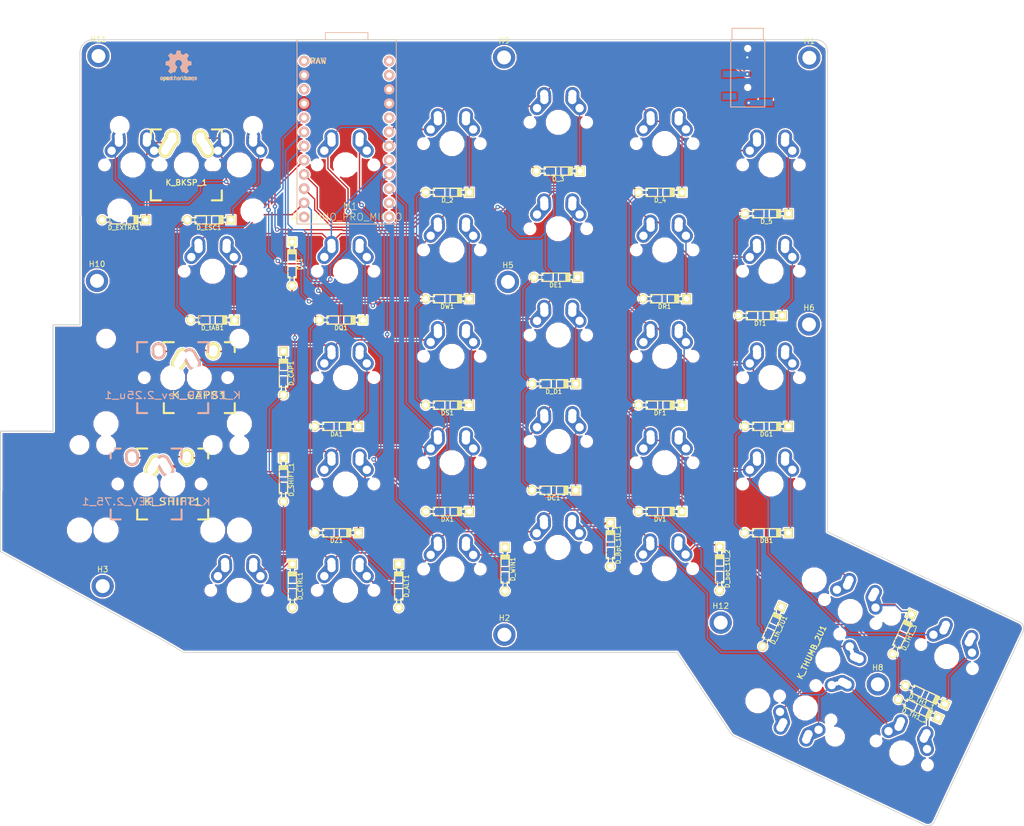
<source format=kicad_pcb>
(kicad_pcb (version 20171130) (host pcbnew "(5.0.2)-1")
  (layers (0 F.Cu signal) (31 B.Cu signal) (34 B.Paste user) (35 F.Paste user) (36 B.SilkS user) (37 F.SilkS user) (38 B.Mask user) (39 F.Mask user) (44 Edge.Cuts user))
  (net 0 "")
  (net 1 GND)
  (net 2 VCC)
  (net 3 "Net-(D_1-Pad1)")
  (net 4 /COL2)
  (net 5 "Net-(D_2-Pad1)")
  (net 6 /COL3)
  (net 7 /COL4)
  (net 8 "Net-(D_3-Pad1)")
  (net 9 "Net-(D_4-Pad1)")
  (net 10 /COL5)
  (net 11 /COL6)
  (net 12 "Net-(D_5-Pad1)")
  (net 13 "Net-(D_ALT1-Pad1)")
  (net 14 "Net-(D_bot_1U_2-Pad1)")
  (net 15 "Net-(D_Bpt_1U_1-Pad1)")
  (net 16 "Net-(D_CAP1-Pad1)")
  (net 17 "Net-(D_CTRL1-Pad1)")
  (net 18 "Net-(D_D1-Pad1)")
  (net 19 "Net-(D_ESC1-Pad1)")
  (net 20 "Net-(D_SHIFT_1-Pad1)")
  (net 21 "Net-(D_tAB1-Pad1)")
  (net 22 "Net-(D_TH1_1-Pad1)")
  (net 23 /COL7)
  (net 24 "Net-(D_TH1_2-Pad1)")
  (net 25 "Net-(D_th_2U1-Pad1)")
  (net 26 "Net-(D_WIN1-Pad1)")
  (net 27 "Net-(DA1-Pad1)")
  (net 28 "Net-(DB1-Pad1)")
  (net 29 "Net-(DC1-Pad1)")
  (net 30 "Net-(DE1-Pad1)")
  (net 31 "Net-(DF1-Pad1)")
  (net 32 "Net-(DG1-Pad1)")
  (net 33 "Net-(DQ1-Pad1)")
  (net 34 "Net-(DR1-Pad1)")
  (net 35 "Net-(DS1-Pad1)")
  (net 36 "Net-(DT1-Pad1)")
  (net 37 "Net-(DV1-Pad1)")
  (net 38 "Net-(DW1-Pad1)")
  (net 39 "Net-(DX1-Pad1)")
  (net 40 "Net-(DZ1-Pad1)")
  (net 41 /ROW1)
  (net 42 /ROW3)
  (net 43 /ROW5)
  (net 44 /ROW4)
  (net 45 /ROW2)
  (net 46 /SERIAL)
  (net 47 /COL1)
  (net 48 "Net-(D_TH1_3-Pad1)")
  (net 49 "Net-(D_EXTRA1-Pad1)")
  (module logo_lib:OSHW-Logo2_7.3x6mm_SilkScreen (layer B.Cu) (at 54.229 21.971 180)
    (fp_text reference REF** hide)
    (fp_text value OSHW-Logo2_7.3x6mm_SilkScreen hide)
  )
  (module acheron_MountingHoles:MountingHole_2.5x4.0mm (layer F.Cu) (at 39.624 60.452)
    (fp_text reference H10 (at 0 -3) (layer F.SilkS))
    (fp_text value MountingHole)
    (pad 1 thru_hole circle (at 0 0) (size 4 4) (drill 2.5) (layers *.Cu *.Mask))
  )
  (module SparkFun-Boards:ARDUINO_PRO_MICRO (layer B.Cu) (at 84.328 33.782 180)
    (fp_text reference M1 (at -0.635 -13.335 180) (layer F.SilkS) (effects (font (size 1.27 1.27) (thickness 0.1016))))
    (fp_text value ARDUINO_PRO_MICRO (at 0 -15.24 180) (layer F.SilkS) (effects (font (size 1.27 1.27) (thickness 0.1016))))
    (fp_text user RAW (at 5.08 12.7 180) (layer B.SilkS) (effects (justify mirror)))
    (fp_text user RAW (at 5.08 12.7 180) (layer F.SilkS))
    (pad 24 thru_hole circle (at 7.62 12.7 180) (size 1.8796 1.8796) (drill 1.016) (layers F&B.Cu B.Paste B.SilkS B.Mask))
    (pad 23 thru_hole circle (at 7.62 10.16 180) (size 1.8796 1.8796) (drill 1.016) (layers F&B.Cu B.Paste B.SilkS B.Mask) (net 1 GND))
    (pad 22 thru_hole circle (at 7.62 7.62 180) (size 1.8796 1.8796) (drill 1.016) (layers F&B.Cu B.Paste B.SilkS B.Mask))
    (pad 21 thru_hole circle (at 7.62 5.08 180) (size 1.8796 1.8796) (drill 1.016) (layers F&B.Cu B.Paste B.SilkS B.Mask) (net 2 VCC))
    (pad 20 thru_hole circle (at 7.62 2.54 180) (size 1.8796 1.8796) (drill 1.016) (layers F&B.Cu B.Paste B.SilkS B.Mask) (net 47 /COL1))
    (pad 19 thru_hole circle (at 7.62 0 180) (size 1.8796 1.8796) (drill 1.016) (layers F&B.Cu B.Paste B.SilkS B.Mask) (net 4 /COL2))
    (pad 18 thru_hole circle (at 7.62 -2.54 180) (size 1.8796 1.8796) (drill 1.016) (layers F&B.Cu B.Paste B.SilkS B.Mask) (net 6 /COL3))
    (pad 17 thru_hole circle (at 7.62 -5.08 180) (size 1.8796 1.8796) (drill 1.016) (layers F&B.Cu B.Paste B.SilkS B.Mask) (net 7 /COL4))
    (pad 16 thru_hole circle (at 7.62 -7.62 180) (size 1.8796 1.8796) (drill 1.016) (layers F&B.Cu B.Paste B.SilkS B.Mask) (net 10 /COL5))
    (pad 15 thru_hole circle (at 7.62 -10.16 180) (size 1.8796 1.8796) (drill 1.016) (layers F&B.Cu B.Paste B.SilkS B.Mask) (net 11 /COL6))
    (pad 14 thru_hole circle (at 7.62 -12.7 180) (size 1.8796 1.8796) (drill 1.016) (layers F&B.Cu B.Paste B.SilkS B.Mask) (net 23 /COL7))
    (pad 13 thru_hole circle (at 7.62 -15.24 180) (size 1.8796 1.8796) (drill 1.016) (layers F&B.Cu B.Paste B.SilkS B.Mask))
    (pad 12 thru_hole circle (at -7.62 -15.24 180) (size 1.8796 1.8796) (drill 1.016) (layers F&B.Cu B.Paste B.SilkS B.Mask))
    (pad 11 thru_hole circle (at -7.62 -12.7 180) (size 1.8796 1.8796) (drill 1.016) (layers F&B.Cu B.Paste B.SilkS B.Mask) (net 43 /ROW5))
    (pad 10 thru_hole circle (at -7.62 -10.16 180) (size 1.8796 1.8796) (drill 1.016) (layers F&B.Cu B.Paste B.SilkS B.Mask) (net 44 /ROW4))
    (pad 9 thru_hole circle (at -7.62 -7.62 180) (size 1.8796 1.8796) (drill 1.016) (layers F&B.Cu B.Paste B.SilkS B.Mask) (net 42 /ROW3))
    (pad 8 thru_hole circle (at -7.62 -5.08 180) (size 1.8796 1.8796) (drill 1.016) (layers F&B.Cu B.Paste B.SilkS B.Mask) (net 45 /ROW2))
    (pad 7 thru_hole circle (at -7.62 -2.54 180) (size 1.8796 1.8796) (drill 1.016) (layers F&B.Cu B.Paste B.SilkS B.Mask) (net 41 /ROW1))
    (pad 6 thru_hole circle (at -7.62 0 180) (size 1.8796 1.8796) (drill 1.016) (layers F&B.Cu B.Paste B.SilkS B.Mask) (net 46 /SERIAL))
    (pad 5 thru_hole circle (at -7.62 2.54 180) (size 1.8796 1.8796) (drill 1.016) (layers F&B.Cu B.Paste B.SilkS B.Mask))
    (pad 4 thru_hole circle (at -7.62 5.08 180) (size 1.8796 1.8796) (drill 1.016) (layers F&B.Cu B.Paste B.SilkS B.Mask) (net 1 GND))
    (pad 3 thru_hole circle (at -7.62 7.62 180) (size 1.8796 1.8796) (drill 1.016) (layers F&B.Cu B.Paste B.SilkS B.Mask) (net 1 GND))
    (pad 2 thru_hole circle (at -7.62 10.16 180) (size 1.8796 1.8796) (drill 1.016) (layers F&B.Cu B.Paste B.SilkS B.Mask))
    (pad 1 thru_hole circle (at -7.62 12.7 180) (size 1.8796 1.8796) (drill 1.016) (layers F&B.Cu B.Paste B.SilkS B.Mask))
  )
  (module Keebio-Parts:Hybrid_PCB_100H_Dual_hole (layer F.Cu) (at 84.1375 39.6875)
    (fp_text reference K_1 hide)
    (fp_text value KEYSW hide)
    (pad 1 smd oval (at 2.52 -4.79 356.055) (size 2.5 3.081378) (layers F.Cu F.Paste F.Mask) (net 3 "Net-(D_1-Pad1)"))
    (pad 1 thru_hole circle (at 2.5 -4.5 330.95) (size 2 2) (drill 1.5) (layers *.Cu *.Mask) (net 3 "Net-(D_1-Pad1)"))
    (pad 1 thru_hole circle (at 2.54 -5.08 330.95) (size 2 2) (drill 1.5) (layers *.Cu *.Mask) (net 3 "Net-(D_1-Pad1)"))
    (pad 2 thru_hole circle (at -2.5 -4 330.95) (size 2 2) (drill 1.5) (layers *.Cu *.Mask) (net 41 /ROW1))
    (pad HOLE np_thru_hole circle (at 0 0) (size 3.9878 3.9878) (drill 3.9878) (layers *.Cu))
    (pad HOLE np_thru_hole circle (at -5.08 0) (size 1.8 1.8) (drill 1.8) (layers *.Cu))
    (pad HOLE np_thru_hole circle (at 5.08 0) (size 1.8 1.8) (drill 1.8) (layers *.Cu))
    (pad 2 thru_hole circle (at -3.81 -2.54 330.95) (size 2 2) (drill 1.5) (layers *.Cu *.Mask) (net 41 /ROW1))
    (pad 1 smd oval (at 3.155 -3.27 221.9) (size 2.5 4.461556) (layers B.Cu B.Paste B.Mask) (net 3 "Net-(D_1-Pad1)"))
    (pad 2 smd oval (at -3.155 -3.27 138.1) (size 2.5 4.461556) (layers B.Cu B.Paste B.Mask) (net 41 /ROW1))
    (pad 1 thru_hole circle (at 2.5 -4) (size 2 2) (drill 1.5) (layers *.Cu *.Mask) (net 3 "Net-(D_1-Pad1)"))
    (pad 1 thru_hole circle (at 3.81 -2.54 330.95) (size 2 2) (drill 1.5) (layers *.Cu *.Mask) (net 3 "Net-(D_1-Pad1)"))
    (pad 2 smd oval (at -2.52 -4.79 3.945) (size 2.5 3.081378) (layers B.Cu B.Paste B.Mask) (net 41 /ROW1))
    (pad 2 thru_hole circle (at -2.5 -4.5 330.95) (size 2 2) (drill 1.5) (layers *.Cu *.Mask) (net 41 /ROW1))
    (pad 2 thru_hole circle (at -2.54 -5.08 330.95) (size 2 2) (drill 1.5) (layers *.Cu *.Mask) (net 41 /ROW1))
    (pad 2 smd oval (at -3.155 -3.27 138.1) (size 2.5 4.461556) (layers F.Cu F.Paste F.Mask) (net 41 /ROW1))
    (pad 2 smd oval (at -2.52 -4.79 3.945) (size 2.5 3.081378) (layers F.Cu F.Paste F.Mask) (net 41 /ROW1))
    (pad 1 smd oval (at 3.155 -3.27 221.9) (size 2.5 4.461556) (layers F.Cu F.Paste F.Mask) (net 3 "Net-(D_1-Pad1)"))
    (pad 1 smd oval (at 2.52 -4.79 356.055) (size 2.5 3.081378) (layers B.Cu B.Paste B.Mask) (net 3 "Net-(D_1-Pad1)"))
  )
  (module usbc_footprint:Hybrid_PCB_150H_Dual_hole (layer B.Cu) (at 60.325 58.7375 180)
    (fp_text reference K_TAB1 hide)
    (fp_text value KEYSW hide)
    (pad 2 smd oval (at 2.52 4.79 183.945) (size 2.5 3.081378) (layers B.Cu B.Paste B.Mask) (net 45 /ROW2))
    (pad 2 thru_hole circle (at 2.5 4.5 209.05) (size 2 2) (drill 1.5) (layers *.Cu *.Mask) (net 45 /ROW2))
    (pad 2 thru_hole circle (at 2.54 5.08 209.05) (size 2 2) (drill 1.5) (layers *.Cu *.Mask) (net 45 /ROW2))
    (pad 1 thru_hole circle (at -2.5 4 209.05) (size 2 2) (drill 1.5) (layers *.Cu *.Mask) (net 21 "Net-(D_tAB1-Pad1)"))
    (pad HOLE np_thru_hole circle (at 0 0 180) (size 3.9878 3.9878) (drill 3.9878) (layers *.Cu))
    (pad HOLE np_thru_hole circle (at -5.08 0 180) (size 1.8 1.8) (drill 1.8) (layers *.Cu))
    (pad HOLE np_thru_hole circle (at 5.08 0 180) (size 1.8 1.8) (drill 1.8) (layers *.Cu))
    (pad 1 thru_hole circle (at -3.81 2.54 209.05) (size 2 2) (drill 1.5) (layers *.Cu *.Mask) (net 21 "Net-(D_tAB1-Pad1)"))
    (pad 2 smd oval (at 3.155 3.27 318.1) (size 2.5 4.461556) (layers F.Cu F.Paste F.Mask) (net 45 /ROW2))
    (pad 1 smd oval (at -3.155 3.27 41.9) (size 2.5 4.461556) (layers F.Cu F.Paste F.Mask) (net 21 "Net-(D_tAB1-Pad1)"))
    (pad 2 thru_hole circle (at 2.5 4 180) (size 2 2) (drill 1.5) (layers *.Cu *.Mask) (net 45 /ROW2))
    (pad 2 thru_hole circle (at 3.81 2.54 209.05) (size 2 2) (drill 1.5) (layers *.Cu *.Mask) (net 45 /ROW2))
    (pad 1 smd oval (at -2.52 4.79 176.055) (size 2.5 3.081378) (layers F.Cu F.Paste F.Mask) (net 21 "Net-(D_tAB1-Pad1)"))
    (pad 1 thru_hole circle (at -2.5 4.5 209.05) (size 2 2) (drill 1.5) (layers *.Cu *.Mask) (net 21 "Net-(D_tAB1-Pad1)"))
    (pad 1 thru_hole circle (at -2.54 5.08 209.05) (size 2 2) (drill 1.5) (layers *.Cu *.Mask) (net 21 "Net-(D_tAB1-Pad1)"))
    (pad 1 smd oval (at -3.155 3.27 41.9) (size 2.5 4.461556) (layers B.Cu B.Paste B.Mask) (net 21 "Net-(D_tAB1-Pad1)"))
    (pad 1 smd oval (at -2.52 4.79 176.055) (size 2.5 3.081378) (layers B.Cu B.Paste B.Mask) (net 21 "Net-(D_tAB1-Pad1)"))
    (pad 2 smd oval (at 3.155 3.27 318.1) (size 2.5 4.461556) (layers B.Cu B.Paste B.Mask) (net 45 /ROW2))
    (pad 2 smd oval (at 2.52 4.79 183.945) (size 2.5 3.081378) (layers F.Cu F.Paste F.Mask) (net 45 /ROW2))
  )
  (module Keebio-Parts:Hybrid_PCB_100H_Dual_hole (layer F.Cu) (at 183.749 145.008 335)
    (fp_text reference K_TH_1U_2 hide)
    (fp_text value KEYSW hide)
    (pad 1 smd oval (at 2.52 -4.79 331.055) (size 2.5 3.081378) (layers F.Cu F.Paste F.Mask) (net 24 "Net-(D_TH1_2-Pad1)"))
    (pad 1 thru_hole circle (at 2.5 -4.5 305.95) (size 2 2) (drill 1.5) (layers *.Cu *.Mask) (net 24 "Net-(D_TH1_2-Pad1)"))
    (pad 1 thru_hole circle (at 2.54 -5.08 305.95) (size 2 2) (drill 1.5) (layers *.Cu *.Mask) (net 24 "Net-(D_TH1_2-Pad1)"))
    (pad 2 thru_hole circle (at -2.5 -4 305.95) (size 2 2) (drill 1.5) (layers *.Cu *.Mask) (net 43 /ROW5))
    (pad HOLE np_thru_hole circle (at 0 0 335) (size 3.9878 3.9878) (drill 3.9878) (layers *.Cu))
    (pad HOLE np_thru_hole circle (at -5.08 0 335) (size 1.8 1.8) (drill 1.8) (layers *.Cu))
    (pad HOLE np_thru_hole circle (at 5.08 0 335) (size 1.8 1.8) (drill 1.8) (layers *.Cu))
    (pad 2 thru_hole circle (at -3.81 -2.54 305.95) (size 2 2) (drill 1.5) (layers *.Cu *.Mask) (net 43 /ROW5))
    (pad 1 smd oval (at 3.155 -3.27 196.9) (size 2.5 4.461556) (layers B.Cu B.Paste B.Mask) (net 24 "Net-(D_TH1_2-Pad1)"))
    (pad 2 smd oval (at -3.155 -3.27 113.1) (size 2.5 4.461556) (layers B.Cu B.Paste B.Mask) (net 43 /ROW5))
    (pad 1 thru_hole circle (at 2.500001 -4 335) (size 2 2) (drill 1.5) (layers *.Cu *.Mask) (net 24 "Net-(D_TH1_2-Pad1)"))
    (pad 1 thru_hole circle (at 3.81 -2.54 305.95) (size 2 2) (drill 1.5) (layers *.Cu *.Mask) (net 24 "Net-(D_TH1_2-Pad1)"))
    (pad 2 smd oval (at -2.52 -4.79 338.945) (size 2.5 3.081378) (layers B.Cu B.Paste B.Mask) (net 43 /ROW5))
    (pad 2 thru_hole circle (at -2.5 -4.5 305.95) (size 2 2) (drill 1.5) (layers *.Cu *.Mask) (net 43 /ROW5))
    (pad 2 thru_hole circle (at -2.54 -5.08 305.95) (size 2 2) (drill 1.5) (layers *.Cu *.Mask) (net 43 /ROW5))
    (pad 2 smd oval (at -3.155 -3.27 113.1) (size 2.5 4.461556) (layers F.Cu F.Paste F.Mask) (net 43 /ROW5))
    (pad 2 smd oval (at -2.52 -4.79 338.945) (size 2.5 3.081378) (layers F.Cu F.Paste F.Mask) (net 43 /ROW5))
    (pad 1 smd oval (at 3.155 -3.27 196.9) (size 2.5 4.461556) (layers F.Cu F.Paste F.Mask) (net 24 "Net-(D_TH1_2-Pad1)"))
    (pad 1 smd oval (at 2.52 -4.79 331.055) (size 2.5 3.081378) (layers B.Cu B.Paste B.Mask) (net 24 "Net-(D_TH1_2-Pad1)"))
  )
  (module Keebio-Parts:Diode-dual (layer F.Cu) (at 74.549 57.404 90)
    (fp_text reference D_1 (at -0.0254 1.4 90) (layer F.SilkS) (effects (font (size 0.8 0.8))))
    (fp_text value D hide)
    (pad 1 smd rect (at 2.5 0 90) (size 2.9 0.5) (layers F.Cu) (net 3 "Net-(D_1-Pad1)"))
    (pad 2 smd rect (at -2.5 0 90) (size 2.9 0.5) (layers F.Cu) (net 4 /COL2))
    (pad 1 thru_hole rect (at 3.9 0 90) (size 1.6 1.6) (drill 1) (layers *.Cu *.Mask F.SilkS) (net 3 "Net-(D_1-Pad1)"))
    (pad 2 thru_hole circle (at -3.9 0 90) (size 1.6 1.6) (drill 1) (layers *.Cu *.Mask F.SilkS) (net 4 /COL2))
    (pad 2 smd rect (at -1.4 0 90) (size 1.6 1.2) (layers F.Cu F.Paste F.Mask) (net 4 /COL2))
    (pad 1 smd rect (at 1.4 0 90) (size 1.6 1.2) (layers F.Cu F.Paste F.Mask) (net 3 "Net-(D_1-Pad1)"))
    (pad 1 smd rect (at 2.5 0 90) (size 2.9 0.5) (layers B.Cu) (net 3 "Net-(D_1-Pad1)"))
    (pad 1 smd rect (at 1.4 0 90) (size 1.6 1.2) (layers B.Cu B.Paste B.Mask) (net 3 "Net-(D_1-Pad1)"))
    (pad 2 smd rect (at -1.4 0 90) (size 1.6 1.2) (layers B.Cu B.Paste B.Mask) (net 4 /COL2))
    (pad 2 smd rect (at -2.5 0 90) (size 2.9 0.5) (layers B.Cu) (net 4 /COL2))
  )
  (module Keebio-Parts:Diode-dual (layer F.Cu) (at 102.394 44.6088)
    (fp_text reference D_2 (at -0.0254 1.4) (layer F.SilkS) (effects (font (size 0.8 0.8))))
    (fp_text value D hide)
    (pad 1 smd rect (at 2.5 0) (size 2.9 0.5) (layers F.Cu) (net 5 "Net-(D_2-Pad1)"))
    (pad 2 smd rect (at -2.5 0) (size 2.9 0.5) (layers F.Cu) (net 6 /COL3))
    (pad 1 thru_hole rect (at 3.9 0) (size 1.6 1.6) (drill 1) (layers *.Cu *.Mask F.SilkS) (net 5 "Net-(D_2-Pad1)"))
    (pad 2 thru_hole circle (at -3.9 0) (size 1.6 1.6) (drill 1) (layers *.Cu *.Mask F.SilkS) (net 6 /COL3))
    (pad 2 smd rect (at -1.4 0) (size 1.6 1.2) (layers F.Cu F.Paste F.Mask) (net 6 /COL3))
    (pad 1 smd rect (at 1.4 0) (size 1.6 1.2) (layers F.Cu F.Paste F.Mask) (net 5 "Net-(D_2-Pad1)"))
    (pad 1 smd rect (at 2.5 0) (size 2.9 0.5) (layers B.Cu) (net 5 "Net-(D_2-Pad1)"))
    (pad 1 smd rect (at 1.4 0) (size 1.6 1.2) (layers B.Cu B.Paste B.Mask) (net 5 "Net-(D_2-Pad1)"))
    (pad 2 smd rect (at -1.4 0) (size 1.6 1.2) (layers B.Cu B.Paste B.Mask) (net 6 /COL3))
    (pad 2 smd rect (at -2.5 0) (size 2.9 0.5) (layers B.Cu) (net 6 /COL3))
  )
  (module Keebio-Parts:Diode-dual (layer F.Cu) (at 122.238 40.7988)
    (fp_text reference D_3 (at -0.0254 1.4) (layer F.SilkS) (effects (font (size 0.8 0.8))))
    (fp_text value D hide)
    (pad 2 smd rect (at -2.5 0) (size 2.9 0.5) (layers B.Cu) (net 7 /COL4))
    (pad 2 smd rect (at -1.4 0) (size 1.6 1.2) (layers B.Cu B.Paste B.Mask) (net 7 /COL4))
    (pad 1 smd rect (at 1.4 0) (size 1.6 1.2) (layers B.Cu B.Paste B.Mask) (net 8 "Net-(D_3-Pad1)"))
    (pad 1 smd rect (at 2.5 0) (size 2.9 0.5) (layers B.Cu) (net 8 "Net-(D_3-Pad1)"))
    (pad 1 smd rect (at 1.4 0) (size 1.6 1.2) (layers F.Cu F.Paste F.Mask) (net 8 "Net-(D_3-Pad1)"))
    (pad 2 smd rect (at -1.4 0) (size 1.6 1.2) (layers F.Cu F.Paste F.Mask) (net 7 /COL4))
    (pad 2 thru_hole circle (at -3.9 0) (size 1.6 1.6) (drill 1) (layers *.Cu *.Mask F.SilkS) (net 7 /COL4))
    (pad 1 thru_hole rect (at 3.9 0) (size 1.6 1.6) (drill 1) (layers *.Cu *.Mask F.SilkS) (net 8 "Net-(D_3-Pad1)"))
    (pad 2 smd rect (at -2.5 0) (size 2.9 0.5) (layers F.Cu) (net 7 /COL4))
    (pad 1 smd rect (at 2.5 0) (size 2.9 0.5) (layers F.Cu) (net 8 "Net-(D_3-Pad1)"))
  )
  (module Keebio-Parts:Diode-dual (layer F.Cu) (at 140.494 44.6088)
    (fp_text reference D_4 (at -0.0254 1.4) (layer F.SilkS) (effects (font (size 0.8 0.8))))
    (fp_text value D hide)
    (pad 1 smd rect (at 2.5 0) (size 2.9 0.5) (layers F.Cu) (net 9 "Net-(D_4-Pad1)"))
    (pad 2 smd rect (at -2.5 0) (size 2.9 0.5) (layers F.Cu) (net 10 /COL5))
    (pad 1 thru_hole rect (at 3.9 0) (size 1.6 1.6) (drill 1) (layers *.Cu *.Mask F.SilkS) (net 9 "Net-(D_4-Pad1)"))
    (pad 2 thru_hole circle (at -3.9 0) (size 1.6 1.6) (drill 1) (layers *.Cu *.Mask F.SilkS) (net 10 /COL5))
    (pad 2 smd rect (at -1.4 0) (size 1.6 1.2) (layers F.Cu F.Paste F.Mask) (net 10 /COL5))
    (pad 1 smd rect (at 1.4 0) (size 1.6 1.2) (layers F.Cu F.Paste F.Mask) (net 9 "Net-(D_4-Pad1)"))
    (pad 1 smd rect (at 2.5 0) (size 2.9 0.5) (layers B.Cu) (net 9 "Net-(D_4-Pad1)"))
    (pad 1 smd rect (at 1.4 0) (size 1.6 1.2) (layers B.Cu B.Paste B.Mask) (net 9 "Net-(D_4-Pad1)"))
    (pad 2 smd rect (at -1.4 0) (size 1.6 1.2) (layers B.Cu B.Paste B.Mask) (net 10 /COL5))
    (pad 2 smd rect (at -2.5 0) (size 2.9 0.5) (layers B.Cu) (net 10 /COL5))
  )
  (module Keebio-Parts:Diode-dual (layer F.Cu) (at 159.544 48.4188)
    (fp_text reference D_5 (at -0.0254 1.4) (layer F.SilkS) (effects (font (size 0.8 0.8))))
    (fp_text value D hide)
    (pad 2 smd rect (at -2.5 0) (size 2.9 0.5) (layers B.Cu) (net 11 /COL6))
    (pad 2 smd rect (at -1.4 0) (size 1.6 1.2) (layers B.Cu B.Paste B.Mask) (net 11 /COL6))
    (pad 1 smd rect (at 1.4 0) (size 1.6 1.2) (layers B.Cu B.Paste B.Mask) (net 12 "Net-(D_5-Pad1)"))
    (pad 1 smd rect (at 2.5 0) (size 2.9 0.5) (layers B.Cu) (net 12 "Net-(D_5-Pad1)"))
    (pad 1 smd rect (at 1.4 0) (size 1.6 1.2) (layers F.Cu F.Paste F.Mask) (net 12 "Net-(D_5-Pad1)"))
    (pad 2 smd rect (at -1.4 0) (size 1.6 1.2) (layers F.Cu F.Paste F.Mask) (net 11 /COL6))
    (pad 2 thru_hole circle (at -3.9 0) (size 1.6 1.6) (drill 1) (layers *.Cu *.Mask F.SilkS) (net 11 /COL6))
    (pad 1 thru_hole rect (at 3.9 0) (size 1.6 1.6) (drill 1) (layers *.Cu *.Mask F.SilkS) (net 12 "Net-(D_5-Pad1)"))
    (pad 2 smd rect (at -2.5 0) (size 2.9 0.5) (layers F.Cu) (net 11 /COL6))
    (pad 1 smd rect (at 2.5 0) (size 2.9 0.5) (layers F.Cu) (net 12 "Net-(D_5-Pad1)"))
  )
  (module Keebio-Parts:Diode-dual (layer F.Cu) (at 93.6625 115.094 90)
    (fp_text reference D_ALT1 (at -0.0254 1.4 90) (layer F.SilkS) (effects (font (size 0.8 0.8))))
    (fp_text value D hide)
    (pad 2 smd rect (at -2.5 0 90) (size 2.9 0.5) (layers B.Cu) (net 4 /COL2))
    (pad 2 smd rect (at -1.4 0 90) (size 1.6 1.2) (layers B.Cu B.Paste B.Mask) (net 4 /COL2))
    (pad 1 smd rect (at 1.4 0 90) (size 1.6 1.2) (layers B.Cu B.Paste B.Mask) (net 13 "Net-(D_ALT1-Pad1)"))
    (pad 1 smd rect (at 2.5 0 90) (size 2.9 0.5) (layers B.Cu) (net 13 "Net-(D_ALT1-Pad1)"))
    (pad 1 smd rect (at 1.4 0 90) (size 1.6 1.2) (layers F.Cu F.Paste F.Mask) (net 13 "Net-(D_ALT1-Pad1)"))
    (pad 2 smd rect (at -1.4 0 90) (size 1.6 1.2) (layers F.Cu F.Paste F.Mask) (net 4 /COL2))
    (pad 2 thru_hole circle (at -3.9 0 90) (size 1.6 1.6) (drill 1) (layers *.Cu *.Mask F.SilkS) (net 4 /COL2))
    (pad 1 thru_hole rect (at 3.9 0 90) (size 1.6 1.6) (drill 1) (layers *.Cu *.Mask F.SilkS) (net 13 "Net-(D_ALT1-Pad1)"))
    (pad 2 smd rect (at -2.5 0 90) (size 2.9 0.5) (layers F.Cu) (net 4 /COL2))
    (pad 1 smd rect (at 2.5 0 90) (size 2.9 0.5) (layers F.Cu) (net 13 "Net-(D_ALT1-Pad1)"))
  )
  (module Keebio-Parts:Diode-dual (layer F.Cu) (at 151.13 112.014 90)
    (fp_text reference D_bot_1U_2 (at -0.0254 1.4 90) (layer F.SilkS) (effects (font (size 0.8 0.8))))
    (fp_text value D hide)
    (pad 1 smd rect (at 2.5 0 90) (size 2.9 0.5) (layers F.Cu) (net 14 "Net-(D_bot_1U_2-Pad1)"))
    (pad 2 smd rect (at -2.5 0 90) (size 2.9 0.5) (layers F.Cu) (net 10 /COL5))
    (pad 1 thru_hole rect (at 3.9 0 90) (size 1.6 1.6) (drill 1) (layers *.Cu *.Mask F.SilkS) (net 14 "Net-(D_bot_1U_2-Pad1)"))
    (pad 2 thru_hole circle (at -3.9 0 90) (size 1.6 1.6) (drill 1) (layers *.Cu *.Mask F.SilkS) (net 10 /COL5))
    (pad 2 smd rect (at -1.4 0 90) (size 1.6 1.2) (layers F.Cu F.Paste F.Mask) (net 10 /COL5))
    (pad 1 smd rect (at 1.4 0 90) (size 1.6 1.2) (layers F.Cu F.Paste F.Mask) (net 14 "Net-(D_bot_1U_2-Pad1)"))
    (pad 1 smd rect (at 2.5 0 90) (size 2.9 0.5) (layers B.Cu) (net 14 "Net-(D_bot_1U_2-Pad1)"))
    (pad 1 smd rect (at 1.4 0 90) (size 1.6 1.2) (layers B.Cu B.Paste B.Mask) (net 14 "Net-(D_bot_1U_2-Pad1)"))
    (pad 2 smd rect (at -1.4 0 90) (size 1.6 1.2) (layers B.Cu B.Paste B.Mask) (net 10 /COL5))
    (pad 2 smd rect (at -2.5 0 90) (size 2.9 0.5) (layers B.Cu) (net 10 /COL5))
  )
  (module Keebio-Parts:Diode-dual (layer F.Cu) (at 131.572 107.696 90)
    (fp_text reference D_Bpt_1U_1 (at -0.0254 1.4 90) (layer F.SilkS) (effects (font (size 0.8 0.8))))
    (fp_text value D hide)
    (pad 1 smd rect (at 2.5 0 90) (size 2.9 0.5) (layers F.Cu) (net 15 "Net-(D_Bpt_1U_1-Pad1)"))
    (pad 2 smd rect (at -2.5 0 90) (size 2.9 0.5) (layers F.Cu) (net 7 /COL4))
    (pad 1 thru_hole rect (at 3.9 0 90) (size 1.6 1.6) (drill 1) (layers *.Cu *.Mask F.SilkS) (net 15 "Net-(D_Bpt_1U_1-Pad1)"))
    (pad 2 thru_hole circle (at -3.9 0 90) (size 1.6 1.6) (drill 1) (layers *.Cu *.Mask F.SilkS) (net 7 /COL4))
    (pad 2 smd rect (at -1.4 0 90) (size 1.6 1.2) (layers F.Cu F.Paste F.Mask) (net 7 /COL4))
    (pad 1 smd rect (at 1.4 0 90) (size 1.6 1.2) (layers F.Cu F.Paste F.Mask) (net 15 "Net-(D_Bpt_1U_1-Pad1)"))
    (pad 1 smd rect (at 2.5 0 90) (size 2.9 0.5) (layers B.Cu) (net 15 "Net-(D_Bpt_1U_1-Pad1)"))
    (pad 1 smd rect (at 1.4 0 90) (size 1.6 1.2) (layers B.Cu B.Paste B.Mask) (net 15 "Net-(D_Bpt_1U_1-Pad1)"))
    (pad 2 smd rect (at -1.4 0 90) (size 1.6 1.2) (layers B.Cu B.Paste B.Mask) (net 7 /COL4))
    (pad 2 smd rect (at -2.5 0 90) (size 2.9 0.5) (layers B.Cu) (net 7 /COL4))
  )
  (module Keebio-Parts:Diode-dual (layer F.Cu) (at 73.025 76.9938 90)
    (fp_text reference D_CAP1 (at -0.0254 1.4 90) (layer F.SilkS) (effects (font (size 0.8 0.8))))
    (fp_text value D hide)
    (pad 1 smd rect (at 2.5 0 90) (size 2.9 0.5) (layers F.Cu) (net 16 "Net-(D_CAP1-Pad1)"))
    (pad 2 smd rect (at -2.5 0 90) (size 2.9 0.5) (layers F.Cu) (net 47 /COL1))
    (pad 1 thru_hole rect (at 3.9 0 90) (size 1.6 1.6) (drill 1) (layers *.Cu *.Mask F.SilkS) (net 16 "Net-(D_CAP1-Pad1)"))
    (pad 2 thru_hole circle (at -3.9 0 90) (size 1.6 1.6) (drill 1) (layers *.Cu *.Mask F.SilkS) (net 47 /COL1))
    (pad 2 smd rect (at -1.4 0 90) (size 1.6 1.2) (layers F.Cu F.Paste F.Mask) (net 47 /COL1))
    (pad 1 smd rect (at 1.4 0 90) (size 1.6 1.2) (layers F.Cu F.Paste F.Mask) (net 16 "Net-(D_CAP1-Pad1)"))
    (pad 1 smd rect (at 2.5 0 90) (size 2.9 0.5) (layers B.Cu) (net 16 "Net-(D_CAP1-Pad1)"))
    (pad 1 smd rect (at 1.4 0 90) (size 1.6 1.2) (layers B.Cu B.Paste B.Mask) (net 16 "Net-(D_CAP1-Pad1)"))
    (pad 2 smd rect (at -1.4 0 90) (size 1.6 1.2) (layers B.Cu B.Paste B.Mask) (net 47 /COL1))
    (pad 2 smd rect (at -2.5 0 90) (size 2.9 0.5) (layers B.Cu) (net 47 /COL1))
  )
  (module Keebio-Parts:Diode-dual (layer F.Cu) (at 74.6125 115.094 90)
    (fp_text reference D_CTRL1 (at -0.0254 1.4 90) (layer F.SilkS) (effects (font (size 0.8 0.8))))
    (fp_text value D hide)
    (pad 2 smd rect (at -2.5 0 90) (size 2.9 0.5) (layers B.Cu) (net 47 /COL1))
    (pad 2 smd rect (at -1.4 0 90) (size 1.6 1.2) (layers B.Cu B.Paste B.Mask) (net 47 /COL1))
    (pad 1 smd rect (at 1.4 0 90) (size 1.6 1.2) (layers B.Cu B.Paste B.Mask) (net 17 "Net-(D_CTRL1-Pad1)"))
    (pad 1 smd rect (at 2.5 0 90) (size 2.9 0.5) (layers B.Cu) (net 17 "Net-(D_CTRL1-Pad1)"))
    (pad 1 smd rect (at 1.4 0 90) (size 1.6 1.2) (layers F.Cu F.Paste F.Mask) (net 17 "Net-(D_CTRL1-Pad1)"))
    (pad 2 smd rect (at -1.4 0 90) (size 1.6 1.2) (layers F.Cu F.Paste F.Mask) (net 47 /COL1))
    (pad 2 thru_hole circle (at -3.9 0 90) (size 1.6 1.6) (drill 1) (layers *.Cu *.Mask F.SilkS) (net 47 /COL1))
    (pad 1 thru_hole rect (at 3.9 0 90) (size 1.6 1.6) (drill 1) (layers *.Cu *.Mask F.SilkS) (net 17 "Net-(D_CTRL1-Pad1)"))
    (pad 2 smd rect (at -2.5 0 90) (size 2.9 0.5) (layers F.Cu) (net 47 /COL1))
    (pad 1 smd rect (at 2.5 0 90) (size 2.9 0.5) (layers F.Cu) (net 17 "Net-(D_CTRL1-Pad1)"))
  )
  (module Keebio-Parts:Diode-dual (layer F.Cu) (at 121.444 78.8988)
    (fp_text reference D_D1 (at -0.0254 1.4) (layer F.SilkS) (effects (font (size 0.8 0.8))))
    (fp_text value D hide)
    (pad 1 smd rect (at 2.5 0) (size 2.9 0.5) (layers F.Cu) (net 18 "Net-(D_D1-Pad1)"))
    (pad 2 smd rect (at -2.5 0) (size 2.9 0.5) (layers F.Cu) (net 7 /COL4))
    (pad 1 thru_hole rect (at 3.9 0) (size 1.6 1.6) (drill 1) (layers *.Cu *.Mask F.SilkS) (net 18 "Net-(D_D1-Pad1)"))
    (pad 2 thru_hole circle (at -3.9 0) (size 1.6 1.6) (drill 1) (layers *.Cu *.Mask F.SilkS) (net 7 /COL4))
    (pad 2 smd rect (at -1.4 0) (size 1.6 1.2) (layers F.Cu F.Paste F.Mask) (net 7 /COL4))
    (pad 1 smd rect (at 1.4 0) (size 1.6 1.2) (layers F.Cu F.Paste F.Mask) (net 18 "Net-(D_D1-Pad1)"))
    (pad 1 smd rect (at 2.5 0) (size 2.9 0.5) (layers B.Cu) (net 18 "Net-(D_D1-Pad1)"))
    (pad 1 smd rect (at 1.4 0) (size 1.6 1.2) (layers B.Cu B.Paste B.Mask) (net 18 "Net-(D_D1-Pad1)"))
    (pad 2 smd rect (at -1.4 0) (size 1.6 1.2) (layers B.Cu B.Paste B.Mask) (net 7 /COL4))
    (pad 2 smd rect (at -2.5 0) (size 2.9 0.5) (layers B.Cu) (net 7 /COL4))
  )
  (module Keebio-Parts:Diode-dual (layer F.Cu) (at 59.69 49.53)
    (fp_text reference D_ESC1 (at -0.0254 1.4) (layer F.SilkS) (effects (font (size 0.8 0.8))))
    (fp_text value D hide)
    (pad 2 smd rect (at -2.5 0) (size 2.9 0.5) (layers B.Cu) (net 47 /COL1))
    (pad 2 smd rect (at -1.4 0) (size 1.6 1.2) (layers B.Cu B.Paste B.Mask) (net 47 /COL1))
    (pad 1 smd rect (at 1.4 0) (size 1.6 1.2) (layers B.Cu B.Paste B.Mask) (net 19 "Net-(D_ESC1-Pad1)"))
    (pad 1 smd rect (at 2.5 0) (size 2.9 0.5) (layers B.Cu) (net 19 "Net-(D_ESC1-Pad1)"))
    (pad 1 smd rect (at 1.4 0) (size 1.6 1.2) (layers F.Cu F.Paste F.Mask) (net 19 "Net-(D_ESC1-Pad1)"))
    (pad 2 smd rect (at -1.4 0) (size 1.6 1.2) (layers F.Cu F.Paste F.Mask) (net 47 /COL1))
    (pad 2 thru_hole circle (at -3.9 0) (size 1.6 1.6) (drill 1) (layers *.Cu *.Mask F.SilkS) (net 47 /COL1))
    (pad 1 thru_hole rect (at 3.9 0) (size 1.6 1.6) (drill 1) (layers *.Cu *.Mask F.SilkS) (net 19 "Net-(D_ESC1-Pad1)"))
    (pad 2 smd rect (at -2.5 0) (size 2.9 0.5) (layers F.Cu) (net 47 /COL1))
    (pad 1 smd rect (at 2.5 0) (size 2.9 0.5) (layers F.Cu) (net 19 "Net-(D_ESC1-Pad1)"))
  )
  (module Keebio-Parts:Diode-dual (layer F.Cu) (at 73.025 96.0438 90)
    (fp_text reference D_SHIFT_1 (at -0.0254 1.4 90) (layer F.SilkS) (effects (font (size 0.8 0.8))))
    (fp_text value D hide)
    (pad 2 smd rect (at -2.5 0 90) (size 2.9 0.5) (layers B.Cu) (net 47 /COL1))
    (pad 2 smd rect (at -1.4 0 90) (size 1.6 1.2) (layers B.Cu B.Paste B.Mask) (net 47 /COL1))
    (pad 1 smd rect (at 1.4 0 90) (size 1.6 1.2) (layers B.Cu B.Paste B.Mask) (net 20 "Net-(D_SHIFT_1-Pad1)"))
    (pad 1 smd rect (at 2.5 0 90) (size 2.9 0.5) (layers B.Cu) (net 20 "Net-(D_SHIFT_1-Pad1)"))
    (pad 1 smd rect (at 1.4 0 90) (size 1.6 1.2) (layers F.Cu F.Paste F.Mask) (net 20 "Net-(D_SHIFT_1-Pad1)"))
    (pad 2 smd rect (at -1.4 0 90) (size 1.6 1.2) (layers F.Cu F.Paste F.Mask) (net 47 /COL1))
    (pad 2 thru_hole circle (at -3.9 0 90) (size 1.6 1.6) (drill 1) (layers *.Cu *.Mask F.SilkS) (net 47 /COL1))
    (pad 1 thru_hole rect (at 3.9 0 90) (size 1.6 1.6) (drill 1) (layers *.Cu *.Mask F.SilkS) (net 20 "Net-(D_SHIFT_1-Pad1)"))
    (pad 2 smd rect (at -2.5 0 90) (size 2.9 0.5) (layers F.Cu) (net 47 /COL1))
    (pad 1 smd rect (at 2.5 0 90) (size 2.9 0.5) (layers F.Cu) (net 20 "Net-(D_SHIFT_1-Pad1)"))
  )
  (module Keebio-Parts:Diode-dual (layer F.Cu) (at 60.325 67.4688)
    (fp_text reference D_tAB1 (at -0.0254 1.4) (layer F.SilkS) (effects (font (size 0.8 0.8))))
    (fp_text value D hide)
    (pad 2 smd rect (at -2.5 0) (size 2.9 0.5) (layers B.Cu) (net 47 /COL1))
    (pad 2 smd rect (at -1.4 0) (size 1.6 1.2) (layers B.Cu B.Paste B.Mask) (net 47 /COL1))
    (pad 1 smd rect (at 1.4 0) (size 1.6 1.2) (layers B.Cu B.Paste B.Mask) (net 21 "Net-(D_tAB1-Pad1)"))
    (pad 1 smd rect (at 2.5 0) (size 2.9 0.5) (layers B.Cu) (net 21 "Net-(D_tAB1-Pad1)"))
    (pad 1 smd rect (at 1.4 0) (size 1.6 1.2) (layers F.Cu F.Paste F.Mask) (net 21 "Net-(D_tAB1-Pad1)"))
    (pad 2 smd rect (at -1.4 0) (size 1.6 1.2) (layers F.Cu F.Paste F.Mask) (net 47 /COL1))
    (pad 2 thru_hole circle (at -3.9 0) (size 1.6 1.6) (drill 1) (layers *.Cu *.Mask F.SilkS) (net 47 /COL1))
    (pad 1 thru_hole rect (at 3.9 0) (size 1.6 1.6) (drill 1) (layers *.Cu *.Mask F.SilkS) (net 21 "Net-(D_tAB1-Pad1)"))
    (pad 2 smd rect (at -2.5 0) (size 2.9 0.5) (layers F.Cu) (net 47 /COL1))
    (pad 1 smd rect (at 2.5 0) (size 2.9 0.5) (layers F.Cu) (net 21 "Net-(D_tAB1-Pad1)"))
  )
  (module Keebio-Parts:Diode-dual (layer F.Cu) (at 187.935 134.576 335)
    (fp_text reference D_TH1_1 (at -0.0254 1.4 335) (layer F.SilkS) (effects (font (size 0.8 0.8))))
    (fp_text value D hide)
    (pad 1 smd rect (at 2.5 0.000001 335) (size 2.9 0.5) (layers F.Cu) (net 22 "Net-(D_TH1_1-Pad1)"))
    (pad 2 smd rect (at -2.5 -0.000001 335) (size 2.9 0.5) (layers F.Cu) (net 23 /COL7))
    (pad 1 thru_hole rect (at 3.9 0 335) (size 1.6 1.6) (drill 1) (layers *.Cu *.Mask F.SilkS) (net 22 "Net-(D_TH1_1-Pad1)"))
    (pad 2 thru_hole circle (at -3.9 0 335) (size 1.6 1.6) (drill 1) (layers *.Cu *.Mask F.SilkS) (net 23 /COL7))
    (pad 2 smd rect (at -1.4 0 335) (size 1.6 1.2) (layers F.Cu F.Paste F.Mask) (net 23 /COL7))
    (pad 1 smd rect (at 1.4 0 335) (size 1.6 1.2) (layers F.Cu F.Paste F.Mask) (net 22 "Net-(D_TH1_1-Pad1)"))
    (pad 1 smd rect (at 2.5 0.000001 335) (size 2.9 0.5) (layers B.Cu) (net 22 "Net-(D_TH1_1-Pad1)"))
    (pad 1 smd rect (at 1.4 0 335) (size 1.6 1.2) (layers B.Cu B.Paste B.Mask) (net 22 "Net-(D_TH1_1-Pad1)"))
    (pad 2 smd rect (at -1.4 0 335) (size 1.6 1.2) (layers B.Cu B.Paste B.Mask) (net 23 /COL7))
    (pad 2 smd rect (at -2.5 -0.000001 335) (size 2.9 0.5) (layers B.Cu) (net 23 /COL7))
  )
  (module Keebio-Parts:Diode-dual (layer F.Cu) (at 186.685 137.075 335)
    (fp_text reference D_TH1_2 (at -0.0254 1.4 335) (layer F.SilkS) (effects (font (size 0.8 0.8))))
    (fp_text value D hide)
    (pad 2 smd rect (at -2.5 -0.000001 335) (size 2.9 0.5) (layers B.Cu) (net 23 /COL7))
    (pad 2 smd rect (at -1.4 0 335) (size 1.6 1.2) (layers B.Cu B.Paste B.Mask) (net 23 /COL7))
    (pad 1 smd rect (at 1.4 0 335) (size 1.6 1.2) (layers B.Cu B.Paste B.Mask) (net 24 "Net-(D_TH1_2-Pad1)"))
    (pad 1 smd rect (at 2.5 0.000001 335) (size 2.9 0.5) (layers B.Cu) (net 24 "Net-(D_TH1_2-Pad1)"))
    (pad 1 smd rect (at 1.4 0 335) (size 1.6 1.2) (layers F.Cu F.Paste F.Mask) (net 24 "Net-(D_TH1_2-Pad1)"))
    (pad 2 smd rect (at -1.4 0 335) (size 1.6 1.2) (layers F.Cu F.Paste F.Mask) (net 23 /COL7))
    (pad 2 thru_hole circle (at -3.9 0 335) (size 1.6 1.6) (drill 1) (layers *.Cu *.Mask F.SilkS) (net 23 /COL7))
    (pad 1 thru_hole rect (at 3.9 0 335) (size 1.6 1.6) (drill 1) (layers *.Cu *.Mask F.SilkS) (net 24 "Net-(D_TH1_2-Pad1)"))
    (pad 2 smd rect (at -2.5 -0.000001 335) (size 2.9 0.5) (layers F.Cu) (net 23 /COL7))
    (pad 1 smd rect (at 2.5 0.000001 335) (size 2.9 0.5) (layers F.Cu) (net 24 "Net-(D_TH1_2-Pad1)"))
  )
  (module Keebio-Parts:Diode-dual (layer F.Cu) (at 160.503 122.384 65)
    (fp_text reference D_th_2U1 (at -0.0254 1.4 65) (layer F.SilkS) (effects (font (size 0.8 0.8))))
    (fp_text value D hide)
    (pad 1 smd rect (at 2.5 0.000001 65) (size 2.9 0.5) (layers F.Cu) (net 25 "Net-(D_th_2U1-Pad1)"))
    (pad 2 smd rect (at -2.5 -0.000001 65) (size 2.9 0.5) (layers F.Cu) (net 11 /COL6))
    (pad 1 thru_hole rect (at 3.9 0 65) (size 1.6 1.6) (drill 1) (layers *.Cu *.Mask F.SilkS) (net 25 "Net-(D_th_2U1-Pad1)"))
    (pad 2 thru_hole circle (at -3.9 0 65) (size 1.6 1.6) (drill 1) (layers *.Cu *.Mask F.SilkS) (net 11 /COL6))
    (pad 2 smd rect (at -1.4 0 65) (size 1.6 1.2) (layers F.Cu F.Paste F.Mask) (net 11 /COL6))
    (pad 1 smd rect (at 1.4 0 65) (size 1.6 1.2) (layers F.Cu F.Paste F.Mask) (net 25 "Net-(D_th_2U1-Pad1)"))
    (pad 1 smd rect (at 2.5 0.000001 65) (size 2.9 0.5) (layers B.Cu) (net 25 "Net-(D_th_2U1-Pad1)"))
    (pad 1 smd rect (at 1.4 0 65) (size 1.6 1.2) (layers B.Cu B.Paste B.Mask) (net 25 "Net-(D_th_2U1-Pad1)"))
    (pad 2 smd rect (at -1.4 0 65) (size 1.6 1.2) (layers B.Cu B.Paste B.Mask) (net 11 /COL6))
    (pad 2 smd rect (at -2.5 -0.000001 65) (size 2.9 0.5) (layers B.Cu) (net 11 /COL6))
  )
  (module Keebio-Parts:Diode-dual (layer F.Cu) (at 112.712 112.078 90)
    (fp_text reference D_WIN1 (at -0.0254 1.4 90) (layer F.SilkS) (effects (font (size 0.8 0.8))))
    (fp_text value D hide)
    (pad 1 smd rect (at 2.5 0 90) (size 2.9 0.5) (layers F.Cu) (net 26 "Net-(D_WIN1-Pad1)"))
    (pad 2 smd rect (at -2.5 0 90) (size 2.9 0.5) (layers F.Cu) (net 6 /COL3))
    (pad 1 thru_hole rect (at 3.9 0 90) (size 1.6 1.6) (drill 1) (layers *.Cu *.Mask F.SilkS) (net 26 "Net-(D_WIN1-Pad1)"))
    (pad 2 thru_hole circle (at -3.9 0 90) (size 1.6 1.6) (drill 1) (layers *.Cu *.Mask F.SilkS) (net 6 /COL3))
    (pad 2 smd rect (at -1.4 0 90) (size 1.6 1.2) (layers F.Cu F.Paste F.Mask) (net 6 /COL3))
    (pad 1 smd rect (at 1.4 0 90) (size 1.6 1.2) (layers F.Cu F.Paste F.Mask) (net 26 "Net-(D_WIN1-Pad1)"))
    (pad 1 smd rect (at 2.5 0 90) (size 2.9 0.5) (layers B.Cu) (net 26 "Net-(D_WIN1-Pad1)"))
    (pad 1 smd rect (at 1.4 0 90) (size 1.6 1.2) (layers B.Cu B.Paste B.Mask) (net 26 "Net-(D_WIN1-Pad1)"))
    (pad 2 smd rect (at -1.4 0 90) (size 1.6 1.2) (layers B.Cu B.Paste B.Mask) (net 6 /COL3))
    (pad 2 smd rect (at -2.5 0 90) (size 2.9 0.5) (layers B.Cu) (net 6 /COL3))
  )
  (module Keebio-Parts:Diode-dual (layer F.Cu) (at 82.55 86.5188)
    (fp_text reference DA1 (at -0.0254 1.4) (layer F.SilkS) (effects (font (size 0.8 0.8))))
    (fp_text value D hide)
    (pad 1 smd rect (at 2.5 0) (size 2.9 0.5) (layers F.Cu) (net 27 "Net-(DA1-Pad1)"))
    (pad 2 smd rect (at -2.5 0) (size 2.9 0.5) (layers F.Cu) (net 4 /COL2))
    (pad 1 thru_hole rect (at 3.9 0) (size 1.6 1.6) (drill 1) (layers *.Cu *.Mask F.SilkS) (net 27 "Net-(DA1-Pad1)"))
    (pad 2 thru_hole circle (at -3.9 0) (size 1.6 1.6) (drill 1) (layers *.Cu *.Mask F.SilkS) (net 4 /COL2))
    (pad 2 smd rect (at -1.4 0) (size 1.6 1.2) (layers F.Cu F.Paste F.Mask) (net 4 /COL2))
    (pad 1 smd rect (at 1.4 0) (size 1.6 1.2) (layers F.Cu F.Paste F.Mask) (net 27 "Net-(DA1-Pad1)"))
    (pad 1 smd rect (at 2.5 0) (size 2.9 0.5) (layers B.Cu) (net 27 "Net-(DA1-Pad1)"))
    (pad 1 smd rect (at 1.4 0) (size 1.6 1.2) (layers B.Cu B.Paste B.Mask) (net 27 "Net-(DA1-Pad1)"))
    (pad 2 smd rect (at -1.4 0) (size 1.6 1.2) (layers B.Cu B.Paste B.Mask) (net 4 /COL2))
    (pad 2 smd rect (at -2.5 0) (size 2.9 0.5) (layers B.Cu) (net 4 /COL2))
  )
  (module Keebio-Parts:Diode-dual (layer F.Cu) (at 159.544 105.569)
    (fp_text reference DB1 (at -0.0254 1.4) (layer F.SilkS) (effects (font (size 0.8 0.8))))
    (fp_text value D hide)
    (pad 1 smd rect (at 2.5 0) (size 2.9 0.5) (layers F.Cu) (net 28 "Net-(DB1-Pad1)"))
    (pad 2 smd rect (at -2.5 0) (size 2.9 0.5) (layers F.Cu) (net 11 /COL6))
    (pad 1 thru_hole rect (at 3.9 0) (size 1.6 1.6) (drill 1) (layers *.Cu *.Mask F.SilkS) (net 28 "Net-(DB1-Pad1)"))
    (pad 2 thru_hole circle (at -3.9 0) (size 1.6 1.6) (drill 1) (layers *.Cu *.Mask F.SilkS) (net 11 /COL6))
    (pad 2 smd rect (at -1.4 0) (size 1.6 1.2) (layers F.Cu F.Paste F.Mask) (net 11 /COL6))
    (pad 1 smd rect (at 1.4 0) (size 1.6 1.2) (layers F.Cu F.Paste F.Mask) (net 28 "Net-(DB1-Pad1)"))
    (pad 1 smd rect (at 2.5 0) (size 2.9 0.5) (layers B.Cu) (net 28 "Net-(DB1-Pad1)"))
    (pad 1 smd rect (at 1.4 0) (size 1.6 1.2) (layers B.Cu B.Paste B.Mask) (net 28 "Net-(DB1-Pad1)"))
    (pad 2 smd rect (at -1.4 0) (size 1.6 1.2) (layers B.Cu B.Paste B.Mask) (net 11 /COL6))
    (pad 2 smd rect (at -2.5 0) (size 2.9 0.5) (layers B.Cu) (net 11 /COL6))
  )
  (module Keebio-Parts:Diode-dual (layer F.Cu) (at 121.444 97.9488)
    (fp_text reference DC1 (at -0.0254 1.4) (layer F.SilkS) (effects (font (size 0.8 0.8))))
    (fp_text value D hide)
    (pad 2 smd rect (at -2.5 0) (size 2.9 0.5) (layers B.Cu) (net 7 /COL4))
    (pad 2 smd rect (at -1.4 0) (size 1.6 1.2) (layers B.Cu B.Paste B.Mask) (net 7 /COL4))
    (pad 1 smd rect (at 1.4 0) (size 1.6 1.2) (layers B.Cu B.Paste B.Mask) (net 29 "Net-(DC1-Pad1)"))
    (pad 1 smd rect (at 2.5 0) (size 2.9 0.5) (layers B.Cu) (net 29 "Net-(DC1-Pad1)"))
    (pad 1 smd rect (at 1.4 0) (size 1.6 1.2) (layers F.Cu F.Paste F.Mask) (net 29 "Net-(DC1-Pad1)"))
    (pad 2 smd rect (at -1.4 0) (size 1.6 1.2) (layers F.Cu F.Paste F.Mask) (net 7 /COL4))
    (pad 2 thru_hole circle (at -3.9 0) (size 1.6 1.6) (drill 1) (layers *.Cu *.Mask F.SilkS) (net 7 /COL4))
    (pad 1 thru_hole rect (at 3.9 0) (size 1.6 1.6) (drill 1) (layers *.Cu *.Mask F.SilkS) (net 29 "Net-(DC1-Pad1)"))
    (pad 2 smd rect (at -2.5 0) (size 2.9 0.5) (layers F.Cu) (net 7 /COL4))
    (pad 1 smd rect (at 2.5 0) (size 2.9 0.5) (layers F.Cu) (net 29 "Net-(DC1-Pad1)"))
  )
  (module Keebio-Parts:Diode-dual (layer F.Cu) (at 121.793 59.817)
    (fp_text reference DE1 (at -0.0254 1.4) (layer F.SilkS) (effects (font (size 0.8 0.8))))
    (fp_text value D hide)
    (pad 2 smd rect (at -2.5 0) (size 2.9 0.5) (layers B.Cu) (net 7 /COL4))
    (pad 2 smd rect (at -1.4 0) (size 1.6 1.2) (layers B.Cu B.Paste B.Mask) (net 7 /COL4))
    (pad 1 smd rect (at 1.4 0) (size 1.6 1.2) (layers B.Cu B.Paste B.Mask) (net 30 "Net-(DE1-Pad1)"))
    (pad 1 smd rect (at 2.5 0) (size 2.9 0.5) (layers B.Cu) (net 30 "Net-(DE1-Pad1)"))
    (pad 1 smd rect (at 1.4 0) (size 1.6 1.2) (layers F.Cu F.Paste F.Mask) (net 30 "Net-(DE1-Pad1)"))
    (pad 2 smd rect (at -1.4 0) (size 1.6 1.2) (layers F.Cu F.Paste F.Mask) (net 7 /COL4))
    (pad 2 thru_hole circle (at -3.9 0) (size 1.6 1.6) (drill 1) (layers *.Cu *.Mask F.SilkS) (net 7 /COL4))
    (pad 1 thru_hole rect (at 3.9 0) (size 1.6 1.6) (drill 1) (layers *.Cu *.Mask F.SilkS) (net 30 "Net-(DE1-Pad1)"))
    (pad 2 smd rect (at -2.5 0) (size 2.9 0.5) (layers F.Cu) (net 7 /COL4))
    (pad 1 smd rect (at 2.5 0) (size 2.9 0.5) (layers F.Cu) (net 30 "Net-(DE1-Pad1)"))
  )
  (module Keebio-Parts:Diode-dual (layer F.Cu) (at 140.494 82.7088)
    (fp_text reference DF1 (at -0.0254 1.4) (layer F.SilkS) (effects (font (size 0.8 0.8))))
    (fp_text value D hide)
    (pad 2 smd rect (at -2.5 0) (size 2.9 0.5) (layers B.Cu) (net 10 /COL5))
    (pad 2 smd rect (at -1.4 0) (size 1.6 1.2) (layers B.Cu B.Paste B.Mask) (net 10 /COL5))
    (pad 1 smd rect (at 1.4 0) (size 1.6 1.2) (layers B.Cu B.Paste B.Mask) (net 31 "Net-(DF1-Pad1)"))
    (pad 1 smd rect (at 2.5 0) (size 2.9 0.5) (layers B.Cu) (net 31 "Net-(DF1-Pad1)"))
    (pad 1 smd rect (at 1.4 0) (size 1.6 1.2) (layers F.Cu F.Paste F.Mask) (net 31 "Net-(DF1-Pad1)"))
    (pad 2 smd rect (at -1.4 0) (size 1.6 1.2) (layers F.Cu F.Paste F.Mask) (net 10 /COL5))
    (pad 2 thru_hole circle (at -3.9 0) (size 1.6 1.6) (drill 1) (layers *.Cu *.Mask F.SilkS) (net 10 /COL5))
    (pad 1 thru_hole rect (at 3.9 0) (size 1.6 1.6) (drill 1) (layers *.Cu *.Mask F.SilkS) (net 31 "Net-(DF1-Pad1)"))
    (pad 2 smd rect (at -2.5 0) (size 2.9 0.5) (layers F.Cu) (net 10 /COL5))
    (pad 1 smd rect (at 2.5 0) (size 2.9 0.5) (layers F.Cu) (net 31 "Net-(DF1-Pad1)"))
  )
  (module Keebio-Parts:Diode-dual (layer F.Cu) (at 159.544 86.5188)
    (fp_text reference DG1 (at -0.0254 1.4) (layer F.SilkS) (effects (font (size 0.8 0.8))))
    (fp_text value D hide)
    (pad 2 smd rect (at -2.5 0) (size 2.9 0.5) (layers B.Cu) (net 11 /COL6))
    (pad 2 smd rect (at -1.4 0) (size 1.6 1.2) (layers B.Cu B.Paste B.Mask) (net 11 /COL6))
    (pad 1 smd rect (at 1.4 0) (size 1.6 1.2) (layers B.Cu B.Paste B.Mask) (net 32 "Net-(DG1-Pad1)"))
    (pad 1 smd rect (at 2.5 0) (size 2.9 0.5) (layers B.Cu) (net 32 "Net-(DG1-Pad1)"))
    (pad 1 smd rect (at 1.4 0) (size 1.6 1.2) (layers F.Cu F.Paste F.Mask) (net 32 "Net-(DG1-Pad1)"))
    (pad 2 smd rect (at -1.4 0) (size 1.6 1.2) (layers F.Cu F.Paste F.Mask) (net 11 /COL6))
    (pad 2 thru_hole circle (at -3.9 0) (size 1.6 1.6) (drill 1) (layers *.Cu *.Mask F.SilkS) (net 11 /COL6))
    (pad 1 thru_hole rect (at 3.9 0) (size 1.6 1.6) (drill 1) (layers *.Cu *.Mask F.SilkS) (net 32 "Net-(DG1-Pad1)"))
    (pad 2 smd rect (at -2.5 0) (size 2.9 0.5) (layers F.Cu) (net 11 /COL6))
    (pad 1 smd rect (at 2.5 0) (size 2.9 0.5) (layers F.Cu) (net 32 "Net-(DG1-Pad1)"))
  )
  (module Keebio-Parts:Diode-dual (layer F.Cu) (at 83.3438 67.4688)
    (fp_text reference DQ1 (at -0.0254 1.4) (layer F.SilkS) (effects (font (size 0.8 0.8))))
    (fp_text value D hide)
    (pad 1 smd rect (at 2.5 0) (size 2.9 0.5) (layers F.Cu) (net 33 "Net-(DQ1-Pad1)"))
    (pad 2 smd rect (at -2.5 0) (size 2.9 0.5) (layers F.Cu) (net 4 /COL2))
    (pad 1 thru_hole rect (at 3.9 0) (size 1.6 1.6) (drill 1) (layers *.Cu *.Mask F.SilkS) (net 33 "Net-(DQ1-Pad1)"))
    (pad 2 thru_hole circle (at -3.9 0) (size 1.6 1.6) (drill 1) (layers *.Cu *.Mask F.SilkS) (net 4 /COL2))
    (pad 2 smd rect (at -1.4 0) (size 1.6 1.2) (layers F.Cu F.Paste F.Mask) (net 4 /COL2))
    (pad 1 smd rect (at 1.4 0) (size 1.6 1.2) (layers F.Cu F.Paste F.Mask) (net 33 "Net-(DQ1-Pad1)"))
    (pad 1 smd rect (at 2.5 0) (size 2.9 0.5) (layers B.Cu) (net 33 "Net-(DQ1-Pad1)"))
    (pad 1 smd rect (at 1.4 0) (size 1.6 1.2) (layers B.Cu B.Paste B.Mask) (net 33 "Net-(DQ1-Pad1)"))
    (pad 2 smd rect (at -1.4 0) (size 1.6 1.2) (layers B.Cu B.Paste B.Mask) (net 4 /COL2))
    (pad 2 smd rect (at -2.5 0) (size 2.9 0.5) (layers B.Cu) (net 4 /COL2))
  )
  (module Keebio-Parts:Diode-dual (layer F.Cu) (at 141.288 63.6588)
    (fp_text reference DR1 (at -0.0254 1.4) (layer F.SilkS) (effects (font (size 0.8 0.8))))
    (fp_text value D hide)
    (pad 1 smd rect (at 2.5 0) (size 2.9 0.5) (layers F.Cu) (net 34 "Net-(DR1-Pad1)"))
    (pad 2 smd rect (at -2.5 0) (size 2.9 0.5) (layers F.Cu) (net 10 /COL5))
    (pad 1 thru_hole rect (at 3.9 0) (size 1.6 1.6) (drill 1) (layers *.Cu *.Mask F.SilkS) (net 34 "Net-(DR1-Pad1)"))
    (pad 2 thru_hole circle (at -3.9 0) (size 1.6 1.6) (drill 1) (layers *.Cu *.Mask F.SilkS) (net 10 /COL5))
    (pad 2 smd rect (at -1.4 0) (size 1.6 1.2) (layers F.Cu F.Paste F.Mask) (net 10 /COL5))
    (pad 1 smd rect (at 1.4 0) (size 1.6 1.2) (layers F.Cu F.Paste F.Mask) (net 34 "Net-(DR1-Pad1)"))
    (pad 1 smd rect (at 2.5 0) (size 2.9 0.5) (layers B.Cu) (net 34 "Net-(DR1-Pad1)"))
    (pad 1 smd rect (at 1.4 0) (size 1.6 1.2) (layers B.Cu B.Paste B.Mask) (net 34 "Net-(DR1-Pad1)"))
    (pad 2 smd rect (at -1.4 0) (size 1.6 1.2) (layers B.Cu B.Paste B.Mask) (net 10 /COL5))
    (pad 2 smd rect (at -2.5 0) (size 2.9 0.5) (layers B.Cu) (net 10 /COL5))
  )
  (module Keebio-Parts:Diode-dual (layer F.Cu) (at 102.394 82.7088)
    (fp_text reference DS1 (at -0.0254 1.4) (layer F.SilkS) (effects (font (size 0.8 0.8))))
    (fp_text value D hide)
    (pad 2 smd rect (at -2.5 0) (size 2.9 0.5) (layers B.Cu) (net 6 /COL3))
    (pad 2 smd rect (at -1.4 0) (size 1.6 1.2) (layers B.Cu B.Paste B.Mask) (net 6 /COL3))
    (pad 1 smd rect (at 1.4 0) (size 1.6 1.2) (layers B.Cu B.Paste B.Mask) (net 35 "Net-(DS1-Pad1)"))
    (pad 1 smd rect (at 2.5 0) (size 2.9 0.5) (layers B.Cu) (net 35 "Net-(DS1-Pad1)"))
    (pad 1 smd rect (at 1.4 0) (size 1.6 1.2) (layers F.Cu F.Paste F.Mask) (net 35 "Net-(DS1-Pad1)"))
    (pad 2 smd rect (at -1.4 0) (size 1.6 1.2) (layers F.Cu F.Paste F.Mask) (net 6 /COL3))
    (pad 2 thru_hole circle (at -3.9 0) (size 1.6 1.6) (drill 1) (layers *.Cu *.Mask F.SilkS) (net 6 /COL3))
    (pad 1 thru_hole rect (at 3.9 0) (size 1.6 1.6) (drill 1) (layers *.Cu *.Mask F.SilkS) (net 35 "Net-(DS1-Pad1)"))
    (pad 2 smd rect (at -2.5 0) (size 2.9 0.5) (layers F.Cu) (net 6 /COL3))
    (pad 1 smd rect (at 2.5 0) (size 2.9 0.5) (layers F.Cu) (net 35 "Net-(DS1-Pad1)"))
  )
  (module Keebio-Parts:Diode-dual (layer F.Cu) (at 158.432 66.675)
    (fp_text reference DT1 (at -0.0254 1.4) (layer F.SilkS) (effects (font (size 0.8 0.8))))
    (fp_text value D hide)
    (pad 2 smd rect (at -2.5 0) (size 2.9 0.5) (layers B.Cu) (net 11 /COL6))
    (pad 2 smd rect (at -1.4 0) (size 1.6 1.2) (layers B.Cu B.Paste B.Mask) (net 11 /COL6))
    (pad 1 smd rect (at 1.4 0) (size 1.6 1.2) (layers B.Cu B.Paste B.Mask) (net 36 "Net-(DT1-Pad1)"))
    (pad 1 smd rect (at 2.5 0) (size 2.9 0.5) (layers B.Cu) (net 36 "Net-(DT1-Pad1)"))
    (pad 1 smd rect (at 1.4 0) (size 1.6 1.2) (layers F.Cu F.Paste F.Mask) (net 36 "Net-(DT1-Pad1)"))
    (pad 2 smd rect (at -1.4 0) (size 1.6 1.2) (layers F.Cu F.Paste F.Mask) (net 11 /COL6))
    (pad 2 thru_hole circle (at -3.9 0) (size 1.6 1.6) (drill 1) (layers *.Cu *.Mask F.SilkS) (net 11 /COL6))
    (pad 1 thru_hole rect (at 3.9 0) (size 1.6 1.6) (drill 1) (layers *.Cu *.Mask F.SilkS) (net 36 "Net-(DT1-Pad1)"))
    (pad 2 smd rect (at -2.5 0) (size 2.9 0.5) (layers F.Cu) (net 11 /COL6))
    (pad 1 smd rect (at 2.5 0) (size 2.9 0.5) (layers F.Cu) (net 36 "Net-(DT1-Pad1)"))
  )
  (module Keebio-Parts:Diode-dual (layer F.Cu) (at 140.494 101.759)
    (fp_text reference DV1 (at -0.0254 1.4) (layer F.SilkS) (effects (font (size 0.8 0.8))))
    (fp_text value D hide)
    (pad 2 smd rect (at -2.5 0) (size 2.9 0.5) (layers B.Cu) (net 10 /COL5))
    (pad 2 smd rect (at -1.4 0) (size 1.6 1.2) (layers B.Cu B.Paste B.Mask) (net 10 /COL5))
    (pad 1 smd rect (at 1.4 0) (size 1.6 1.2) (layers B.Cu B.Paste B.Mask) (net 37 "Net-(DV1-Pad1)"))
    (pad 1 smd rect (at 2.5 0) (size 2.9 0.5) (layers B.Cu) (net 37 "Net-(DV1-Pad1)"))
    (pad 1 smd rect (at 1.4 0) (size 1.6 1.2) (layers F.Cu F.Paste F.Mask) (net 37 "Net-(DV1-Pad1)"))
    (pad 2 smd rect (at -1.4 0) (size 1.6 1.2) (layers F.Cu F.Paste F.Mask) (net 10 /COL5))
    (pad 2 thru_hole circle (at -3.9 0) (size 1.6 1.6) (drill 1) (layers *.Cu *.Mask F.SilkS) (net 10 /COL5))
    (pad 1 thru_hole rect (at 3.9 0) (size 1.6 1.6) (drill 1) (layers *.Cu *.Mask F.SilkS) (net 37 "Net-(DV1-Pad1)"))
    (pad 2 smd rect (at -2.5 0) (size 2.9 0.5) (layers F.Cu) (net 10 /COL5))
    (pad 1 smd rect (at 2.5 0) (size 2.9 0.5) (layers F.Cu) (net 37 "Net-(DV1-Pad1)"))
  )
  (module Keebio-Parts:Diode-dual (layer F.Cu) (at 102.394 63.6588)
    (fp_text reference DW1 (at -0.0254 1.4) (layer F.SilkS) (effects (font (size 0.8 0.8))))
    (fp_text value D hide)
    (pad 1 smd rect (at 2.5 0) (size 2.9 0.5) (layers F.Cu) (net 38 "Net-(DW1-Pad1)"))
    (pad 2 smd rect (at -2.5 0) (size 2.9 0.5) (layers F.Cu) (net 6 /COL3))
    (pad 1 thru_hole rect (at 3.9 0) (size 1.6 1.6) (drill 1) (layers *.Cu *.Mask F.SilkS) (net 38 "Net-(DW1-Pad1)"))
    (pad 2 thru_hole circle (at -3.9 0) (size 1.6 1.6) (drill 1) (layers *.Cu *.Mask F.SilkS) (net 6 /COL3))
    (pad 2 smd rect (at -1.4 0) (size 1.6 1.2) (layers F.Cu F.Paste F.Mask) (net 6 /COL3))
    (pad 1 smd rect (at 1.4 0) (size 1.6 1.2) (layers F.Cu F.Paste F.Mask) (net 38 "Net-(DW1-Pad1)"))
    (pad 1 smd rect (at 2.5 0) (size 2.9 0.5) (layers B.Cu) (net 38 "Net-(DW1-Pad1)"))
    (pad 1 smd rect (at 1.4 0) (size 1.6 1.2) (layers B.Cu B.Paste B.Mask) (net 38 "Net-(DW1-Pad1)"))
    (pad 2 smd rect (at -1.4 0) (size 1.6 1.2) (layers B.Cu B.Paste B.Mask) (net 6 /COL3))
    (pad 2 smd rect (at -2.5 0) (size 2.9 0.5) (layers B.Cu) (net 6 /COL3))
  )
  (module Keebio-Parts:Diode-dual (layer F.Cu) (at 102.394 101.759)
    (fp_text reference DX1 (at -0.0254 1.4) (layer F.SilkS) (effects (font (size 0.8 0.8))))
    (fp_text value D hide)
    (pad 2 smd rect (at -2.5 0) (size 2.9 0.5) (layers B.Cu) (net 6 /COL3))
    (pad 2 smd rect (at -1.4 0) (size 1.6 1.2) (layers B.Cu B.Paste B.Mask) (net 6 /COL3))
    (pad 1 smd rect (at 1.4 0) (size 1.6 1.2) (layers B.Cu B.Paste B.Mask) (net 39 "Net-(DX1-Pad1)"))
    (pad 1 smd rect (at 2.5 0) (size 2.9 0.5) (layers B.Cu) (net 39 "Net-(DX1-Pad1)"))
    (pad 1 smd rect (at 1.4 0) (size 1.6 1.2) (layers F.Cu F.Paste F.Mask) (net 39 "Net-(DX1-Pad1)"))
    (pad 2 smd rect (at -1.4 0) (size 1.6 1.2) (layers F.Cu F.Paste F.Mask) (net 6 /COL3))
    (pad 2 thru_hole circle (at -3.9 0) (size 1.6 1.6) (drill 1) (layers *.Cu *.Mask F.SilkS) (net 6 /COL3))
    (pad 1 thru_hole rect (at 3.9 0) (size 1.6 1.6) (drill 1) (layers *.Cu *.Mask F.SilkS) (net 39 "Net-(DX1-Pad1)"))
    (pad 2 smd rect (at -2.5 0) (size 2.9 0.5) (layers F.Cu) (net 6 /COL3))
    (pad 1 smd rect (at 2.5 0) (size 2.9 0.5) (layers F.Cu) (net 39 "Net-(DX1-Pad1)"))
  )
  (module Keebio-Parts:Diode-dual (layer F.Cu) (at 82.55 105.569)
    (fp_text reference DZ1 (at -0.0254 1.4) (layer F.SilkS) (effects (font (size 0.8 0.8))))
    (fp_text value D hide)
    (pad 1 smd rect (at 2.5 0) (size 2.9 0.5) (layers F.Cu) (net 40 "Net-(DZ1-Pad1)"))
    (pad 2 smd rect (at -2.5 0) (size 2.9 0.5) (layers F.Cu) (net 4 /COL2))
    (pad 1 thru_hole rect (at 3.9 0) (size 1.6 1.6) (drill 1) (layers *.Cu *.Mask F.SilkS) (net 40 "Net-(DZ1-Pad1)"))
    (pad 2 thru_hole circle (at -3.9 0) (size 1.6 1.6) (drill 1) (layers *.Cu *.Mask F.SilkS) (net 4 /COL2))
    (pad 2 smd rect (at -1.4 0) (size 1.6 1.2) (layers F.Cu F.Paste F.Mask) (net 4 /COL2))
    (pad 1 smd rect (at 1.4 0) (size 1.6 1.2) (layers F.Cu F.Paste F.Mask) (net 40 "Net-(DZ1-Pad1)"))
    (pad 1 smd rect (at 2.5 0) (size 2.9 0.5) (layers B.Cu) (net 40 "Net-(DZ1-Pad1)"))
    (pad 1 smd rect (at 1.4 0) (size 1.6 1.2) (layers B.Cu B.Paste B.Mask) (net 40 "Net-(DZ1-Pad1)"))
    (pad 2 smd rect (at -1.4 0) (size 1.6 1.2) (layers B.Cu B.Paste B.Mask) (net 4 /COL2))
    (pad 2 smd rect (at -2.5 0) (size 2.9 0.5) (layers B.Cu) (net 4 /COL2))
  )
  (module Keebio-Parts:Hybrid_PCB_100H_Dual_hole (layer F.Cu) (at 103.188 35.8775)
    (fp_text reference K_2 hide)
    (fp_text value KEYSW hide)
    (pad 1 smd oval (at 2.52 -4.79 356.055) (size 2.5 3.081378) (layers F.Cu F.Paste F.Mask) (net 5 "Net-(D_2-Pad1)"))
    (pad 1 thru_hole circle (at 2.5 -4.5 330.95) (size 2 2) (drill 1.5) (layers *.Cu *.Mask) (net 5 "Net-(D_2-Pad1)"))
    (pad 1 thru_hole circle (at 2.54 -5.08 330.95) (size 2 2) (drill 1.5) (layers *.Cu *.Mask) (net 5 "Net-(D_2-Pad1)"))
    (pad 2 thru_hole circle (at -2.5 -4 330.95) (size 2 2) (drill 1.5) (layers *.Cu *.Mask) (net 41 /ROW1))
    (pad HOLE np_thru_hole circle (at 0 0) (size 3.9878 3.9878) (drill 3.9878) (layers *.Cu))
    (pad HOLE np_thru_hole circle (at -5.08 0) (size 1.8 1.8) (drill 1.8) (layers *.Cu))
    (pad HOLE np_thru_hole circle (at 5.08 0) (size 1.8 1.8) (drill 1.8) (layers *.Cu))
    (pad 2 thru_hole circle (at -3.81 -2.54 330.95) (size 2 2) (drill 1.5) (layers *.Cu *.Mask) (net 41 /ROW1))
    (pad 1 smd oval (at 3.155 -3.27 221.9) (size 2.5 4.461556) (layers B.Cu B.Paste B.Mask) (net 5 "Net-(D_2-Pad1)"))
    (pad 2 smd oval (at -3.155 -3.27 138.1) (size 2.5 4.461556) (layers B.Cu B.Paste B.Mask) (net 41 /ROW1))
    (pad 1 thru_hole circle (at 2.5 -4) (size 2 2) (drill 1.5) (layers *.Cu *.Mask) (net 5 "Net-(D_2-Pad1)"))
    (pad 1 thru_hole circle (at 3.81 -2.54 330.95) (size 2 2) (drill 1.5) (layers *.Cu *.Mask) (net 5 "Net-(D_2-Pad1)"))
    (pad 2 smd oval (at -2.52 -4.79 3.945) (size 2.5 3.081378) (layers B.Cu B.Paste B.Mask) (net 41 /ROW1))
    (pad 2 thru_hole circle (at -2.5 -4.5 330.95) (size 2 2) (drill 1.5) (layers *.Cu *.Mask) (net 41 /ROW1))
    (pad 2 thru_hole circle (at -2.54 -5.08 330.95) (size 2 2) (drill 1.5) (layers *.Cu *.Mask) (net 41 /ROW1))
    (pad 2 smd oval (at -3.155 -3.27 138.1) (size 2.5 4.461556) (layers F.Cu F.Paste F.Mask) (net 41 /ROW1))
    (pad 2 smd oval (at -2.52 -4.79 3.945) (size 2.5 3.081378) (layers F.Cu F.Paste F.Mask) (net 41 /ROW1))
    (pad 1 smd oval (at 3.155 -3.27 221.9) (size 2.5 4.461556) (layers F.Cu F.Paste F.Mask) (net 5 "Net-(D_2-Pad1)"))
    (pad 1 smd oval (at 2.52 -4.79 356.055) (size 2.5 3.081378) (layers B.Cu B.Paste B.Mask) (net 5 "Net-(D_2-Pad1)"))
  )
  (module Keebio-Parts:Hybrid_PCB_100H_Dual_hole (layer F.Cu) (at 122.238 32.0675)
    (fp_text reference K_3 hide)
    (fp_text value KEYSW hide)
    (pad 1 smd oval (at 2.52 -4.79 356.055) (size 2.5 3.081378) (layers B.Cu B.Paste B.Mask) (net 8 "Net-(D_3-Pad1)"))
    (pad 1 smd oval (at 3.155 -3.27 221.9) (size 2.5 4.461556) (layers F.Cu F.Paste F.Mask) (net 8 "Net-(D_3-Pad1)"))
    (pad 2 smd oval (at -2.52 -4.79 3.945) (size 2.5 3.081378) (layers F.Cu F.Paste F.Mask) (net 41 /ROW1))
    (pad 2 smd oval (at -3.155 -3.27 138.1) (size 2.5 4.461556) (layers F.Cu F.Paste F.Mask) (net 41 /ROW1))
    (pad 2 thru_hole circle (at -2.54 -5.08 330.95) (size 2 2) (drill 1.5) (layers *.Cu *.Mask) (net 41 /ROW1))
    (pad 2 thru_hole circle (at -2.5 -4.5 330.95) (size 2 2) (drill 1.5) (layers *.Cu *.Mask) (net 41 /ROW1))
    (pad 2 smd oval (at -2.52 -4.79 3.945) (size 2.5 3.081378) (layers B.Cu B.Paste B.Mask) (net 41 /ROW1))
    (pad 1 thru_hole circle (at 3.81 -2.54 330.95) (size 2 2) (drill 1.5) (layers *.Cu *.Mask) (net 8 "Net-(D_3-Pad1)"))
    (pad 1 thru_hole circle (at 2.5 -4) (size 2 2) (drill 1.5) (layers *.Cu *.Mask) (net 8 "Net-(D_3-Pad1)"))
    (pad 2 smd oval (at -3.155 -3.27 138.1) (size 2.5 4.461556) (layers B.Cu B.Paste B.Mask) (net 41 /ROW1))
    (pad 1 smd oval (at 3.155 -3.27 221.9) (size 2.5 4.461556) (layers B.Cu B.Paste B.Mask) (net 8 "Net-(D_3-Pad1)"))
    (pad 2 thru_hole circle (at -3.81 -2.54 330.95) (size 2 2) (drill 1.5) (layers *.Cu *.Mask) (net 41 /ROW1))
    (pad HOLE np_thru_hole circle (at 5.08 0) (size 1.8 1.8) (drill 1.8) (layers *.Cu))
    (pad HOLE np_thru_hole circle (at -5.08 0) (size 1.8 1.8) (drill 1.8) (layers *.Cu))
    (pad HOLE np_thru_hole circle (at 0 0) (size 3.9878 3.9878) (drill 3.9878) (layers *.Cu))
    (pad 2 thru_hole circle (at -2.5 -4 330.95) (size 2 2) (drill 1.5) (layers *.Cu *.Mask) (net 41 /ROW1))
    (pad 1 thru_hole circle (at 2.54 -5.08 330.95) (size 2 2) (drill 1.5) (layers *.Cu *.Mask) (net 8 "Net-(D_3-Pad1)"))
    (pad 1 thru_hole circle (at 2.5 -4.5 330.95) (size 2 2) (drill 1.5) (layers *.Cu *.Mask) (net 8 "Net-(D_3-Pad1)"))
    (pad 1 smd oval (at 2.52 -4.79 356.055) (size 2.5 3.081378) (layers F.Cu F.Paste F.Mask) (net 8 "Net-(D_3-Pad1)"))
  )
  (module Keebio-Parts:Hybrid_PCB_100H_Dual_hole (layer F.Cu) (at 141.288 35.8775)
    (fp_text reference K_4 hide)
    (fp_text value KEYSW hide)
    (pad 1 smd oval (at 2.52 -4.79 356.055) (size 2.5 3.081378) (layers F.Cu F.Paste F.Mask) (net 9 "Net-(D_4-Pad1)"))
    (pad 1 thru_hole circle (at 2.5 -4.5 330.95) (size 2 2) (drill 1.5) (layers *.Cu *.Mask) (net 9 "Net-(D_4-Pad1)"))
    (pad 1 thru_hole circle (at 2.54 -5.08 330.95) (size 2 2) (drill 1.5) (layers *.Cu *.Mask) (net 9 "Net-(D_4-Pad1)"))
    (pad 2 thru_hole circle (at -2.5 -4 330.95) (size 2 2) (drill 1.5) (layers *.Cu *.Mask) (net 41 /ROW1))
    (pad HOLE np_thru_hole circle (at 0 0) (size 3.9878 3.9878) (drill 3.9878) (layers *.Cu))
    (pad HOLE np_thru_hole circle (at -5.08 0) (size 1.8 1.8) (drill 1.8) (layers *.Cu))
    (pad HOLE np_thru_hole circle (at 5.08 0) (size 1.8 1.8) (drill 1.8) (layers *.Cu))
    (pad 2 thru_hole circle (at -3.81 -2.54 330.95) (size 2 2) (drill 1.5) (layers *.Cu *.Mask) (net 41 /ROW1))
    (pad 1 smd oval (at 3.155 -3.27 221.9) (size 2.5 4.461556) (layers B.Cu B.Paste B.Mask) (net 9 "Net-(D_4-Pad1)"))
    (pad 2 smd oval (at -3.155 -3.27 138.1) (size 2.5 4.461556) (layers B.Cu B.Paste B.Mask) (net 41 /ROW1))
    (pad 1 thru_hole circle (at 2.5 -4) (size 2 2) (drill 1.5) (layers *.Cu *.Mask) (net 9 "Net-(D_4-Pad1)"))
    (pad 1 thru_hole circle (at 3.81 -2.54 330.95) (size 2 2) (drill 1.5) (layers *.Cu *.Mask) (net 9 "Net-(D_4-Pad1)"))
    (pad 2 smd oval (at -2.52 -4.79 3.945) (size 2.5 3.081378) (layers B.Cu B.Paste B.Mask) (net 41 /ROW1))
    (pad 2 thru_hole circle (at -2.5 -4.5 330.95) (size 2 2) (drill 1.5) (layers *.Cu *.Mask) (net 41 /ROW1))
    (pad 2 thru_hole circle (at -2.54 -5.08 330.95) (size 2 2) (drill 1.5) (layers *.Cu *.Mask) (net 41 /ROW1))
    (pad 2 smd oval (at -3.155 -3.27 138.1) (size 2.5 4.461556) (layers F.Cu F.Paste F.Mask) (net 41 /ROW1))
    (pad 2 smd oval (at -2.52 -4.79 3.945) (size 2.5 3.081378) (layers F.Cu F.Paste F.Mask) (net 41 /ROW1))
    (pad 1 smd oval (at 3.155 -3.27 221.9) (size 2.5 4.461556) (layers F.Cu F.Paste F.Mask) (net 9 "Net-(D_4-Pad1)"))
    (pad 1 smd oval (at 2.52 -4.79 356.055) (size 2.5 3.081378) (layers B.Cu B.Paste B.Mask) (net 9 "Net-(D_4-Pad1)"))
  )
  (module Keebio-Parts:Hybrid_PCB_100H_Dual_hole (layer F.Cu) (at 160.338 39.6875)
    (fp_text reference K_5 hide)
    (fp_text value KEYSW hide)
    (pad 1 smd oval (at 2.52 -4.79 356.055) (size 2.5 3.081378) (layers F.Cu F.Paste F.Mask) (net 12 "Net-(D_5-Pad1)"))
    (pad 1 thru_hole circle (at 2.5 -4.5 330.95) (size 2 2) (drill 1.5) (layers *.Cu *.Mask) (net 12 "Net-(D_5-Pad1)"))
    (pad 1 thru_hole circle (at 2.54 -5.08 330.95) (size 2 2) (drill 1.5) (layers *.Cu *.Mask) (net 12 "Net-(D_5-Pad1)"))
    (pad 2 thru_hole circle (at -2.5 -4 330.95) (size 2 2) (drill 1.5) (layers *.Cu *.Mask) (net 41 /ROW1))
    (pad HOLE np_thru_hole circle (at 0 0) (size 3.9878 3.9878) (drill 3.9878) (layers *.Cu))
    (pad HOLE np_thru_hole circle (at -5.08 0) (size 1.8 1.8) (drill 1.8) (layers *.Cu))
    (pad HOLE np_thru_hole circle (at 5.08 0) (size 1.8 1.8) (drill 1.8) (layers *.Cu))
    (pad 2 thru_hole circle (at -3.81 -2.54 330.95) (size 2 2) (drill 1.5) (layers *.Cu *.Mask) (net 41 /ROW1))
    (pad 1 smd oval (at 3.155 -3.27 221.9) (size 2.5 4.461556) (layers B.Cu B.Paste B.Mask) (net 12 "Net-(D_5-Pad1)"))
    (pad 2 smd oval (at -3.155 -3.27 138.1) (size 2.5 4.461556) (layers B.Cu B.Paste B.Mask) (net 41 /ROW1))
    (pad 1 thru_hole circle (at 2.5 -4) (size 2 2) (drill 1.5) (layers *.Cu *.Mask) (net 12 "Net-(D_5-Pad1)"))
    (pad 1 thru_hole circle (at 3.81 -2.54 330.95) (size 2 2) (drill 1.5) (layers *.Cu *.Mask) (net 12 "Net-(D_5-Pad1)"))
    (pad 2 smd oval (at -2.52 -4.79 3.945) (size 2.5 3.081378) (layers B.Cu B.Paste B.Mask) (net 41 /ROW1))
    (pad 2 thru_hole circle (at -2.5 -4.5 330.95) (size 2 2) (drill 1.5) (layers *.Cu *.Mask) (net 41 /ROW1))
    (pad 2 thru_hole circle (at -2.54 -5.08 330.95) (size 2 2) (drill 1.5) (layers *.Cu *.Mask) (net 41 /ROW1))
    (pad 2 smd oval (at -3.155 -3.27 138.1) (size 2.5 4.461556) (layers F.Cu F.Paste F.Mask) (net 41 /ROW1))
    (pad 2 smd oval (at -2.52 -4.79 3.945) (size 2.5 3.081378) (layers F.Cu F.Paste F.Mask) (net 41 /ROW1))
    (pad 1 smd oval (at 3.155 -3.27 221.9) (size 2.5 4.461556) (layers F.Cu F.Paste F.Mask) (net 12 "Net-(D_5-Pad1)"))
    (pad 1 smd oval (at 2.52 -4.79 356.055) (size 2.5 3.081378) (layers B.Cu B.Paste B.Mask) (net 12 "Net-(D_5-Pad1)"))
  )
  (module Keebio-Parts:Hybrid_PCB_100H_Dual_hole (layer F.Cu) (at 84.1375 77.7875)
    (fp_text reference K_A1 hide)
    (fp_text value KEYSW hide)
    (pad 1 smd oval (at 2.52 -4.79 356.055) (size 2.5 3.081378) (layers F.Cu F.Paste F.Mask) (net 27 "Net-(DA1-Pad1)"))
    (pad 1 thru_hole circle (at 2.5 -4.5 330.95) (size 2 2) (drill 1.5) (layers *.Cu *.Mask) (net 27 "Net-(DA1-Pad1)"))
    (pad 1 thru_hole circle (at 2.54 -5.08 330.95) (size 2 2) (drill 1.5) (layers *.Cu *.Mask) (net 27 "Net-(DA1-Pad1)"))
    (pad 2 thru_hole circle (at -2.5 -4 330.95) (size 2 2) (drill 1.5) (layers *.Cu *.Mask) (net 42 /ROW3))
    (pad HOLE np_thru_hole circle (at 0 0) (size 3.9878 3.9878) (drill 3.9878) (layers *.Cu))
    (pad HOLE np_thru_hole circle (at -5.08 0) (size 1.8 1.8) (drill 1.8) (layers *.Cu))
    (pad HOLE np_thru_hole circle (at 5.08 0) (size 1.8 1.8) (drill 1.8) (layers *.Cu))
    (pad 2 thru_hole circle (at -3.81 -2.54 330.95) (size 2 2) (drill 1.5) (layers *.Cu *.Mask) (net 42 /ROW3))
    (pad 1 smd oval (at 3.155 -3.27 221.9) (size 2.5 4.461556) (layers B.Cu B.Paste B.Mask) (net 27 "Net-(DA1-Pad1)"))
    (pad 2 smd oval (at -3.155 -3.27 138.1) (size 2.5 4.461556) (layers B.Cu B.Paste B.Mask) (net 42 /ROW3))
    (pad 1 thru_hole circle (at 2.5 -4) (size 2 2) (drill 1.5) (layers *.Cu *.Mask) (net 27 "Net-(DA1-Pad1)"))
    (pad 1 thru_hole circle (at 3.81 -2.54 330.95) (size 2 2) (drill 1.5) (layers *.Cu *.Mask) (net 27 "Net-(DA1-Pad1)"))
    (pad 2 smd oval (at -2.52 -4.79 3.945) (size 2.5 3.081378) (layers B.Cu B.Paste B.Mask) (net 42 /ROW3))
    (pad 2 thru_hole circle (at -2.5 -4.5 330.95) (size 2 2) (drill 1.5) (layers *.Cu *.Mask) (net 42 /ROW3))
    (pad 2 thru_hole circle (at -2.54 -5.08 330.95) (size 2 2) (drill 1.5) (layers *.Cu *.Mask) (net 42 /ROW3))
    (pad 2 smd oval (at -3.155 -3.27 138.1) (size 2.5 4.461556) (layers F.Cu F.Paste F.Mask) (net 42 /ROW3))
    (pad 2 smd oval (at -2.52 -4.79 3.945) (size 2.5 3.081378) (layers F.Cu F.Paste F.Mask) (net 42 /ROW3))
    (pad 1 smd oval (at 3.155 -3.27 221.9) (size 2.5 4.461556) (layers F.Cu F.Paste F.Mask) (net 27 "Net-(DA1-Pad1)"))
    (pad 1 smd oval (at 2.52 -4.79 356.055) (size 2.5 3.081378) (layers B.Cu B.Paste B.Mask) (net 27 "Net-(DA1-Pad1)"))
  )
  (module Keebio-Parts:Hybrid_PCB_100H_Dual_hole (layer F.Cu) (at 84.1375 115.888)
    (fp_text reference K_ALT1 hide)
    (fp_text value KEYSW hide)
    (pad 1 smd oval (at 2.52 -4.79 356.055) (size 2.5 3.081378) (layers B.Cu B.Paste B.Mask) (net 13 "Net-(D_ALT1-Pad1)"))
    (pad 1 smd oval (at 3.155 -3.27 221.9) (size 2.5 4.461556) (layers F.Cu F.Paste F.Mask) (net 13 "Net-(D_ALT1-Pad1)"))
    (pad 2 smd oval (at -2.52 -4.79 3.945) (size 2.5 3.081378) (layers F.Cu F.Paste F.Mask) (net 43 /ROW5))
    (pad 2 smd oval (at -3.155 -3.27 138.1) (size 2.5 4.461556) (layers F.Cu F.Paste F.Mask) (net 43 /ROW5))
    (pad 2 thru_hole circle (at -2.54 -5.08 330.95) (size 2 2) (drill 1.5) (layers *.Cu *.Mask) (net 43 /ROW5))
    (pad 2 thru_hole circle (at -2.5 -4.5 330.95) (size 2 2) (drill 1.5) (layers *.Cu *.Mask) (net 43 /ROW5))
    (pad 2 smd oval (at -2.52 -4.79 3.945) (size 2.5 3.081378) (layers B.Cu B.Paste B.Mask) (net 43 /ROW5))
    (pad 1 thru_hole circle (at 3.81 -2.54 330.95) (size 2 2) (drill 1.5) (layers *.Cu *.Mask) (net 13 "Net-(D_ALT1-Pad1)"))
    (pad 1 thru_hole circle (at 2.5 -4) (size 2 2) (drill 1.5) (layers *.Cu *.Mask) (net 13 "Net-(D_ALT1-Pad1)"))
    (pad 2 smd oval (at -3.155 -3.27 138.1) (size 2.5 4.461556) (layers B.Cu B.Paste B.Mask) (net 43 /ROW5))
    (pad 1 smd oval (at 3.155 -3.27 221.9) (size 2.5 4.461556) (layers B.Cu B.Paste B.Mask) (net 13 "Net-(D_ALT1-Pad1)"))
    (pad 2 thru_hole circle (at -3.81 -2.54 330.95) (size 2 2) (drill 1.5) (layers *.Cu *.Mask) (net 43 /ROW5))
    (pad HOLE np_thru_hole circle (at 5.08 0) (size 1.8 1.8) (drill 1.8) (layers *.Cu))
    (pad HOLE np_thru_hole circle (at -5.08 0) (size 1.8 1.8) (drill 1.8) (layers *.Cu))
    (pad HOLE np_thru_hole circle (at 0 0) (size 3.9878 3.9878) (drill 3.9878) (layers *.Cu))
    (pad 2 thru_hole circle (at -2.5 -4 330.95) (size 2 2) (drill 1.5) (layers *.Cu *.Mask) (net 43 /ROW5))
    (pad 1 thru_hole circle (at 2.54 -5.08 330.95) (size 2 2) (drill 1.5) (layers *.Cu *.Mask) (net 13 "Net-(D_ALT1-Pad1)"))
    (pad 1 thru_hole circle (at 2.5 -4.5 330.95) (size 2 2) (drill 1.5) (layers *.Cu *.Mask) (net 13 "Net-(D_ALT1-Pad1)"))
    (pad 1 smd oval (at 2.52 -4.79 356.055) (size 2.5 3.081378) (layers F.Cu F.Paste F.Mask) (net 13 "Net-(D_ALT1-Pad1)"))
  )
  (module Keebio-Parts:Hybrid_PCB_100H_Dual_hole (layer F.Cu) (at 160.338 96.8375)
    (fp_text reference K_B1 hide)
    (fp_text value KEYSW hide)
    (pad 1 smd oval (at 2.52 -4.79 356.055) (size 2.5 3.081378) (layers B.Cu B.Paste B.Mask) (net 28 "Net-(DB1-Pad1)"))
    (pad 1 smd oval (at 3.155 -3.27 221.9) (size 2.5 4.461556) (layers F.Cu F.Paste F.Mask) (net 28 "Net-(DB1-Pad1)"))
    (pad 2 smd oval (at -2.52 -4.79 3.945) (size 2.5 3.081378) (layers F.Cu F.Paste F.Mask) (net 44 /ROW4))
    (pad 2 smd oval (at -3.155 -3.27 138.1) (size 2.5 4.461556) (layers F.Cu F.Paste F.Mask) (net 44 /ROW4))
    (pad 2 thru_hole circle (at -2.54 -5.08 330.95) (size 2 2) (drill 1.5) (layers *.Cu *.Mask) (net 44 /ROW4))
    (pad 2 thru_hole circle (at -2.5 -4.5 330.95) (size 2 2) (drill 1.5) (layers *.Cu *.Mask) (net 44 /ROW4))
    (pad 2 smd oval (at -2.52 -4.79 3.945) (size 2.5 3.081378) (layers B.Cu B.Paste B.Mask) (net 44 /ROW4))
    (pad 1 thru_hole circle (at 3.81 -2.54 330.95) (size 2 2) (drill 1.5) (layers *.Cu *.Mask) (net 28 "Net-(DB1-Pad1)"))
    (pad 1 thru_hole circle (at 2.5 -4) (size 2 2) (drill 1.5) (layers *.Cu *.Mask) (net 28 "Net-(DB1-Pad1)"))
    (pad 2 smd oval (at -3.155 -3.27 138.1) (size 2.5 4.461556) (layers B.Cu B.Paste B.Mask) (net 44 /ROW4))
    (pad 1 smd oval (at 3.155 -3.27 221.9) (size 2.5 4.461556) (layers B.Cu B.Paste B.Mask) (net 28 "Net-(DB1-Pad1)"))
    (pad 2 thru_hole circle (at -3.81 -2.54 330.95) (size 2 2) (drill 1.5) (layers *.Cu *.Mask) (net 44 /ROW4))
    (pad HOLE np_thru_hole circle (at 5.08 0) (size 1.8 1.8) (drill 1.8) (layers *.Cu))
    (pad HOLE np_thru_hole circle (at -5.08 0) (size 1.8 1.8) (drill 1.8) (layers *.Cu))
    (pad HOLE np_thru_hole circle (at 0 0) (size 3.9878 3.9878) (drill 3.9878) (layers *.Cu))
    (pad 2 thru_hole circle (at -2.5 -4 330.95) (size 2 2) (drill 1.5) (layers *.Cu *.Mask) (net 44 /ROW4))
    (pad 1 thru_hole circle (at 2.54 -5.08 330.95) (size 2 2) (drill 1.5) (layers *.Cu *.Mask) (net 28 "Net-(DB1-Pad1)"))
    (pad 1 thru_hole circle (at 2.5 -4.5 330.95) (size 2 2) (drill 1.5) (layers *.Cu *.Mask) (net 28 "Net-(DB1-Pad1)"))
    (pad 1 smd oval (at 2.52 -4.79 356.055) (size 2.5 3.081378) (layers F.Cu F.Paste F.Mask) (net 28 "Net-(DB1-Pad1)"))
  )
  (module Keebio-Parts:Hybrid_PCB_100H_Dual_hole (layer F.Cu) (at 122.174 108.204)
    (fp_text reference K_BOT_1U_1 hide)
    (fp_text value KEYSW hide)
    (pad 1 smd oval (at 2.52 -4.79 356.055) (size 2.5 3.081378) (layers B.Cu B.Paste B.Mask) (net 15 "Net-(D_Bpt_1U_1-Pad1)"))
    (pad 1 smd oval (at 3.155 -3.27 221.9) (size 2.5 4.461556) (layers F.Cu F.Paste F.Mask) (net 15 "Net-(D_Bpt_1U_1-Pad1)"))
    (pad 2 smd oval (at -2.52 -4.79 3.945) (size 2.5 3.081378) (layers F.Cu F.Paste F.Mask) (net 43 /ROW5))
    (pad 2 smd oval (at -3.155 -3.27 138.1) (size 2.5 4.461556) (layers F.Cu F.Paste F.Mask) (net 43 /ROW5))
    (pad 2 thru_hole circle (at -2.54 -5.08 330.95) (size 2 2) (drill 1.5) (layers *.Cu *.Mask) (net 43 /ROW5))
    (pad 2 thru_hole circle (at -2.5 -4.5 330.95) (size 2 2) (drill 1.5) (layers *.Cu *.Mask) (net 43 /ROW5))
    (pad 2 smd oval (at -2.52 -4.79 3.945) (size 2.5 3.081378) (layers B.Cu B.Paste B.Mask) (net 43 /ROW5))
    (pad 1 thru_hole circle (at 3.81 -2.54 330.95) (size 2 2) (drill 1.5) (layers *.Cu *.Mask) (net 15 "Net-(D_Bpt_1U_1-Pad1)"))
    (pad 1 thru_hole circle (at 2.5 -4) (size 2 2) (drill 1.5) (layers *.Cu *.Mask) (net 15 "Net-(D_Bpt_1U_1-Pad1)"))
    (pad 2 smd oval (at -3.155 -3.27 138.1) (size 2.5 4.461556) (layers B.Cu B.Paste B.Mask) (net 43 /ROW5))
    (pad 1 smd oval (at 3.155 -3.27 221.9) (size 2.5 4.461556) (layers B.Cu B.Paste B.Mask) (net 15 "Net-(D_Bpt_1U_1-Pad1)"))
    (pad 2 thru_hole circle (at -3.81 -2.54 330.95) (size 2 2) (drill 1.5) (layers *.Cu *.Mask) (net 43 /ROW5))
    (pad HOLE np_thru_hole circle (at 5.08 0) (size 1.8 1.8) (drill 1.8) (layers *.Cu))
    (pad HOLE np_thru_hole circle (at -5.08 0) (size 1.8 1.8) (drill 1.8) (layers *.Cu))
    (pad HOLE np_thru_hole circle (at 0 0) (size 3.9878 3.9878) (drill 3.9878) (layers *.Cu))
    (pad 2 thru_hole circle (at -2.5 -4 330.95) (size 2 2) (drill 1.5) (layers *.Cu *.Mask) (net 43 /ROW5))
    (pad 1 thru_hole circle (at 2.54 -5.08 330.95) (size 2 2) (drill 1.5) (layers *.Cu *.Mask) (net 15 "Net-(D_Bpt_1U_1-Pad1)"))
    (pad 1 thru_hole circle (at 2.5 -4.5 330.95) (size 2 2) (drill 1.5) (layers *.Cu *.Mask) (net 15 "Net-(D_Bpt_1U_1-Pad1)"))
    (pad 1 smd oval (at 2.52 -4.79 356.055) (size 2.5 3.081378) (layers F.Cu F.Paste F.Mask) (net 15 "Net-(D_Bpt_1U_1-Pad1)"))
  )
  (module Keebio-Parts:Hybrid_PCB_100H_Dual_hole (layer F.Cu) (at 141.224 112.014)
    (fp_text reference K_BOT_1U_2 hide)
    (fp_text value KEYSW hide)
    (pad 1 smd oval (at 2.52 -4.79 356.055) (size 2.5 3.081378) (layers B.Cu B.Paste B.Mask) (net 14 "Net-(D_bot_1U_2-Pad1)"))
    (pad 1 smd oval (at 3.155 -3.27 221.9) (size 2.5 4.461556) (layers F.Cu F.Paste F.Mask) (net 14 "Net-(D_bot_1U_2-Pad1)"))
    (pad 2 smd oval (at -2.52 -4.79 3.945) (size 2.5 3.081378) (layers F.Cu F.Paste F.Mask) (net 43 /ROW5))
    (pad 2 smd oval (at -3.155 -3.27 138.1) (size 2.5 4.461556) (layers F.Cu F.Paste F.Mask) (net 43 /ROW5))
    (pad 2 thru_hole circle (at -2.54 -5.08 330.95) (size 2 2) (drill 1.5) (layers *.Cu *.Mask) (net 43 /ROW5))
    (pad 2 thru_hole circle (at -2.5 -4.5 330.95) (size 2 2) (drill 1.5) (layers *.Cu *.Mask) (net 43 /ROW5))
    (pad 2 smd oval (at -2.52 -4.79 3.945) (size 2.5 3.081378) (layers B.Cu B.Paste B.Mask) (net 43 /ROW5))
    (pad 1 thru_hole circle (at 3.81 -2.54 330.95) (size 2 2) (drill 1.5) (layers *.Cu *.Mask) (net 14 "Net-(D_bot_1U_2-Pad1)"))
    (pad 1 thru_hole circle (at 2.5 -4) (size 2 2) (drill 1.5) (layers *.Cu *.Mask) (net 14 "Net-(D_bot_1U_2-Pad1)"))
    (pad 2 smd oval (at -3.155 -3.27 138.1) (size 2.5 4.461556) (layers B.Cu B.Paste B.Mask) (net 43 /ROW5))
    (pad 1 smd oval (at 3.155 -3.27 221.9) (size 2.5 4.461556) (layers B.Cu B.Paste B.Mask) (net 14 "Net-(D_bot_1U_2-Pad1)"))
    (pad 2 thru_hole circle (at -3.81 -2.54 330.95) (size 2 2) (drill 1.5) (layers *.Cu *.Mask) (net 43 /ROW5))
    (pad HOLE np_thru_hole circle (at 5.08 0) (size 1.8 1.8) (drill 1.8) (layers *.Cu))
    (pad HOLE np_thru_hole circle (at -5.08 0) (size 1.8 1.8) (drill 1.8) (layers *.Cu))
    (pad HOLE np_thru_hole circle (at 0 0) (size 3.9878 3.9878) (drill 3.9878) (layers *.Cu))
    (pad 2 thru_hole circle (at -2.5 -4 330.95) (size 2 2) (drill 1.5) (layers *.Cu *.Mask) (net 43 /ROW5))
    (pad 1 thru_hole circle (at 2.54 -5.08 330.95) (size 2 2) (drill 1.5) (layers *.Cu *.Mask) (net 14 "Net-(D_bot_1U_2-Pad1)"))
    (pad 1 thru_hole circle (at 2.5 -4.5 330.95) (size 2 2) (drill 1.5) (layers *.Cu *.Mask) (net 14 "Net-(D_bot_1U_2-Pad1)"))
    (pad 1 smd oval (at 2.52 -4.79 356.055) (size 2.5 3.081378) (layers F.Cu F.Paste F.Mask) (net 14 "Net-(D_bot_1U_2-Pad1)"))
  )
  (module Keebio-Parts:Hybrid_PCB_100H_Dual_hole (layer F.Cu) (at 122.238 89.2175)
    (fp_text reference K_C1 hide)
    (fp_text value KEYSW hide)
    (pad 1 smd oval (at 2.52 -4.79 356.055) (size 2.5 3.081378) (layers F.Cu F.Paste F.Mask) (net 29 "Net-(DC1-Pad1)"))
    (pad 1 thru_hole circle (at 2.5 -4.5 330.95) (size 2 2) (drill 1.5) (layers *.Cu *.Mask) (net 29 "Net-(DC1-Pad1)"))
    (pad 1 thru_hole circle (at 2.54 -5.08 330.95) (size 2 2) (drill 1.5) (layers *.Cu *.Mask) (net 29 "Net-(DC1-Pad1)"))
    (pad 2 thru_hole circle (at -2.5 -4 330.95) (size 2 2) (drill 1.5) (layers *.Cu *.Mask) (net 44 /ROW4))
    (pad HOLE np_thru_hole circle (at 0 0) (size 3.9878 3.9878) (drill 3.9878) (layers *.Cu))
    (pad HOLE np_thru_hole circle (at -5.08 0) (size 1.8 1.8) (drill 1.8) (layers *.Cu))
    (pad HOLE np_thru_hole circle (at 5.08 0) (size 1.8 1.8) (drill 1.8) (layers *.Cu))
    (pad 2 thru_hole circle (at -3.81 -2.54 330.95) (size 2 2) (drill 1.5) (layers *.Cu *.Mask) (net 44 /ROW4))
    (pad 1 smd oval (at 3.155 -3.27 221.9) (size 2.5 4.461556) (layers B.Cu B.Paste B.Mask) (net 29 "Net-(DC1-Pad1)"))
    (pad 2 smd oval (at -3.155 -3.27 138.1) (size 2.5 4.461556) (layers B.Cu B.Paste B.Mask) (net 44 /ROW4))
    (pad 1 thru_hole circle (at 2.5 -4) (size 2 2) (drill 1.5) (layers *.Cu *.Mask) (net 29 "Net-(DC1-Pad1)"))
    (pad 1 thru_hole circle (at 3.81 -2.54 330.95) (size 2 2) (drill 1.5) (layers *.Cu *.Mask) (net 29 "Net-(DC1-Pad1)"))
    (pad 2 smd oval (at -2.52 -4.79 3.945) (size 2.5 3.081378) (layers B.Cu B.Paste B.Mask) (net 44 /ROW4))
    (pad 2 thru_hole circle (at -2.5 -4.5 330.95) (size 2 2) (drill 1.5) (layers *.Cu *.Mask) (net 44 /ROW4))
    (pad 2 thru_hole circle (at -2.54 -5.08 330.95) (size 2 2) (drill 1.5) (layers *.Cu *.Mask) (net 44 /ROW4))
    (pad 2 smd oval (at -3.155 -3.27 138.1) (size 2.5 4.461556) (layers F.Cu F.Paste F.Mask) (net 44 /ROW4))
    (pad 2 smd oval (at -2.52 -4.79 3.945) (size 2.5 3.081378) (layers F.Cu F.Paste F.Mask) (net 44 /ROW4))
    (pad 1 smd oval (at 3.155 -3.27 221.9) (size 2.5 4.461556) (layers F.Cu F.Paste F.Mask) (net 29 "Net-(DC1-Pad1)"))
    (pad 1 smd oval (at 2.52 -4.79 356.055) (size 2.5 3.081378) (layers B.Cu B.Paste B.Mask) (net 29 "Net-(DC1-Pad1)"))
  )
  (module Keebio-Parts:Hybrid_PCB_175H (layer F.Cu) (at 57.9438 77.7875)
    (fp_text reference K_CAPS1 (at 0 3.175) (layer F.SilkS) (effects (font (size 1.27 1.524) (thickness 0.2032))))
    (fp_text value KEYSW hide)
    (pad 1 thru_hole oval (at -3.405 -3.27 330.95) (size 2.5 4.17) (drill oval 1.5 3.17) (layers *.Cu *.Mask F.SilkS) (net 16 "Net-(D_CAP1-Pad1)"))
    (pad 2 thru_hole oval (at 2.52 -4.79 356.1) (size 2.5 3.08) (drill oval 1.5 2.08) (layers *.Cu *.Mask F.SilkS) (net 42 /ROW3))
    (pad HOLE np_thru_hole circle (at 0 0) (size 3.9878 3.9878) (drill 3.9878) (layers *.Cu))
    (pad HOLE np_thru_hole circle (at -5.08 0) (size 1.8 1.8) (drill 1.8) (layers *.Cu))
    (pad HOLE np_thru_hole circle (at 5.08 0) (size 1.8 1.8) (drill 1.8) (layers *.Cu))
  )
  (module Keebio-Parts:Hybrid_PCB_100H_Dual_hole (layer F.Cu) (at 65.0875 115.888)
    (fp_text reference K_CTRL1 hide)
    (fp_text value KEYSW hide)
    (pad 1 smd oval (at 2.52 -4.79 356.055) (size 2.5 3.081378) (layers B.Cu B.Paste B.Mask) (net 17 "Net-(D_CTRL1-Pad1)"))
    (pad 1 smd oval (at 3.155 -3.27 221.9) (size 2.5 4.461556) (layers F.Cu F.Paste F.Mask) (net 17 "Net-(D_CTRL1-Pad1)"))
    (pad 2 smd oval (at -2.52 -4.79 3.945) (size 2.5 3.081378) (layers F.Cu F.Paste F.Mask) (net 43 /ROW5))
    (pad 2 smd oval (at -3.155 -3.27 138.1) (size 2.5 4.461556) (layers F.Cu F.Paste F.Mask) (net 43 /ROW5))
    (pad 2 thru_hole circle (at -2.54 -5.08 330.95) (size 2 2) (drill 1.5) (layers *.Cu *.Mask) (net 43 /ROW5))
    (pad 2 thru_hole circle (at -2.5 -4.5 330.95) (size 2 2) (drill 1.5) (layers *.Cu *.Mask) (net 43 /ROW5))
    (pad 2 smd oval (at -2.52 -4.79 3.945) (size 2.5 3.081378) (layers B.Cu B.Paste B.Mask) (net 43 /ROW5))
    (pad 1 thru_hole circle (at 3.81 -2.54 330.95) (size 2 2) (drill 1.5) (layers *.Cu *.Mask) (net 17 "Net-(D_CTRL1-Pad1)"))
    (pad 1 thru_hole circle (at 2.5 -4) (size 2 2) (drill 1.5) (layers *.Cu *.Mask) (net 17 "Net-(D_CTRL1-Pad1)"))
    (pad 2 smd oval (at -3.155 -3.27 138.1) (size 2.5 4.461556) (layers B.Cu B.Paste B.Mask) (net 43 /ROW5))
    (pad 1 smd oval (at 3.155 -3.27 221.9) (size 2.5 4.461556) (layers B.Cu B.Paste B.Mask) (net 17 "Net-(D_CTRL1-Pad1)"))
    (pad 2 thru_hole circle (at -3.81 -2.54 330.95) (size 2 2) (drill 1.5) (layers *.Cu *.Mask) (net 43 /ROW5))
    (pad HOLE np_thru_hole circle (at 5.08 0) (size 1.8 1.8) (drill 1.8) (layers *.Cu))
    (pad HOLE np_thru_hole circle (at -5.08 0) (size 1.8 1.8) (drill 1.8) (layers *.Cu))
    (pad HOLE np_thru_hole circle (at 0 0) (size 3.9878 3.9878) (drill 3.9878) (layers *.Cu))
    (pad 2 thru_hole circle (at -2.5 -4 330.95) (size 2 2) (drill 1.5) (layers *.Cu *.Mask) (net 43 /ROW5))
    (pad 1 thru_hole circle (at 2.54 -5.08 330.95) (size 2 2) (drill 1.5) (layers *.Cu *.Mask) (net 17 "Net-(D_CTRL1-Pad1)"))
    (pad 1 thru_hole circle (at 2.5 -4.5 330.95) (size 2 2) (drill 1.5) (layers *.Cu *.Mask) (net 17 "Net-(D_CTRL1-Pad1)"))
    (pad 1 smd oval (at 2.52 -4.79 356.055) (size 2.5 3.081378) (layers F.Cu F.Paste F.Mask) (net 17 "Net-(D_CTRL1-Pad1)"))
  )
  (module Keebio-Parts:Hybrid_PCB_100H_Dual_hole (layer F.Cu) (at 122.238 70.1675)
    (fp_text reference K_D1 hide)
    (fp_text value KEYSW hide)
    (pad 1 smd oval (at 2.52 -4.79 356.055) (size 2.5 3.081378) (layers F.Cu F.Paste F.Mask) (net 18 "Net-(D_D1-Pad1)"))
    (pad 1 thru_hole circle (at 2.5 -4.5 330.95) (size 2 2) (drill 1.5) (layers *.Cu *.Mask) (net 18 "Net-(D_D1-Pad1)"))
    (pad 1 thru_hole circle (at 2.54 -5.08 330.95) (size 2 2) (drill 1.5) (layers *.Cu *.Mask) (net 18 "Net-(D_D1-Pad1)"))
    (pad 2 thru_hole circle (at -2.5 -4 330.95) (size 2 2) (drill 1.5) (layers *.Cu *.Mask) (net 42 /ROW3))
    (pad HOLE np_thru_hole circle (at 0 0) (size 3.9878 3.9878) (drill 3.9878) (layers *.Cu))
    (pad HOLE np_thru_hole circle (at -5.08 0) (size 1.8 1.8) (drill 1.8) (layers *.Cu))
    (pad HOLE np_thru_hole circle (at 5.08 0) (size 1.8 1.8) (drill 1.8) (layers *.Cu))
    (pad 2 thru_hole circle (at -3.81 -2.54 330.95) (size 2 2) (drill 1.5) (layers *.Cu *.Mask) (net 42 /ROW3))
    (pad 1 smd oval (at 3.155 -3.27 221.9) (size 2.5 4.461556) (layers B.Cu B.Paste B.Mask) (net 18 "Net-(D_D1-Pad1)"))
    (pad 2 smd oval (at -3.155 -3.27 138.1) (size 2.5 4.461556) (layers B.Cu B.Paste B.Mask) (net 42 /ROW3))
    (pad 1 thru_hole circle (at 2.5 -4) (size 2 2) (drill 1.5) (layers *.Cu *.Mask) (net 18 "Net-(D_D1-Pad1)"))
    (pad 1 thru_hole circle (at 3.81 -2.54 330.95) (size 2 2) (drill 1.5) (layers *.Cu *.Mask) (net 18 "Net-(D_D1-Pad1)"))
    (pad 2 smd oval (at -2.52 -4.79 3.945) (size 2.5 3.081378) (layers B.Cu B.Paste B.Mask) (net 42 /ROW3))
    (pad 2 thru_hole circle (at -2.5 -4.5 330.95) (size 2 2) (drill 1.5) (layers *.Cu *.Mask) (net 42 /ROW3))
    (pad 2 thru_hole circle (at -2.54 -5.08 330.95) (size 2 2) (drill 1.5) (layers *.Cu *.Mask) (net 42 /ROW3))
    (pad 2 smd oval (at -3.155 -3.27 138.1) (size 2.5 4.461556) (layers F.Cu F.Paste F.Mask) (net 42 /ROW3))
    (pad 2 smd oval (at -2.52 -4.79 3.945) (size 2.5 3.081378) (layers F.Cu F.Paste F.Mask) (net 42 /ROW3))
    (pad 1 smd oval (at 3.155 -3.27 221.9) (size 2.5 4.461556) (layers F.Cu F.Paste F.Mask) (net 18 "Net-(D_D1-Pad1)"))
    (pad 1 smd oval (at 2.52 -4.79 356.055) (size 2.5 3.081378) (layers B.Cu B.Paste B.Mask) (net 18 "Net-(D_D1-Pad1)"))
  )
  (module Keebio-Parts:Hybrid_PCB_100H_Dual_hole (layer F.Cu) (at 122.238 51.1175)
    (fp_text reference K_E1 hide)
    (fp_text value KEYSW hide)
    (pad 1 smd oval (at 2.52 -4.79 356.055) (size 2.5 3.081378) (layers F.Cu F.Paste F.Mask) (net 30 "Net-(DE1-Pad1)"))
    (pad 1 thru_hole circle (at 2.5 -4.5 330.95) (size 2 2) (drill 1.5) (layers *.Cu *.Mask) (net 30 "Net-(DE1-Pad1)"))
    (pad 1 thru_hole circle (at 2.54 -5.08 330.95) (size 2 2) (drill 1.5) (layers *.Cu *.Mask) (net 30 "Net-(DE1-Pad1)"))
    (pad 2 thru_hole circle (at -2.5 -4 330.95) (size 2 2) (drill 1.5) (layers *.Cu *.Mask) (net 45 /ROW2))
    (pad HOLE np_thru_hole circle (at 0 0) (size 3.9878 3.9878) (drill 3.9878) (layers *.Cu))
    (pad HOLE np_thru_hole circle (at -5.08 0) (size 1.8 1.8) (drill 1.8) (layers *.Cu))
    (pad HOLE np_thru_hole circle (at 5.08 0) (size 1.8 1.8) (drill 1.8) (layers *.Cu))
    (pad 2 thru_hole circle (at -3.81 -2.54 330.95) (size 2 2) (drill 1.5) (layers *.Cu *.Mask) (net 45 /ROW2))
    (pad 1 smd oval (at 3.155 -3.27 221.9) (size 2.5 4.461556) (layers B.Cu B.Paste B.Mask) (net 30 "Net-(DE1-Pad1)"))
    (pad 2 smd oval (at -3.155 -3.27 138.1) (size 2.5 4.461556) (layers B.Cu B.Paste B.Mask) (net 45 /ROW2))
    (pad 1 thru_hole circle (at 2.5 -4) (size 2 2) (drill 1.5) (layers *.Cu *.Mask) (net 30 "Net-(DE1-Pad1)"))
    (pad 1 thru_hole circle (at 3.81 -2.54 330.95) (size 2 2) (drill 1.5) (layers *.Cu *.Mask) (net 30 "Net-(DE1-Pad1)"))
    (pad 2 smd oval (at -2.52 -4.79 3.945) (size 2.5 3.081378) (layers B.Cu B.Paste B.Mask) (net 45 /ROW2))
    (pad 2 thru_hole circle (at -2.5 -4.5 330.95) (size 2 2) (drill 1.5) (layers *.Cu *.Mask) (net 45 /ROW2))
    (pad 2 thru_hole circle (at -2.54 -5.08 330.95) (size 2 2) (drill 1.5) (layers *.Cu *.Mask) (net 45 /ROW2))
    (pad 2 smd oval (at -3.155 -3.27 138.1) (size 2.5 4.461556) (layers F.Cu F.Paste F.Mask) (net 45 /ROW2))
    (pad 2 smd oval (at -2.52 -4.79 3.945) (size 2.5 3.081378) (layers F.Cu F.Paste F.Mask) (net 45 /ROW2))
    (pad 1 smd oval (at 3.155 -3.27 221.9) (size 2.5 4.461556) (layers F.Cu F.Paste F.Mask) (net 30 "Net-(DE1-Pad1)"))
    (pad 1 smd oval (at 2.52 -4.79 356.055) (size 2.5 3.081378) (layers B.Cu B.Paste B.Mask) (net 30 "Net-(DE1-Pad1)"))
  )
  (module Keebio-Parts:Hybrid_PCB_225H (layer B.Cu) (at 53.1812 77.7875 180)
    (fp_text reference K_ENTER_rev_2.25u_1 (at 0 -3.175 180) (layer B.SilkS) (effects (font (size 1.27 1.524) (thickness 0.2032)) (justify mirror)))
    (fp_text value KEYSW hide)
    (pad HOLE np_thru_hole circle (at 11.938 -8.255 180) (size 3.9878 3.9878) (drill 3.9878) (layers *.Cu))
    (pad HOLE np_thru_hole circle (at -11.938 -8.255 180) (size 3.9878 3.9878) (drill 3.9878) (layers *.Cu))
    (pad HOLE np_thru_hole circle (at 11.938 6.985 180) (size 3.048 3.048) (drill 3.048) (layers *.Cu))
    (pad HOLE np_thru_hole circle (at -11.938 6.985 180) (size 3.048 3.048) (drill 3.048) (layers *.Cu))
    (pad HOLE np_thru_hole circle (at 5.08 0 180) (size 1.8 1.8) (drill 1.8) (layers *.Cu))
    (pad HOLE np_thru_hole circle (at -5.08 0 180) (size 1.8 1.8) (drill 1.8) (layers *.Cu))
    (pad HOLE np_thru_hole circle (at 0 0 180) (size 3.9878 3.9878) (drill 3.9878) (layers *.Cu))
    (pad 2 thru_hole oval (at 2.52 4.79 183.9) (size 2.5 3.08) (drill oval 1.5 2.08) (layers *.Cu *.Mask B.SilkS) (net 42 /ROW3))
    (pad 1 thru_hole oval (at -3.405 3.27 209.05) (size 2.5 4.17) (drill oval 1.5 3.17) (layers *.Cu *.Mask B.SilkS) (net 16 "Net-(D_CAP1-Pad1)"))
  )
  (module Keebio-Parts:Hybrid_PCB_100H_Dual_hole (layer F.Cu) (at 65.0875 39.6875)
    (fp_text reference K_ESC1 hide)
    (fp_text value KEYSW hide)
    (pad 1 smd oval (at 2.52 -4.79 356.055) (size 2.5 3.081378) (layers B.Cu B.Paste B.Mask) (net 19 "Net-(D_ESC1-Pad1)"))
    (pad 1 smd oval (at 3.155 -3.27 221.9) (size 2.5 4.461556) (layers F.Cu F.Paste F.Mask) (net 19 "Net-(D_ESC1-Pad1)"))
    (pad 2 smd oval (at -2.52 -4.79 3.945) (size 2.5 3.081378) (layers F.Cu F.Paste F.Mask) (net 41 /ROW1))
    (pad 2 smd oval (at -3.155 -3.27 138.1) (size 2.5 4.461556) (layers F.Cu F.Paste F.Mask) (net 41 /ROW1))
    (pad 2 thru_hole circle (at -2.54 -5.08 330.95) (size 2 2) (drill 1.5) (layers *.Cu *.Mask) (net 41 /ROW1))
    (pad 2 thru_hole circle (at -2.5 -4.5 330.95) (size 2 2) (drill 1.5) (layers *.Cu *.Mask) (net 41 /ROW1))
    (pad 2 smd oval (at -2.52 -4.79 3.945) (size 2.5 3.081378) (layers B.Cu B.Paste B.Mask) (net 41 /ROW1))
    (pad 1 thru_hole circle (at 3.81 -2.54 330.95) (size 2 2) (drill 1.5) (layers *.Cu *.Mask) (net 19 "Net-(D_ESC1-Pad1)"))
    (pad 1 thru_hole circle (at 2.5 -4) (size 2 2) (drill 1.5) (layers *.Cu *.Mask) (net 19 "Net-(D_ESC1-Pad1)"))
    (pad 2 smd oval (at -3.155 -3.27 138.1) (size 2.5 4.461556) (layers B.Cu B.Paste B.Mask) (net 41 /ROW1))
    (pad 1 smd oval (at 3.155 -3.27 221.9) (size 2.5 4.461556) (layers B.Cu B.Paste B.Mask) (net 19 "Net-(D_ESC1-Pad1)"))
    (pad 2 thru_hole circle (at -3.81 -2.54 330.95) (size 2 2) (drill 1.5) (layers *.Cu *.Mask) (net 41 /ROW1))
    (pad HOLE np_thru_hole circle (at 5.08 0) (size 1.8 1.8) (drill 1.8) (layers *.Cu))
    (pad HOLE np_thru_hole circle (at -5.08 0) (size 1.8 1.8) (drill 1.8) (layers *.Cu))
    (pad HOLE np_thru_hole circle (at 0 0) (size 3.9878 3.9878) (drill 3.9878) (layers *.Cu))
    (pad 2 thru_hole circle (at -2.5 -4 330.95) (size 2 2) (drill 1.5) (layers *.Cu *.Mask) (net 41 /ROW1))
    (pad 1 thru_hole circle (at 2.54 -5.08 330.95) (size 2 2) (drill 1.5) (layers *.Cu *.Mask) (net 19 "Net-(D_ESC1-Pad1)"))
    (pad 1 thru_hole circle (at 2.5 -4.5 330.95) (size 2 2) (drill 1.5) (layers *.Cu *.Mask) (net 19 "Net-(D_ESC1-Pad1)"))
    (pad 1 smd oval (at 2.52 -4.79 356.055) (size 2.5 3.081378) (layers F.Cu F.Paste F.Mask) (net 19 "Net-(D_ESC1-Pad1)"))
  )
  (module Keebio-Parts:Hybrid_PCB_100H_Dual_hole (layer F.Cu) (at 141.288 73.9775)
    (fp_text reference K_F1 hide)
    (fp_text value KEYSW hide)
    (pad 1 smd oval (at 2.52 -4.79 356.055) (size 2.5 3.081378) (layers B.Cu B.Paste B.Mask) (net 31 "Net-(DF1-Pad1)"))
    (pad 1 smd oval (at 3.155 -3.27 221.9) (size 2.5 4.461556) (layers F.Cu F.Paste F.Mask) (net 31 "Net-(DF1-Pad1)"))
    (pad 2 smd oval (at -2.52 -4.79 3.945) (size 2.5 3.081378) (layers F.Cu F.Paste F.Mask) (net 42 /ROW3))
    (pad 2 smd oval (at -3.155 -3.27 138.1) (size 2.5 4.461556) (layers F.Cu F.Paste F.Mask) (net 42 /ROW3))
    (pad 2 thru_hole circle (at -2.54 -5.08 330.95) (size 2 2) (drill 1.5) (layers *.Cu *.Mask) (net 42 /ROW3))
    (pad 2 thru_hole circle (at -2.5 -4.5 330.95) (size 2 2) (drill 1.5) (layers *.Cu *.Mask) (net 42 /ROW3))
    (pad 2 smd oval (at -2.52 -4.79 3.945) (size 2.5 3.081378) (layers B.Cu B.Paste B.Mask) (net 42 /ROW3))
    (pad 1 thru_hole circle (at 3.81 -2.54 330.95) (size 2 2) (drill 1.5) (layers *.Cu *.Mask) (net 31 "Net-(DF1-Pad1)"))
    (pad 1 thru_hole circle (at 2.5 -4) (size 2 2) (drill 1.5) (layers *.Cu *.Mask) (net 31 "Net-(DF1-Pad1)"))
    (pad 2 smd oval (at -3.155 -3.27 138.1) (size 2.5 4.461556) (layers B.Cu B.Paste B.Mask) (net 42 /ROW3))
    (pad 1 smd oval (at 3.155 -3.27 221.9) (size 2.5 4.461556) (layers B.Cu B.Paste B.Mask) (net 31 "Net-(DF1-Pad1)"))
    (pad 2 thru_hole circle (at -3.81 -2.54 330.95) (size 2 2) (drill 1.5) (layers *.Cu *.Mask) (net 42 /ROW3))
    (pad HOLE np_thru_hole circle (at 5.08 0) (size 1.8 1.8) (drill 1.8) (layers *.Cu))
    (pad HOLE np_thru_hole circle (at -5.08 0) (size 1.8 1.8) (drill 1.8) (layers *.Cu))
    (pad HOLE np_thru_hole circle (at 0 0) (size 3.9878 3.9878) (drill 3.9878) (layers *.Cu))
    (pad 2 thru_hole circle (at -2.5 -4 330.95) (size 2 2) (drill 1.5) (layers *.Cu *.Mask) (net 42 /ROW3))
    (pad 1 thru_hole circle (at 2.54 -5.08 330.95) (size 2 2) (drill 1.5) (layers *.Cu *.Mask) (net 31 "Net-(DF1-Pad1)"))
    (pad 1 thru_hole circle (at 2.5 -4.5 330.95) (size 2 2) (drill 1.5) (layers *.Cu *.Mask) (net 31 "Net-(DF1-Pad1)"))
    (pad 1 smd oval (at 2.52 -4.79 356.055) (size 2.5 3.081378) (layers F.Cu F.Paste F.Mask) (net 31 "Net-(DF1-Pad1)"))
  )
  (module Keebio-Parts:Hybrid_PCB_100H_Dual_hole (layer F.Cu) (at 160.338 77.7875)
    (fp_text reference K_G1 hide)
    (fp_text value KEYSW hide)
    (pad 1 smd oval (at 2.52 -4.79 356.055) (size 2.5 3.081378) (layers F.Cu F.Paste F.Mask) (net 32 "Net-(DG1-Pad1)"))
    (pad 1 thru_hole circle (at 2.5 -4.5 330.95) (size 2 2) (drill 1.5) (layers *.Cu *.Mask) (net 32 "Net-(DG1-Pad1)"))
    (pad 1 thru_hole circle (at 2.54 -5.08 330.95) (size 2 2) (drill 1.5) (layers *.Cu *.Mask) (net 32 "Net-(DG1-Pad1)"))
    (pad 2 thru_hole circle (at -2.5 -4 330.95) (size 2 2) (drill 1.5) (layers *.Cu *.Mask) (net 42 /ROW3))
    (pad HOLE np_thru_hole circle (at 0 0) (size 3.9878 3.9878) (drill 3.9878) (layers *.Cu))
    (pad HOLE np_thru_hole circle (at -5.08 0) (size 1.8 1.8) (drill 1.8) (layers *.Cu))
    (pad HOLE np_thru_hole circle (at 5.08 0) (size 1.8 1.8) (drill 1.8) (layers *.Cu))
    (pad 2 thru_hole circle (at -3.81 -2.54 330.95) (size 2 2) (drill 1.5) (layers *.Cu *.Mask) (net 42 /ROW3))
    (pad 1 smd oval (at 3.155 -3.27 221.9) (size 2.5 4.461556) (layers B.Cu B.Paste B.Mask) (net 32 "Net-(DG1-Pad1)"))
    (pad 2 smd oval (at -3.155 -3.27 138.1) (size 2.5 4.461556) (layers B.Cu B.Paste B.Mask) (net 42 /ROW3))
    (pad 1 thru_hole circle (at 2.5 -4) (size 2 2) (drill 1.5) (layers *.Cu *.Mask) (net 32 "Net-(DG1-Pad1)"))
    (pad 1 thru_hole circle (at 3.81 -2.54 330.95) (size 2 2) (drill 1.5) (layers *.Cu *.Mask) (net 32 "Net-(DG1-Pad1)"))
    (pad 2 smd oval (at -2.52 -4.79 3.945) (size 2.5 3.081378) (layers B.Cu B.Paste B.Mask) (net 42 /ROW3))
    (pad 2 thru_hole circle (at -2.5 -4.5 330.95) (size 2 2) (drill 1.5) (layers *.Cu *.Mask) (net 42 /ROW3))
    (pad 2 thru_hole circle (at -2.54 -5.08 330.95) (size 2 2) (drill 1.5) (layers *.Cu *.Mask) (net 42 /ROW3))
    (pad 2 smd oval (at -3.155 -3.27 138.1) (size 2.5 4.461556) (layers F.Cu F.Paste F.Mask) (net 42 /ROW3))
    (pad 2 smd oval (at -2.52 -4.79 3.945) (size 2.5 3.081378) (layers F.Cu F.Paste F.Mask) (net 42 /ROW3))
    (pad 1 smd oval (at 3.155 -3.27 221.9) (size 2.5 4.461556) (layers F.Cu F.Paste F.Mask) (net 32 "Net-(DG1-Pad1)"))
    (pad 1 smd oval (at 2.52 -4.79 356.055) (size 2.5 3.081378) (layers B.Cu B.Paste B.Mask) (net 32 "Net-(DG1-Pad1)"))
  )
  (module Keebio-Parts:Hybrid_PCB_100H_Dual_hole (layer F.Cu) (at 84.1375 58.7375)
    (fp_text reference K_Q1 hide)
    (fp_text value KEYSW hide)
    (pad 1 smd oval (at 2.52 -4.79 356.055) (size 2.5 3.081378) (layers B.Cu B.Paste B.Mask) (net 33 "Net-(DQ1-Pad1)"))
    (pad 1 smd oval (at 3.155 -3.27 221.9) (size 2.5 4.461556) (layers F.Cu F.Paste F.Mask) (net 33 "Net-(DQ1-Pad1)"))
    (pad 2 smd oval (at -2.52 -4.79 3.945) (size 2.5 3.081378) (layers F.Cu F.Paste F.Mask) (net 45 /ROW2))
    (pad 2 smd oval (at -3.155 -3.27 138.1) (size 2.5 4.461556) (layers F.Cu F.Paste F.Mask) (net 45 /ROW2))
    (pad 2 thru_hole circle (at -2.54 -5.08 330.95) (size 2 2) (drill 1.5) (layers *.Cu *.Mask) (net 45 /ROW2))
    (pad 2 thru_hole circle (at -2.5 -4.5 330.95) (size 2 2) (drill 1.5) (layers *.Cu *.Mask) (net 45 /ROW2))
    (pad 2 smd oval (at -2.52 -4.79 3.945) (size 2.5 3.081378) (layers B.Cu B.Paste B.Mask) (net 45 /ROW2))
    (pad 1 thru_hole circle (at 3.81 -2.54 330.95) (size 2 2) (drill 1.5) (layers *.Cu *.Mask) (net 33 "Net-(DQ1-Pad1)"))
    (pad 1 thru_hole circle (at 2.5 -4) (size 2 2) (drill 1.5) (layers *.Cu *.Mask) (net 33 "Net-(DQ1-Pad1)"))
    (pad 2 smd oval (at -3.155 -3.27 138.1) (size 2.5 4.461556) (layers B.Cu B.Paste B.Mask) (net 45 /ROW2))
    (pad 1 smd oval (at 3.155 -3.27 221.9) (size 2.5 4.461556) (layers B.Cu B.Paste B.Mask) (net 33 "Net-(DQ1-Pad1)"))
    (pad 2 thru_hole circle (at -3.81 -2.54 330.95) (size 2 2) (drill 1.5) (layers *.Cu *.Mask) (net 45 /ROW2))
    (pad HOLE np_thru_hole circle (at 5.08 0) (size 1.8 1.8) (drill 1.8) (layers *.Cu))
    (pad HOLE np_thru_hole circle (at -5.08 0) (size 1.8 1.8) (drill 1.8) (layers *.Cu))
    (pad HOLE np_thru_hole circle (at 0 0) (size 3.9878 3.9878) (drill 3.9878) (layers *.Cu))
    (pad 2 thru_hole circle (at -2.5 -4 330.95) (size 2 2) (drill 1.5) (layers *.Cu *.Mask) (net 45 /ROW2))
    (pad 1 thru_hole circle (at 2.54 -5.08 330.95) (size 2 2) (drill 1.5) (layers *.Cu *.Mask) (net 33 "Net-(DQ1-Pad1)"))
    (pad 1 thru_hole circle (at 2.5 -4.5 330.95) (size 2 2) (drill 1.5) (layers *.Cu *.Mask) (net 33 "Net-(DQ1-Pad1)"))
    (pad 1 smd oval (at 2.52 -4.79 356.055) (size 2.5 3.081378) (layers F.Cu F.Paste F.Mask) (net 33 "Net-(DQ1-Pad1)"))
  )
  (module Keebio-Parts:Hybrid_PCB_100H_Dual_hole (layer F.Cu) (at 141.288 54.9275)
    (fp_text reference K_R1 hide)
    (fp_text value KEYSW hide)
    (pad 1 smd oval (at 2.52 -4.79 356.055) (size 2.5 3.081378) (layers B.Cu B.Paste B.Mask) (net 34 "Net-(DR1-Pad1)"))
    (pad 1 smd oval (at 3.155 -3.27 221.9) (size 2.5 4.461556) (layers F.Cu F.Paste F.Mask) (net 34 "Net-(DR1-Pad1)"))
    (pad 2 smd oval (at -2.52 -4.79 3.945) (size 2.5 3.081378) (layers F.Cu F.Paste F.Mask) (net 45 /ROW2))
    (pad 2 smd oval (at -3.155 -3.27 138.1) (size 2.5 4.461556) (layers F.Cu F.Paste F.Mask) (net 45 /ROW2))
    (pad 2 thru_hole circle (at -2.54 -5.08 330.95) (size 2 2) (drill 1.5) (layers *.Cu *.Mask) (net 45 /ROW2))
    (pad 2 thru_hole circle (at -2.5 -4.5 330.95) (size 2 2) (drill 1.5) (layers *.Cu *.Mask) (net 45 /ROW2))
    (pad 2 smd oval (at -2.52 -4.79 3.945) (size 2.5 3.081378) (layers B.Cu B.Paste B.Mask) (net 45 /ROW2))
    (pad 1 thru_hole circle (at 3.81 -2.54 330.95) (size 2 2) (drill 1.5) (layers *.Cu *.Mask) (net 34 "Net-(DR1-Pad1)"))
    (pad 1 thru_hole circle (at 2.5 -4) (size 2 2) (drill 1.5) (layers *.Cu *.Mask) (net 34 "Net-(DR1-Pad1)"))
    (pad 2 smd oval (at -3.155 -3.27 138.1) (size 2.5 4.461556) (layers B.Cu B.Paste B.Mask) (net 45 /ROW2))
    (pad 1 smd oval (at 3.155 -3.27 221.9) (size 2.5 4.461556) (layers B.Cu B.Paste B.Mask) (net 34 "Net-(DR1-Pad1)"))
    (pad 2 thru_hole circle (at -3.81 -2.54 330.95) (size 2 2) (drill 1.5) (layers *.Cu *.Mask) (net 45 /ROW2))
    (pad HOLE np_thru_hole circle (at 5.08 0) (size 1.8 1.8) (drill 1.8) (layers *.Cu))
    (pad HOLE np_thru_hole circle (at -5.08 0) (size 1.8 1.8) (drill 1.8) (layers *.Cu))
    (pad HOLE np_thru_hole circle (at 0 0) (size 3.9878 3.9878) (drill 3.9878) (layers *.Cu))
    (pad 2 thru_hole circle (at -2.5 -4 330.95) (size 2 2) (drill 1.5) (layers *.Cu *.Mask) (net 45 /ROW2))
    (pad 1 thru_hole circle (at 2.54 -5.08 330.95) (size 2 2) (drill 1.5) (layers *.Cu *.Mask) (net 34 "Net-(DR1-Pad1)"))
    (pad 1 thru_hole circle (at 2.5 -4.5 330.95) (size 2 2) (drill 1.5) (layers *.Cu *.Mask) (net 34 "Net-(DR1-Pad1)"))
    (pad 1 smd oval (at 2.52 -4.79 356.055) (size 2.5 3.081378) (layers F.Cu F.Paste F.Mask) (net 34 "Net-(DR1-Pad1)"))
  )
  (module Keebio-Parts:Hybrid_PCB_100H_Dual_hole (layer F.Cu) (at 103.188 73.9775)
    (fp_text reference K_S1 hide)
    (fp_text value KEYSW hide)
    (pad 1 smd oval (at 2.52 -4.79 356.055) (size 2.5 3.081378) (layers B.Cu B.Paste B.Mask) (net 35 "Net-(DS1-Pad1)"))
    (pad 1 smd oval (at 3.155 -3.27 221.9) (size 2.5 4.461556) (layers F.Cu F.Paste F.Mask) (net 35 "Net-(DS1-Pad1)"))
    (pad 2 smd oval (at -2.52 -4.79 3.945) (size 2.5 3.081378) (layers F.Cu F.Paste F.Mask) (net 42 /ROW3))
    (pad 2 smd oval (at -3.155 -3.27 138.1) (size 2.5 4.461556) (layers F.Cu F.Paste F.Mask) (net 42 /ROW3))
    (pad 2 thru_hole circle (at -2.54 -5.08 330.95) (size 2 2) (drill 1.5) (layers *.Cu *.Mask) (net 42 /ROW3))
    (pad 2 thru_hole circle (at -2.5 -4.5 330.95) (size 2 2) (drill 1.5) (layers *.Cu *.Mask) (net 42 /ROW3))
    (pad 2 smd oval (at -2.52 -4.79 3.945) (size 2.5 3.081378) (layers B.Cu B.Paste B.Mask) (net 42 /ROW3))
    (pad 1 thru_hole circle (at 3.81 -2.54 330.95) (size 2 2) (drill 1.5) (layers *.Cu *.Mask) (net 35 "Net-(DS1-Pad1)"))
    (pad 1 thru_hole circle (at 2.5 -4) (size 2 2) (drill 1.5) (layers *.Cu *.Mask) (net 35 "Net-(DS1-Pad1)"))
    (pad 2 smd oval (at -3.155 -3.27 138.1) (size 2.5 4.461556) (layers B.Cu B.Paste B.Mask) (net 42 /ROW3))
    (pad 1 smd oval (at 3.155 -3.27 221.9) (size 2.5 4.461556) (layers B.Cu B.Paste B.Mask) (net 35 "Net-(DS1-Pad1)"))
    (pad 2 thru_hole circle (at -3.81 -2.54 330.95) (size 2 2) (drill 1.5) (layers *.Cu *.Mask) (net 42 /ROW3))
    (pad HOLE np_thru_hole circle (at 5.08 0) (size 1.8 1.8) (drill 1.8) (layers *.Cu))
    (pad HOLE np_thru_hole circle (at -5.08 0) (size 1.8 1.8) (drill 1.8) (layers *.Cu))
    (pad HOLE np_thru_hole circle (at 0 0) (size 3.9878 3.9878) (drill 3.9878) (layers *.Cu))
    (pad 2 thru_hole circle (at -2.5 -4 330.95) (size 2 2) (drill 1.5) (layers *.Cu *.Mask) (net 42 /ROW3))
    (pad 1 thru_hole circle (at 2.54 -5.08 330.95) (size 2 2) (drill 1.5) (layers *.Cu *.Mask) (net 35 "Net-(DS1-Pad1)"))
    (pad 1 thru_hole circle (at 2.5 -4.5 330.95) (size 2 2) (drill 1.5) (layers *.Cu *.Mask) (net 35 "Net-(DS1-Pad1)"))
    (pad 1 smd oval (at 2.52 -4.79 356.055) (size 2.5 3.081378) (layers F.Cu F.Paste F.Mask) (net 35 "Net-(DS1-Pad1)"))
  )
  (module Keebio-Parts:Hybrid_PCB_225H (layer F.Cu) (at 53.1812 96.8375)
    (fp_text reference K_SHIFT1 (at 0 3.175) (layer F.SilkS) (effects (font (size 1.27 1.524) (thickness 0.2032))))
    (fp_text value KEYSW hide)
    (pad 1 thru_hole oval (at -3.405 -3.27 330.95) (size 2.5 4.17) (drill oval 1.5 3.17) (layers *.Cu *.Mask F.SilkS) (net 20 "Net-(D_SHIFT_1-Pad1)"))
    (pad 2 thru_hole oval (at 2.52 -4.79 356.1) (size 2.5 3.08) (drill oval 1.5 2.08) (layers *.Cu *.Mask F.SilkS) (net 44 /ROW4))
    (pad HOLE np_thru_hole circle (at 0 0) (size 3.9878 3.9878) (drill 3.9878) (layers *.Cu))
    (pad HOLE np_thru_hole circle (at -5.08 0) (size 1.8 1.8) (drill 1.8) (layers *.Cu))
    (pad HOLE np_thru_hole circle (at 5.08 0) (size 1.8 1.8) (drill 1.8) (layers *.Cu))
    (pad HOLE np_thru_hole circle (at -11.938 -6.985) (size 3.048 3.048) (drill 3.048) (layers *.Cu))
    (pad HOLE np_thru_hole circle (at 11.938 -6.985) (size 3.048 3.048) (drill 3.048) (layers *.Cu))
    (pad HOLE np_thru_hole circle (at -11.938 8.255) (size 3.9878 3.9878) (drill 3.9878) (layers *.Cu))
    (pad HOLE np_thru_hole circle (at 11.938 8.255) (size 3.9878 3.9878) (drill 3.9878) (layers *.Cu))
  )
  (module Keebio-Parts:Hybrid_PCB_275H (layer B.Cu) (at 48.4188 96.8375 180)
    (fp_text reference K_SHIFT_REV_2.75_1 (at 0 -3.175 180) (layer B.SilkS) (effects (font (size 1.27 1.524) (thickness 0.2032)) (justify mirror)))
    (fp_text value KEYSW hide)
    (pad 1 thru_hole oval (at -3.405 3.27 209.05) (size 2.5 4.17) (drill oval 1.5 3.17) (layers *.Cu *.Mask B.SilkS) (net 20 "Net-(D_SHIFT_1-Pad1)"))
    (pad 2 thru_hole oval (at 2.52 4.79 183.9) (size 2.5 3.08) (drill oval 1.5 2.08) (layers *.Cu *.Mask B.SilkS) (net 44 /ROW4))
    (pad HOLE np_thru_hole circle (at 0 0 180) (size 3.9878 3.9878) (drill 3.9878) (layers *.Cu))
    (pad HOLE np_thru_hole circle (at -5.08 0 180) (size 1.8 1.8) (drill 1.8) (layers *.Cu))
    (pad HOLE np_thru_hole circle (at 5.08 0 180) (size 1.8 1.8) (drill 1.8) (layers *.Cu))
    (pad HOLE np_thru_hole circle (at -11.938 6.985 180) (size 3.048 3.048) (drill 3.048) (layers *.Cu))
    (pad HOLE np_thru_hole circle (at 11.938 6.985 180) (size 3.048 3.048) (drill 3.048) (layers *.Cu))
    (pad HOLE np_thru_hole circle (at -11.938 -8.255 180) (size 3.9878 3.9878) (drill 3.9878) (layers *.Cu))
    (pad HOLE np_thru_hole circle (at 11.938 -8.255 180) (size 3.9878 3.9878) (drill 3.9878) (layers *.Cu))
  )
  (module Keebio-Parts:Hybrid_PCB_100H_Dual_hole (layer F.Cu) (at 160.338 58.7375)
    (fp_text reference K_T1 hide)
    (fp_text value KEYSW hide)
    (pad 1 smd oval (at 2.52 -4.79 356.055) (size 2.5 3.081378) (layers F.Cu F.Paste F.Mask) (net 36 "Net-(DT1-Pad1)"))
    (pad 1 thru_hole circle (at 2.5 -4.5 330.95) (size 2 2) (drill 1.5) (layers *.Cu *.Mask) (net 36 "Net-(DT1-Pad1)"))
    (pad 1 thru_hole circle (at 2.54 -5.08 330.95) (size 2 2) (drill 1.5) (layers *.Cu *.Mask) (net 36 "Net-(DT1-Pad1)"))
    (pad 2 thru_hole circle (at -2.5 -4 330.95) (size 2 2) (drill 1.5) (layers *.Cu *.Mask) (net 45 /ROW2))
    (pad HOLE np_thru_hole circle (at 0 0) (size 3.9878 3.9878) (drill 3.9878) (layers *.Cu))
    (pad HOLE np_thru_hole circle (at -5.08 0) (size 1.8 1.8) (drill 1.8) (layers *.Cu))
    (pad HOLE np_thru_hole circle (at 5.08 0) (size 1.8 1.8) (drill 1.8) (layers *.Cu))
    (pad 2 thru_hole circle (at -3.81 -2.54 330.95) (size 2 2) (drill 1.5) (layers *.Cu *.Mask) (net 45 /ROW2))
    (pad 1 smd oval (at 3.155 -3.27 221.9) (size 2.5 4.461556) (layers B.Cu B.Paste B.Mask) (net 36 "Net-(DT1-Pad1)"))
    (pad 2 smd oval (at -3.155 -3.27 138.1) (size 2.5 4.461556) (layers B.Cu B.Paste B.Mask) (net 45 /ROW2))
    (pad 1 thru_hole circle (at 2.5 -4) (size 2 2) (drill 1.5) (layers *.Cu *.Mask) (net 36 "Net-(DT1-Pad1)"))
    (pad 1 thru_hole circle (at 3.81 -2.54 330.95) (size 2 2) (drill 1.5) (layers *.Cu *.Mask) (net 36 "Net-(DT1-Pad1)"))
    (pad 2 smd oval (at -2.52 -4.79 3.945) (size 2.5 3.081378) (layers B.Cu B.Paste B.Mask) (net 45 /ROW2))
    (pad 2 thru_hole circle (at -2.5 -4.5 330.95) (size 2 2) (drill 1.5) (layers *.Cu *.Mask) (net 45 /ROW2))
    (pad 2 thru_hole circle (at -2.54 -5.08 330.95) (size 2 2) (drill 1.5) (layers *.Cu *.Mask) (net 45 /ROW2))
    (pad 2 smd oval (at -3.155 -3.27 138.1) (size 2.5 4.461556) (layers F.Cu F.Paste F.Mask) (net 45 /ROW2))
    (pad 2 smd oval (at -2.52 -4.79 3.945) (size 2.5 3.081378) (layers F.Cu F.Paste F.Mask) (net 45 /ROW2))
    (pad 1 smd oval (at 3.155 -3.27 221.9) (size 2.5 4.461556) (layers F.Cu F.Paste F.Mask) (net 36 "Net-(DT1-Pad1)"))
    (pad 1 smd oval (at 2.52 -4.79 356.055) (size 2.5 3.081378) (layers B.Cu B.Paste B.Mask) (net 36 "Net-(DT1-Pad1)"))
  )
  (module Keebio-Parts:Hybrid_PCB_100H_Dual_hole (layer F.Cu) (at 191.799 127.743 335)
    (fp_text reference K_TH_1U_1 hide)
    (fp_text value KEYSW hide)
    (pad 1 smd oval (at 2.52 -4.79 331.055) (size 2.5 3.081378) (layers F.Cu F.Paste F.Mask) (net 22 "Net-(D_TH1_1-Pad1)"))
    (pad 1 thru_hole circle (at 2.5 -4.5 305.95) (size 2 2) (drill 1.5) (layers *.Cu *.Mask) (net 22 "Net-(D_TH1_1-Pad1)"))
    (pad 1 thru_hole circle (at 2.54 -5.08 305.95) (size 2 2) (drill 1.5) (layers *.Cu *.Mask) (net 22 "Net-(D_TH1_1-Pad1)"))
    (pad 2 thru_hole circle (at -2.5 -4 305.95) (size 2 2) (drill 1.5) (layers *.Cu *.Mask) (net 44 /ROW4))
    (pad HOLE np_thru_hole circle (at 0 0 335) (size 3.9878 3.9878) (drill 3.9878) (layers *.Cu))
    (pad HOLE np_thru_hole circle (at -5.08 0 335) (size 1.8 1.8) (drill 1.8) (layers *.Cu))
    (pad HOLE np_thru_hole circle (at 5.08 0 335) (size 1.8 1.8) (drill 1.8) (layers *.Cu))
    (pad 2 thru_hole circle (at -3.81 -2.54 305.95) (size 2 2) (drill 1.5) (layers *.Cu *.Mask) (net 44 /ROW4))
    (pad 1 smd oval (at 3.155 -3.27 196.9) (size 2.5 4.461556) (layers B.Cu B.Paste B.Mask) (net 22 "Net-(D_TH1_1-Pad1)"))
    (pad 2 smd oval (at -3.155 -3.27 113.1) (size 2.5 4.461556) (layers B.Cu B.Paste B.Mask) (net 44 /ROW4))
    (pad 1 thru_hole circle (at 2.500001 -4 335) (size 2 2) (drill 1.5) (layers *.Cu *.Mask) (net 22 "Net-(D_TH1_1-Pad1)"))
    (pad 1 thru_hole circle (at 3.81 -2.54 305.95) (size 2 2) (drill 1.5) (layers *.Cu *.Mask) (net 22 "Net-(D_TH1_1-Pad1)"))
    (pad 2 smd oval (at -2.52 -4.79 338.945) (size 2.5 3.081378) (layers B.Cu B.Paste B.Mask) (net 44 /ROW4))
    (pad 2 thru_hole circle (at -2.5 -4.5 305.95) (size 2 2) (drill 1.5) (layers *.Cu *.Mask) (net 44 /ROW4))
    (pad 2 thru_hole circle (at -2.54 -5.08 305.95) (size 2 2) (drill 1.5) (layers *.Cu *.Mask) (net 44 /ROW4))
    (pad 2 smd oval (at -3.155 -3.27 113.1) (size 2.5 4.461556) (layers F.Cu F.Paste F.Mask) (net 44 /ROW4))
    (pad 2 smd oval (at -2.52 -4.79 338.945) (size 2.5 3.081378) (layers F.Cu F.Paste F.Mask) (net 44 /ROW4))
    (pad 1 smd oval (at 3.155 -3.27 196.9) (size 2.5 4.461556) (layers F.Cu F.Paste F.Mask) (net 22 "Net-(D_TH1_1-Pad1)"))
    (pad 1 smd oval (at 2.52 -4.79 331.055) (size 2.5 3.081378) (layers B.Cu B.Paste B.Mask) (net 22 "Net-(D_TH1_1-Pad1)"))
  )
  (module Keebio-Parts:Hybrid_PCB_100H_Dual_hole (layer F.Cu) (at 141.288 93.0275)
    (fp_text reference K_V1 hide)
    (fp_text value KEYSW hide)
    (pad 1 smd oval (at 2.52 -4.79 356.055) (size 2.5 3.081378) (layers F.Cu F.Paste F.Mask) (net 37 "Net-(DV1-Pad1)"))
    (pad 1 thru_hole circle (at 2.5 -4.5 330.95) (size 2 2) (drill 1.5) (layers *.Cu *.Mask) (net 37 "Net-(DV1-Pad1)"))
    (pad 1 thru_hole circle (at 2.54 -5.08 330.95) (size 2 2) (drill 1.5) (layers *.Cu *.Mask) (net 37 "Net-(DV1-Pad1)"))
    (pad 2 thru_hole circle (at -2.5 -4 330.95) (size 2 2) (drill 1.5) (layers *.Cu *.Mask) (net 44 /ROW4))
    (pad HOLE np_thru_hole circle (at 0 0) (size 3.9878 3.9878) (drill 3.9878) (layers *.Cu))
    (pad HOLE np_thru_hole circle (at -5.08 0) (size 1.8 1.8) (drill 1.8) (layers *.Cu))
    (pad HOLE np_thru_hole circle (at 5.08 0) (size 1.8 1.8) (drill 1.8) (layers *.Cu))
    (pad 2 thru_hole circle (at -3.81 -2.54 330.95) (size 2 2) (drill 1.5) (layers *.Cu *.Mask) (net 44 /ROW4))
    (pad 1 smd oval (at 3.155 -3.27 221.9) (size 2.5 4.461556) (layers B.Cu B.Paste B.Mask) (net 37 "Net-(DV1-Pad1)"))
    (pad 2 smd oval (at -3.155 -3.27 138.1) (size 2.5 4.461556) (layers B.Cu B.Paste B.Mask) (net 44 /ROW4))
    (pad 1 thru_hole circle (at 2.5 -4) (size 2 2) (drill 1.5) (layers *.Cu *.Mask) (net 37 "Net-(DV1-Pad1)"))
    (pad 1 thru_hole circle (at 3.81 -2.54 330.95) (size 2 2) (drill 1.5) (layers *.Cu *.Mask) (net 37 "Net-(DV1-Pad1)"))
    (pad 2 smd oval (at -2.52 -4.79 3.945) (size 2.5 3.081378) (layers B.Cu B.Paste B.Mask) (net 44 /ROW4))
    (pad 2 thru_hole circle (at -2.5 -4.5 330.95) (size 2 2) (drill 1.5) (layers *.Cu *.Mask) (net 44 /ROW4))
    (pad 2 thru_hole circle (at -2.54 -5.08 330.95) (size 2 2) (drill 1.5) (layers *.Cu *.Mask) (net 44 /ROW4))
    (pad 2 smd oval (at -3.155 -3.27 138.1) (size 2.5 4.461556) (layers F.Cu F.Paste F.Mask) (net 44 /ROW4))
    (pad 2 smd oval (at -2.52 -4.79 3.945) (size 2.5 3.081378) (layers F.Cu F.Paste F.Mask) (net 44 /ROW4))
    (pad 1 smd oval (at 3.155 -3.27 221.9) (size 2.5 4.461556) (layers F.Cu F.Paste F.Mask) (net 37 "Net-(DV1-Pad1)"))
    (pad 1 smd oval (at 2.52 -4.79 356.055) (size 2.5 3.081378) (layers B.Cu B.Paste B.Mask) (net 37 "Net-(DV1-Pad1)"))
  )
  (module Keebio-Parts:Hybrid_PCB_100H_Dual_hole (layer F.Cu) (at 103.188 54.9275)
    (fp_text reference K_W1 hide)
    (fp_text value KEYSW hide)
    (pad 1 smd oval (at 2.52 -4.79 356.055) (size 2.5 3.081378) (layers F.Cu F.Paste F.Mask) (net 38 "Net-(DW1-Pad1)"))
    (pad 1 thru_hole circle (at 2.5 -4.5 330.95) (size 2 2) (drill 1.5) (layers *.Cu *.Mask) (net 38 "Net-(DW1-Pad1)"))
    (pad 1 thru_hole circle (at 2.54 -5.08 330.95) (size 2 2) (drill 1.5) (layers *.Cu *.Mask) (net 38 "Net-(DW1-Pad1)"))
    (pad 2 thru_hole circle (at -2.5 -4 330.95) (size 2 2) (drill 1.5) (layers *.Cu *.Mask) (net 45 /ROW2))
    (pad HOLE np_thru_hole circle (at 0 0) (size 3.9878 3.9878) (drill 3.9878) (layers *.Cu))
    (pad HOLE np_thru_hole circle (at -5.08 0) (size 1.8 1.8) (drill 1.8) (layers *.Cu))
    (pad HOLE np_thru_hole circle (at 5.08 0) (size 1.8 1.8) (drill 1.8) (layers *.Cu))
    (pad 2 thru_hole circle (at -3.81 -2.54 330.95) (size 2 2) (drill 1.5) (layers *.Cu *.Mask) (net 45 /ROW2))
    (pad 1 smd oval (at 3.155 -3.27 221.9) (size 2.5 4.461556) (layers B.Cu B.Paste B.Mask) (net 38 "Net-(DW1-Pad1)"))
    (pad 2 smd oval (at -3.155 -3.27 138.1) (size 2.5 4.461556) (layers B.Cu B.Paste B.Mask) (net 45 /ROW2))
    (pad 1 thru_hole circle (at 2.5 -4) (size 2 2) (drill 1.5) (layers *.Cu *.Mask) (net 38 "Net-(DW1-Pad1)"))
    (pad 1 thru_hole circle (at 3.81 -2.54 330.95) (size 2 2) (drill 1.5) (layers *.Cu *.Mask) (net 38 "Net-(DW1-Pad1)"))
    (pad 2 smd oval (at -2.52 -4.79 3.945) (size 2.5 3.081378) (layers B.Cu B.Paste B.Mask) (net 45 /ROW2))
    (pad 2 thru_hole circle (at -2.5 -4.5 330.95) (size 2 2) (drill 1.5) (layers *.Cu *.Mask) (net 45 /ROW2))
    (pad 2 thru_hole circle (at -2.54 -5.08 330.95) (size 2 2) (drill 1.5) (layers *.Cu *.Mask) (net 45 /ROW2))
    (pad 2 smd oval (at -3.155 -3.27 138.1) (size 2.5 4.461556) (layers F.Cu F.Paste F.Mask) (net 45 /ROW2))
    (pad 2 smd oval (at -2.52 -4.79 3.945) (size 2.5 3.081378) (layers F.Cu F.Paste F.Mask) (net 45 /ROW2))
    (pad 1 smd oval (at 3.155 -3.27 221.9) (size 2.5 4.461556) (layers F.Cu F.Paste F.Mask) (net 38 "Net-(DW1-Pad1)"))
    (pad 1 smd oval (at 2.52 -4.79 356.055) (size 2.5 3.081378) (layers B.Cu B.Paste B.Mask) (net 38 "Net-(DW1-Pad1)"))
  )
  (module Keebio-Parts:Hybrid_PCB_100H_Dual_hole (layer F.Cu) (at 103.188 112.078)
    (fp_text reference K_WIN1 hide)
    (fp_text value KEYSW hide)
    (pad 1 smd oval (at 2.52 -4.79 356.055) (size 2.5 3.081378) (layers F.Cu F.Paste F.Mask) (net 26 "Net-(D_WIN1-Pad1)"))
    (pad 1 thru_hole circle (at 2.5 -4.5 330.95) (size 2 2) (drill 1.5) (layers *.Cu *.Mask) (net 26 "Net-(D_WIN1-Pad1)"))
    (pad 1 thru_hole circle (at 2.54 -5.08 330.95) (size 2 2) (drill 1.5) (layers *.Cu *.Mask) (net 26 "Net-(D_WIN1-Pad1)"))
    (pad 2 thru_hole circle (at -2.5 -4 330.95) (size 2 2) (drill 1.5) (layers *.Cu *.Mask) (net 43 /ROW5))
    (pad HOLE np_thru_hole circle (at 0 0) (size 3.9878 3.9878) (drill 3.9878) (layers *.Cu))
    (pad HOLE np_thru_hole circle (at -5.08 0) (size 1.8 1.8) (drill 1.8) (layers *.Cu))
    (pad HOLE np_thru_hole circle (at 5.08 0) (size 1.8 1.8) (drill 1.8) (layers *.Cu))
    (pad 2 thru_hole circle (at -3.81 -2.54 330.95) (size 2 2) (drill 1.5) (layers *.Cu *.Mask) (net 43 /ROW5))
    (pad 1 smd oval (at 3.155 -3.27 221.9) (size 2.5 4.461556) (layers B.Cu B.Paste B.Mask) (net 26 "Net-(D_WIN1-Pad1)"))
    (pad 2 smd oval (at -3.155 -3.27 138.1) (size 2.5 4.461556) (layers B.Cu B.Paste B.Mask) (net 43 /ROW5))
    (pad 1 thru_hole circle (at 2.5 -4) (size 2 2) (drill 1.5) (layers *.Cu *.Mask) (net 26 "Net-(D_WIN1-Pad1)"))
    (pad 1 thru_hole circle (at 3.81 -2.54 330.95) (size 2 2) (drill 1.5) (layers *.Cu *.Mask) (net 26 "Net-(D_WIN1-Pad1)"))
    (pad 2 smd oval (at -2.52 -4.79 3.945) (size 2.5 3.081378) (layers B.Cu B.Paste B.Mask) (net 43 /ROW5))
    (pad 2 thru_hole circle (at -2.5 -4.5 330.95) (size 2 2) (drill 1.5) (layers *.Cu *.Mask) (net 43 /ROW5))
    (pad 2 thru_hole circle (at -2.54 -5.08 330.95) (size 2 2) (drill 1.5) (layers *.Cu *.Mask) (net 43 /ROW5))
    (pad 2 smd oval (at -3.155 -3.27 138.1) (size 2.5 4.461556) (layers F.Cu F.Paste F.Mask) (net 43 /ROW5))
    (pad 2 smd oval (at -2.52 -4.79 3.945) (size 2.5 3.081378) (layers F.Cu F.Paste F.Mask) (net 43 /ROW5))
    (pad 1 smd oval (at 3.155 -3.27 221.9) (size 2.5 4.461556) (layers F.Cu F.Paste F.Mask) (net 26 "Net-(D_WIN1-Pad1)"))
    (pad 1 smd oval (at 2.52 -4.79 356.055) (size 2.5 3.081378) (layers B.Cu B.Paste B.Mask) (net 26 "Net-(D_WIN1-Pad1)"))
  )
  (module Keebio-Parts:Hybrid_PCB_100H_Dual_hole (layer F.Cu) (at 103.188 93.0275)
    (fp_text reference K_X1 hide)
    (fp_text value KEYSW hide)
    (pad 1 smd oval (at 2.52 -4.79 356.055) (size 2.5 3.081378) (layers B.Cu B.Paste B.Mask) (net 39 "Net-(DX1-Pad1)"))
    (pad 1 smd oval (at 3.155 -3.27 221.9) (size 2.5 4.461556) (layers F.Cu F.Paste F.Mask) (net 39 "Net-(DX1-Pad1)"))
    (pad 2 smd oval (at -2.52 -4.79 3.945) (size 2.5 3.081378) (layers F.Cu F.Paste F.Mask) (net 44 /ROW4))
    (pad 2 smd oval (at -3.155 -3.27 138.1) (size 2.5 4.461556) (layers F.Cu F.Paste F.Mask) (net 44 /ROW4))
    (pad 2 thru_hole circle (at -2.54 -5.08 330.95) (size 2 2) (drill 1.5) (layers *.Cu *.Mask) (net 44 /ROW4))
    (pad 2 thru_hole circle (at -2.5 -4.5 330.95) (size 2 2) (drill 1.5) (layers *.Cu *.Mask) (net 44 /ROW4))
    (pad 2 smd oval (at -2.52 -4.79 3.945) (size 2.5 3.081378) (layers B.Cu B.Paste B.Mask) (net 44 /ROW4))
    (pad 1 thru_hole circle (at 3.81 -2.54 330.95) (size 2 2) (drill 1.5) (layers *.Cu *.Mask) (net 39 "Net-(DX1-Pad1)"))
    (pad 1 thru_hole circle (at 2.5 -4) (size 2 2) (drill 1.5) (layers *.Cu *.Mask) (net 39 "Net-(DX1-Pad1)"))
    (pad 2 smd oval (at -3.155 -3.27 138.1) (size 2.5 4.461556) (layers B.Cu B.Paste B.Mask) (net 44 /ROW4))
    (pad 1 smd oval (at 3.155 -3.27 221.9) (size 2.5 4.461556) (layers B.Cu B.Paste B.Mask) (net 39 "Net-(DX1-Pad1)"))
    (pad 2 thru_hole circle (at -3.81 -2.54 330.95) (size 2 2) (drill 1.5) (layers *.Cu *.Mask) (net 44 /ROW4))
    (pad HOLE np_thru_hole circle (at 5.08 0) (size 1.8 1.8) (drill 1.8) (layers *.Cu))
    (pad HOLE np_thru_hole circle (at -5.08 0) (size 1.8 1.8) (drill 1.8) (layers *.Cu))
    (pad HOLE np_thru_hole circle (at 0 0) (size 3.9878 3.9878) (drill 3.9878) (layers *.Cu))
    (pad 2 thru_hole circle (at -2.5 -4 330.95) (size 2 2) (drill 1.5) (layers *.Cu *.Mask) (net 44 /ROW4))
    (pad 1 thru_hole circle (at 2.54 -5.08 330.95) (size 2 2) (drill 1.5) (layers *.Cu *.Mask) (net 39 "Net-(DX1-Pad1)"))
    (pad 1 thru_hole circle (at 2.5 -4.5 330.95) (size 2 2) (drill 1.5) (layers *.Cu *.Mask) (net 39 "Net-(DX1-Pad1)"))
    (pad 1 smd oval (at 2.52 -4.79 356.055) (size 2.5 3.081378) (layers F.Cu F.Paste F.Mask) (net 39 "Net-(DX1-Pad1)"))
  )
  (module Keebio-Parts:Hybrid_PCB_100H_Dual_hole (layer F.Cu) (at 84.1375 96.8375)
    (fp_text reference K_Z1 hide)
    (fp_text value KEYSW hide)
    (pad 1 smd oval (at 2.52 -4.79 356.055) (size 2.5 3.081378) (layers B.Cu B.Paste B.Mask) (net 40 "Net-(DZ1-Pad1)"))
    (pad 1 smd oval (at 3.155 -3.27 221.9) (size 2.5 4.461556) (layers F.Cu F.Paste F.Mask) (net 40 "Net-(DZ1-Pad1)"))
    (pad 2 smd oval (at -2.52 -4.79 3.945) (size 2.5 3.081378) (layers F.Cu F.Paste F.Mask) (net 44 /ROW4))
    (pad 2 smd oval (at -3.155 -3.27 138.1) (size 2.5 4.461556) (layers F.Cu F.Paste F.Mask) (net 44 /ROW4))
    (pad 2 thru_hole circle (at -2.54 -5.08 330.95) (size 2 2) (drill 1.5) (layers *.Cu *.Mask) (net 44 /ROW4))
    (pad 2 thru_hole circle (at -2.5 -4.5 330.95) (size 2 2) (drill 1.5) (layers *.Cu *.Mask) (net 44 /ROW4))
    (pad 2 smd oval (at -2.52 -4.79 3.945) (size 2.5 3.081378) (layers B.Cu B.Paste B.Mask) (net 44 /ROW4))
    (pad 1 thru_hole circle (at 3.81 -2.54 330.95) (size 2 2) (drill 1.5) (layers *.Cu *.Mask) (net 40 "Net-(DZ1-Pad1)"))
    (pad 1 thru_hole circle (at 2.5 -4) (size 2 2) (drill 1.5) (layers *.Cu *.Mask) (net 40 "Net-(DZ1-Pad1)"))
    (pad 2 smd oval (at -3.155 -3.27 138.1) (size 2.5 4.461556) (layers B.Cu B.Paste B.Mask) (net 44 /ROW4))
    (pad 1 smd oval (at 3.155 -3.27 221.9) (size 2.5 4.461556) (layers B.Cu B.Paste B.Mask) (net 40 "Net-(DZ1-Pad1)"))
    (pad 2 thru_hole circle (at -3.81 -2.54 330.95) (size 2 2) (drill 1.5) (layers *.Cu *.Mask) (net 44 /ROW4))
    (pad HOLE np_thru_hole circle (at 5.08 0) (size 1.8 1.8) (drill 1.8) (layers *.Cu))
    (pad HOLE np_thru_hole circle (at -5.08 0) (size 1.8 1.8) (drill 1.8) (layers *.Cu))
    (pad HOLE np_thru_hole circle (at 0 0) (size 3.9878 3.9878) (drill 3.9878) (layers *.Cu))
    (pad 2 thru_hole circle (at -2.5 -4 330.95) (size 2 2) (drill 1.5) (layers *.Cu *.Mask) (net 44 /ROW4))
    (pad 1 thru_hole circle (at 2.54 -5.08 330.95) (size 2 2) (drill 1.5) (layers *.Cu *.Mask) (net 40 "Net-(DZ1-Pad1)"))
    (pad 1 thru_hole circle (at 2.5 -4.5 330.95) (size 2 2) (drill 1.5) (layers *.Cu *.Mask) (net 40 "Net-(DZ1-Pad1)"))
    (pad 1 smd oval (at 2.52 -4.79 356.055) (size 2.5 3.081378) (layers F.Cu F.Paste F.Mask) (net 40 "Net-(DZ1-Pad1)"))
  )
  (module Keebio-Parts:Diode-dual (layer F.Cu) (at 183.837 123.744 65)
    (fp_text reference D_TH1_3 (at -0.0254 1.4 65) (layer F.SilkS) (effects (font (size 0.8 0.8))))
    (fp_text value D hide)
    (pad 2 smd rect (at -2.5 -0.000001 65) (size 2.9 0.5) (layers B.Cu) (net 23 /COL7))
    (pad 2 smd rect (at -1.4 0 65) (size 1.6 1.2) (layers B.Cu B.Paste B.Mask) (net 23 /COL7))
    (pad 1 smd rect (at 1.4 0 65) (size 1.6 1.2) (layers B.Cu B.Paste B.Mask) (net 48 "Net-(D_TH1_3-Pad1)"))
    (pad 1 smd rect (at 2.5 0.000001 65) (size 2.9 0.5) (layers B.Cu) (net 48 "Net-(D_TH1_3-Pad1)"))
    (pad 1 smd rect (at 1.4 0 65) (size 1.6 1.2) (layers F.Cu F.Paste F.Mask) (net 48 "Net-(D_TH1_3-Pad1)"))
    (pad 2 smd rect (at -1.4 0 65) (size 1.6 1.2) (layers F.Cu F.Paste F.Mask) (net 23 /COL7))
    (pad 2 thru_hole circle (at -3.9 0 65) (size 1.6 1.6) (drill 1) (layers *.Cu *.Mask F.SilkS) (net 23 /COL7))
    (pad 1 thru_hole rect (at 3.9 0 65) (size 1.6 1.6) (drill 1) (layers *.Cu *.Mask F.SilkS) (net 48 "Net-(D_TH1_3-Pad1)"))
    (pad 2 smd rect (at -2.5 -0.000001 65) (size 2.9 0.5) (layers F.Cu) (net 23 /COL7))
    (pad 1 smd rect (at 2.5 0.000001 65) (size 2.9 0.5) (layers F.Cu) (net 48 "Net-(D_TH1_3-Pad1)"))
  )
  (module Keebio-Parts:Hybrid_PCB_100H_Dual_hole (layer F.Cu) (at 174.522 119.68 335)
    (fp_text reference K_THUMB_1U_4 hide)
    (fp_text value KEYSW hide)
    (pad 1 smd oval (at 2.52 -4.79 331.055) (size 2.5 3.081378) (layers F.Cu F.Paste F.Mask) (net 48 "Net-(D_TH1_3-Pad1)"))
    (pad 1 thru_hole circle (at 2.5 -4.5 305.95) (size 2 2) (drill 1.5) (layers *.Cu *.Mask) (net 48 "Net-(D_TH1_3-Pad1)"))
    (pad 1 thru_hole circle (at 2.54 -5.08 305.95) (size 2 2) (drill 1.5) (layers *.Cu *.Mask) (net 48 "Net-(D_TH1_3-Pad1)"))
    (pad 2 thru_hole circle (at -2.5 -4 305.95) (size 2 2) (drill 1.5) (layers *.Cu *.Mask) (net 42 /ROW3))
    (pad HOLE np_thru_hole circle (at 0 0 335) (size 3.9878 3.9878) (drill 3.9878) (layers *.Cu))
    (pad HOLE np_thru_hole circle (at -5.08 0 335) (size 1.8 1.8) (drill 1.8) (layers *.Cu))
    (pad HOLE np_thru_hole circle (at 5.08 0 335) (size 1.8 1.8) (drill 1.8) (layers *.Cu))
    (pad 2 thru_hole circle (at -3.81 -2.54 305.95) (size 2 2) (drill 1.5) (layers *.Cu *.Mask) (net 42 /ROW3))
    (pad 1 smd oval (at 3.155 -3.27 196.9) (size 2.5 4.461556) (layers B.Cu B.Paste B.Mask) (net 48 "Net-(D_TH1_3-Pad1)"))
    (pad 2 smd oval (at -3.155 -3.27 113.1) (size 2.5 4.461556) (layers B.Cu B.Paste B.Mask) (net 42 /ROW3))
    (pad 1 thru_hole circle (at 2.500001 -4 335) (size 2 2) (drill 1.5) (layers *.Cu *.Mask) (net 48 "Net-(D_TH1_3-Pad1)"))
    (pad 1 thru_hole circle (at 3.81 -2.54 305.95) (size 2 2) (drill 1.5) (layers *.Cu *.Mask) (net 48 "Net-(D_TH1_3-Pad1)"))
    (pad 2 smd oval (at -2.52 -4.79 338.945) (size 2.5 3.081378) (layers B.Cu B.Paste B.Mask) (net 42 /ROW3))
    (pad 2 thru_hole circle (at -2.5 -4.5 305.95) (size 2 2) (drill 1.5) (layers *.Cu *.Mask) (net 42 /ROW3))
    (pad 2 thru_hole circle (at -2.54 -5.08 305.95) (size 2 2) (drill 1.5) (layers *.Cu *.Mask) (net 42 /ROW3))
    (pad 2 smd oval (at -3.155 -3.27 113.1) (size 2.5 4.461556) (layers F.Cu F.Paste F.Mask) (net 42 /ROW3))
    (pad 2 smd oval (at -2.52 -4.79 338.945) (size 2.5 3.081378) (layers F.Cu F.Paste F.Mask) (net 42 /ROW3))
    (pad 1 smd oval (at 3.155 -3.27 196.9) (size 2.5 4.461556) (layers F.Cu F.Paste F.Mask) (net 48 "Net-(D_TH1_3-Pad1)"))
    (pad 1 smd oval (at 2.52 -4.79 331.055) (size 2.5 3.081378) (layers B.Cu B.Paste B.Mask) (net 48 "Net-(D_TH1_3-Pad1)"))
  )
  (module Keebio-Parts:Hybrid_PCB_100H_Dual_hole (layer F.Cu) (at 166.471 136.945 155)
    (fp_text reference K_THUMB_1U_3 hide)
    (fp_text value KEYSW hide)
    (pad 1 smd oval (at 2.52 -4.79 151.055) (size 2.5 3.081378) (layers F.Cu F.Paste F.Mask) (net 25 "Net-(D_th_2U1-Pad1)"))
    (pad 1 thru_hole circle (at 2.5 -4.5 125.95) (size 2 2) (drill 1.5) (layers *.Cu *.Mask) (net 25 "Net-(D_th_2U1-Pad1)"))
    (pad 1 thru_hole circle (at 2.54 -5.08 125.95) (size 2 2) (drill 1.5) (layers *.Cu *.Mask) (net 25 "Net-(D_th_2U1-Pad1)"))
    (pad 2 thru_hole circle (at -2.5 -4 125.95) (size 2 2) (drill 1.5) (layers *.Cu *.Mask) (net 43 /ROW5))
    (pad HOLE np_thru_hole circle (at 0 0 155) (size 3.9878 3.9878) (drill 3.9878) (layers *.Cu))
    (pad HOLE np_thru_hole circle (at -5.08 0 155) (size 1.8 1.8) (drill 1.8) (layers *.Cu))
    (pad HOLE np_thru_hole circle (at 5.08 0 155) (size 1.8 1.8) (drill 1.8) (layers *.Cu))
    (pad 2 thru_hole circle (at -3.81 -2.54 125.95) (size 2 2) (drill 1.5) (layers *.Cu *.Mask) (net 43 /ROW5))
    (pad 1 smd oval (at 3.155 -3.27 16.9) (size 2.5 4.461556) (layers B.Cu B.Paste B.Mask) (net 25 "Net-(D_th_2U1-Pad1)"))
    (pad 2 smd oval (at -3.155 -3.27 293.1) (size 2.5 4.461556) (layers B.Cu B.Paste B.Mask) (net 43 /ROW5))
    (pad 1 thru_hole circle (at 2.500001 -4 155) (size 2 2) (drill 1.5) (layers *.Cu *.Mask) (net 25 "Net-(D_th_2U1-Pad1)"))
    (pad 1 thru_hole circle (at 3.81 -2.54 125.95) (size 2 2) (drill 1.5) (layers *.Cu *.Mask) (net 25 "Net-(D_th_2U1-Pad1)"))
    (pad 2 smd oval (at -2.52 -4.79 158.945) (size 2.5 3.081378) (layers B.Cu B.Paste B.Mask) (net 43 /ROW5))
    (pad 2 thru_hole circle (at -2.5 -4.5 125.95) (size 2 2) (drill 1.5) (layers *.Cu *.Mask) (net 43 /ROW5))
    (pad 2 thru_hole circle (at -2.54 -5.08 125.95) (size 2 2) (drill 1.5) (layers *.Cu *.Mask) (net 43 /ROW5))
    (pad 2 smd oval (at -3.155 -3.27 293.1) (size 2.5 4.461556) (layers F.Cu F.Paste F.Mask) (net 43 /ROW5))
    (pad 2 smd oval (at -2.52 -4.79 158.945) (size 2.5 3.081378) (layers F.Cu F.Paste F.Mask) (net 43 /ROW5))
    (pad 1 smd oval (at 3.155 -3.27 16.9) (size 2.5 4.461556) (layers F.Cu F.Paste F.Mask) (net 25 "Net-(D_th_2U1-Pad1)"))
    (pad 1 smd oval (at 2.52 -4.79 151.055) (size 2.5 3.081378) (layers B.Cu B.Paste B.Mask) (net 25 "Net-(D_th_2U1-Pad1)"))
  )
  (module Keebio-Parts:Hybrid_PCB_200H-dual-nosilk (layer F.Cu) (at 170.509 128.324 245)
    (fp_text reference K_THUMB_2U1 (at 0 3.175 245) (layer F.SilkS) (effects (font (thickness 0.2))))
    (fp_text value KEYSW hide)
    (pad 2 thru_hole oval (at 2.52 -4.79 241.1) (size 2.5 3.081378) (drill 0.762) (layers *.Cu B.Mask) (net 43 /ROW5))
    (pad 2 thru_hole circle (at 2.5 -4.5 215.9) (size 2 2) (drill 1.524) (layers *.Cu B.Mask) (net 43 /ROW5))
    (pad 2 thru_hole circle (at 2.54 -5.08 215.9) (size 2 2) (drill 1.524) (layers *.Cu B.Mask) (net 43 /ROW5))
    (pad 1 thru_hole circle (at -2.5 -4 215.9) (size 2.5 2.5) (drill 1.524) (layers *.Cu *.Mask) (net 25 "Net-(D_th_2U1-Pad1)"))
    (pad HOLE np_thru_hole circle (at 0 0 245) (size 3.9878 3.9878) (drill 3.9878) (layers *.Cu *.Mask))
    (pad HOLE np_thru_hole circle (at -5.08 0 245) (size 1.8 1.8) (drill 1.8) (layers *.Cu *.Mask))
    (pad HOLE np_thru_hole circle (at 5.08 0 245) (size 1.8 1.8) (drill 1.8) (layers *.Cu *.Mask))
    (pad 1 thru_hole circle (at -3.81 -2.54 215.9) (size 2 2) (drill 1.524) (layers *.Cu B.Mask) (net 25 "Net-(D_th_2U1-Pad1)"))
    (pad 2 thru_hole oval (at 3.155 -3.27 106.9) (size 2.5 4.461556) (drill 0.762) (layers *.Cu F.Mask) (net 43 /ROW5))
    (pad 1 thru_hole oval (at -3.155 -3.27 23.1) (size 2.5 4.461556) (drill 0.762) (layers *.Cu B.Mask) (net 25 "Net-(D_th_2U1-Pad1)"))
    (pad 2 thru_hole circle (at 2.500001 -4 245) (size 2.5 2.5) (drill 1.524) (layers *.Cu *.Mask) (net 43 /ROW5))
    (pad 2 thru_hole circle (at 3.81 -2.54 215.9) (size 2 2) (drill 1.524) (layers *.Cu F.Mask) (net 43 /ROW5))
    (pad 1 thru_hole oval (at -2.52 -4.79 248.9) (size 2.5 3.081378) (drill 0.762) (layers *.Cu F.Mask) (net 25 "Net-(D_th_2U1-Pad1)"))
    (pad 1 thru_hole circle (at -2.5 -4.5 215.9) (size 2.5 2.5) (drill 1.524) (layers *.Cu F.Mask) (net 25 "Net-(D_th_2U1-Pad1)"))
    (pad 1 thru_hole circle (at -2.54 -5.08 215.9) (size 2.5 2.5) (drill 1.524) (layers *.Cu F.Mask) (net 25 "Net-(D_th_2U1-Pad1)"))
    (pad HOLE np_thru_hole circle (at -11.938 -6.985 245) (size 3.048 3.048) (drill 3.048) (layers *.Cu *.Mask))
    (pad HOLE np_thru_hole circle (at 11.938 -6.985 245) (size 3.048 3.048) (drill 3.048) (layers *.Cu *.Mask))
    (pad HOLE np_thru_hole circle (at -11.938 8.255 245) (size 3.9878 3.9878) (drill 3.9878) (layers *.Cu *.Mask))
    (pad HOLE np_thru_hole circle (at 11.938001 8.255 245) (size 3.9878 3.9878) (drill 3.9878) (layers *.Cu *.Mask))
  )
  (module usbc_footprint:TRRS-PJ-320D_PAD (layer B.Cu) (at 156.162 17.2287 180)
    (fp_text reference J1)
    (fp_text value AudioJack4)
    (pad R2 smd rect (at 3.25 -6.2 180) (size 2.5 1.2) (layers B.Cu B.Paste B.Mask) (net 46 /SERIAL))
    (pad "" np_thru_hole circle (at 0 -1.6 180) (size 0.8 0.8) (drill 0.8) (layers *.Cu *.Mask))
    (pad "" np_thru_hole circle (at 0 -8.6 180) (size 0.8 0.8) (drill 0.8) (layers *.Cu *.Mask))
    (pad S smd rect (at 3.25 -3.2 180) (size 2.5 1.2) (layers B.Cu B.Paste B.Mask) (net 1 GND))
    (pad R1 smd rect (at 3.25 -10.2 180) (size 2.5 1.2) (layers B.Cu B.Paste B.Mask))
    (pad T smd rect (at -3.25 -11.3 180) (size 2.5 1.2) (layers B.Cu B.Paste B.Mask) (net 2 VCC))
  )
  (module usbc_footprint:TRRS-PJ-320D_PAD (layer F.Cu) (at 156.162 17.2287)
    (fp_text reference J2)
    (fp_text value AudioJack4)
    (pad T smd rect (at -3.25 11.3) (size 2.5 1.2) (layers F.Cu F.Paste F.Mask) (net 2 VCC))
    (pad R1 smd rect (at 3.25 10.2) (size 2.5 1.2) (layers F.Cu F.Paste F.Mask))
    (pad S smd rect (at 3.25 3.2) (size 2.5 1.2) (layers F.Cu F.Paste F.Mask) (net 1 GND))
    (pad "" np_thru_hole circle (at 0 8.6) (size 0.8 0.8) (drill 0.8) (layers *.Cu *.Mask))
    (pad "" np_thru_hole circle (at 0 1.6) (size 0.8 0.8) (drill 0.8) (layers *.Cu *.Mask))
    (pad R2 smd rect (at 3.25 6.2) (size 2.5 1.2) (layers F.Cu F.Paste F.Mask) (net 46 /SERIAL))
  )
  (module acheron_MountingHoles:MountingHole_2.5x4.0mm (layer F.Cu) (at 167.196 20.5105)
    (fp_text reference H1 (at 0 -3) (layer F.SilkS))
    (fp_text value MountingHole)
    (pad 1 thru_hole circle (at 0 0) (size 4 4) (drill 2.5) (layers *.Cu *.Mask))
  )
  (module acheron_MountingHoles:MountingHole_2.5x4.0mm (layer F.Cu) (at 112.586 123.825)
    (fp_text reference H2 (at 0 -3) (layer F.SilkS))
    (fp_text value MountingHole)
    (pad 1 thru_hole circle (at 0 0) (size 4 4) (drill 2.5) (layers *.Cu *.Mask))
  )
  (module acheron_MountingHoles:MountingHole_2.5x4.0mm (layer F.Cu) (at 40.64 115.126)
    (fp_text reference H3 (at 0 -3) (layer F.SilkS))
    (fp_text value MountingHole)
    (pad 1 thru_hole circle (at 0 0) (size 4 4) (drill 2.5) (layers *.Cu *.Mask))
  )
  (module acheron_MountingHoles:MountingHole_2.5x4.0mm (layer F.Cu) (at 113.22 60.6425)
    (fp_text reference H5 (at 0 -3) (layer F.SilkS))
    (fp_text value MountingHole)
    (pad 1 thru_hole circle (at 0 0) (size 4 4) (drill 2.5) (layers *.Cu *.Mask))
  )
  (module acheron_MountingHoles:MountingHole_2.5x4.0mm (layer F.Cu) (at 167.132 68.2625)
    (fp_text reference H6 (at 0 -3) (layer F.SilkS))
    (fp_text value MountingHole)
    (pad 1 thru_hole circle (at 0 0) (size 4 4) (drill 2.5) (layers *.Cu *.Mask))
  )
  (module acheron_MountingHoles:MountingHole_2.5x4.0mm (layer F.Cu) (at 179.451 132.715)
    (fp_text reference H8 (at 0 -3) (layer F.SilkS))
    (fp_text value MountingHole)
    (pad 1 thru_hole circle (at 0 0) (size 4 4) (drill 2.5) (layers *.Cu *.Mask))
  )
  (module acheron_MountingHoles:MountingHole_2.5x4.0mm (layer F.Cu) (at 112.522 20.447)
    (fp_text reference H9 (at 0 -3) (layer F.SilkS))
    (fp_text value MountingHole)
    (pad 1 thru_hole circle (at 0 0) (size 4 4) (drill 2.5) (layers *.Cu *.Mask))
  )
  (module acheron_MountingHoles:MountingHole_2.5x4.0mm (layer F.Cu) (at 39.878 20.193)
    (fp_text reference H11 (at 0 -3) (layer F.SilkS))
    (fp_text value MountingHole)
    (pad 1 thru_hole circle (at 0 0) (size 4 4) (drill 2.5) (layers *.Cu *.Mask))
  )
  (module acheron_MountingHoles:MountingHole_2.5x4.0mm (layer F.Cu) (at 151.32 121.666)
    (fp_text reference H12 (at 0 -3) (layer F.SilkS))
    (fp_text value MountingHole)
    (pad 1 thru_hole circle (at 0 0) (size 4 4) (drill 2.5) (layers *.Cu *.Mask))
  )
  (module Keebio-Parts:Hybrid_PCB_200H-dual (layer F.Cu) (at 55.626 39.6875)
    (fp_text reference K_BKSP_1 (at 0 3.175) (layer F.SilkS) (effects (font (thickness 0.2))))
    (fp_text value KEYSW hide)
    (pad 1 thru_hole oval (at -2.52 -4.79 3.9) (size 2.5 3.08) (drill oval 1.5 2.08) (layers *.Cu *.Mask F.SilkS) (net 49 "Net-(D_EXTRA1-Pad1)"))
    (pad 2 thru_hole oval (at 3.405 -3.27 29.05) (size 2.5 4.17) (drill oval 1.5 3.17) (layers *.Cu *.Mask F.SilkS) (net 41 /ROW1))
    (pad 1 thru_hole oval (at -3.405 -3.27 330.95) (size 2.5 4.17) (drill oval 1.5 3.17) (layers *.Cu *.Mask F.SilkS) (net 49 "Net-(D_EXTRA1-Pad1)"))
    (pad 2 thru_hole oval (at 2.52 -4.79 356.1) (size 2.5 3.08) (drill oval 1.5 2.08) (layers *.Cu *.Mask F.SilkS) (net 41 /ROW1))
    (pad HOLE np_thru_hole circle (at 0 0) (size 3.9878 3.9878) (drill 3.9878) (layers *.Cu))
    (pad HOLE np_thru_hole circle (at -5.08 0) (size 1.8 1.8) (drill 1.8) (layers *.Cu))
    (pad HOLE np_thru_hole circle (at 5.08 0) (size 1.8 1.8) (drill 1.8) (layers *.Cu))
    (pad HOLE np_thru_hole circle (at -11.938 -6.985) (size 3.048 3.048) (drill 3.048) (layers *.Cu))
    (pad HOLE np_thru_hole circle (at 11.938 -6.985) (size 3.048 3.048) (drill 3.048) (layers *.Cu))
    (pad HOLE np_thru_hole circle (at -11.938 8.255) (size 3.9878 3.9878) (drill 3.9878) (layers *.Cu))
    (pad HOLE np_thru_hole circle (at 11.938 8.255) (size 3.9878 3.9878) (drill 3.9878) (layers *.Cu))
  )
  (module Keebio-Parts:Diode-dual (layer F.Cu) (at 44.45 49.53)
    (fp_text reference D_EXTRA1 (at -0.0254 1.4) (layer F.SilkS) (effects (font (size 0.8 0.8))))
    (fp_text value D hide)
    (pad 2 smd rect (at -2.5 0) (size 2.9 0.5) (layers B.Cu) (net 23 /COL7))
    (pad 2 smd rect (at -1.4 0) (size 1.6 1.2) (layers B.Cu B.Paste B.Mask) (net 23 /COL7))
    (pad 1 smd rect (at 1.4 0) (size 1.6 1.2) (layers B.Cu B.Paste B.Mask) (net 49 "Net-(D_EXTRA1-Pad1)"))
    (pad 1 smd rect (at 2.5 0) (size 2.9 0.5) (layers B.Cu) (net 49 "Net-(D_EXTRA1-Pad1)"))
    (pad 1 smd rect (at 1.4 0) (size 1.6 1.2) (layers F.Cu F.Paste F.Mask) (net 49 "Net-(D_EXTRA1-Pad1)"))
    (pad 2 smd rect (at -1.4 0) (size 1.6 1.2) (layers F.Cu F.Paste F.Mask) (net 23 /COL7))
    (pad 2 thru_hole circle (at -3.9 0) (size 1.6 1.6) (drill 1) (layers *.Cu *.Mask F.SilkS) (net 23 /COL7))
    (pad 1 thru_hole rect (at 3.9 0) (size 1.6 1.6) (drill 1) (layers *.Cu *.Mask F.SilkS) (net 49 "Net-(D_EXTRA1-Pad1)"))
    (pad 2 smd rect (at -2.5 0) (size 2.9 0.5) (layers F.Cu) (net 23 /COL7))
    (pad 1 smd rect (at 2.5 0) (size 2.9 0.5) (layers F.Cu) (net 49 "Net-(D_EXTRA1-Pad1)"))
  )
  (module Keebio-Parts:Hybrid_PCB_100H_Dual_hole (layer F.Cu) (at 46.0502 39.7002)
    (fp_text reference K_XTRA1 hide)
    (fp_text value KEYSW hide)
    (pad 1 smd oval (at 2.52 -4.79 356.055) (size 2.5 3.081378) (layers F.Cu F.Paste F.Mask) (net 49 "Net-(D_EXTRA1-Pad1)"))
    (pad 1 thru_hole circle (at 2.5 -4.5 330.95) (size 2 2) (drill 1.5) (layers *.Cu *.Mask) (net 49 "Net-(D_EXTRA1-Pad1)"))
    (pad 1 thru_hole circle (at 2.54 -5.08 330.95) (size 2 2) (drill 1.5) (layers *.Cu *.Mask) (net 49 "Net-(D_EXTRA1-Pad1)"))
    (pad 2 thru_hole circle (at -2.5 -4 330.95) (size 2 2) (drill 1.5) (layers *.Cu *.Mask) (net 41 /ROW1))
    (pad HOLE np_thru_hole circle (at 0 0) (size 3.9878 3.9878) (drill 3.9878) (layers *.Cu))
    (pad HOLE np_thru_hole circle (at -5.08 0) (size 1.8 1.8) (drill 1.8) (layers *.Cu))
    (pad HOLE np_thru_hole circle (at 5.08 0) (size 1.8 1.8) (drill 1.8) (layers *.Cu))
    (pad 2 thru_hole circle (at -3.81 -2.54 330.95) (size 2 2) (drill 1.5) (layers *.Cu *.Mask) (net 41 /ROW1))
    (pad 1 smd oval (at 3.155 -3.27 221.9) (size 2.5 4.461556) (layers B.Cu B.Paste B.Mask) (net 49 "Net-(D_EXTRA1-Pad1)"))
    (pad 2 smd oval (at -3.155 -3.27 138.1) (size 2.5 4.461556) (layers B.Cu B.Paste B.Mask) (net 41 /ROW1))
    (pad 1 thru_hole circle (at 2.5 -4) (size 2 2) (drill 1.5) (layers *.Cu *.Mask) (net 49 "Net-(D_EXTRA1-Pad1)"))
    (pad 1 thru_hole circle (at 3.81 -2.54 330.95) (size 2 2) (drill 1.5) (layers *.Cu *.Mask) (net 49 "Net-(D_EXTRA1-Pad1)"))
    (pad 2 smd oval (at -2.52 -4.79 3.945) (size 2.5 3.081378) (layers B.Cu B.Paste B.Mask) (net 41 /ROW1))
    (pad 2 thru_hole circle (at -2.5 -4.5 330.95) (size 2 2) (drill 1.5) (layers *.Cu *.Mask) (net 41 /ROW1))
    (pad 2 thru_hole circle (at -2.54 -5.08 330.95) (size 2 2) (drill 1.5) (layers *.Cu *.Mask) (net 41 /ROW1))
    (pad 2 smd oval (at -3.155 -3.27 138.1) (size 2.5 4.461556) (layers F.Cu F.Paste F.Mask) (net 41 /ROW1))
    (pad 2 smd oval (at -2.52 -4.79 3.945) (size 2.5 3.081378) (layers F.Cu F.Paste F.Mask) (net 41 /ROW1))
    (pad 1 smd oval (at 3.155 -3.27 221.9) (size 2.5 4.461556) (layers F.Cu F.Paste F.Mask) (net 49 "Net-(D_EXTRA1-Pad1)"))
    (pad 1 smd oval (at 2.52 -4.79 356.055) (size 2.5 3.081378) (layers B.Cu B.Paste B.Mask) (net 49 "Net-(D_EXTRA1-Pad1)"))
  )
  (module logo_lib:OSHW-Logo2_7.3x6mm_SilkScreen (layer F.Cu) (at 54.229 21.971)
    (fp_text reference REF** hide)
    (fp_text value OSHW-Logo2_7.3x6mm_SilkScreen hide)
  )
  (gr_line (start 31.75 68.326) (end 36.576 68.326) (layer Edge.Cuts) (width 0.2))
  (gr_line (start 38.862 17.272) (end 39.37 17.272) (layer Edge.Cuts) (width 0.15))
  (gr_line (start 36.576 48.895) (end 36.576 19.558) (layer Edge.Cuts) (width 0.15))
  (gr_line (start 36.576 51.943) (end 36.576 48.895) (layer Edge.Cuts) (width 0.2))
  (gr_line (start 36.576 68.326) (end 36.576 51.943) (layer Edge.Cuts) (width 0.2))
  (gr_line (start 31.75 87.376) (end 31.75 68.326) (layer Edge.Cuts) (width 0.2))
  (gr_line (start 22.352 87.376) (end 31.75 87.376) (layer Edge.Cuts) (width 0.2))
  (gr_line (start 22.352 87.503) (end 22.352 87.376) (layer Edge.Cuts) (width 0.2))
  (gr_line (start 22.352 98.044) (end 22.352 87.503) (layer Edge.Cuts) (width 0.2))
  (gr_line (start 157.988 17.272) (end 168.402 17.272) (layer Edge.Cuts) (width 0.15))
  (gr_line (start 147.574 17.272) (end 157.988 17.272) (layer Edge.Cuts) (width 0.15))
  (gr_line (start 136.906 17.272) (end 147.574 17.272) (layer Edge.Cuts) (width 0.15))
  (gr_line (start 127 17.272) (end 136.906 17.272) (layer Edge.Cuts) (width 0.15))
  (gr_arc (start 204.316044 122.709621) (end 205.467055 123.246347) (angle -90) (layer Edge.Cuts) (width 0.15))
  (gr_line (start 204.392365 121.343921) (end 204.852769 121.558611) (layer Edge.Cuts) (width 0.15))
  (gr_line (start 170.434 19.304) (end 170.434 105.41) (layer Edge.Cuts) (width 0.15))
  (gr_line (start 153.3652 141.8336) (end 143.51 127) (layer Edge.Cuts) (width 0.15))
  (gr_line (start 153.585583 141.929498) (end 153.355381 141.822153) (layer Edge.Cuts) (width 0.15))
  (gr_line (start 205.45298 123.26366) (end 189.565914 157.333582) (layer Edge.Cuts) (width 0.15))
  (gr_arc (start 188.426969 156.768015) (end 187.890244 157.919026) (angle -90) (layer Edge.Cuts) (width 0.15))
  (gr_line (start 153.585583 141.929498) (end 187.885708 157.923909) (layer Edge.Cuts) (width 0.15))
  (gr_line (start 170.434 105.41) (end 204.38582 121.337275) (layer Edge.Cuts) (width 0.15))
  (gr_arc (start 168.402 19.304) (end 170.434 19.304) (angle -90) (layer Edge.Cuts) (width 0.15))
  (gr_arc (start 38.866 19.558) (end 38.866 17.272) (angle -90) (layer Edge.Cuts) (width 0.15))
  (gr_line (start 127 17.272) (end 39.37 17.272) (layer Edge.Cuts) (width 0.15))
  (gr_line (start 137.15 127) (end 143.51 127) (layer Edge.Cuts) (width 0.15))
  (gr_line (start 22.352 108.966) (end 22.86 109.22) (layer Edge.Cuts) (width 0.15))
  (gr_line (start 22.352 106.426) (end 22.352 108.966) (layer Edge.Cuts) (width 0.15))
  (gr_line (start 22.352 98.044) (end 22.352 106.426) (layer Edge.Cuts) (width 0.15))
  (gr_line (start 55.118 127) (end 55.88 127) (layer Edge.Cuts) (width 0.15))
  (gr_line (start 53.848 126.238) (end 55.118 127) (layer Edge.Cuts) (width 0.15))
  (gr_line (start 50.8 124.46) (end 53.848 126.238) (layer Edge.Cuts) (width 0.15))
  (gr_line (start 55.88 127) (end 137.16 127) (layer Edge.Cuts) (width 0.15))
  (gr_line (start 22.86 109.22) (end 50.8 124.46) (layer Edge.Cuts) (width 0.15))
  (via (at 156.083 20.447) (size 0.8) (drill 0.4) (layers F.Cu B.Cu) (net 1))
  (segment (start 152.912 20.4287) (end 156.0647 20.4287) (width 1.016) (layer B.Cu) (net 1))
  (segment (start 156.0647 20.4287) (end 156.083 20.447) (width 1.016) (layer B.Cu) (net 1))
  (segment (start 159.3937 20.447) (end 159.412 20.4287) (width 1.016) (layer F.Cu) (net 1))
  (segment (start 156.083 20.447) (end 159.3937 20.447) (width 1.016) (layer F.Cu) (net 1))
  (via (at 156.337 28.575) (size 0.8) (drill 0.4) (layers F.Cu B.Cu) (net 2))
  (segment (start 152.912 28.5287) (end 156.2907 28.5287) (width 1.016) (layer F.Cu) (net 2))
  (segment (start 156.2907 28.5287) (end 156.337 28.575) (width 1.016) (layer F.Cu) (net 2))
  (segment (start 159.3657 28.575) (end 159.412 28.5287) (width 1.016) (layer B.Cu) (net 2))
  (segment (start 156.337 28.575) (end 159.3657 28.575) (width 1.016) (layer B.Cu) (net 2))
  (segment (start 86.6375 35.7625) (end 86.6375 35.6875) (width 0.25) (layer B.Cu) (net 3))
  (segment (start 87.2925 36.4175) (end 86.6375 35.7625) (width 0.25) (layer B.Cu) (net 3))
  (segment (start 74.549 54.904) (end 74.549 53.504) (width 0.25) (layer B.Cu) (net 3))
  (segment (start 86.6775 34.6075) (end 86.6575 34.6275) (width 0.25) (layer F.Cu) (net 3))
  (segment (start 86.6575 34.6275) (end 86.6575 34.8975) (width 0.25) (layer F.Cu) (net 3))
  (segment (start 86.6575 34.8975) (end 86.6375 34.9175) (width 0.25) (layer B.Cu) (net 3))
  (segment (start 86.6375 34.9175) (end 86.6375 35.1875) (width 0.25) (layer B.Cu) (net 3))
  (segment (start 86.6775 34.6075) (end 86.6775 34.8775) (width 0.25) (layer B.Cu) (net 3))
  (segment (start 86.6775 34.8775) (end 86.6575 34.8975) (width 0.25) (layer B.Cu) (net 3))
  (segment (start 87.9475 37.1475) (end 87.2925 36.4925) (width 0.25) (layer B.Cu) (net 3))
  (segment (start 87.2925 36.4925) (end 87.2925 36.4175) (width 0.25) (layer B.Cu) (net 3))
  (segment (start 86.6375 35.6875) (end 86.6375 35.1875) (width 0.25) (layer B.Cu) (net 3))
  (segment (start 87.2925 36.4175) (end 87.9475 37.0725) (width 0.25) (layer F.Cu) (net 3))
  (segment (start 87.9475 37.0725) (end 87.9475 37.1475) (width 0.25) (layer F.Cu) (net 3))
  (segment (start 74.549 53.504) (end 74.549 54.904) (width 0.25) (layer F.Cu) (net 3))
  (segment (start 74.549 56.004) (end 74.549 54.904) (width 0.25) (layer F.Cu) (net 3))
  (segment (start 74.549 56.004) (end 74.549 54.904) (width 0.25) (layer B.Cu) (net 3))
  (segment (start 86.6375 35.6875) (end 86.6375 46.2515) (width 0.25) (layer F.Cu) (net 3))
  (segment (start 75.049 54.904) (end 76.2 56.055) (width 0.25) (layer B.Cu) (net 3))
  (segment (start 74.549 54.904) (end 75.049 54.904) (width 0.25) (layer B.Cu) (net 3))
  (via (at 77.597 64.135) (size 0.8) (drill 0.4) (layers F.Cu B.Cu) (net 3))
  (segment (start 76.2 56.055) (end 76.2 62.738) (width 0.25) (layer B.Cu) (net 3))
  (segment (start 76.2 62.738) (end 77.597 64.135) (width 0.25) (layer B.Cu) (net 3))
  (segment (start 80.512065 64.135) (end 80.639065 64.262) (width 0.25) (layer F.Cu) (net 3))
  (segment (start 77.597 64.135) (end 80.512065 64.135) (width 0.25) (layer F.Cu) (net 3))
  (segment (start 80.639065 64.262) (end 88.138 64.262) (width 0.25) (layer F.Cu) (net 3))
  (via (at 89.027 64.897) (size 0.8) (drill 0.4) (layers F.Cu B.Cu) (net 3))
  (segment (start 88.138 64.262) (end 88.392 64.262) (width 0.25) (layer F.Cu) (net 3))
  (segment (start 88.392 64.262) (end 89.027 64.897) (width 0.25) (layer F.Cu) (net 3))
  (segment (start 89.807999 64.497001) (end 90.297 64.008) (width 0.25) (layer B.Cu) (net 3))
  (segment (start 89.426999 64.497001) (end 89.807999 64.497001) (width 0.25) (layer B.Cu) (net 3))
  (segment (start 89.027 64.897) (end 89.426999 64.497001) (width 0.25) (layer B.Cu) (net 3))
  (segment (start 90.297 64.008) (end 90.17 64.135) (width 0.25) (layer B.Cu) (net 3))
  (via (at 86.995 46.863) (size 0.8) (drill 0.4) (layers F.Cu B.Cu) (net 3))
  (segment (start 86.6375 46.2515) (end 86.6375 46.5055) (width 0.25) (layer F.Cu) (net 3))
  (segment (start 86.6375 46.5055) (end 86.995 46.863) (width 0.25) (layer F.Cu) (net 3))
  (segment (start 86.995 46.863) (end 87.394999 47.262999) (width 0.25) (layer B.Cu) (net 3))
  (segment (start 87.394999 47.574684) (end 90.17 50.349685) (width 0.25) (layer B.Cu) (net 3))
  (segment (start 91.059 63.246) (end 90.297 64.008) (width 0.25) (layer B.Cu) (net 3))
  (segment (start 87.394999 47.262999) (end 87.394999 47.574684) (width 0.25) (layer B.Cu) (net 3))
  (segment (start 90.17 50.349685) (end 90.17 51.435) (width 0.25) (layer B.Cu) (net 3))
  (segment (start 90.17 51.435) (end 91.059 52.324) (width 0.25) (layer B.Cu) (net 3))
  (segment (start 91.059 52.324) (end 91.059 63.246) (width 0.25) (layer B.Cu) (net 3))
  (segment (start 74.549 58.804) (end 73.6205 58.804) (width 0.25) (layer B.Cu) (net 4))
  (segment (start 73.6205 58.804) (end 73.3786 58.5621) (width 0.25) (layer B.Cu) (net 4))
  (segment (start 73.3786 58.5621) (end 73.3786 37.1114) (width 0.25) (layer B.Cu) (net 4))
  (segment (start 73.3786 37.1114) (end 76.708 33.782) (width 0.25) (layer B.Cu) (net 4))
  (segment (start 74.549 58.804) (end 74.549 59.904) (width 0.25) (layer B.Cu) (net 4))
  (segment (start 74.549 61.304) (end 74.549 59.904) (width 0.25) (layer F.Cu) (net 4))
  (segment (start 74.549 58.804) (end 74.549 59.904) (width 0.25) (layer F.Cu) (net 4))
  (segment (start 74.549 61.304) (end 74.549 61.6825) (width 0.25) (layer B.Cu) (net 4))
  (segment (start 74.549 59.904) (end 74.549 61.304) (width 0.25) (layer B.Cu) (net 4))
  (segment (start 78.65 86.5188) (end 77.8156 85.6844) (width 0.25) (layer B.Cu) (net 4))
  (segment (start 77.8156 85.6844) (end 77.8156 69.097) (width 0.25) (layer B.Cu) (net 4))
  (segment (start 77.8156 69.097) (end 79.4438 67.4688) (width 0.25) (layer B.Cu) (net 4))
  (segment (start 80.05 86.5188) (end 78.65 86.5188) (width 0.25) (layer B.Cu) (net 4))
  (segment (start 78.65 86.5188) (end 80.05 86.5188) (width 0.25) (layer F.Cu) (net 4))
  (segment (start 81.15 86.5188) (end 80.05 86.5188) (width 0.25) (layer F.Cu) (net 4))
  (segment (start 81.15 86.5188) (end 80.05 86.5188) (width 0.25) (layer B.Cu) (net 4))
  (segment (start 80.8438 67.4688) (end 79.4438 67.4688) (width 0.25) (layer B.Cu) (net 4))
  (segment (start 79.4438 67.4688) (end 80.8438 67.4688) (width 0.25) (layer F.Cu) (net 4))
  (segment (start 81.9438 67.4688) (end 80.8438 67.4688) (width 0.25) (layer F.Cu) (net 4))
  (segment (start 81.9438 67.4688) (end 80.8438 67.4688) (width 0.25) (layer B.Cu) (net 4))
  (segment (start 78.65 105.569) (end 77.811 104.73) (width 0.25) (layer B.Cu) (net 4))
  (segment (start 77.811 104.73) (end 77.811 87.3578) (width 0.25) (layer B.Cu) (net 4))
  (segment (start 77.811 87.3578) (end 78.65 86.5188) (width 0.25) (layer B.Cu) (net 4))
  (segment (start 80.05 105.569) (end 78.65 105.569) (width 0.25) (layer B.Cu) (net 4))
  (segment (start 78.65 105.569) (end 80.05 105.569) (width 0.25) (layer F.Cu) (net 4))
  (segment (start 81.15 105.569) (end 80.05 105.569) (width 0.25) (layer F.Cu) (net 4))
  (segment (start 81.15 105.569) (end 80.05 105.569) (width 0.25) (layer B.Cu) (net 4))
  (segment (start 93.6625 116.494) (end 92.734 116.494) (width 0.25) (layer B.Cu) (net 4))
  (segment (start 92.734 116.494) (end 92.734 114.5601) (width 0.25) (layer B.Cu) (net 4))
  (segment (start 92.734 114.5601) (end 84.6714 106.4975) (width 0.25) (layer B.Cu) (net 4))
  (segment (start 84.6714 106.4975) (end 81.15 106.4975) (width 0.25) (layer B.Cu) (net 4))
  (segment (start 93.6625 116.494) (end 93.6625 117.594) (width 0.25) (layer B.Cu) (net 4))
  (segment (start 81.15 105.569) (end 81.15 106.4975) (width 0.25) (layer B.Cu) (net 4))
  (segment (start 93.6625 117.594) (end 93.6625 118.994) (width 0.25) (layer F.Cu) (net 4))
  (segment (start 93.6625 116.494) (end 93.6625 117.594) (width 0.25) (layer F.Cu) (net 4))
  (segment (start 93.6625 118.994) (end 93.6625 117.594) (width 0.25) (layer B.Cu) (net 4))
  (segment (start 74.549 62.574) (end 79.4438 67.4688) (width 0.25) (layer F.Cu) (net 4))
  (segment (start 74.549 61.304) (end 74.549 62.574) (width 0.25) (layer F.Cu) (net 4))
  (segment (start 105.728 30.7975) (end 105.708 30.8175) (width 0.25) (layer F.Cu) (net 5))
  (segment (start 105.708 30.8175) (end 105.708 31.0875) (width 0.25) (layer F.Cu) (net 5))
  (segment (start 105.708 31.0875) (end 105.688 31.1075) (width 0.25) (layer B.Cu) (net 5))
  (segment (start 105.688 31.1075) (end 105.688 31.3775) (width 0.25) (layer B.Cu) (net 5))
  (segment (start 105.728 30.7975) (end 105.728 31.0675) (width 0.25) (layer B.Cu) (net 5))
  (segment (start 105.728 31.0675) (end 105.708 31.0875) (width 0.25) (layer B.Cu) (net 5))
  (segment (start 106.343 32.6075) (end 105.688 31.9525) (width 0.25) (layer B.Cu) (net 5))
  (segment (start 105.688 31.9525) (end 105.688 31.8775) (width 0.25) (layer B.Cu) (net 5))
  (segment (start 106.7758 33.3375) (end 106.7758 33.0403) (width 0.25) (layer B.Cu) (net 5))
  (segment (start 106.7758 33.0403) (end 106.343 32.6075) (width 0.25) (layer B.Cu) (net 5))
  (segment (start 105.688 31.8775) (end 105.688 31.3775) (width 0.25) (layer B.Cu) (net 5))
  (segment (start 106.294 44.6088) (end 106.294 33.8193) (width 0.25) (layer B.Cu) (net 5))
  (segment (start 106.294 33.8193) (end 106.7758 33.3375) (width 0.25) (layer B.Cu) (net 5))
  (segment (start 106.7758 33.3375) (end 106.998 33.3375) (width 0.25) (layer B.Cu) (net 5))
  (segment (start 106.343 32.6075) (end 106.998 33.2625) (width 0.25) (layer F.Cu) (net 5))
  (segment (start 106.998 33.2625) (end 106.998 33.3375) (width 0.25) (layer F.Cu) (net 5))
  (segment (start 104.894 44.6088) (end 106.294 44.6088) (width 0.25) (layer B.Cu) (net 5))
  (segment (start 106.294 44.6088) (end 104.894 44.6088) (width 0.25) (layer F.Cu) (net 5))
  (segment (start 103.794 44.6088) (end 104.894 44.6088) (width 0.25) (layer F.Cu) (net 5))
  (segment (start 103.794 44.6088) (end 104.894 44.6088) (width 0.25) (layer B.Cu) (net 5))
  (segment (start 100.8565 101.759) (end 99.894 101.759) (width 0.25) (layer B.Cu) (net 6))
  (segment (start 100.994 101.759) (end 100.8565 101.759) (width 0.25) (layer B.Cu) (net 6))
  (segment (start 100.8565 101.759) (end 100.8565 91.9931) (width 0.25) (layer B.Cu) (net 6))
  (segment (start 100.8565 91.9931) (end 102.3272 90.5224) (width 0.25) (layer B.Cu) (net 6))
  (segment (start 102.3272 90.5224) (end 102.3272 84.9705) (width 0.25) (layer B.Cu) (net 6))
  (segment (start 102.3272 84.9705) (end 100.994 83.6373) (width 0.25) (layer B.Cu) (net 6))
  (segment (start 100.994 82.7088) (end 100.994 83.6373) (width 0.25) (layer B.Cu) (net 6))
  (segment (start 97.68 44.6088) (end 98.494 44.6088) (width 0.25) (layer B.Cu) (net 6))
  (segment (start 98.494 63.6588) (end 96.8493 62.0141) (width 0.25) (layer B.Cu) (net 6))
  (segment (start 96.8493 62.0141) (end 96.8493 45.4395) (width 0.25) (layer B.Cu) (net 6))
  (segment (start 96.8493 45.4395) (end 97.68 44.6088) (width 0.25) (layer B.Cu) (net 6))
  (segment (start 98.494 44.6088) (end 99.894 44.6088) (width 0.25) (layer F.Cu) (net 6))
  (segment (start 100.994 44.6088) (end 99.894 44.6088) (width 0.25) (layer F.Cu) (net 6))
  (segment (start 99.894 44.6088) (end 98.494 44.6088) (width 0.25) (layer B.Cu) (net 6))
  (segment (start 100.994 44.6088) (end 99.894 44.6088) (width 0.25) (layer B.Cu) (net 6))
  (segment (start 112.712 113.478) (end 111.7835 113.478) (width 0.25) (layer B.Cu) (net 6))
  (segment (start 111.7835 113.478) (end 111.7835 110.7448) (width 0.25) (layer B.Cu) (net 6))
  (segment (start 111.7835 110.7448) (end 103.7262 102.6875) (width 0.25) (layer B.Cu) (net 6))
  (segment (start 103.7262 102.6875) (end 100.994 102.6875) (width 0.25) (layer B.Cu) (net 6))
  (segment (start 112.712 113.478) (end 112.712 114.578) (width 0.25) (layer B.Cu) (net 6))
  (segment (start 100.994 101.759) (end 100.994 102.6875) (width 0.25) (layer B.Cu) (net 6))
  (segment (start 112.712 115.978) (end 112.712 114.578) (width 0.25) (layer F.Cu) (net 6))
  (segment (start 112.712 113.478) (end 112.712 114.578) (width 0.25) (layer F.Cu) (net 6))
  (segment (start 112.712 114.578) (end 112.712 115.978) (width 0.25) (layer B.Cu) (net 6))
  (segment (start 98.494 63.6588) (end 99.894 63.6588) (width 0.25) (layer F.Cu) (net 6))
  (segment (start 100.994 63.6588) (end 99.894 63.6588) (width 0.25) (layer F.Cu) (net 6))
  (segment (start 99.894 63.6588) (end 98.494 63.6588) (width 0.25) (layer B.Cu) (net 6))
  (segment (start 100.994 63.6588) (end 99.894 63.6588) (width 0.25) (layer B.Cu) (net 6))
  (segment (start 98.494 82.7088) (end 98.1155 82.7088) (width 0.25) (layer B.Cu) (net 6))
  (segment (start 99.894 82.7088) (end 98.494 82.7088) (width 0.25) (layer B.Cu) (net 6))
  (segment (start 100.994 82.7088) (end 99.894 82.7088) (width 0.25) (layer B.Cu) (net 6))
  (segment (start 98.494 82.7088) (end 99.894 82.7088) (width 0.25) (layer F.Cu) (net 6))
  (segment (start 99.894 82.7088) (end 100.994 82.7088) (width 0.25) (layer F.Cu) (net 6))
  (segment (start 98.494 101.759) (end 99.894 101.759) (width 0.25) (layer B.Cu) (net 6))
  (segment (start 98.494 101.759) (end 99.894 101.759) (width 0.25) (layer F.Cu) (net 6))
  (segment (start 99.894 101.759) (end 100.994 101.759) (width 0.25) (layer F.Cu) (net 6))
  (segment (start 98.1155 82.7088) (end 96.8463 81.4396) (width 0.25) (layer B.Cu) (net 6))
  (segment (start 96.8463 81.4396) (end 96.8463 65.3065) (width 0.25) (layer B.Cu) (net 6))
  (segment (start 96.8463 65.3065) (end 98.494 63.6588) (width 0.25) (layer B.Cu) (net 6))
  (segment (start 76.708 36.322) (end 73.83181 39.19819) (width 0.25) (layer B.Cu) (net 6))
  (segment (start 73.83181 39.19819) (end 73.83181 50.20981) (width 0.25) (layer B.Cu) (net 6))
  (segment (start 73.83181 50.20981) (end 73.83181 50.33681) (width 0.25) (layer B.Cu) (net 6))
  (segment (start 73.83181 50.33681) (end 74.803 51.308) (width 0.25) (layer B.Cu) (net 6))
  (segment (start 74.803 51.308) (end 76.581 51.308) (width 0.25) (layer B.Cu) (net 6))
  (segment (start 76.581 51.308) (end 77.47 52.197) (width 0.25) (layer B.Cu) (net 6))
  (segment (start 77.47 52.197) (end 77.47 56.515) (width 0.25) (layer B.Cu) (net 6))
  (segment (start 77.47 56.515) (end 77.343 56.642) (width 0.25) (layer B.Cu) (net 6))
  (segment (start 77.343 56.642) (end 77.343 59.563) (width 0.25) (layer B.Cu) (net 6))
  (segment (start 77.343 59.563) (end 79.248 61.468) (width 0.25) (layer B.Cu) (net 6))
  (via (at 79.248 62.23) (size 0.8) (drill 0.4) (layers F.Cu B.Cu) (net 6))
  (segment (start 79.248 61.468) (end 79.248 62.23) (width 0.25) (layer B.Cu) (net 6))
  (segment (start 79.248 62.23) (end 79.647999 62.629999) (width 0.25) (layer F.Cu) (net 6))
  (segment (start 97.36263 63.6588) (end 97.26743 63.754) (width 0.25) (layer F.Cu) (net 6))
  (segment (start 98.494 63.6588) (end 97.36263 63.6588) (width 0.25) (layer F.Cu) (net 6))
  (segment (start 80.772 63.754) (end 79.248 62.23) (width 0.25) (layer F.Cu) (net 6))
  (segment (start 97.26743 63.754) (end 80.772 63.754) (width 0.25) (layer F.Cu) (net 6))
  (segment (start 76.708 38.862) (end 76.708 39.0875) (width 0.25) (layer F.Cu) (net 7))
  (segment (start 117.6712 40.132) (end 118.338 40.7988) (width 0.25) (layer F.Cu) (net 7))
  (segment (start 119.738 40.7988) (end 118.338 40.7988) (width 0.25) (layer F.Cu) (net 7))
  (segment (start 131.572 111.596) (end 131.572 110.196) (width 0.25) (layer F.Cu) (net 7))
  (segment (start 131.572 109.096) (end 131.572 110.196) (width 0.25) (layer F.Cu) (net 7))
  (segment (start 131.572 110.196) (end 131.572 111.596) (width 0.25) (layer B.Cu) (net 7))
  (segment (start 131.572 109.096) (end 131.572 110.196) (width 0.25) (layer B.Cu) (net 7))
  (segment (start 120.044 97.9488) (end 120.044 98.8773) (width 0.25) (layer B.Cu) (net 7))
  (segment (start 120.044 98.8773) (end 122.7893 98.8773) (width 0.25) (layer B.Cu) (net 7))
  (segment (start 122.7893 98.8773) (end 130.6435 106.7315) (width 0.25) (layer B.Cu) (net 7))
  (segment (start 130.6435 106.7315) (end 130.6435 109.096) (width 0.25) (layer B.Cu) (net 7))
  (segment (start 120.044 97.9488) (end 118.944 97.9488) (width 0.25) (layer B.Cu) (net 7))
  (segment (start 131.572 109.096) (end 130.6435 109.096) (width 0.25) (layer B.Cu) (net 7))
  (segment (start 117.544 78.8988) (end 118.944 78.8988) (width 0.25) (layer F.Cu) (net 7))
  (segment (start 120.044 78.8988) (end 118.944 78.8988) (width 0.25) (layer F.Cu) (net 7))
  (segment (start 118.944 78.8988) (end 117.544 78.8988) (width 0.25) (layer B.Cu) (net 7))
  (segment (start 120.044 78.8988) (end 118.944 78.8988) (width 0.25) (layer B.Cu) (net 7))
  (segment (start 120.838 40.7988) (end 120.838 41.7273) (width 0.25) (layer B.Cu) (net 7))
  (segment (start 120.838 41.7273) (end 121.4074 42.2967) (width 0.25) (layer B.Cu) (net 7))
  (segment (start 121.4074 42.2967) (end 121.4074 48.6056) (width 0.25) (layer B.Cu) (net 7))
  (segment (start 121.4074 48.6056) (end 119.9043 50.1087) (width 0.25) (layer B.Cu) (net 7))
  (segment (start 119.9043 58.0713) (end 121.0715 59.2385) (width 0.25) (layer B.Cu) (net 7))
  (segment (start 121.0715 59.2385) (end 121.0715 59.817) (width 0.25) (layer B.Cu) (net 7))
  (segment (start 120.393 59.817) (end 121.0715 59.817) (width 0.25) (layer B.Cu) (net 7))
  (segment (start 119.293 59.817) (end 120.393 59.817) (width 0.25) (layer B.Cu) (net 7))
  (segment (start 120.838 40.7988) (end 119.738 40.7988) (width 0.25) (layer B.Cu) (net 7))
  (segment (start 118.338 40.7988) (end 119.738 40.7988) (width 0.25) (layer B.Cu) (net 7))
  (segment (start 119.738 40.7988) (end 120.838 40.7988) (width 0.25) (layer F.Cu) (net 7))
  (segment (start 117.544 97.9488) (end 115.9294 96.3342) (width 0.25) (layer B.Cu) (net 7))
  (segment (start 115.9294 96.3342) (end 115.9294 80.5134) (width 0.25) (layer B.Cu) (net 7))
  (segment (start 115.9294 80.5134) (end 117.544 78.8988) (width 0.25) (layer B.Cu) (net 7))
  (segment (start 117.544 97.9488) (end 118.944 97.9488) (width 0.25) (layer B.Cu) (net 7))
  (segment (start 117.544 97.9488) (end 118.944 97.9488) (width 0.25) (layer F.Cu) (net 7))
  (segment (start 118.944 97.9488) (end 120.044 97.9488) (width 0.25) (layer F.Cu) (net 7))
  (segment (start 117.893 59.817) (end 115.9059 61.8041) (width 0.25) (layer B.Cu) (net 7))
  (segment (start 115.9059 61.8041) (end 115.9059 77.2607) (width 0.25) (layer B.Cu) (net 7))
  (segment (start 115.9059 77.2607) (end 117.544 78.8988) (width 0.25) (layer B.Cu) (net 7))
  (segment (start 117.893 59.817) (end 119.293 59.817) (width 0.25) (layer B.Cu) (net 7))
  (segment (start 117.893 59.817) (end 119.293 59.817) (width 0.25) (layer F.Cu) (net 7))
  (segment (start 119.293 59.817) (end 120.393 59.817) (width 0.25) (layer F.Cu) (net 7))
  (via (at 71.501 47.117) (size 0.8) (drill 0.4) (layers F.Cu B.Cu) (net 7))
  (segment (start 76.708 38.862) (end 71.501 44.069) (width 0.25) (layer F.Cu) (net 7))
  (segment (start 71.501 44.069) (end 71.501 47.117) (width 0.25) (layer F.Cu) (net 7))
  (via (at 71.882 51.2667) (size 0.8) (drill 0.4) (layers F.Cu B.Cu) (net 7))
  (segment (start 71.501 47.117) (end 71.501 50.8857) (width 0.25) (layer B.Cu) (net 7))
  (segment (start 71.501 50.8857) (end 71.882 51.2667) (width 0.25) (layer B.Cu) (net 7))
  (segment (start 71.882 51.2667) (end 73.3647 51.2667) (width 0.25) (layer F.Cu) (net 7))
  (segment (start 73.3647 51.2667) (end 73.406 51.308) (width 0.25) (layer F.Cu) (net 7))
  (segment (start 73.406 51.308) (end 83.566 51.308) (width 0.25) (layer F.Cu) (net 7))
  (segment (start 83.566 51.308) (end 83.693 51.435) (width 0.25) (layer F.Cu) (net 7))
  (segment (start 83.693 51.435) (end 95.885 51.435) (width 0.25) (layer F.Cu) (net 7))
  (segment (start 95.885 51.435) (end 99.695 47.625) (width 0.25) (layer F.Cu) (net 7))
  (via (at 111.379 47.244) (size 0.8) (drill 0.4) (layers F.Cu B.Cu) (net 7))
  (segment (start 99.695 47.625) (end 110.998 47.625) (width 0.25) (layer F.Cu) (net 7))
  (segment (start 110.998 47.625) (end 111.379 47.244) (width 0.25) (layer F.Cu) (net 7))
  (segment (start 111.944685 47.244) (end 113.411 48.710315) (width 0.25) (layer B.Cu) (net 7))
  (segment (start 111.379 47.244) (end 111.944685 47.244) (width 0.25) (layer B.Cu) (net 7))
  (segment (start 113.411 48.710315) (end 113.411 50.927) (width 0.25) (layer B.Cu) (net 7))
  (segment (start 113.411 50.927) (end 115.189 52.705) (width 0.25) (layer B.Cu) (net 7))
  (segment (start 119.0153 52.705) (end 119.9043 51.816) (width 0.25) (layer B.Cu) (net 7))
  (segment (start 115.189 52.705) (end 119.0153 52.705) (width 0.25) (layer B.Cu) (net 7))
  (segment (start 119.9043 50.1087) (end 119.9043 51.816) (width 0.25) (layer B.Cu) (net 7))
  (segment (start 119.9043 51.816) (end 119.9043 58.0713) (width 0.25) (layer B.Cu) (net 7))
  (segment (start 124.738 40.7988) (end 123.638 40.7988) (width 0.25) (layer B.Cu) (net 8))
  (segment (start 125.438 40.7988) (end 124.738 40.7988) (width 0.25) (layer B.Cu) (net 8))
  (segment (start 125.438 40.7988) (end 126.138 40.7988) (width 0.25) (layer B.Cu) (net 8))
  (segment (start 126.138 40.7988) (end 124.738 40.7988) (width 0.25) (layer F.Cu) (net 8))
  (segment (start 124.738 40.7988) (end 123.638 40.7988) (width 0.25) (layer F.Cu) (net 8))
  (segment (start 126.048 29.5275) (end 126.048 39.7518) (width 0.25) (layer B.Cu) (net 8))
  (segment (start 126.048 39.7518) (end 126.5165 40.2203) (width 0.25) (layer B.Cu) (net 8))
  (segment (start 126.5165 40.2203) (end 126.5165 40.7988) (width 0.25) (layer B.Cu) (net 8))
  (segment (start 125.393 28.7975) (end 125.393 28.8725) (width 0.25) (layer B.Cu) (net 8))
  (segment (start 125.393 28.8725) (end 126.048 29.5275) (width 0.25) (layer B.Cu) (net 8))
  (segment (start 126.138 40.7988) (end 126.5165 40.7988) (width 0.25) (layer B.Cu) (net 8))
  (segment (start 125.393 28.7975) (end 124.738 28.1425) (width 0.25) (layer F.Cu) (net 8))
  (segment (start 124.738 28.1425) (end 124.738 28.0675) (width 0.25) (layer F.Cu) (net 8))
  (segment (start 124.738 28.0675) (end 124.738 27.5675) (width 0.25) (layer B.Cu) (net 8))
  (segment (start 125.393 28.7975) (end 124.738 28.1425) (width 0.25) (layer B.Cu) (net 8))
  (segment (start 124.738 28.1425) (end 124.738 28.0675) (width 0.25) (layer B.Cu) (net 8))
  (segment (start 124.778 26.9875) (end 124.758 27.0075) (width 0.25) (layer B.Cu) (net 8))
  (segment (start 124.758 27.0075) (end 124.758 27.2775) (width 0.25) (layer B.Cu) (net 8))
  (segment (start 124.738 27.5675) (end 124.758 27.5475) (width 0.25) (layer B.Cu) (net 8))
  (segment (start 124.758 27.5475) (end 124.758 27.2775) (width 0.25) (layer B.Cu) (net 8))
  (segment (start 124.758 27.2775) (end 124.738 27.2975) (width 0.25) (layer F.Cu) (net 8))
  (segment (start 124.738 27.2975) (end 124.738 27.5675) (width 0.25) (layer F.Cu) (net 8))
  (segment (start 143.808 31.0875) (end 143.828 31.0675) (width 0.25) (layer F.Cu) (net 9))
  (segment (start 143.828 31.0675) (end 143.828 30.7975) (width 0.25) (layer F.Cu) (net 9))
  (segment (start 143.788 31.3775) (end 143.788 31.8775) (width 0.25) (layer B.Cu) (net 9))
  (segment (start 143.808 31.0875) (end 143.788 31.1075) (width 0.25) (layer B.Cu) (net 9))
  (segment (start 143.788 31.1075) (end 143.788 31.3775) (width 0.25) (layer B.Cu) (net 9))
  (segment (start 143.828 30.7975) (end 143.828 31.0675) (width 0.25) (layer B.Cu) (net 9))
  (segment (start 143.828 31.0675) (end 143.808 31.0875) (width 0.25) (layer B.Cu) (net 9))
  (segment (start 144.443 32.6075) (end 143.788 31.9525) (width 0.25) (layer B.Cu) (net 9))
  (segment (start 143.788 31.9525) (end 143.788 31.8775) (width 0.25) (layer B.Cu) (net 9))
  (segment (start 144.8191 33.3375) (end 144.443 32.9614) (width 0.25) (layer B.Cu) (net 9))
  (segment (start 144.443 32.9614) (end 144.443 32.6075) (width 0.25) (layer B.Cu) (net 9))
  (segment (start 144.8191 33.3375) (end 144.394 33.7626) (width 0.25) (layer B.Cu) (net 9))
  (segment (start 144.394 33.7626) (end 144.394 43.4803) (width 0.25) (layer B.Cu) (net 9))
  (segment (start 145.098 33.3375) (end 144.8191 33.3375) (width 0.25) (layer B.Cu) (net 9))
  (segment (start 144.443 32.6075) (end 145.098 33.2625) (width 0.25) (layer F.Cu) (net 9))
  (segment (start 145.098 33.2625) (end 145.098 33.3375) (width 0.25) (layer F.Cu) (net 9))
  (segment (start 144.394 44.6088) (end 144.394 43.4803) (width 0.25) (layer B.Cu) (net 9))
  (segment (start 142.994 44.6088) (end 144.394 44.6088) (width 0.25) (layer B.Cu) (net 9))
  (segment (start 144.394 44.6088) (end 142.994 44.6088) (width 0.25) (layer F.Cu) (net 9))
  (segment (start 141.894 44.6088) (end 142.994 44.6088) (width 0.25) (layer F.Cu) (net 9))
  (segment (start 141.894 44.6088) (end 142.994 44.6088) (width 0.25) (layer B.Cu) (net 9))
  (segment (start 136.594 44.6088) (end 137.994 44.6088) (width 0.25) (layer F.Cu) (net 10))
  (segment (start 139.094 44.6088) (end 137.994 44.6088) (width 0.25) (layer F.Cu) (net 10))
  (segment (start 137.994 44.6088) (end 136.594 44.6088) (width 0.25) (layer B.Cu) (net 10))
  (segment (start 139.094 44.6088) (end 137.994 44.6088) (width 0.25) (layer B.Cu) (net 10))
  (segment (start 141.8186 102.6875) (end 139.094 102.6875) (width 0.25) (layer B.Cu) (net 10))
  (segment (start 151.13 113.414) (end 151.13 114.514) (width 0.25) (layer B.Cu) (net 10))
  (segment (start 139.094 101.759) (end 139.094 102.6875) (width 0.25) (layer B.Cu) (net 10))
  (segment (start 151.13 115.914) (end 151.13 114.514) (width 0.25) (layer F.Cu) (net 10))
  (segment (start 151.13 113.414) (end 151.13 114.514) (width 0.25) (layer F.Cu) (net 10))
  (segment (start 151.13 114.514) (end 151.13 115.914) (width 0.25) (layer B.Cu) (net 10))
  (segment (start 137.388 63.6588) (end 134.928 61.1988) (width 0.25) (layer B.Cu) (net 10))
  (segment (start 134.928 61.1988) (end 134.928 46.2748) (width 0.25) (layer B.Cu) (net 10))
  (segment (start 134.928 46.2748) (end 136.594 44.6088) (width 0.25) (layer B.Cu) (net 10))
  (segment (start 136.2155 82.7088) (end 134.9635 81.4568) (width 0.25) (layer B.Cu) (net 10))
  (segment (start 134.9635 81.4568) (end 134.9635 66.0833) (width 0.25) (layer B.Cu) (net 10))
  (segment (start 134.9635 66.0833) (end 137.388 63.6588) (width 0.25) (layer B.Cu) (net 10))
  (segment (start 137.388 63.6588) (end 138.788 63.6588) (width 0.25) (layer F.Cu) (net 10))
  (segment (start 139.888 63.6588) (end 138.788 63.6588) (width 0.25) (layer F.Cu) (net 10))
  (segment (start 138.788 63.6588) (end 137.388 63.6588) (width 0.25) (layer B.Cu) (net 10))
  (segment (start 139.888 63.6588) (end 138.788 63.6588) (width 0.25) (layer B.Cu) (net 10))
  (segment (start 136.594 101.759) (end 134.9527 100.1177) (width 0.25) (layer B.Cu) (net 10))
  (segment (start 134.9527 100.1177) (end 134.9527 83.9716) (width 0.25) (layer B.Cu) (net 10))
  (segment (start 134.9527 83.9716) (end 136.2155 82.7088) (width 0.25) (layer B.Cu) (net 10))
  (segment (start 136.594 82.7088) (end 136.2155 82.7088) (width 0.25) (layer B.Cu) (net 10))
  (segment (start 137.994 82.7088) (end 136.594 82.7088) (width 0.25) (layer B.Cu) (net 10))
  (segment (start 139.094 82.7088) (end 137.994 82.7088) (width 0.25) (layer B.Cu) (net 10))
  (segment (start 136.594 82.7088) (end 137.994 82.7088) (width 0.25) (layer F.Cu) (net 10))
  (segment (start 137.994 82.7088) (end 139.094 82.7088) (width 0.25) (layer F.Cu) (net 10))
  (segment (start 137.994 101.759) (end 136.594 101.759) (width 0.25) (layer B.Cu) (net 10))
  (segment (start 139.094 101.759) (end 137.994 101.759) (width 0.25) (layer B.Cu) (net 10))
  (segment (start 136.594 101.759) (end 137.994 101.759) (width 0.25) (layer F.Cu) (net 10))
  (segment (start 137.994 101.759) (end 139.094 101.759) (width 0.25) (layer F.Cu) (net 10))
  (segment (start 135.4192 43.434) (end 136.594 44.6088) (width 0.25) (layer F.Cu) (net 10))
  (segment (start 113.284 43.434) (end 135.4192 43.434) (width 0.25) (layer F.Cu) (net 10))
  (segment (start 110.109 46.609) (end 113.284 43.434) (width 0.25) (layer F.Cu) (net 10))
  (segment (start 99.187 46.609) (end 110.109 46.609) (width 0.25) (layer F.Cu) (net 10))
  (segment (start 79.06621 43.76021) (end 79.06621 47.564276) (width 0.25) (layer F.Cu) (net 10))
  (segment (start 76.708 41.402) (end 79.06621 43.76021) (width 0.25) (layer F.Cu) (net 10))
  (segment (start 79.06621 47.564276) (end 81.793934 50.292) (width 0.25) (layer F.Cu) (net 10))
  (segment (start 81.795933 50.290001) (end 95.505999 50.290001) (width 0.25) (layer F.Cu) (net 10))
  (segment (start 81.793934 50.292) (end 81.795933 50.290001) (width 0.25) (layer F.Cu) (net 10))
  (segment (start 95.505999 50.290001) (end 99.187 46.609) (width 0.25) (layer F.Cu) (net 10))
  (segment (start 147.828 111.712) (end 147.828 108.6969) (width 0.25) (layer B.Cu) (net 10))
  (segment (start 150.63 114.514) (end 147.828 111.712) (width 0.25) (layer B.Cu) (net 10))
  (segment (start 151.13 114.514) (end 150.63 114.514) (width 0.25) (layer B.Cu) (net 10))
  (segment (start 147.828 108.6969) (end 141.8186 102.6875) (width 0.25) (layer B.Cu) (net 10))
  (segment (start 155.644 48.4188) (end 155.189 47.9638) (width 0.25) (layer F.Cu) (net 11))
  (segment (start 155.189 47.9638) (end 138.3213 47.9638) (width 0.25) (layer F.Cu) (net 11))
  (segment (start 138.3213 47.9638) (end 134.2915 43.934) (width 0.25) (layer F.Cu) (net 11))
  (segment (start 134.2915 43.934) (end 113.4916 43.934) (width 0.25) (layer F.Cu) (net 11))
  (segment (start 113.4916 43.934) (end 111.6651 45.7605) (width 0.25) (layer F.Cu) (net 11))
  (segment (start 155.644 48.4188) (end 157.044 48.4188) (width 0.25) (layer F.Cu) (net 11))
  (segment (start 155.644 105.569) (end 157.044 105.569) (width 0.25) (layer F.Cu) (net 11))
  (segment (start 158.144 105.569) (end 157.044 105.569) (width 0.25) (layer F.Cu) (net 11))
  (segment (start 157.044 105.569) (end 155.644 105.569) (width 0.25) (layer B.Cu) (net 11))
  (segment (start 158.144 105.569) (end 157.044 105.569) (width 0.25) (layer B.Cu) (net 11))
  (segment (start 155.644 86.5188) (end 154.0187 88.1441) (width 0.25) (layer B.Cu) (net 11))
  (segment (start 154.0187 88.1441) (end 154.0187 103.9437) (width 0.25) (layer B.Cu) (net 11))
  (segment (start 154.0187 103.9437) (end 155.644 105.569) (width 0.25) (layer B.Cu) (net 11))
  (segment (start 155.644 86.5188) (end 154.0157 84.8905) (width 0.25) (layer B.Cu) (net 11))
  (segment (start 154.0157 84.8905) (end 154.0157 67.1913) (width 0.25) (layer B.Cu) (net 11))
  (segment (start 154.0157 67.1913) (end 154.532 66.675) (width 0.25) (layer B.Cu) (net 11))
  (segment (start 155.644 48.4188) (end 155.2655 48.4188) (width 0.25) (layer B.Cu) (net 11))
  (segment (start 157.044 48.4188) (end 155.644 48.4188) (width 0.25) (layer B.Cu) (net 11))
  (segment (start 158.144 48.4188) (end 157.044 48.4188) (width 0.25) (layer B.Cu) (net 11))
  (segment (start 154.532 66.675) (end 153.983 66.126) (width 0.25) (layer B.Cu) (net 11))
  (segment (start 153.983 66.126) (end 153.983 49.7013) (width 0.25) (layer B.Cu) (net 11))
  (segment (start 153.983 49.7013) (end 155.2655 48.4188) (width 0.25) (layer B.Cu) (net 11))
  (segment (start 157.044 48.4188) (end 158.144 48.4188) (width 0.25) (layer F.Cu) (net 11))
  (segment (start 157.044 86.5188) (end 155.644 86.5188) (width 0.25) (layer B.Cu) (net 11))
  (segment (start 158.144 86.5188) (end 157.044 86.5188) (width 0.25) (layer B.Cu) (net 11))
  (segment (start 155.644 86.5188) (end 157.044 86.5188) (width 0.25) (layer F.Cu) (net 11))
  (segment (start 157.044 86.5188) (end 158.144 86.5188) (width 0.25) (layer F.Cu) (net 11))
  (segment (start 154.532 66.675) (end 155.932 66.675) (width 0.25) (layer B.Cu) (net 11))
  (segment (start 157.032 66.675) (end 155.932 66.675) (width 0.25) (layer B.Cu) (net 11))
  (segment (start 154.532 66.675) (end 155.932 66.675) (width 0.25) (layer F.Cu) (net 11))
  (segment (start 155.932 66.675) (end 157.032 66.675) (width 0.25) (layer F.Cu) (net 11))
  (segment (start 159.9113 123.6528) (end 158.6974 123.0868) (width 0.25) (layer B.Cu) (net 11))
  (segment (start 158.6974 123.0868) (end 158.6975 123.0867) (width 0.25) (layer B.Cu) (net 11))
  (segment (start 158.6975 123.0867) (end 158.6975 122.439) (width 0.25) (layer B.Cu) (net 11))
  (segment (start 158.6975 122.439) (end 158.144 121.8855) (width 0.25) (layer B.Cu) (net 11))
  (segment (start 158.144 121.8855) (end 158.144 105.569) (width 0.25) (layer B.Cu) (net 11))
  (segment (start 159.9113 123.6528) (end 159.9113 124.185) (width 0.25) (layer B.Cu) (net 11))
  (segment (start 159.9113 124.185) (end 159.4465 124.6498) (width 0.25) (layer B.Cu) (net 11))
  (segment (start 158.8548 125.9186) (end 159.4465 125.3269) (width 0.25) (layer F.Cu) (net 11))
  (segment (start 159.4465 125.3269) (end 159.4465 124.6498) (width 0.25) (layer F.Cu) (net 11))
  (segment (start 159.9113 123.6528) (end 159.4465 124.1176) (width 0.25) (layer F.Cu) (net 11))
  (segment (start 159.4465 124.1176) (end 159.4465 124.6498) (width 0.25) (layer F.Cu) (net 11))
  (segment (start 159.4465 124.6498) (end 158.8548 125.2415) (width 0.25) (layer B.Cu) (net 11))
  (segment (start 158.8548 125.2415) (end 158.8548 125.9186) (width 0.25) (layer B.Cu) (net 11))
  (segment (start 111.6651 45.7605) (end 111.6651 45.8149) (width 0.25) (layer F.Cu) (net 11))
  (segment (start 111.6651 45.8149) (end 110.363 47.117) (width 0.25) (layer F.Cu) (net 11))
  (segment (start 110.363 47.117) (end 99.441 47.117) (width 0.25) (layer F.Cu) (net 11))
  (segment (start 99.441 47.117) (end 95.631 50.927) (width 0.25) (layer F.Cu) (net 11))
  (segment (start 95.55879 50.85479) (end 81.71579 50.85479) (width 0.25) (layer F.Cu) (net 11))
  (segment (start 95.631 50.927) (end 95.55879 50.85479) (width 0.25) (layer F.Cu) (net 11))
  (segment (start 81.71579 50.85479) (end 78.613 47.752) (width 0.25) (layer F.Cu) (net 11))
  (segment (start 78.613 45.847) (end 76.708 43.942) (width 0.25) (layer F.Cu) (net 11))
  (segment (start 78.613 47.752) (end 78.613 45.847) (width 0.25) (layer F.Cu) (net 11))
  (segment (start 162.858 34.8975) (end 162.858 34.6175) (width 0.25) (layer F.Cu) (net 12))
  (segment (start 162.858 34.6175) (end 162.868 34.6075) (width 0.25) (layer F.Cu) (net 12))
  (segment (start 162.878 34.6075) (end 162.868 34.6075) (width 0.25) (layer F.Cu) (net 12))
  (segment (start 162.858 34.8975) (end 162.838 34.9175) (width 0.25) (layer B.Cu) (net 12))
  (segment (start 162.838 34.9175) (end 162.838 35.1875) (width 0.25) (layer B.Cu) (net 12))
  (segment (start 162.878 34.6075) (end 162.878 34.8775) (width 0.25) (layer B.Cu) (net 12))
  (segment (start 162.878 34.8775) (end 162.858 34.8975) (width 0.25) (layer B.Cu) (net 12))
  (segment (start 163.493 36.4175) (end 162.838 35.7625) (width 0.25) (layer B.Cu) (net 12))
  (segment (start 162.838 35.7625) (end 162.838 35.6875) (width 0.25) (layer B.Cu) (net 12))
  (segment (start 163.9258 37.1475) (end 163.9258 36.8503) (width 0.25) (layer B.Cu) (net 12))
  (segment (start 163.9258 36.8503) (end 163.493 36.4175) (width 0.25) (layer B.Cu) (net 12))
  (segment (start 162.838 35.6875) (end 162.838 35.1875) (width 0.25) (layer B.Cu) (net 12))
  (segment (start 163.444 48.4188) (end 163.444 37.6293) (width 0.25) (layer B.Cu) (net 12))
  (segment (start 163.444 37.6293) (end 163.9258 37.1475) (width 0.25) (layer B.Cu) (net 12))
  (segment (start 163.9258 37.1475) (end 164.148 37.1475) (width 0.25) (layer B.Cu) (net 12))
  (segment (start 163.493 36.4175) (end 164.148 37.0725) (width 0.25) (layer F.Cu) (net 12))
  (segment (start 164.148 37.0725) (end 164.148 37.1475) (width 0.25) (layer F.Cu) (net 12))
  (segment (start 163.444 48.4188) (end 162.044 48.4188) (width 0.25) (layer B.Cu) (net 12))
  (segment (start 162.044 48.4188) (end 160.944 48.4188) (width 0.25) (layer B.Cu) (net 12))
  (segment (start 163.444 48.4188) (end 162.044 48.4188) (width 0.25) (layer F.Cu) (net 12))
  (segment (start 162.044 48.4188) (end 160.944 48.4188) (width 0.25) (layer F.Cu) (net 12))
  (segment (start 93.6625 112.594) (end 93.6625 113.694) (width 0.25) (layer B.Cu) (net 13))
  (segment (start 93.6625 111.194) (end 93.6625 112.594) (width 0.25) (layer B.Cu) (net 13))
  (segment (start 93.6625 112.594) (end 93.6625 111.194) (width 0.25) (layer F.Cu) (net 13))
  (segment (start 93.6625 113.144) (end 93.6625 112.594) (width 0.25) (layer F.Cu) (net 13))
  (segment (start 93.6625 113.144) (end 93.6625 113.694) (width 0.25) (layer F.Cu) (net 13))
  (segment (start 93.6625 113.694) (end 93.6625 114.3725) (width 0.25) (layer F.Cu) (net 13))
  (segment (start 93.6625 114.3725) (end 88.972 114.3725) (width 0.25) (layer F.Cu) (net 13))
  (segment (start 88.972 114.3725) (end 87.9475 113.348) (width 0.25) (layer F.Cu) (net 13))
  (segment (start 87.2925 112.618) (end 86.6375 111.963) (width 0.25) (layer F.Cu) (net 13))
  (segment (start 86.6375 111.963) (end 86.6375 111.888) (width 0.25) (layer F.Cu) (net 13))
  (segment (start 87.9475 113.348) (end 87.2925 112.693) (width 0.25) (layer B.Cu) (net 13))
  (segment (start 87.2925 112.693) (end 87.2925 112.618) (width 0.25) (layer B.Cu) (net 13))
  (segment (start 86.6375 111.888) (end 86.6375 111.388) (width 0.25) (layer B.Cu) (net 13))
  (segment (start 87.2925 112.618) (end 86.6375 111.963) (width 0.25) (layer B.Cu) (net 13))
  (segment (start 86.6375 111.963) (end 86.6375 111.888) (width 0.25) (layer B.Cu) (net 13))
  (segment (start 86.6775 110.808) (end 86.6575 110.828) (width 0.25) (layer B.Cu) (net 13))
  (segment (start 86.6575 110.828) (end 86.6575 111.098) (width 0.25) (layer B.Cu) (net 13))
  (segment (start 86.6375 111.388) (end 86.6575 111.368) (width 0.25) (layer B.Cu) (net 13))
  (segment (start 86.6575 111.368) (end 86.6575 111.098) (width 0.25) (layer B.Cu) (net 13))
  (segment (start 86.6575 111.098) (end 86.6375 111.118) (width 0.25) (layer F.Cu) (net 13))
  (segment (start 86.6375 111.118) (end 86.6375 111.388) (width 0.25) (layer F.Cu) (net 13))
  (segment (start 151.13 110.614) (end 151.13 109.514) (width 0.25) (layer F.Cu) (net 14))
  (segment (start 151.13 109.514) (end 151.13 108.114) (width 0.25) (layer B.Cu) (net 14))
  (segment (start 151.13 110.614) (end 151.13 109.514) (width 0.25) (layer B.Cu) (net 14))
  (segment (start 151.13 108.114) (end 151.13 107.7355) (width 0.25) (layer F.Cu) (net 14))
  (segment (start 151.13 109.514) (end 151.13 108.114) (width 0.25) (layer F.Cu) (net 14))
  (segment (start 145.034 109.474) (end 146.7725 107.7355) (width 0.25) (layer F.Cu) (net 14))
  (segment (start 146.7725 107.7355) (end 151.13 107.7355) (width 0.25) (layer F.Cu) (net 14))
  (segment (start 144.379 108.744) (end 143.724 108.089) (width 0.25) (layer F.Cu) (net 14))
  (segment (start 143.724 108.089) (end 143.724 108.014) (width 0.25) (layer F.Cu) (net 14))
  (segment (start 145.034 109.474) (end 144.379 108.819) (width 0.25) (layer B.Cu) (net 14))
  (segment (start 144.379 108.819) (end 144.379 108.744) (width 0.25) (layer B.Cu) (net 14))
  (segment (start 143.724 108.014) (end 143.724 107.514) (width 0.25) (layer B.Cu) (net 14))
  (segment (start 144.379 108.744) (end 143.724 108.089) (width 0.25) (layer B.Cu) (net 14))
  (segment (start 143.724 108.089) (end 143.724 108.014) (width 0.25) (layer B.Cu) (net 14))
  (segment (start 143.764 106.934) (end 143.744 106.954) (width 0.25) (layer B.Cu) (net 14))
  (segment (start 143.744 106.954) (end 143.744 107.224) (width 0.25) (layer B.Cu) (net 14))
  (segment (start 143.724 107.514) (end 143.744 107.494) (width 0.25) (layer B.Cu) (net 14))
  (segment (start 143.744 107.494) (end 143.744 107.224) (width 0.25) (layer B.Cu) (net 14))
  (segment (start 143.744 107.224) (end 143.724 107.244) (width 0.25) (layer F.Cu) (net 14))
  (segment (start 143.724 107.244) (end 143.724 107.514) (width 0.25) (layer F.Cu) (net 14))
  (segment (start 131.572 106.296) (end 131.572 105.196) (width 0.25) (layer F.Cu) (net 15))
  (segment (start 131.572 105.196) (end 131.572 103.796) (width 0.25) (layer B.Cu) (net 15))
  (segment (start 131.572 106.296) (end 131.572 105.196) (width 0.25) (layer B.Cu) (net 15))
  (segment (start 131.572 103.796) (end 131.572 103.4175) (width 0.25) (layer F.Cu) (net 15))
  (segment (start 131.572 105.196) (end 131.572 103.796) (width 0.25) (layer F.Cu) (net 15))
  (segment (start 125.039 104.569) (end 125.1978 104.4102) (width 0.25) (layer F.Cu) (net 15))
  (segment (start 125.1978 104.4102) (end 130.1454 104.4102) (width 0.25) (layer F.Cu) (net 15))
  (segment (start 130.1454 104.4102) (end 131.1381 103.4175) (width 0.25) (layer F.Cu) (net 15))
  (segment (start 131.1381 103.4175) (end 131.572 103.4175) (width 0.25) (layer F.Cu) (net 15))
  (segment (start 125.329 104.934) (end 125.039 104.644) (width 0.25) (layer F.Cu) (net 15))
  (segment (start 125.039 104.644) (end 125.039 104.569) (width 0.25) (layer F.Cu) (net 15))
  (segment (start 125.039 104.569) (end 124.674 104.204) (width 0.25) (layer F.Cu) (net 15))
  (segment (start 125.984 105.664) (end 125.329 105.009) (width 0.25) (layer B.Cu) (net 15))
  (segment (start 125.329 105.009) (end 125.329 104.934) (width 0.25) (layer B.Cu) (net 15))
  (segment (start 124.674 104.204) (end 124.674 103.704) (width 0.25) (layer B.Cu) (net 15))
  (segment (start 125.329 104.934) (end 124.674 104.279) (width 0.25) (layer B.Cu) (net 15))
  (segment (start 124.674 104.279) (end 124.674 104.204) (width 0.25) (layer B.Cu) (net 15))
  (segment (start 124.714 103.124) (end 124.694 103.144) (width 0.25) (layer B.Cu) (net 15))
  (segment (start 124.694 103.144) (end 124.694 103.414) (width 0.25) (layer B.Cu) (net 15))
  (segment (start 124.674 103.704) (end 124.694 103.684) (width 0.25) (layer B.Cu) (net 15))
  (segment (start 124.694 103.684) (end 124.694 103.414) (width 0.25) (layer B.Cu) (net 15))
  (segment (start 124.694 103.414) (end 124.674 103.434) (width 0.25) (layer F.Cu) (net 15))
  (segment (start 124.674 103.434) (end 124.674 103.704) (width 0.25) (layer F.Cu) (net 15))
  (segment (start 73.025 73.0938) (end 73.025 74.4938) (width 0.25) (layer F.Cu) (net 16))
  (segment (start 73.025 74.4938) (end 73.025 73.0938) (width 0.25) (layer B.Cu) (net 16))
  (segment (start 73.025 75.5938) (end 73.025 74.4938) (width 0.25) (layer B.Cu) (net 16))
  (segment (start 54.5388 74.5175) (end 56.5862 74.5175) (width 0.25) (layer F.Cu) (net 16))
  (segment (start 59.192384 75.5938) (end 73.025 75.5938) (width 0.25) (layer B.Cu) (net 16))
  (segment (start 56.5862 74.5175) (end 58.116084 74.5175) (width 0.25) (layer B.Cu) (net 16))
  (segment (start 58.116084 74.5175) (end 59.192384 75.5938) (width 0.25) (layer B.Cu) (net 16))
  (segment (start 74.6125 113.694) (end 74.6125 112.594) (width 0.25) (layer F.Cu) (net 17))
  (segment (start 74.6125 112.594) (end 74.6125 113.694) (width 0.25) (layer B.Cu) (net 17))
  (segment (start 74.6125 111.194) (end 74.6125 112.594) (width 0.25) (layer B.Cu) (net 17))
  (segment (start 74.6125 111.194) (end 74.6125 110.8155) (width 0.25) (layer F.Cu) (net 17))
  (segment (start 74.6125 112.594) (end 74.6125 111.194) (width 0.25) (layer F.Cu) (net 17))
  (segment (start 67.9525 112.253) (end 68.1113 112.0942) (width 0.25) (layer F.Cu) (net 17))
  (segment (start 68.1113 112.0942) (end 72.7553 112.0942) (width 0.25) (layer F.Cu) (net 17))
  (segment (start 72.7553 112.0942) (end 74.034 110.8155) (width 0.25) (layer F.Cu) (net 17))
  (segment (start 74.034 110.8155) (end 74.6125 110.8155) (width 0.25) (layer F.Cu) (net 17))
  (segment (start 68.2425 112.618) (end 67.9525 112.328) (width 0.25) (layer F.Cu) (net 17))
  (segment (start 67.9525 112.328) (end 67.9525 112.253) (width 0.25) (layer F.Cu) (net 17))
  (segment (start 67.9525 112.253) (end 67.5875 111.888) (width 0.25) (layer F.Cu) (net 17))
  (segment (start 68.8975 113.348) (end 68.2425 112.693) (width 0.25) (layer B.Cu) (net 17))
  (segment (start 68.2425 112.693) (end 68.2425 112.618) (width 0.25) (layer B.Cu) (net 17))
  (segment (start 67.5875 111.888) (end 67.5875 111.388) (width 0.25) (layer B.Cu) (net 17))
  (segment (start 68.2425 112.618) (end 67.5875 111.963) (width 0.25) (layer B.Cu) (net 17))
  (segment (start 67.5875 111.963) (end 67.5875 111.888) (width 0.25) (layer B.Cu) (net 17))
  (segment (start 67.6275 110.808) (end 67.6075 110.828) (width 0.25) (layer B.Cu) (net 17))
  (segment (start 67.6075 110.828) (end 67.6075 111.098) (width 0.25) (layer B.Cu) (net 17))
  (segment (start 67.5875 111.388) (end 67.6075 111.368) (width 0.25) (layer B.Cu) (net 17))
  (segment (start 67.6075 111.368) (end 67.6075 111.098) (width 0.25) (layer B.Cu) (net 17))
  (segment (start 67.6075 111.098) (end 67.5875 111.118) (width 0.25) (layer F.Cu) (net 17))
  (segment (start 67.5875 111.118) (end 67.5875 111.388) (width 0.25) (layer F.Cu) (net 17))
  (segment (start 124.758 65.3775) (end 124.778 65.3575) (width 0.25) (layer F.Cu) (net 18))
  (segment (start 124.778 65.3575) (end 124.778 65.0875) (width 0.25) (layer F.Cu) (net 18))
  (segment (start 124.738 65.6675) (end 124.738 66.1675) (width 0.25) (layer B.Cu) (net 18))
  (segment (start 124.758 65.3775) (end 124.738 65.3975) (width 0.25) (layer B.Cu) (net 18))
  (segment (start 124.738 65.3975) (end 124.738 65.6675) (width 0.25) (layer B.Cu) (net 18))
  (segment (start 124.778 65.0875) (end 124.778 65.3575) (width 0.25) (layer B.Cu) (net 18))
  (segment (start 124.778 65.3575) (end 124.758 65.3775) (width 0.25) (layer B.Cu) (net 18))
  (segment (start 125.393 66.8975) (end 124.738 66.2425) (width 0.25) (layer B.Cu) (net 18))
  (segment (start 124.738 66.2425) (end 124.738 66.1675) (width 0.25) (layer B.Cu) (net 18))
  (segment (start 125.7691 67.6275) (end 125.393 67.2514) (width 0.25) (layer B.Cu) (net 18))
  (segment (start 125.393 67.2514) (end 125.393 66.8975) (width 0.25) (layer B.Cu) (net 18))
  (segment (start 125.7691 67.6275) (end 125.344 68.0526) (width 0.25) (layer B.Cu) (net 18))
  (segment (start 125.344 68.0526) (end 125.344 77.7703) (width 0.25) (layer B.Cu) (net 18))
  (segment (start 126.048 67.6275) (end 125.7691 67.6275) (width 0.25) (layer B.Cu) (net 18))
  (segment (start 125.393 66.8975) (end 126.048 67.5525) (width 0.25) (layer F.Cu) (net 18))
  (segment (start 126.048 67.5525) (end 126.048 67.6275) (width 0.25) (layer F.Cu) (net 18))
  (segment (start 125.344 78.8988) (end 125.344 77.7703) (width 0.25) (layer B.Cu) (net 18))
  (segment (start 123.944 78.8988) (end 125.344 78.8988) (width 0.25) (layer B.Cu) (net 18))
  (segment (start 125.344 78.8988) (end 123.944 78.8988) (width 0.25) (layer F.Cu) (net 18))
  (segment (start 122.844 78.8988) (end 123.944 78.8988) (width 0.25) (layer F.Cu) (net 18))
  (segment (start 122.844 78.8988) (end 123.944 78.8988) (width 0.25) (layer B.Cu) (net 18))
  (segment (start 62.19 49.53) (end 61.09 49.53) (width 0.25) (layer B.Cu) (net 19))
  (segment (start 62.89 49.53) (end 62.19 49.53) (width 0.25) (layer B.Cu) (net 19))
  (segment (start 62.89 49.53) (end 63.59 49.53) (width 0.25) (layer B.Cu) (net 19))
  (segment (start 63.59 49.53) (end 63.9685 49.53) (width 0.25) (layer B.Cu) (net 19))
  (segment (start 68.57 37.1475) (end 68.57 42.8946) (width 0.25) (layer B.Cu) (net 19))
  (segment (start 63.9685 47.4961) (end 63.9685 49.53) (width 0.25) (layer B.Cu) (net 19))
  (segment (start 63.59 49.53) (end 62.19 49.53) (width 0.25) (layer F.Cu) (net 19))
  (segment (start 62.19 49.53) (end 61.09 49.53) (width 0.25) (layer F.Cu) (net 19))
  (segment (start 68.2425 36.4175) (end 68.2425 36.82) (width 0.25) (layer B.Cu) (net 19))
  (segment (start 68.2425 36.82) (end 68.57 37.1475) (width 0.25) (layer B.Cu) (net 19))
  (segment (start 68.8975 37.1475) (end 68.57 37.1475) (width 0.25) (layer B.Cu) (net 19))
  (segment (start 68.2425 36.4175) (end 67.5875 35.7625) (width 0.25) (layer F.Cu) (net 19))
  (segment (start 67.5875 35.7625) (end 67.5875 35.6875) (width 0.25) (layer F.Cu) (net 19))
  (segment (start 67.5875 35.6875) (end 67.5875 35.1875) (width 0.25) (layer B.Cu) (net 19))
  (segment (start 68.2425 36.4175) (end 67.5875 35.7625) (width 0.25) (layer B.Cu) (net 19))
  (segment (start 67.5875 35.7625) (end 67.5875 35.6875) (width 0.25) (layer B.Cu) (net 19))
  (segment (start 67.6275 34.6075) (end 67.6075 34.6275) (width 0.25) (layer B.Cu) (net 19))
  (segment (start 67.6075 34.6275) (end 67.6075 34.8975) (width 0.25) (layer B.Cu) (net 19))
  (segment (start 67.5875 35.1875) (end 67.6075 35.1675) (width 0.25) (layer B.Cu) (net 19))
  (segment (start 67.6075 35.1675) (end 67.6075 34.8975) (width 0.25) (layer B.Cu) (net 19))
  (segment (start 67.6075 34.8975) (end 67.5875 34.9175) (width 0.25) (layer F.Cu) (net 19))
  (segment (start 67.5875 34.9175) (end 67.5875 35.1875) (width 0.25) (layer F.Cu) (net 19))
  (segment (start 68.57 42.8946) (end 64.0936 47.371) (width 0.25) (layer B.Cu) (net 19))
  (segment (start 64.0936 47.371) (end 63.9685 47.4961) (width 0.25) (layer B.Cu) (net 19))
  (segment (start 73.025 93.5438) (end 73.025 94.6438) (width 0.25) (layer B.Cu) (net 20))
  (segment (start 73.025 92.1438) (end 73.025 93.5438) (width 0.25) (layer B.Cu) (net 20))
  (segment (start 73.025 93.5438) (end 73.025 92.1438) (width 0.25) (layer F.Cu) (net 20))
  (segment (start 73.025 94.6438) (end 73.025 93.5438) (width 0.25) (layer F.Cu) (net 20))
  (segment (start 49.7762 93.5675) (end 51.8238 93.5675) (width 0.25) (layer F.Cu) (net 20))
  (segment (start 54.429984 94.6438) (end 73.025 94.6438) (width 0.25) (layer F.Cu) (net 20))
  (segment (start 51.8238 93.5675) (end 53.353684 93.5675) (width 0.25) (layer F.Cu) (net 20))
  (segment (start 53.353684 93.5675) (end 54.429984 94.6438) (width 0.25) (layer F.Cu) (net 20))
  (segment (start 63.48 55.4675) (end 62.825 54.8125) (width 0.25) (layer B.Cu) (net 21))
  (segment (start 62.825 54.8125) (end 62.825 54.7375) (width 0.25) (layer B.Cu) (net 21))
  (segment (start 64.135 56.1975) (end 64.135 56.1225) (width 0.25) (layer B.Cu) (net 21))
  (segment (start 64.135 56.1225) (end 63.48 55.4675) (width 0.25) (layer B.Cu) (net 21))
  (segment (start 63.48 55.4675) (end 64.135 56.1225) (width 0.25) (layer F.Cu) (net 21))
  (segment (start 64.135 56.1225) (end 64.135 56.1975) (width 0.25) (layer F.Cu) (net 21))
  (segment (start 62.845 53.9475) (end 62.865 53.9275) (width 0.25) (layer F.Cu) (net 21))
  (segment (start 62.865 53.9275) (end 62.865 53.6575) (width 0.25) (layer F.Cu) (net 21))
  (segment (start 62.825 54.2375) (end 62.825 54.7375) (width 0.25) (layer B.Cu) (net 21))
  (segment (start 62.845 53.9475) (end 62.825 53.9675) (width 0.25) (layer B.Cu) (net 21))
  (segment (start 62.825 53.9675) (end 62.825 54.2375) (width 0.25) (layer B.Cu) (net 21))
  (segment (start 62.865 53.6575) (end 62.865 53.9275) (width 0.25) (layer B.Cu) (net 21))
  (segment (start 62.865 53.9275) (end 62.845 53.9475) (width 0.25) (layer B.Cu) (net 21))
  (segment (start 64.135 67.4688) (end 62.825 67.4688) (width 0.25) (layer B.Cu) (net 21))
  (segment (start 64.225 67.4688) (end 64.135 67.4688) (width 0.25) (layer B.Cu) (net 21))
  (segment (start 64.135 67.4688) (end 64.135 56.1975) (width 0.25) (layer B.Cu) (net 21))
  (segment (start 62.825 67.4688) (end 61.725 67.4688) (width 0.25) (layer B.Cu) (net 21))
  (segment (start 64.225 67.4688) (end 62.825 67.4688) (width 0.25) (layer F.Cu) (net 21))
  (segment (start 62.825 67.4688) (end 61.725 67.4688) (width 0.25) (layer F.Cu) (net 21))
  (segment (start 195.9666 124.7212) (end 196.1072 124.5806) (width 0.25) (layer F.Cu) (net 22))
  (segment (start 196.1072 124.5806) (end 196.1072 124.4668) (width 0.25) (layer F.Cu) (net 22))
  (segment (start 196.2479 124.2124) (end 196.1072 124.3531) (width 0.25) (layer B.Cu) (net 22))
  (segment (start 196.1072 124.3531) (end 196.1072 124.4668) (width 0.25) (layer B.Cu) (net 22))
  (segment (start 196.0404 126.1127) (end 195.7552 125.8275) (width 0.25) (layer B.Cu) (net 22))
  (segment (start 195.7552 125.8275) (end 195.7552 125.1743) (width 0.25) (layer B.Cu) (net 22))
  (segment (start 196.0404 127.0512) (end 196.0404 126.1127) (width 0.25) (layer B.Cu) (net 22))
  (segment (start 195.7552 125.1743) (end 195.9666 124.9629) (width 0.25) (layer B.Cu) (net 22))
  (segment (start 195.9666 124.9629) (end 195.9666 124.7212) (width 0.25) (layer B.Cu) (net 22))
  (segment (start 192.1201 134.8291) (end 192.1201 131.2566) (width 0.25) (layer B.Cu) (net 22))
  (segment (start 192.1201 131.2566) (end 196.0404 127.3363) (width 0.25) (layer B.Cu) (net 22))
  (segment (start 196.0404 127.3363) (end 196.0404 127.0512) (width 0.25) (layer B.Cu) (net 22))
  (segment (start 196.0404 127.0512) (end 196.3255 127.0512) (width 0.25) (layer B.Cu) (net 22))
  (segment (start 196.0404 126.1127) (end 195.7552 125.8275) (width 0.25) (layer F.Cu) (net 22))
  (segment (start 195.7552 125.8275) (end 195.7552 125.1743) (width 0.25) (layer F.Cu) (net 22))
  (segment (start 196.1072 124.4668) (end 195.9666 124.6074) (width 0.25) (layer B.Cu) (net 22))
  (segment (start 195.9666 124.6074) (end 195.9666 124.7212) (width 0.25) (layer B.Cu) (net 22))
  (segment (start 191.4696 136.2242) (end 192.1201 134.8291) (width 0.25) (layer B.Cu) (net 22))
  (segment (start 191.4696 136.2242) (end 190.7925 136.2242) (width 0.25) (layer F.Cu) (net 22))
  (segment (start 190.7925 136.2242) (end 190.2008 135.6325) (width 0.25) (layer F.Cu) (net 22))
  (segment (start 189.2038 135.1677) (end 189.736 135.1677) (width 0.25) (layer F.Cu) (net 22))
  (segment (start 189.736 135.1677) (end 190.2008 135.6325) (width 0.25) (layer F.Cu) (net 22))
  (segment (start 191.4696 136.2242) (end 190.0744 135.5737) (width 0.25) (layer B.Cu) (net 22))
  (segment (start 189.9684 135.4001) (end 190.0745 135.5062) (width 0.25) (layer B.Cu) (net 22))
  (segment (start 190.0745 135.5062) (end 190.0745 135.5736) (width 0.25) (layer B.Cu) (net 22))
  (segment (start 190.0745 135.5736) (end 190.0744 135.5737) (width 0.25) (layer B.Cu) (net 22))
  (segment (start 189.9684 135.4001) (end 190.2008 135.6325) (width 0.25) (layer B.Cu) (net 22))
  (segment (start 189.2038 135.1677) (end 189.736 135.1677) (width 0.25) (layer B.Cu) (net 22))
  (segment (start 189.736 135.1677) (end 189.9684 135.4001) (width 0.25) (layer B.Cu) (net 22))
  (segment (start 183.2453 125.0128) (end 182.0314 124.4468) (width 0.25) (layer F.Cu) (net 23))
  (segment (start 89.1595 92.4366) (end 95.8003 99.0774) (width 0.25) (layer F.Cu) (net 23))
  (segment (start 95.8003 99.0774) (end 144.2941 99.0774) (width 0.25) (layer F.Cu) (net 23))
  (segment (start 144.2941 99.0774) (end 167.2192 122.0025) (width 0.25) (layer F.Cu) (net 23))
  (segment (start 167.2192 122.0025) (end 175.0924 122.0025) (width 0.25) (layer F.Cu) (net 23))
  (segment (start 175.0924 122.0025) (end 177.5367 124.4468) (width 0.25) (layer F.Cu) (net 23))
  (segment (start 177.5367 124.4468) (end 182.0314 124.4468) (width 0.25) (layer F.Cu) (net 23))
  (segment (start 76.708 46.482) (end 78.0092 47.7832) (width 0.25) (layer B.Cu) (net 23))
  (segment (start 78.0092 47.7832) (end 78.0092 57.3011) (width 0.25) (layer B.Cu) (net 23))
  (segment (start 78.0092 57.3011) (end 77.8119 57.4984) (width 0.25) (layer B.Cu) (net 23))
  (segment (start 77.8119 57.4984) (end 77.8119 59.3041) (width 0.25) (layer B.Cu) (net 23))
  (segment (start 77.8119 59.3041) (end 83.2488 64.741) (width 0.25) (layer B.Cu) (net 23))
  (segment (start 83.2488 64.741) (end 83.2488 67.8473) (width 0.25) (layer B.Cu) (net 23))
  (segment (start 83.2488 67.8473) (end 85.9865 70.585) (width 0.25) (layer B.Cu) (net 23))
  (segment (start 85.9865 70.585) (end 86.8401 70.585) (width 0.25) (layer B.Cu) (net 23))
  (segment (start 86.8401 70.585) (end 90.4567 74.2016) (width 0.25) (layer B.Cu) (net 23))
  (segment (start 90.4567 74.2016) (end 90.4567 91.1394) (width 0.25) (layer B.Cu) (net 23))
  (segment (start 90.4567 91.1394) (end 89.1595 92.4366) (width 0.25) (layer B.Cu) (net 23))
  (segment (start 41.95 49.53) (end 43.05 49.53) (width 0.25) (layer F.Cu) (net 23))
  (segment (start 43.05 49.53) (end 41.95 49.53) (width 0.25) (layer B.Cu) (net 23))
  (segment (start 40.55 49.53) (end 41.95 49.53) (width 0.25) (layer B.Cu) (net 23))
  (segment (start 40.55 49.53) (end 41.95 49.53) (width 0.25) (layer F.Cu) (net 23))
  (segment (start 183.1504 132.9278) (end 183.1504 128.2402) (width 0.25) (layer B.Cu) (net 23))
  (segment (start 183.1504 128.2402) (end 182.1888 127.2786) (width 0.25) (layer B.Cu) (net 23))
  (segment (start 184.4004 132.9278) (end 185.0775 132.9278) (width 0.25) (layer F.Cu) (net 23))
  (segment (start 185.0775 132.9278) (end 185.6692 133.5195) (width 0.25) (layer F.Cu) (net 23))
  (segment (start 186.6662 133.9843) (end 186.134 133.9843) (width 0.25) (layer F.Cu) (net 23))
  (segment (start 186.134 133.9843) (end 185.6692 133.5195) (width 0.25) (layer F.Cu) (net 23))
  (segment (start 185.6692 133.5195) (end 184.9921 133.5195) (width 0.25) (layer B.Cu) (net 23))
  (segment (start 184.9921 133.5195) (end 184.4004 132.9278) (width 0.25) (layer B.Cu) (net 23))
  (segment (start 186.6662 133.9843) (end 186.2014 133.5195) (width 0.25) (layer B.Cu) (net 23))
  (segment (start 186.2014 133.5195) (end 185.6692 133.5195) (width 0.25) (layer B.Cu) (net 23))
  (segment (start 184.4192 136.0185) (end 183.7421 136.0185) (width 0.25) (layer B.Cu) (net 23))
  (segment (start 183.7421 136.0185) (end 183.1504 135.4268) (width 0.25) (layer B.Cu) (net 23))
  (segment (start 185.4162 136.4833) (end 184.884 136.4833) (width 0.25) (layer B.Cu) (net 23))
  (segment (start 184.884 136.4833) (end 184.4192 136.0185) (width 0.25) (layer B.Cu) (net 23))
  (segment (start 183.1504 132.9278) (end 183.1504 135.4268) (width 0.25) (layer B.Cu) (net 23))
  (segment (start 183.1504 132.9278) (end 184.4004 132.9278) (width 0.25) (layer B.Cu) (net 23))
  (segment (start 183.1504 135.4268) (end 183.8275 135.4268) (width 0.25) (layer F.Cu) (net 23))
  (segment (start 183.8275 135.4268) (end 184.4192 136.0185) (width 0.25) (layer F.Cu) (net 23))
  (segment (start 184.4192 136.0185) (end 184.9514 136.0185) (width 0.25) (layer F.Cu) (net 23))
  (segment (start 184.9514 136.0185) (end 185.4162 136.4833) (width 0.25) (layer F.Cu) (net 23))
  (segment (start 182.1888 127.2786) (end 182.7805 126.6869) (width 0.25) (layer B.Cu) (net 23))
  (segment (start 182.7805 126.6869) (end 182.7805 126.0098) (width 0.25) (layer B.Cu) (net 23))
  (segment (start 183.2453 125.0128) (end 182.7805 125.4776) (width 0.25) (layer B.Cu) (net 23))
  (segment (start 182.7805 125.4776) (end 182.7805 126.0098) (width 0.25) (layer B.Cu) (net 23))
  (segment (start 182.7805 126.0098) (end 182.1888 126.6015) (width 0.25) (layer F.Cu) (net 23))
  (segment (start 182.1888 126.6015) (end 182.1888 127.2786) (width 0.25) (layer F.Cu) (net 23))
  (segment (start 183.2453 125.0128) (end 183.2453 125.545) (width 0.25) (layer F.Cu) (net 23))
  (segment (start 183.2453 125.545) (end 182.7805 126.0098) (width 0.25) (layer F.Cu) (net 23))
  (via (at 89.1595 92.4366) (size 0.8) (layers F.Cu B.Cu) (net 23))
  (segment (start 74.5925 48.5975) (end 76.708 46.482) (width 0.25) (layer F.Cu) (net 23))
  (segment (start 68.834 48.5975) (end 74.5925 48.5975) (width 0.25) (layer F.Cu) (net 23))
  (segment (start 65.9965 51.435) (end 68.834 48.5975) (width 0.25) (layer F.Cu) (net 23))
  (segment (start 42.418 51.435) (end 65.9965 51.435) (width 0.25) (layer F.Cu) (net 23))
  (segment (start 41.95 49.53) (end 41.95 50.967) (width 0.25) (layer F.Cu) (net 23))
  (segment (start 41.95 50.967) (end 42.418 51.435) (width 0.25) (layer F.Cu) (net 23))
  (segment (start 187.9166 141.9862) (end 188.0572 141.8456) (width 0.25) (layer F.Cu) (net 24))
  (segment (start 188.0572 141.8456) (end 188.0572 141.7318) (width 0.25) (layer F.Cu) (net 24))
  (segment (start 188.1979 141.4774) (end 188.0572 141.6181) (width 0.25) (layer B.Cu) (net 24))
  (segment (start 188.0572 141.6181) (end 188.0572 141.7318) (width 0.25) (layer B.Cu) (net 24))
  (segment (start 188.4186 138.1315) (end 188.4186 141.2567) (width 0.25) (layer B.Cu) (net 24))
  (segment (start 188.4186 141.2567) (end 188.1979 141.4774) (width 0.25) (layer B.Cu) (net 24))
  (segment (start 187.9904 143.3777) (end 187.7052 143.0925) (width 0.25) (layer B.Cu) (net 24))
  (segment (start 187.7052 143.0925) (end 187.7052 142.4393) (width 0.25) (layer B.Cu) (net 24))
  (segment (start 188.2755 144.3162) (end 187.9904 144.0311) (width 0.25) (layer B.Cu) (net 24))
  (segment (start 187.9904 144.0311) (end 187.9904 143.3777) (width 0.25) (layer B.Cu) (net 24))
  (segment (start 187.7052 142.4393) (end 187.9166 142.2279) (width 0.25) (layer B.Cu) (net 24))
  (segment (start 187.9166 142.2279) (end 187.9166 141.9862) (width 0.25) (layer B.Cu) (net 24))
  (segment (start 187.9904 143.3777) (end 187.7052 143.0925) (width 0.25) (layer F.Cu) (net 24))
  (segment (start 187.7052 143.0925) (end 187.7052 142.4393) (width 0.25) (layer F.Cu) (net 24))
  (segment (start 188.0572 141.7318) (end 187.9166 141.8724) (width 0.25) (layer B.Cu) (net 24))
  (segment (start 187.9166 141.8724) (end 187.9166 141.9862) (width 0.25) (layer B.Cu) (net 24))
  (segment (start 188.4186 138.1315) (end 187.9538 137.6667) (width 0.25) (layer B.Cu) (net 24))
  (segment (start 188.9508 138.1315) (end 188.4186 138.1315) (width 0.25) (layer B.Cu) (net 24))
  (segment (start 188.4186 138.1315) (end 187.9538 137.6667) (width 0.25) (layer F.Cu) (net 24))
  (segment (start 188.9508 138.1315) (end 188.4186 138.1315) (width 0.25) (layer F.Cu) (net 24))
  (segment (start 188.4186 138.1315) (end 188.4186 141.2567) (width 0.25) (layer F.Cu) (net 24))
  (segment (start 188.4186 141.2567) (end 188.1979 141.4774) (width 0.25) (layer F.Cu) (net 24))
  (segment (start 166.5718 125.9444) (end 162.3086 121.6812) (width 0.25) (layer F.Cu) (net 25))
  (segment (start 174.4212 125.9444) (end 166.5718 125.9444) (width 0.25) (layer F.Cu) (net 25))
  (segment (start 166.5718 125.9444) (end 166.5718 133.0095) (width 0.25) (layer F.Cu) (net 25))
  (segment (start 166.5718 133.0095) (end 161.9445 137.6368) (width 0.25) (layer F.Cu) (net 25))
  (segment (start 161.9445 137.6368) (end 162.2296 137.9219) (width 0.25) (layer B.Cu) (net 25))
  (segment (start 162.2296 137.9219) (end 162.2296 138.5753) (width 0.25) (layer B.Cu) (net 25))
  (segment (start 162.3034 139.9668) (end 162.1628 140.1074) (width 0.25) (layer F.Cu) (net 25))
  (segment (start 162.1628 140.1074) (end 162.1628 140.2212) (width 0.25) (layer F.Cu) (net 25))
  (segment (start 162.0221 140.4756) (end 162.1628 140.3349) (width 0.25) (layer B.Cu) (net 25))
  (segment (start 162.1628 140.3349) (end 162.1628 140.2212) (width 0.25) (layer B.Cu) (net 25))
  (segment (start 162.2296 138.5753) (end 162.5148 138.8605) (width 0.25) (layer B.Cu) (net 25))
  (segment (start 162.5148 138.8605) (end 162.5148 139.5137) (width 0.25) (layer B.Cu) (net 25))
  (segment (start 162.5148 139.5137) (end 162.3034 139.7251) (width 0.25) (layer B.Cu) (net 25))
  (segment (start 162.3034 139.7251) (end 162.3034 139.9668) (width 0.25) (layer B.Cu) (net 25))
  (segment (start 162.2296 138.5753) (end 162.5148 138.8605) (width 0.25) (layer F.Cu) (net 25))
  (segment (start 162.5148 138.8605) (end 162.5148 139.5137) (width 0.25) (layer F.Cu) (net 25))
  (segment (start 162.1628 140.2212) (end 162.3034 140.0806) (width 0.25) (layer B.Cu) (net 25))
  (segment (start 162.3034 140.0806) (end 162.3034 139.9668) (width 0.25) (layer B.Cu) (net 25))
  (segment (start 161.5595 120.1182) (end 161.0947 120.583) (width 0.25) (layer F.Cu) (net 25))
  (segment (start 161.0947 120.583) (end 161.0947 121.1152) (width 0.25) (layer F.Cu) (net 25))
  (segment (start 162.1512 118.8494) (end 161.5595 119.4411) (width 0.25) (layer F.Cu) (net 25))
  (segment (start 161.5595 119.4411) (end 161.5595 120.1182) (width 0.25) (layer F.Cu) (net 25))
  (segment (start 161.0947 121.1152) (end 162.3086 121.6812) (width 0.25) (layer F.Cu) (net 25))
  (segment (start 162.1512 118.8494) (end 161.5007 120.2446) (width 0.25) (layer B.Cu) (net 25))
  (segment (start 161.5595 120.3843) (end 161.5595 120.3034) (width 0.25) (layer B.Cu) (net 25))
  (segment (start 161.5595 120.3034) (end 161.5007 120.2446) (width 0.25) (layer B.Cu) (net 25))
  (segment (start 161.5595 120.3843) (end 161.5595 120.1182) (width 0.25) (layer B.Cu) (net 25))
  (segment (start 161.0947 121.1152) (end 161.5595 120.6504) (width 0.25) (layer B.Cu) (net 25))
  (segment (start 161.5595 120.6504) (end 161.5595 120.3843) (width 0.25) (layer B.Cu) (net 25))
  (segment (start 174.4212 125.9444) (end 174.806 126.3292) (width 0.25) (layer B.Cu) (net 25))
  (segment (start 174.806 126.3292) (end 174.806 126.8466) (width 0.25) (layer B.Cu) (net 25))
  (segment (start 174.806 126.8466) (end 175.1908 127.2314) (width 0.25) (layer B.Cu) (net 25))
  (segment (start 175.1908 127.2314) (end 175.1908 127.7487) (width 0.25) (layer B.Cu) (net 25))
  (segment (start 175.6439 127.96) (end 175.4021 127.96) (width 0.25) (layer F.Cu) (net 25))
  (segment (start 175.4021 127.96) (end 175.1908 127.7487) (width 0.25) (layer F.Cu) (net 25))
  (segment (start 175.9152 128.0644) (end 175.8108 127.96) (width 0.25) (layer F.Cu) (net 25))
  (segment (start 175.8108 127.96) (end 175.6439 127.96) (width 0.25) (layer F.Cu) (net 25))
  (segment (start 176.1865 128.1689) (end 176.0197 128.1689) (width 0.25) (layer F.Cu) (net 25))
  (segment (start 176.0197 128.1689) (end 175.9152 128.0644) (width 0.25) (layer F.Cu) (net 25))
  (segment (start 105.728 106.998) (end 105.708 107.018) (width 0.25) (layer F.Cu) (net 26))
  (segment (start 105.708 107.018) (end 105.708 107.288) (width 0.25) (layer F.Cu) (net 26))
  (segment (start 105.708 107.288) (end 105.688 107.308) (width 0.25) (layer B.Cu) (net 26))
  (segment (start 105.688 107.308) (end 105.688 107.578) (width 0.25) (layer B.Cu) (net 26))
  (segment (start 105.728 106.998) (end 105.728 107.268) (width 0.25) (layer B.Cu) (net 26))
  (segment (start 105.728 107.268) (end 105.708 107.288) (width 0.25) (layer B.Cu) (net 26))
  (segment (start 106.343 108.808) (end 105.688 108.153) (width 0.25) (layer B.Cu) (net 26))
  (segment (start 105.688 108.153) (end 105.688 108.078) (width 0.25) (layer B.Cu) (net 26))
  (segment (start 106.998 109.538) (end 106.343 108.883) (width 0.25) (layer B.Cu) (net 26))
  (segment (start 106.343 108.883) (end 106.343 108.808) (width 0.25) (layer B.Cu) (net 26))
  (segment (start 105.688 108.078) (end 105.688 107.578) (width 0.25) (layer B.Cu) (net 26))
  (segment (start 106.343 108.808) (end 106.998 109.463) (width 0.25) (layer F.Cu) (net 26))
  (segment (start 106.998 109.463) (end 106.998 109.538) (width 0.25) (layer F.Cu) (net 26))
  (segment (start 112.712 109.538) (end 112.712 109.578) (width 0.25) (layer F.Cu) (net 26))
  (segment (start 112.712 108.178) (end 112.712 109.538) (width 0.25) (layer F.Cu) (net 26))
  (segment (start 112.712 109.538) (end 106.998 109.538) (width 0.25) (layer F.Cu) (net 26))
  (segment (start 112.712 110.678) (end 112.712 109.578) (width 0.25) (layer F.Cu) (net 26))
  (segment (start 112.712 109.578) (end 112.712 108.178) (width 0.25) (layer B.Cu) (net 26))
  (segment (start 112.712 110.678) (end 112.712 109.578) (width 0.25) (layer B.Cu) (net 26))
  (segment (start 86.6775 72.7075) (end 86.6575 72.7275) (width 0.25) (layer F.Cu) (net 27))
  (segment (start 86.6575 72.7275) (end 86.6575 72.9975) (width 0.25) (layer F.Cu) (net 27))
  (segment (start 86.6575 72.9975) (end 86.6375 73.0175) (width 0.25) (layer B.Cu) (net 27))
  (segment (start 86.6375 73.0175) (end 86.6375 73.2875) (width 0.25) (layer B.Cu) (net 27))
  (segment (start 86.6775 72.7075) (end 86.6775 72.9775) (width 0.25) (layer B.Cu) (net 27))
  (segment (start 86.6775 72.9775) (end 86.6575 72.9975) (width 0.25) (layer B.Cu) (net 27))
  (segment (start 87.2925 74.5175) (end 86.6375 73.8625) (width 0.25) (layer B.Cu) (net 27))
  (segment (start 86.6375 73.8625) (end 86.6375 73.7875) (width 0.25) (layer B.Cu) (net 27))
  (segment (start 87.9475 75.2475) (end 87.2925 74.5925) (width 0.25) (layer B.Cu) (net 27))
  (segment (start 87.2925 74.5925) (end 87.2925 74.5175) (width 0.25) (layer B.Cu) (net 27))
  (segment (start 86.6375 73.7875) (end 86.6375 73.2875) (width 0.25) (layer B.Cu) (net 27))
  (segment (start 86.45 85.3903) (end 87.9475 83.8928) (width 0.25) (layer B.Cu) (net 27))
  (segment (start 87.9475 83.8928) (end 87.9475 75.2475) (width 0.25) (layer B.Cu) (net 27))
  (segment (start 87.2925 74.5175) (end 87.9475 75.1725) (width 0.25) (layer F.Cu) (net 27))
  (segment (start 87.9475 75.1725) (end 87.9475 75.2475) (width 0.25) (layer F.Cu) (net 27))
  (segment (start 86.45 86.5188) (end 86.45 85.3903) (width 0.25) (layer B.Cu) (net 27))
  (segment (start 85.05 86.5188) (end 86.45 86.5188) (width 0.25) (layer B.Cu) (net 27))
  (segment (start 86.45 86.5188) (end 85.05 86.5188) (width 0.25) (layer F.Cu) (net 27))
  (segment (start 83.95 86.5188) (end 85.05 86.5188) (width 0.25) (layer F.Cu) (net 27))
  (segment (start 83.95 86.5188) (end 85.05 86.5188) (width 0.25) (layer B.Cu) (net 27))
  (segment (start 160.944 105.569) (end 162.044 105.569) (width 0.25) (layer F.Cu) (net 28))
  (segment (start 163.444 105.569) (end 162.044 105.569) (width 0.25) (layer F.Cu) (net 28))
  (segment (start 163.444 105.569) (end 163.8225 105.569) (width 0.25) (layer B.Cu) (net 28))
  (segment (start 162.044 105.569) (end 163.444 105.569) (width 0.25) (layer B.Cu) (net 28))
  (segment (start 160.944 105.569) (end 162.044 105.569) (width 0.25) (layer B.Cu) (net 28))
  (segment (start 163.8205 93.97) (end 163.8225 93.972) (width 0.25) (layer B.Cu) (net 28))
  (segment (start 163.8225 93.972) (end 163.8225 105.569) (width 0.25) (layer B.Cu) (net 28))
  (segment (start 163.8205 93.97) (end 163.493 93.6425) (width 0.25) (layer B.Cu) (net 28))
  (segment (start 163.493 93.6425) (end 163.493 93.5675) (width 0.25) (layer B.Cu) (net 28))
  (segment (start 164.148 94.2975) (end 163.8205 93.97) (width 0.25) (layer B.Cu) (net 28))
  (segment (start 163.493 93.5675) (end 162.838 92.9125) (width 0.25) (layer F.Cu) (net 28))
  (segment (start 162.838 92.9125) (end 162.838 92.8375) (width 0.25) (layer F.Cu) (net 28))
  (segment (start 162.838 92.8375) (end 162.838 92.3375) (width 0.25) (layer B.Cu) (net 28))
  (segment (start 163.493 93.5675) (end 162.838 92.9125) (width 0.25) (layer B.Cu) (net 28))
  (segment (start 162.838 92.9125) (end 162.838 92.8375) (width 0.25) (layer B.Cu) (net 28))
  (segment (start 162.878 91.7575) (end 162.858 91.7775) (width 0.25) (layer B.Cu) (net 28))
  (segment (start 162.858 91.7775) (end 162.858 92.0475) (width 0.25) (layer B.Cu) (net 28))
  (segment (start 162.838 92.3375) (end 162.858 92.3175) (width 0.25) (layer B.Cu) (net 28))
  (segment (start 162.858 92.3175) (end 162.858 92.0475) (width 0.25) (layer B.Cu) (net 28))
  (segment (start 162.858 92.0475) (end 162.838 92.0675) (width 0.25) (layer F.Cu) (net 28))
  (segment (start 162.838 92.0675) (end 162.838 92.3375) (width 0.25) (layer F.Cu) (net 28))
  (segment (start 124.778 84.1375) (end 124.758 84.1575) (width 0.25) (layer F.Cu) (net 29))
  (segment (start 124.758 84.1575) (end 124.758 84.4275) (width 0.25) (layer F.Cu) (net 29))
  (segment (start 124.758 84.4275) (end 124.738 84.4475) (width 0.25) (layer B.Cu) (net 29))
  (segment (start 124.738 84.4475) (end 124.738 84.7175) (width 0.25) (layer B.Cu) (net 29))
  (segment (start 124.778 84.1375) (end 124.778 84.4075) (width 0.25) (layer B.Cu) (net 29))
  (segment (start 124.778 84.4075) (end 124.758 84.4275) (width 0.25) (layer B.Cu) (net 29))
  (segment (start 125.393 85.9475) (end 124.738 85.2925) (width 0.25) (layer B.Cu) (net 29))
  (segment (start 124.738 85.2925) (end 124.738 85.2175) (width 0.25) (layer B.Cu) (net 29))
  (segment (start 125.8258 86.6775) (end 125.8258 86.3803) (width 0.25) (layer B.Cu) (net 29))
  (segment (start 125.8258 86.3803) (end 125.393 85.9475) (width 0.25) (layer B.Cu) (net 29))
  (segment (start 124.738 85.2175) (end 124.738 84.7175) (width 0.25) (layer B.Cu) (net 29))
  (segment (start 125.344 97.9488) (end 125.344 87.1593) (width 0.25) (layer B.Cu) (net 29))
  (segment (start 125.344 87.1593) (end 125.8258 86.6775) (width 0.25) (layer B.Cu) (net 29))
  (segment (start 125.8258 86.6775) (end 126.048 86.6775) (width 0.25) (layer B.Cu) (net 29))
  (segment (start 125.393 85.9475) (end 126.048 86.6025) (width 0.25) (layer F.Cu) (net 29))
  (segment (start 126.048 86.6025) (end 126.048 86.6775) (width 0.25) (layer F.Cu) (net 29))
  (segment (start 125.344 97.9488) (end 123.944 97.9488) (width 0.25) (layer B.Cu) (net 29))
  (segment (start 123.944 97.9488) (end 122.844 97.9488) (width 0.25) (layer B.Cu) (net 29))
  (segment (start 125.344 97.9488) (end 123.944 97.9488) (width 0.25) (layer F.Cu) (net 29))
  (segment (start 123.944 97.9488) (end 122.844 97.9488) (width 0.25) (layer F.Cu) (net 29))
  (segment (start 124.778 46.0375) (end 124.758 46.0575) (width 0.25) (layer F.Cu) (net 30))
  (segment (start 124.758 46.0575) (end 124.758 46.3275) (width 0.25) (layer F.Cu) (net 30))
  (segment (start 124.758 46.3275) (end 124.738 46.3475) (width 0.25) (layer B.Cu) (net 30))
  (segment (start 124.738 46.3475) (end 124.738 46.6175) (width 0.25) (layer B.Cu) (net 30))
  (segment (start 124.778 46.0375) (end 124.778 46.3075) (width 0.25) (layer B.Cu) (net 30))
  (segment (start 124.778 46.3075) (end 124.758 46.3275) (width 0.25) (layer B.Cu) (net 30))
  (segment (start 125.393 48.25) (end 124.738 48.25) (width 0.25) (layer B.Cu) (net 30))
  (segment (start 126.048 48.5775) (end 125.7205 48.25) (width 0.25) (layer B.Cu) (net 30))
  (segment (start 125.7205 48.25) (end 125.393 48.25) (width 0.25) (layer B.Cu) (net 30))
  (segment (start 125.393 48.25) (end 125.393 47.8475) (width 0.25) (layer B.Cu) (net 30))
  (segment (start 124.738 48.25) (end 124.738 47.1175) (width 0.25) (layer B.Cu) (net 30))
  (segment (start 124.738 59.817) (end 124.738 48.25) (width 0.25) (layer B.Cu) (net 30))
  (segment (start 124.738 47.1175) (end 124.738 46.6175) (width 0.25) (layer B.Cu) (net 30))
  (segment (start 125.393 47.8475) (end 126.048 48.5025) (width 0.25) (layer F.Cu) (net 30))
  (segment (start 126.048 48.5025) (end 126.048 48.5775) (width 0.25) (layer F.Cu) (net 30))
  (segment (start 124.738 59.817) (end 124.293 59.817) (width 0.25) (layer B.Cu) (net 30))
  (segment (start 125.693 59.817) (end 124.738 59.817) (width 0.25) (layer B.Cu) (net 30))
  (segment (start 124.293 59.817) (end 123.193 59.817) (width 0.25) (layer B.Cu) (net 30))
  (segment (start 125.693 59.817) (end 124.293 59.817) (width 0.25) (layer F.Cu) (net 30))
  (segment (start 124.293 59.817) (end 123.193 59.817) (width 0.25) (layer F.Cu) (net 30))
  (segment (start 142.994 82.7088) (end 141.894 82.7088) (width 0.25) (layer B.Cu) (net 31))
  (segment (start 143.694 82.7088) (end 142.994 82.7088) (width 0.25) (layer B.Cu) (net 31))
  (segment (start 143.694 82.7088) (end 144.394 82.7088) (width 0.25) (layer B.Cu) (net 31))
  (segment (start 144.394 82.7088) (end 142.994 82.7088) (width 0.25) (layer F.Cu) (net 31))
  (segment (start 144.394 82.7088) (end 144.7725 82.7088) (width 0.25) (layer B.Cu) (net 31))
  (segment (start 142.994 82.7088) (end 141.894 82.7088) (width 0.25) (layer F.Cu) (net 31))
  (segment (start 144.7705 71.11) (end 144.7725 71.112) (width 0.25) (layer B.Cu) (net 31))
  (segment (start 144.7725 71.112) (end 144.7725 82.7088) (width 0.25) (layer B.Cu) (net 31))
  (segment (start 144.7705 71.11) (end 144.443 70.7825) (width 0.25) (layer B.Cu) (net 31))
  (segment (start 144.443 70.7825) (end 144.443 70.7075) (width 0.25) (layer B.Cu) (net 31))
  (segment (start 145.098 71.4375) (end 144.7705 71.11) (width 0.25) (layer B.Cu) (net 31))
  (segment (start 144.443 70.7075) (end 143.788 70.0525) (width 0.25) (layer F.Cu) (net 31))
  (segment (start 143.788 70.0525) (end 143.788 69.9775) (width 0.25) (layer F.Cu) (net 31))
  (segment (start 143.788 69.9775) (end 143.788 69.4775) (width 0.25) (layer B.Cu) (net 31))
  (segment (start 144.443 70.7075) (end 143.788 70.0525) (width 0.25) (layer B.Cu) (net 31))
  (segment (start 143.788 70.0525) (end 143.788 69.9775) (width 0.25) (layer B.Cu) (net 31))
  (segment (start 143.828 68.8975) (end 143.808 68.9175) (width 0.25) (layer B.Cu) (net 31))
  (segment (start 143.808 68.9175) (end 143.808 69.1875) (width 0.25) (layer B.Cu) (net 31))
  (segment (start 143.788 69.4775) (end 143.808 69.4575) (width 0.25) (layer B.Cu) (net 31))
  (segment (start 143.808 69.4575) (end 143.808 69.1875) (width 0.25) (layer B.Cu) (net 31))
  (segment (start 143.808 69.1875) (end 143.788 69.2075) (width 0.25) (layer F.Cu) (net 31))
  (segment (start 143.788 69.2075) (end 143.788 69.4775) (width 0.25) (layer F.Cu) (net 31))
  (segment (start 162.878 72.7075) (end 162.858 72.7275) (width 0.25) (layer F.Cu) (net 32))
  (segment (start 162.858 72.7275) (end 162.858 72.9975) (width 0.25) (layer F.Cu) (net 32))
  (segment (start 162.858 72.9975) (end 162.838 73.0175) (width 0.25) (layer B.Cu) (net 32))
  (segment (start 162.838 73.0175) (end 162.838 73.2875) (width 0.25) (layer B.Cu) (net 32))
  (segment (start 162.878 72.7075) (end 162.878 72.9775) (width 0.25) (layer B.Cu) (net 32))
  (segment (start 162.878 72.9775) (end 162.858 72.9975) (width 0.25) (layer B.Cu) (net 32))
  (segment (start 163.493 74.5175) (end 162.838 73.8625) (width 0.25) (layer B.Cu) (net 32))
  (segment (start 162.838 73.8625) (end 162.838 73.7875) (width 0.25) (layer B.Cu) (net 32))
  (segment (start 163.9258 75.2475) (end 163.9258 74.9503) (width 0.25) (layer B.Cu) (net 32))
  (segment (start 163.9258 74.9503) (end 163.493 74.5175) (width 0.25) (layer B.Cu) (net 32))
  (segment (start 162.838 73.7875) (end 162.838 73.2875) (width 0.25) (layer B.Cu) (net 32))
  (segment (start 163.444 86.5188) (end 163.444 75.7293) (width 0.25) (layer B.Cu) (net 32))
  (segment (start 163.444 75.7293) (end 163.9258 75.2475) (width 0.25) (layer B.Cu) (net 32))
  (segment (start 163.9258 75.2475) (end 164.148 75.2475) (width 0.25) (layer B.Cu) (net 32))
  (segment (start 163.493 74.5175) (end 164.148 75.1725) (width 0.25) (layer F.Cu) (net 32))
  (segment (start 164.148 75.1725) (end 164.148 75.2475) (width 0.25) (layer F.Cu) (net 32))
  (segment (start 163.444 86.5188) (end 162.044 86.5188) (width 0.25) (layer B.Cu) (net 32))
  (segment (start 162.044 86.5188) (end 160.944 86.5188) (width 0.25) (layer B.Cu) (net 32))
  (segment (start 163.444 86.5188) (end 162.044 86.5188) (width 0.25) (layer F.Cu) (net 32))
  (segment (start 162.044 86.5188) (end 160.944 86.5188) (width 0.25) (layer F.Cu) (net 32))
  (segment (start 84.7438 67.4688) (end 85.8438 67.4688) (width 0.25) (layer F.Cu) (net 33))
  (segment (start 87.2438 67.4688) (end 85.8438 67.4688) (width 0.25) (layer F.Cu) (net 33))
  (segment (start 87.2438 67.4688) (end 87.6223 67.4688) (width 0.25) (layer B.Cu) (net 33))
  (segment (start 85.8438 67.4688) (end 87.2438 67.4688) (width 0.25) (layer B.Cu) (net 33))
  (segment (start 84.7438 67.4688) (end 85.8438 67.4688) (width 0.25) (layer B.Cu) (net 33))
  (segment (start 87.62 55.87) (end 87.6223 55.8723) (width 0.25) (layer B.Cu) (net 33))
  (segment (start 87.6223 55.8723) (end 87.6223 67.4688) (width 0.25) (layer B.Cu) (net 33))
  (segment (start 87.62 55.87) (end 87.2925 55.5425) (width 0.25) (layer B.Cu) (net 33))
  (segment (start 87.2925 55.5425) (end 87.2925 55.4675) (width 0.25) (layer B.Cu) (net 33))
  (segment (start 87.9475 56.1975) (end 87.62 55.87) (width 0.25) (layer B.Cu) (net 33))
  (segment (start 87.2925 55.4675) (end 86.6375 54.8125) (width 0.25) (layer F.Cu) (net 33))
  (segment (start 86.6375 54.8125) (end 86.6375 54.7375) (width 0.25) (layer F.Cu) (net 33))
  (segment (start 86.6375 54.7375) (end 86.6375 54.2375) (width 0.25) (layer B.Cu) (net 33))
  (segment (start 87.2925 55.4675) (end 86.6375 54.8125) (width 0.25) (layer B.Cu) (net 33))
  (segment (start 86.6375 54.8125) (end 86.6375 54.7375) (width 0.25) (layer B.Cu) (net 33))
  (segment (start 86.6775 53.6575) (end 86.6575 53.6775) (width 0.25) (layer B.Cu) (net 33))
  (segment (start 86.6575 53.6775) (end 86.6575 53.9475) (width 0.25) (layer B.Cu) (net 33))
  (segment (start 86.6375 54.2375) (end 86.6575 54.2175) (width 0.25) (layer B.Cu) (net 33))
  (segment (start 86.6575 54.2175) (end 86.6575 53.9475) (width 0.25) (layer B.Cu) (net 33))
  (segment (start 86.6575 53.9475) (end 86.6375 53.9675) (width 0.25) (layer F.Cu) (net 33))
  (segment (start 86.6375 53.9675) (end 86.6375 54.2375) (width 0.25) (layer F.Cu) (net 33))
  (segment (start 145.188 63.6588) (end 143.788 63.6588) (width 0.25) (layer F.Cu) (net 34))
  (segment (start 142.688 63.6588) (end 143.788 63.6588) (width 0.25) (layer F.Cu) (net 34))
  (segment (start 143.788 63.6588) (end 145.188 63.6588) (width 0.25) (layer B.Cu) (net 34))
  (segment (start 142.688 63.6588) (end 143.788 63.6588) (width 0.25) (layer B.Cu) (net 34))
  (segment (start 145.098 52.3875) (end 145.098 62.4403) (width 0.25) (layer B.Cu) (net 34))
  (segment (start 145.098 62.4403) (end 145.188 62.5303) (width 0.25) (layer B.Cu) (net 34))
  (segment (start 144.443 51.6575) (end 144.443 51.7325) (width 0.25) (layer B.Cu) (net 34))
  (segment (start 144.443 51.7325) (end 145.098 52.3875) (width 0.25) (layer B.Cu) (net 34))
  (segment (start 145.188 63.6588) (end 145.188 62.5303) (width 0.25) (layer B.Cu) (net 34))
  (segment (start 144.443 51.6575) (end 143.788 51.0025) (width 0.25) (layer F.Cu) (net 34))
  (segment (start 143.788 51.0025) (end 143.788 50.9275) (width 0.25) (layer F.Cu) (net 34))
  (segment (start 143.788 50.9275) (end 143.788 50.4275) (width 0.25) (layer B.Cu) (net 34))
  (segment (start 144.443 51.6575) (end 143.788 51.0025) (width 0.25) (layer B.Cu) (net 34))
  (segment (start 143.788 51.0025) (end 143.788 50.9275) (width 0.25) (layer B.Cu) (net 34))
  (segment (start 143.828 49.8475) (end 143.808 49.8675) (width 0.25) (layer B.Cu) (net 34))
  (segment (start 143.808 49.8675) (end 143.808 50.1375) (width 0.25) (layer B.Cu) (net 34))
  (segment (start 143.788 50.4275) (end 143.808 50.4075) (width 0.25) (layer B.Cu) (net 34))
  (segment (start 143.808 50.4075) (end 143.808 50.1375) (width 0.25) (layer B.Cu) (net 34))
  (segment (start 143.808 50.1375) (end 143.788 50.1575) (width 0.25) (layer F.Cu) (net 34))
  (segment (start 143.788 50.1575) (end 143.788 50.4275) (width 0.25) (layer F.Cu) (net 34))
  (segment (start 104.894 82.7088) (end 103.794 82.7088) (width 0.25) (layer B.Cu) (net 35))
  (segment (start 105.594 82.7088) (end 104.894 82.7088) (width 0.25) (layer B.Cu) (net 35))
  (segment (start 105.594 82.7088) (end 106.294 82.7088) (width 0.25) (layer B.Cu) (net 35))
  (segment (start 106.294 82.7088) (end 104.894 82.7088) (width 0.25) (layer F.Cu) (net 35))
  (segment (start 106.294 82.7088) (end 106.6725 82.7088) (width 0.25) (layer B.Cu) (net 35))
  (segment (start 104.894 82.7088) (end 103.794 82.7088) (width 0.25) (layer F.Cu) (net 35))
  (segment (start 106.6705 71.11) (end 106.6725 71.112) (width 0.25) (layer B.Cu) (net 35))
  (segment (start 106.6725 71.112) (end 106.6725 82.7088) (width 0.25) (layer B.Cu) (net 35))
  (segment (start 106.6705 71.11) (end 106.343 70.7825) (width 0.25) (layer B.Cu) (net 35))
  (segment (start 106.343 70.7825) (end 106.343 70.7075) (width 0.25) (layer B.Cu) (net 35))
  (segment (start 106.998 71.4375) (end 106.6705 71.11) (width 0.25) (layer B.Cu) (net 35))
  (segment (start 106.343 70.7075) (end 105.688 70.0525) (width 0.25) (layer F.Cu) (net 35))
  (segment (start 105.688 70.0525) (end 105.688 69.9775) (width 0.25) (layer F.Cu) (net 35))
  (segment (start 105.688 69.9775) (end 105.688 69.4775) (width 0.25) (layer B.Cu) (net 35))
  (segment (start 106.343 70.7075) (end 105.688 70.0525) (width 0.25) (layer B.Cu) (net 35))
  (segment (start 105.688 70.0525) (end 105.688 69.9775) (width 0.25) (layer B.Cu) (net 35))
  (segment (start 105.728 68.8975) (end 105.708 68.9175) (width 0.25) (layer B.Cu) (net 35))
  (segment (start 105.708 68.9175) (end 105.708 69.1875) (width 0.25) (layer B.Cu) (net 35))
  (segment (start 105.688 69.4775) (end 105.708 69.4575) (width 0.25) (layer B.Cu) (net 35))
  (segment (start 105.708 69.4575) (end 105.708 69.1875) (width 0.25) (layer B.Cu) (net 35))
  (segment (start 105.708 69.1875) (end 105.688 69.2075) (width 0.25) (layer F.Cu) (net 35))
  (segment (start 105.688 69.2075) (end 105.688 69.4775) (width 0.25) (layer F.Cu) (net 35))
  (segment (start 162.878 53.6575) (end 162.858 53.6775) (width 0.25) (layer F.Cu) (net 36))
  (segment (start 162.858 53.6775) (end 162.858 53.9475) (width 0.25) (layer F.Cu) (net 36))
  (segment (start 162.858 53.9475) (end 162.838 53.9675) (width 0.25) (layer B.Cu) (net 36))
  (segment (start 162.838 53.9675) (end 162.838 54.2375) (width 0.25) (layer B.Cu) (net 36))
  (segment (start 162.878 53.6575) (end 162.878 53.9275) (width 0.25) (layer B.Cu) (net 36))
  (segment (start 162.878 53.9275) (end 162.858 53.9475) (width 0.25) (layer B.Cu) (net 36))
  (segment (start 163.493 55.4675) (end 162.838 54.8125) (width 0.25) (layer B.Cu) (net 36))
  (segment (start 162.838 54.8125) (end 162.838 54.7375) (width 0.25) (layer B.Cu) (net 36))
  (segment (start 164.148 56.1975) (end 163.493 55.5425) (width 0.25) (layer B.Cu) (net 36))
  (segment (start 163.493 55.5425) (end 163.493 55.4675) (width 0.25) (layer B.Cu) (net 36))
  (segment (start 162.838 54.7375) (end 162.838 54.2375) (width 0.25) (layer B.Cu) (net 36))
  (segment (start 162.332 65.5465) (end 164.148 63.7305) (width 0.25) (layer B.Cu) (net 36))
  (segment (start 164.148 63.7305) (end 164.148 56.1975) (width 0.25) (layer B.Cu) (net 36))
  (segment (start 163.493 55.4675) (end 164.148 56.1225) (width 0.25) (layer F.Cu) (net 36))
  (segment (start 164.148 56.1225) (end 164.148 56.1975) (width 0.25) (layer F.Cu) (net 36))
  (segment (start 162.332 66.675) (end 162.332 65.5465) (width 0.25) (layer B.Cu) (net 36))
  (segment (start 160.932 66.675) (end 162.332 66.675) (width 0.25) (layer B.Cu) (net 36))
  (segment (start 160.932 66.675) (end 159.832 66.675) (width 0.25) (layer B.Cu) (net 36))
  (segment (start 162.332 66.675) (end 160.932 66.675) (width 0.25) (layer F.Cu) (net 36))
  (segment (start 160.932 66.675) (end 159.832 66.675) (width 0.25) (layer F.Cu) (net 36))
  (segment (start 143.828 87.9475) (end 143.808 87.9675) (width 0.25) (layer F.Cu) (net 37))
  (segment (start 143.808 87.9675) (end 143.808 88.2375) (width 0.25) (layer F.Cu) (net 37))
  (segment (start 143.808 88.2375) (end 143.788 88.2575) (width 0.25) (layer B.Cu) (net 37))
  (segment (start 143.788 88.2575) (end 143.788 88.5275) (width 0.25) (layer B.Cu) (net 37))
  (segment (start 143.828 87.9475) (end 143.828 88.2175) (width 0.25) (layer B.Cu) (net 37))
  (segment (start 143.828 88.2175) (end 143.808 88.2375) (width 0.25) (layer B.Cu) (net 37))
  (segment (start 144.443 89.7575) (end 143.788 89.1025) (width 0.25) (layer B.Cu) (net 37))
  (segment (start 143.788 89.1025) (end 143.788 89.0275) (width 0.25) (layer B.Cu) (net 37))
  (segment (start 144.8758 90.4875) (end 144.8758 90.1903) (width 0.25) (layer B.Cu) (net 37))
  (segment (start 144.8758 90.1903) (end 144.443 89.7575) (width 0.25) (layer B.Cu) (net 37))
  (segment (start 143.788 89.0275) (end 143.788 88.5275) (width 0.25) (layer B.Cu) (net 37))
  (segment (start 144.394 101.759) (end 144.394 90.9693) (width 0.25) (layer B.Cu) (net 37))
  (segment (start 144.394 90.9693) (end 144.8758 90.4875) (width 0.25) (layer B.Cu) (net 37))
  (segment (start 144.8758 90.4875) (end 145.098 90.4875) (width 0.25) (layer B.Cu) (net 37))
  (segment (start 144.443 89.7575) (end 145.098 90.4125) (width 0.25) (layer F.Cu) (net 37))
  (segment (start 145.098 90.4125) (end 145.098 90.4875) (width 0.25) (layer F.Cu) (net 37))
  (segment (start 144.394 101.759) (end 142.994 101.759) (width 0.25) (layer B.Cu) (net 37))
  (segment (start 142.994 101.759) (end 141.894 101.759) (width 0.25) (layer B.Cu) (net 37))
  (segment (start 144.394 101.759) (end 142.994 101.759) (width 0.25) (layer F.Cu) (net 37))
  (segment (start 142.994 101.759) (end 141.894 101.759) (width 0.25) (layer F.Cu) (net 37))
  (segment (start 105.728 49.8475) (end 105.708 49.8675) (width 0.25) (layer F.Cu) (net 38))
  (segment (start 105.708 49.8675) (end 105.708 50.1375) (width 0.25) (layer F.Cu) (net 38))
  (segment (start 105.708 50.1375) (end 105.688 50.1575) (width 0.25) (layer B.Cu) (net 38))
  (segment (start 105.688 50.1575) (end 105.688 50.4275) (width 0.25) (layer B.Cu) (net 38))
  (segment (start 105.728 49.8475) (end 105.728 50.1175) (width 0.25) (layer B.Cu) (net 38))
  (segment (start 105.728 50.1175) (end 105.708 50.1375) (width 0.25) (layer B.Cu) (net 38))
  (segment (start 106.343 51.6575) (end 105.688 51.0025) (width 0.25) (layer B.Cu) (net 38))
  (segment (start 105.688 51.0025) (end 105.688 50.9275) (width 0.25) (layer B.Cu) (net 38))
  (segment (start 106.7758 52.3875) (end 106.7758 52.0903) (width 0.25) (layer B.Cu) (net 38))
  (segment (start 106.7758 52.0903) (end 106.343 51.6575) (width 0.25) (layer B.Cu) (net 38))
  (segment (start 105.688 50.9275) (end 105.688 50.4275) (width 0.25) (layer B.Cu) (net 38))
  (segment (start 106.294 63.6588) (end 106.294 52.8693) (width 0.25) (layer B.Cu) (net 38))
  (segment (start 106.294 52.8693) (end 106.7758 52.3875) (width 0.25) (layer B.Cu) (net 38))
  (segment (start 106.7758 52.3875) (end 106.998 52.3875) (width 0.25) (layer B.Cu) (net 38))
  (segment (start 106.343 51.6575) (end 106.998 52.3125) (width 0.25) (layer F.Cu) (net 38))
  (segment (start 106.998 52.3125) (end 106.998 52.3875) (width 0.25) (layer F.Cu) (net 38))
  (segment (start 104.894 63.6588) (end 106.294 63.6588) (width 0.25) (layer B.Cu) (net 38))
  (segment (start 106.294 63.6588) (end 104.894 63.6588) (width 0.25) (layer F.Cu) (net 38))
  (segment (start 103.794 63.6588) (end 104.894 63.6588) (width 0.25) (layer F.Cu) (net 38))
  (segment (start 103.794 63.6588) (end 104.894 63.6588) (width 0.25) (layer B.Cu) (net 38))
  (segment (start 104.894 101.759) (end 103.794 101.759) (width 0.25) (layer B.Cu) (net 39))
  (segment (start 105.594 101.759) (end 104.894 101.759) (width 0.25) (layer B.Cu) (net 39))
  (segment (start 105.594 101.759) (end 106.294 101.759) (width 0.25) (layer B.Cu) (net 39))
  (segment (start 106.294 101.759) (end 104.894 101.759) (width 0.25) (layer F.Cu) (net 39))
  (segment (start 106.294 101.759) (end 106.6725 101.759) (width 0.25) (layer B.Cu) (net 39))
  (segment (start 104.894 101.759) (end 103.794 101.759) (width 0.25) (layer F.Cu) (net 39))
  (segment (start 106.6705 90.16) (end 106.6725 90.162) (width 0.25) (layer B.Cu) (net 39))
  (segment (start 106.6725 90.162) (end 106.6725 101.759) (width 0.25) (layer B.Cu) (net 39))
  (segment (start 106.6705 90.16) (end 106.343 89.8325) (width 0.25) (layer B.Cu) (net 39))
  (segment (start 106.343 89.8325) (end 106.343 89.7575) (width 0.25) (layer B.Cu) (net 39))
  (segment (start 106.998 90.4875) (end 106.6705 90.16) (width 0.25) (layer B.Cu) (net 39))
  (segment (start 106.343 89.7575) (end 105.688 89.1025) (width 0.25) (layer F.Cu) (net 39))
  (segment (start 105.688 89.1025) (end 105.688 89.0275) (width 0.25) (layer F.Cu) (net 39))
  (segment (start 105.688 89.0275) (end 105.688 88.5275) (width 0.25) (layer B.Cu) (net 39))
  (segment (start 106.343 89.7575) (end 105.688 89.1025) (width 0.25) (layer B.Cu) (net 39))
  (segment (start 105.688 89.1025) (end 105.688 89.0275) (width 0.25) (layer B.Cu) (net 39))
  (segment (start 105.728 87.9475) (end 105.708 87.9675) (width 0.25) (layer B.Cu) (net 39))
  (segment (start 105.708 87.9675) (end 105.708 88.2375) (width 0.25) (layer B.Cu) (net 39))
  (segment (start 105.688 88.5275) (end 105.708 88.5075) (width 0.25) (layer B.Cu) (net 39))
  (segment (start 105.708 88.5075) (end 105.708 88.2375) (width 0.25) (layer B.Cu) (net 39))
  (segment (start 105.708 88.2375) (end 105.688 88.2575) (width 0.25) (layer F.Cu) (net 39))
  (segment (start 105.688 88.2575) (end 105.688 88.5275) (width 0.25) (layer F.Cu) (net 39))
  (segment (start 86.45 105.569) (end 85.05 105.569) (width 0.25) (layer F.Cu) (net 40))
  (segment (start 83.95 105.569) (end 85.05 105.569) (width 0.25) (layer F.Cu) (net 40))
  (segment (start 85.05 105.569) (end 86.45 105.569) (width 0.25) (layer B.Cu) (net 40))
  (segment (start 83.95 105.569) (end 85.05 105.569) (width 0.25) (layer B.Cu) (net 40))
  (segment (start 87.62 94.2975) (end 87.62 103.2705) (width 0.25) (layer F.Cu) (net 40))
  (segment (start 87.62 103.2705) (end 86.45 104.4405) (width 0.25) (layer F.Cu) (net 40))
  (segment (start 87.2925 93.5675) (end 87.2925 93.97) (width 0.25) (layer B.Cu) (net 40))
  (segment (start 87.2925 93.97) (end 87.62 94.2975) (width 0.25) (layer B.Cu) (net 40))
  (segment (start 87.9475 94.2975) (end 87.62 94.2975) (width 0.25) (layer B.Cu) (net 40))
  (segment (start 86.45 105.569) (end 86.45 104.4405) (width 0.25) (layer F.Cu) (net 40))
  (segment (start 87.2925 93.5675) (end 86.6375 92.9125) (width 0.25) (layer F.Cu) (net 40))
  (segment (start 86.6375 92.9125) (end 86.6375 92.8375) (width 0.25) (layer F.Cu) (net 40))
  (segment (start 86.6375 92.8375) (end 86.6375 92.3375) (width 0.25) (layer B.Cu) (net 40))
  (segment (start 87.2925 93.5675) (end 86.6375 92.9125) (width 0.25) (layer B.Cu) (net 40))
  (segment (start 86.6375 92.9125) (end 86.6375 92.8375) (width 0.25) (layer B.Cu) (net 40))
  (segment (start 86.6775 91.7575) (end 86.6575 91.7775) (width 0.25) (layer B.Cu) (net 40))
  (segment (start 86.6575 91.7775) (end 86.6575 92.0475) (width 0.25) (layer B.Cu) (net 40))
  (segment (start 86.6375 92.3375) (end 86.6575 92.3175) (width 0.25) (layer B.Cu) (net 40))
  (segment (start 86.6575 92.3175) (end 86.6575 92.0475) (width 0.25) (layer B.Cu) (net 40))
  (segment (start 86.6575 92.0475) (end 86.6375 92.0675) (width 0.25) (layer F.Cu) (net 40))
  (segment (start 86.6375 92.0675) (end 86.6375 92.3375) (width 0.25) (layer F.Cu) (net 40))
  (segment (start 43.5102 34.6202) (end 43.5102 34.8902) (width 0.25) (layer F.Cu) (net 41))
  (segment (start 43.5102 34.8902) (end 43.5302 34.9102) (width 0.25) (layer F.Cu) (net 41))
  (segment (start 42.8952 36.4302) (end 43.5502 35.7752) (width 0.25) (layer B.Cu) (net 41))
  (segment (start 43.5502 35.7752) (end 43.5502 35.7002) (width 0.25) (layer B.Cu) (net 41))
  (segment (start 42.2402 37.1602) (end 42.2402 37.0852) (width 0.25) (layer B.Cu) (net 41))
  (segment (start 42.2402 37.0852) (end 42.8952 36.4302) (width 0.25) (layer B.Cu) (net 41))
  (segment (start 43.5502 35.2002) (end 43.5502 35.7002) (width 0.25) (layer B.Cu) (net 41))
  (segment (start 43.5302 34.9102) (end 43.5302 35.1802) (width 0.25) (layer B.Cu) (net 41))
  (segment (start 43.5302 35.1802) (end 43.5502 35.2002) (width 0.25) (layer B.Cu) (net 41))
  (segment (start 43.5102 34.6202) (end 43.5302 34.6402) (width 0.25) (layer B.Cu) (net 41))
  (segment (start 43.5302 34.6402) (end 43.5302 34.9102) (width 0.25) (layer B.Cu) (net 41))
  (segment (start 42.8952 36.4302) (end 42.2402 37.0852) (width 0.25) (layer F.Cu) (net 41))
  (segment (start 42.2402 37.0852) (end 42.2402 37.1602) (width 0.25) (layer F.Cu) (net 41))
  (segment (start 81.6175 34.6275) (end 81.6175 34.8975) (width 0.25) (layer B.Cu) (net 41))
  (segment (start 81.5975 34.6075) (end 81.6175 34.6275) (width 0.25) (layer B.Cu) (net 41))
  (segment (start 81.6175 34.6275) (end 83.2668 32.9782) (width 0.25) (layer B.Cu) (net 41))
  (segment (start 83.2668 32.9782) (end 88.6042 32.9782) (width 0.25) (layer B.Cu) (net 41))
  (segment (start 88.6042 32.9782) (end 91.948 36.322) (width 0.25) (layer B.Cu) (net 41))
  (segment (start 80.9825 36.4175) (end 81.6375 35.7625) (width 0.25) (layer B.Cu) (net 41))
  (segment (start 81.6375 35.7625) (end 81.6375 35.6875) (width 0.25) (layer B.Cu) (net 41))
  (segment (start 80.3275 37.1475) (end 80.3275 37.0725) (width 0.25) (layer B.Cu) (net 41))
  (segment (start 80.3275 37.0725) (end 80.9825 36.4175) (width 0.25) (layer B.Cu) (net 41))
  (segment (start 81.6375 35.1875) (end 81.6375 35.6875) (width 0.25) (layer B.Cu) (net 41))
  (segment (start 81.6175 34.8975) (end 81.6175 35.1675) (width 0.25) (layer B.Cu) (net 41))
  (segment (start 81.6175 35.1675) (end 81.6375 35.1875) (width 0.25) (layer B.Cu) (net 41))
  (segment (start 80.9825 36.4175) (end 80.3275 37.0725) (width 0.25) (layer F.Cu) (net 41))
  (segment (start 80.3275 37.0725) (end 80.3275 37.1475) (width 0.25) (layer F.Cu) (net 41))
  (segment (start 81.6175 34.8975) (end 81.5975 34.8775) (width 0.25) (layer F.Cu) (net 41))
  (segment (start 81.5975 34.8775) (end 81.5975 34.6075) (width 0.25) (layer F.Cu) (net 41))
  (segment (start 99.378 33.3375) (end 94.9325 33.3375) (width 0.25) (layer F.Cu) (net 41))
  (segment (start 94.9325 33.3375) (end 91.948 36.322) (width 0.25) (layer F.Cu) (net 41))
  (segment (start 100.033 32.6075) (end 99.378 33.2625) (width 0.25) (layer F.Cu) (net 41))
  (segment (start 99.378 33.2625) (end 99.378 33.3375) (width 0.25) (layer F.Cu) (net 41))
  (segment (start 100.033 32.6075) (end 100.688 31.9525) (width 0.25) (layer B.Cu) (net 41))
  (segment (start 100.688 31.9525) (end 100.688 31.8775) (width 0.25) (layer B.Cu) (net 41))
  (segment (start 99.378 33.3375) (end 99.378 33.2625) (width 0.25) (layer B.Cu) (net 41))
  (segment (start 99.378 33.2625) (end 100.033 32.6075) (width 0.25) (layer B.Cu) (net 41))
  (segment (start 100.688 31.3775) (end 100.688 31.8775) (width 0.25) (layer B.Cu) (net 41))
  (segment (start 100.668 31.0875) (end 100.668 31.3575) (width 0.25) (layer B.Cu) (net 41))
  (segment (start 100.668 31.3575) (end 100.688 31.3775) (width 0.25) (layer B.Cu) (net 41))
  (segment (start 100.648 30.7975) (end 100.668 30.8175) (width 0.25) (layer B.Cu) (net 41))
  (segment (start 100.668 30.8175) (end 100.668 31.0875) (width 0.25) (layer B.Cu) (net 41))
  (segment (start 100.668 31.0875) (end 100.648 31.0675) (width 0.25) (layer F.Cu) (net 41))
  (segment (start 100.648 31.0675) (end 100.648 30.7975) (width 0.25) (layer F.Cu) (net 41))
  (segment (start 138.748 30.7975) (end 133.3225 25.372) (width 0.25) (layer F.Cu) (net 41))
  (segment (start 133.3225 25.372) (end 121.3135 25.372) (width 0.25) (layer F.Cu) (net 41))
  (segment (start 121.3135 25.372) (end 119.698 26.9875) (width 0.25) (layer F.Cu) (net 41))
  (segment (start 138.768 31.0875) (end 138.748 31.0675) (width 0.25) (layer F.Cu) (net 41))
  (segment (start 138.748 31.0675) (end 138.748 30.7975) (width 0.25) (layer F.Cu) (net 41))
  (segment (start 138.133 32.6075) (end 138.788 31.9525) (width 0.25) (layer B.Cu) (net 41))
  (segment (start 138.788 31.9525) (end 138.788 31.8775) (width 0.25) (layer B.Cu) (net 41))
  (segment (start 137.478 33.3375) (end 137.478 33.2625) (width 0.25) (layer B.Cu) (net 41))
  (segment (start 137.478 33.2625) (end 138.133 32.6075) (width 0.25) (layer B.Cu) (net 41))
  (segment (start 138.788 31.3775) (end 138.788 31.8775) (width 0.25) (layer B.Cu) (net 41))
  (segment (start 138.768 31.0875) (end 138.768 31.3575) (width 0.25) (layer B.Cu) (net 41))
  (segment (start 138.768 31.3575) (end 138.788 31.3775) (width 0.25) (layer B.Cu) (net 41))
  (segment (start 138.748 30.7975) (end 138.768 30.8175) (width 0.25) (layer B.Cu) (net 41))
  (segment (start 138.768 30.8175) (end 138.768 31.0875) (width 0.25) (layer B.Cu) (net 41))
  (segment (start 138.133 32.6075) (end 137.478 33.2625) (width 0.25) (layer F.Cu) (net 41))
  (segment (start 137.478 33.2625) (end 137.478 33.3375) (width 0.25) (layer F.Cu) (net 41))
  (segment (start 156.9522 36.6483) (end 156.4708 37.1297) (width 0.25) (layer F.Cu) (net 41))
  (segment (start 156.4708 37.1297) (end 145.8249 37.1297) (width 0.25) (layer F.Cu) (net 41))
  (segment (start 145.8249 37.1297) (end 140.5727 31.8775) (width 0.25) (layer F.Cu) (net 41))
  (segment (start 140.5727 31.8775) (end 138.788 31.8775) (width 0.25) (layer F.Cu) (net 41))
  (segment (start 156.9522 36.6483) (end 156.528 37.0725) (width 0.25) (layer F.Cu) (net 41))
  (segment (start 156.528 37.0725) (end 156.528 37.1475) (width 0.25) (layer F.Cu) (net 41))
  (segment (start 157.183 36.4175) (end 156.9522 36.6483) (width 0.25) (layer F.Cu) (net 41))
  (segment (start 157.183 36.4175) (end 157.838 35.7625) (width 0.25) (layer B.Cu) (net 41))
  (segment (start 157.838 35.7625) (end 157.838 35.6875) (width 0.25) (layer B.Cu) (net 41))
  (segment (start 156.528 37.1475) (end 156.528 37.0725) (width 0.25) (layer B.Cu) (net 41))
  (segment (start 156.528 37.0725) (end 157.183 36.4175) (width 0.25) (layer B.Cu) (net 41))
  (segment (start 157.838 35.1875) (end 157.838 35.6875) (width 0.25) (layer B.Cu) (net 41))
  (segment (start 157.818 34.8975) (end 157.818 35.1675) (width 0.25) (layer B.Cu) (net 41))
  (segment (start 157.818 35.1675) (end 157.838 35.1875) (width 0.25) (layer B.Cu) (net 41))
  (segment (start 157.798 34.6075) (end 157.818 34.6275) (width 0.25) (layer B.Cu) (net 41))
  (segment (start 157.818 34.6275) (end 157.818 34.8975) (width 0.25) (layer B.Cu) (net 41))
  (segment (start 157.818 34.8975) (end 157.798 34.8775) (width 0.25) (layer F.Cu) (net 41))
  (segment (start 157.798 34.8775) (end 157.798 34.6075) (width 0.25) (layer F.Cu) (net 41))
  (segment (start 118.428 29.5275) (end 118.0771 29.1766) (width 0.25) (layer F.Cu) (net 41))
  (segment (start 118.0771 29.1766) (end 102.2689 29.1766) (width 0.25) (layer F.Cu) (net 41))
  (segment (start 102.2689 29.1766) (end 100.648 30.7975) (width 0.25) (layer F.Cu) (net 41))
  (segment (start 119.083 28.7975) (end 119.738 28.1425) (width 0.25) (layer F.Cu) (net 41))
  (segment (start 119.738 28.1425) (end 119.738 28.0675) (width 0.25) (layer F.Cu) (net 41))
  (segment (start 119.738 27.5675) (end 119.718 27.5475) (width 0.25) (layer F.Cu) (net 41))
  (segment (start 119.718 27.5475) (end 119.718 27.2775) (width 0.25) (layer F.Cu) (net 41))
  (segment (start 119.718 27.2775) (end 119.698 27.2575) (width 0.25) (layer B.Cu) (net 41))
  (segment (start 119.698 27.2575) (end 119.698 26.9875) (width 0.25) (layer B.Cu) (net 41))
  (segment (start 119.738 27.5675) (end 119.738 27.2975) (width 0.25) (layer B.Cu) (net 41))
  (segment (start 119.738 27.2975) (end 119.718 27.2775) (width 0.25) (layer B.Cu) (net 41))
  (segment (start 119.083 28.7975) (end 119.738 28.1425) (width 0.25) (layer B.Cu) (net 41))
  (segment (start 119.738 28.1425) (end 119.738 28.0675) (width 0.25) (layer B.Cu) (net 41))
  (segment (start 118.428 29.5275) (end 119.083 28.8725) (width 0.25) (layer B.Cu) (net 41))
  (segment (start 119.083 28.8725) (end 119.083 28.7975) (width 0.25) (layer B.Cu) (net 41))
  (segment (start 119.738 28.0675) (end 119.738 27.5675) (width 0.25) (layer B.Cu) (net 41))
  (segment (start 79.883 37.592) (end 80.3275 37.1475) (width 0.25) (layer F.Cu) (net 41))
  (segment (start 61.9325 36.4175) (end 62.26 36.09) (width 0.25) (layer F.Cu) (net 41))
  (segment (start 62.26 36.09) (end 62.5875 36.09) (width 0.25) (layer F.Cu) (net 41))
  (segment (start 62.5875 36.09) (end 62.5875 35.6875) (width 0.25) (layer F.Cu) (net 41))
  (segment (start 62.5875 35.1875) (end 62.5675 35.1675) (width 0.25) (layer F.Cu) (net 41))
  (segment (start 62.5675 35.1675) (end 62.5675 34.8975) (width 0.25) (layer F.Cu) (net 41))
  (segment (start 62.5675 34.8975) (end 62.5475 34.8775) (width 0.25) (layer B.Cu) (net 41))
  (segment (start 62.5475 34.8775) (end 62.5475 34.6075) (width 0.25) (layer B.Cu) (net 41))
  (segment (start 62.5875 35.1875) (end 62.5875 34.9175) (width 0.25) (layer B.Cu) (net 41))
  (segment (start 62.5875 34.9175) (end 62.5675 34.8975) (width 0.25) (layer B.Cu) (net 41))
  (segment (start 61.9325 36.4175) (end 62.5875 35.7625) (width 0.25) (layer B.Cu) (net 41))
  (segment (start 62.5875 35.7625) (end 62.5875 35.6875) (width 0.25) (layer B.Cu) (net 41))
  (segment (start 61.2775 37.0725) (end 61.9325 36.4175) (width 0.25) (layer B.Cu) (net 41))
  (segment (start 62.5875 35.6875) (end 62.5875 35.1875) (width 0.25) (layer B.Cu) (net 41))
  (segment (start 80.9825 36.4175) (end 80.9825 40.3425) (width 0.25) (layer F.Cu) (net 41))
  (segment (start 80.9825 40.3425) (end 84.582 43.942) (width 0.25) (layer F.Cu) (net 41))
  (via (at 84.582 48.006) (size 0.8) (drill 0.4) (layers F.Cu B.Cu) (net 41))
  (segment (start 84.582 43.942) (end 84.582 48.006) (width 0.25) (layer F.Cu) (net 41))
  (segment (start 84.582 48.571685) (end 84.328 48.825685) (width 0.25) (layer B.Cu) (net 41))
  (segment (start 84.582 48.006) (end 84.582 48.571685) (width 0.25) (layer B.Cu) (net 41))
  (segment (start 84.328 48.825685) (end 84.328 54.864) (width 0.25) (layer B.Cu) (net 41))
  (via (at 81.407 60.198) (size 0.8) (drill 0.4) (layers F.Cu B.Cu) (net 41))
  (segment (start 84.328 54.864) (end 81.407 57.785) (width 0.25) (layer B.Cu) (net 41))
  (segment (start 81.407 57.785) (end 81.407 60.198) (width 0.25) (layer B.Cu) (net 41))
  (segment (start 81.007001 60.597999) (end 77.996999 60.597999) (width 0.25) (layer F.Cu) (net 41))
  (segment (start 81.407 60.198) (end 81.007001 60.597999) (width 0.25) (layer F.Cu) (net 41))
  (segment (start 77.996999 60.597999) (end 77.089 59.69) (width 0.25) (layer F.Cu) (net 41))
  (segment (start 77.089 59.69) (end 77.089 58.42) (width 0.25) (layer F.Cu) (net 41))
  (segment (start 77.089 58.42) (end 76.073 57.404) (width 0.25) (layer F.Cu) (net 41))
  (segment (start 76.073 57.404) (end 72.517 57.404) (width 0.25) (layer F.Cu) (net 41))
  (segment (start 72.517 57.404) (end 72.009 56.896) (width 0.25) (layer F.Cu) (net 41))
  (segment (start 62.765399 39.139886) (end 62.765399 42.699399) (width 0.25) (layer F.Cu) (net 41))
  (segment (start 61.9325 36.4175) (end 61.9325 38.306987) (width 0.25) (layer F.Cu) (net 41))
  (segment (start 61.9325 38.306987) (end 62.765399 39.139886) (width 0.25) (layer F.Cu) (net 41))
  (segment (start 62.765399 42.699399) (end 64.135 44.069) (width 0.25) (layer F.Cu) (net 41))
  (segment (start 64.135 44.069) (end 69.088 44.069) (width 0.25) (layer F.Cu) (net 41))
  (via (at 70.358 47.752) (size 0.8) (drill 0.4) (layers F.Cu B.Cu) (net 41))
  (segment (start 69.088 44.069) (end 70.358 45.339) (width 0.25) (layer F.Cu) (net 41))
  (segment (start 70.358 45.339) (end 70.358 47.752) (width 0.25) (layer F.Cu) (net 41))
  (via (at 72.009 56.896) (size 0.8) (drill 0.4) (layers F.Cu B.Cu) (net 41))
  (segment (start 70.358 47.752) (end 70.358 55.245) (width 0.25) (layer B.Cu) (net 41))
  (segment (start 70.358 55.245) (end 72.009 56.896) (width 0.25) (layer B.Cu) (net 41))
  (segment (start 61.547501 35.607499) (end 62.5475 34.6075) (width 0.25) (layer F.Cu) (net 41))
  (segment (start 60.7375 36.4175) (end 61.547501 35.607499) (width 0.25) (layer F.Cu) (net 41))
  (segment (start 59.031 36.4175) (end 60.7375 36.4175) (width 0.25) (layer F.Cu) (net 41))
  (segment (start 62.2575 34.8975) (end 62.5475 34.6075) (width 0.25) (layer F.Cu) (net 41))
  (segment (start 58.146 34.8975) (end 62.2575 34.8975) (width 0.25) (layer F.Cu) (net 41))
  (segment (start 59.154601 42.699399) (end 62.765399 42.699399) (width 0.25) (layer B.Cu) (net 41))
  (segment (start 58.146 44.4775) (end 58.146 43.708) (width 0.25) (layer B.Cu) (net 41))
  (via (at 62.765399 42.699399) (size 0.8) (drill 0.4) (layers F.Cu B.Cu) (net 41))
  (segment (start 58.146 43.708) (end 59.154601 42.699399) (width 0.25) (layer B.Cu) (net 41))
  (segment (start 42.8952 36.4302) (end 42.8952 38.319687) (width 0.25) (layer B.Cu) (net 41))
  (segment (start 56.0145 46.609) (end 58.146 44.4775) (width 0.25) (layer B.Cu) (net 41))
  (segment (start 42.8952 38.319687) (end 42.926 38.350487) (width 0.25) (layer B.Cu) (net 41))
  (segment (start 42.926 38.350487) (end 42.926 42.164) (width 0.25) (layer B.Cu) (net 41))
  (segment (start 42.926 42.164) (end 47.371 46.609) (width 0.25) (layer B.Cu) (net 41))
  (segment (start 47.371 46.609) (end 56.0145 46.609) (width 0.25) (layer B.Cu) (net 41))
  (segment (start 91.5927 71.0398) (end 83.2652 71.0398) (width 0.25) (layer F.Cu) (net 42))
  (segment (start 83.2652 71.0398) (end 81.5975 72.7075) (width 0.25) (layer F.Cu) (net 42))
  (segment (start 99.378 71.4375) (end 98.9803 71.0398) (width 0.25) (layer F.Cu) (net 42))
  (segment (start 98.9803 71.0398) (end 91.5927 71.0398) (width 0.25) (layer F.Cu) (net 42))
  (segment (start 91.5927 71.0398) (end 91.5927 70.0337) (width 0.25) (layer F.Cu) (net 42))
  (segment (start 81.5975 72.7075) (end 81.4625 72.7075) (width 0.25) (layer F.Cu) (net 42))
  (segment (start 81.4625 72.7075) (end 80.7202 71.9652) (width 0.25) (layer F.Cu) (net 42))
  (segment (start 80.7202 71.9652) (end 67.3746 71.9652) (width 0.25) (layer F.Cu) (net 42))
  (segment (start 67.3746 71.9652) (end 66.3423 72.9975) (width 0.25) (layer F.Cu) (net 42))
  (segment (start 66.3423 72.9975) (end 62.2146 72.9975) (width 0.25) (layer F.Cu) (net 42))
  (segment (start 62.2146 72.9975) (end 62.1029 73.1092) (width 0.25) (layer F.Cu) (net 42))
  (segment (start 81.6175 72.9975) (end 81.5975 72.9775) (width 0.25) (layer F.Cu) (net 42))
  (segment (start 81.5975 72.9775) (end 81.5975 72.7075) (width 0.25) (layer F.Cu) (net 42))
  (segment (start 60.4638 72.9975) (end 62.1029 73.1092) (width 0.25) (layer F.Cu) (net 42))
  (segment (start 80.9825 74.5175) (end 81.6375 73.8625) (width 0.25) (layer B.Cu) (net 42))
  (segment (start 81.6375 73.8625) (end 81.6375 73.7875) (width 0.25) (layer B.Cu) (net 42))
  (segment (start 80.3275 75.2475) (end 80.3275 75.1725) (width 0.25) (layer B.Cu) (net 42))
  (segment (start 80.3275 75.1725) (end 80.9825 74.5175) (width 0.25) (layer B.Cu) (net 42))
  (segment (start 81.6375 73.2875) (end 81.6375 73.7875) (width 0.25) (layer B.Cu) (net 42))
  (segment (start 81.6175 72.9975) (end 81.6175 73.2675) (width 0.25) (layer B.Cu) (net 42))
  (segment (start 81.6175 73.2675) (end 81.6375 73.2875) (width 0.25) (layer B.Cu) (net 42))
  (segment (start 81.5975 72.7075) (end 81.6175 72.7275) (width 0.25) (layer B.Cu) (net 42))
  (segment (start 81.6175 72.7275) (end 81.6175 72.9975) (width 0.25) (layer B.Cu) (net 42))
  (segment (start 80.9825 74.5175) (end 80.3275 75.1725) (width 0.25) (layer F.Cu) (net 42))
  (segment (start 80.3275 75.1725) (end 80.3275 75.2475) (width 0.25) (layer F.Cu) (net 42))
  (segment (start 118.428 67.2581) (end 118.428 67.6275) (width 0.25) (layer F.Cu) (net 42))
  (segment (start 119.083 66.8975) (end 118.7224 67.2581) (width 0.25) (layer F.Cu) (net 42))
  (segment (start 118.7224 67.2581) (end 118.428 67.2581) (width 0.25) (layer F.Cu) (net 42))
  (segment (start 118.428 67.2581) (end 102.2874 67.2581) (width 0.25) (layer F.Cu) (net 42))
  (segment (start 102.2874 67.2581) (end 100.648 68.8975) (width 0.25) (layer F.Cu) (net 42))
  (segment (start 119.083 66.8975) (end 119.738 66.2425) (width 0.25) (layer B.Cu) (net 42))
  (segment (start 119.738 66.2425) (end 119.738 66.1675) (width 0.25) (layer B.Cu) (net 42))
  (segment (start 118.428 67.6275) (end 118.428 67.5525) (width 0.25) (layer B.Cu) (net 42))
  (segment (start 118.428 67.5525) (end 119.083 66.8975) (width 0.25) (layer B.Cu) (net 42))
  (segment (start 119.738 65.6675) (end 119.738 66.1675) (width 0.25) (layer B.Cu) (net 42))
  (segment (start 119.718 65.3775) (end 119.718 65.6475) (width 0.25) (layer B.Cu) (net 42))
  (segment (start 119.718 65.6475) (end 119.738 65.6675) (width 0.25) (layer B.Cu) (net 42))
  (segment (start 119.698 65.0875) (end 119.718 65.1075) (width 0.25) (layer B.Cu) (net 42))
  (segment (start 119.718 65.1075) (end 119.718 65.3775) (width 0.25) (layer B.Cu) (net 42))
  (segment (start 119.718 65.3775) (end 119.698 65.3575) (width 0.25) (layer F.Cu) (net 42))
  (segment (start 119.698 65.3575) (end 119.698 65.0875) (width 0.25) (layer F.Cu) (net 42))
  (segment (start 138.748 68.8975) (end 133.3246 63.4741) (width 0.25) (layer F.Cu) (net 42))
  (segment (start 133.3246 63.4741) (end 121.3114 63.4741) (width 0.25) (layer F.Cu) (net 42))
  (segment (start 121.3114 63.4741) (end 119.698 65.0875) (width 0.25) (layer F.Cu) (net 42))
  (segment (start 157.183 74.5175) (end 157.838 73.8625) (width 0.25) (layer B.Cu) (net 42))
  (segment (start 157.838 73.8625) (end 157.838 73.7875) (width 0.25) (layer B.Cu) (net 42))
  (segment (start 156.528 75.2475) (end 156.528 75.1725) (width 0.25) (layer B.Cu) (net 42))
  (segment (start 156.528 75.1725) (end 157.183 74.5175) (width 0.25) (layer B.Cu) (net 42))
  (segment (start 157.838 73.2875) (end 157.838 73.7875) (width 0.25) (layer B.Cu) (net 42))
  (segment (start 157.818 72.9975) (end 157.818 73.2675) (width 0.25) (layer B.Cu) (net 42))
  (segment (start 157.818 73.2675) (end 157.838 73.2875) (width 0.25) (layer B.Cu) (net 42))
  (segment (start 157.798 72.7075) (end 157.818 72.7275) (width 0.25) (layer B.Cu) (net 42))
  (segment (start 157.818 72.7275) (end 157.818 72.9975) (width 0.25) (layer B.Cu) (net 42))
  (segment (start 157.183 74.5175) (end 156.528 75.1725) (width 0.25) (layer F.Cu) (net 42))
  (segment (start 156.528 75.1725) (end 156.528 75.2475) (width 0.25) (layer F.Cu) (net 42))
  (segment (start 157.818 72.9975) (end 157.798 72.9775) (width 0.25) (layer F.Cu) (net 42))
  (segment (start 157.798 72.9775) (end 157.798 72.7075) (width 0.25) (layer F.Cu) (net 42))
  (segment (start 172.1424 115.7678) (end 172.6598 115.7678) (width 0.25) (layer F.Cu) (net 42))
  (segment (start 172.6598 115.7678) (end 173.0446 115.383) (width 0.25) (layer F.Cu) (net 42))
  (segment (start 173.0446 115.383) (end 173.5619 115.383) (width 0.25) (layer B.Cu) (net 42))
  (segment (start 173.5619 115.383) (end 173.9467 114.9982) (width 0.25) (layer B.Cu) (net 42))
  (segment (start 174.158 114.5451) (end 173.9467 114.7564) (width 0.25) (layer B.Cu) (net 42))
  (segment (start 173.9467 114.7564) (end 173.9467 114.9982) (width 0.25) (layer B.Cu) (net 42))
  (segment (start 174.2624 114.2738) (end 174.2624 114.4407) (width 0.25) (layer B.Cu) (net 42))
  (segment (start 174.2624 114.4407) (end 174.158 114.5451) (width 0.25) (layer B.Cu) (net 42))
  (segment (start 174.3669 114.0025) (end 174.2624 114.107) (width 0.25) (layer B.Cu) (net 42))
  (segment (start 174.2624 114.107) (end 174.2624 114.2738) (width 0.25) (layer B.Cu) (net 42))
  (segment (start 173.0446 115.383) (end 173.5619 115.383) (width 0.25) (layer F.Cu) (net 42))
  (segment (start 173.5619 115.383) (end 173.9467 114.9982) (width 0.25) (layer F.Cu) (net 42))
  (segment (start 174.2624 114.2738) (end 174.158 114.3782) (width 0.25) (layer F.Cu) (net 42))
  (segment (start 174.158 114.3782) (end 174.158 114.5451) (width 0.25) (layer F.Cu) (net 42))
  (segment (start 138.133 70.7075) (end 139.8658 68.7762) (width 0.25) (layer F.Cu) (net 42))
  (segment (start 139.8658 68.7762) (end 140.3996 69.31) (width 0.25) (layer F.Cu) (net 42))
  (segment (start 140.3996 69.31) (end 140.3996 69.7466) (width 0.25) (layer F.Cu) (net 42))
  (segment (start 140.3996 69.7466) (end 145.9005 75.2475) (width 0.25) (layer F.Cu) (net 42))
  (segment (start 145.9005 75.2475) (end 156.528 75.2475) (width 0.25) (layer F.Cu) (net 42))
  (segment (start 138.133 70.7075) (end 138.788 70.0525) (width 0.25) (layer F.Cu) (net 42))
  (segment (start 138.788 70.0525) (end 138.788 69.9775) (width 0.25) (layer F.Cu) (net 42))
  (segment (start 138.788 69.4775) (end 138.768 69.4575) (width 0.25) (layer F.Cu) (net 42))
  (segment (start 138.768 69.4575) (end 138.768 69.1875) (width 0.25) (layer F.Cu) (net 42))
  (segment (start 138.768 69.1875) (end 138.748 69.1675) (width 0.25) (layer B.Cu) (net 42))
  (segment (start 138.748 69.1675) (end 138.748 68.8975) (width 0.25) (layer B.Cu) (net 42))
  (segment (start 138.788 69.4775) (end 138.788 69.2075) (width 0.25) (layer B.Cu) (net 42))
  (segment (start 138.788 69.2075) (end 138.768 69.1875) (width 0.25) (layer B.Cu) (net 42))
  (segment (start 138.133 70.7075) (end 138.788 70.0525) (width 0.25) (layer B.Cu) (net 42))
  (segment (start 138.788 70.0525) (end 138.788 69.9775) (width 0.25) (layer B.Cu) (net 42))
  (segment (start 137.478 71.4375) (end 138.133 70.7825) (width 0.25) (layer B.Cu) (net 42))
  (segment (start 138.133 70.7825) (end 138.133 70.7075) (width 0.25) (layer B.Cu) (net 42))
  (segment (start 138.788 69.9775) (end 138.788 69.4775) (width 0.25) (layer B.Cu) (net 42))
  (segment (start 100.033 70.7075) (end 100.688 70.0525) (width 0.25) (layer F.Cu) (net 42))
  (segment (start 100.688 70.0525) (end 100.688 69.9775) (width 0.25) (layer F.Cu) (net 42))
  (segment (start 100.688 69.4775) (end 100.668 69.4575) (width 0.25) (layer F.Cu) (net 42))
  (segment (start 100.668 69.4575) (end 100.668 69.1875) (width 0.25) (layer F.Cu) (net 42))
  (segment (start 100.668 69.1875) (end 100.648 69.1675) (width 0.25) (layer B.Cu) (net 42))
  (segment (start 100.648 69.1675) (end 100.648 68.8975) (width 0.25) (layer B.Cu) (net 42))
  (segment (start 100.688 69.4775) (end 100.688 69.2075) (width 0.25) (layer B.Cu) (net 42))
  (segment (start 100.688 69.2075) (end 100.668 69.1875) (width 0.25) (layer B.Cu) (net 42))
  (segment (start 100.033 70.7075) (end 100.688 70.0525) (width 0.25) (layer B.Cu) (net 42))
  (segment (start 100.688 70.0525) (end 100.688 69.9775) (width 0.25) (layer B.Cu) (net 42))
  (segment (start 99.378 71.4375) (end 100.033 70.7825) (width 0.25) (layer B.Cu) (net 42))
  (segment (start 100.033 70.7825) (end 100.033 70.7075) (width 0.25) (layer B.Cu) (net 42))
  (segment (start 100.688 69.9775) (end 100.688 69.4775) (width 0.25) (layer B.Cu) (net 42))
  (segment (start 60.4638 72.9975) (end 58.8247 72.8858) (width 0.25) (layer F.Cu) (net 42))
  (segment (start 50.6612 72.9975) (end 52.3003 73.1092) (width 0.25) (layer F.Cu) (net 42))
  (segment (start 52.3003 73.1092) (end 53.3008 72.1087) (width 0.25) (layer F.Cu) (net 42))
  (segment (start 53.3008 72.1087) (end 58.0477 72.1087) (width 0.25) (layer F.Cu) (net 42))
  (segment (start 58.0477 72.1087) (end 58.8247 72.8857) (width 0.25) (layer F.Cu) (net 42))
  (segment (start 58.8247 72.8857) (end 58.8247 72.8858) (width 0.25) (layer F.Cu) (net 42))
  (via (at 91.5927 70.0337) (size 0.8) (layers F.Cu B.Cu) (net 42))
  (segment (start 157.183 74.5175) (end 157.183 81.872) (width 0.25) (layer F.Cu) (net 42))
  (segment (start 157.183 81.872) (end 159.512 84.201) (width 0.25) (layer F.Cu) (net 42))
  (segment (start 159.512 84.201) (end 159.512 87.077562) (width 0.25) (layer F.Cu) (net 42))
  (segment (start 90.6764 42.6736) (end 91.948 41.402) (width 0.25) (layer B.Cu) (net 42))
  (segment (start 90.6764 51.1794) (end 90.6764 42.6736) (width 0.25) (layer B.Cu) (net 42))
  (segment (start 91.5927 52.0957) (end 90.6764 51.1794) (width 0.25) (layer B.Cu) (net 42))
  (segment (start 91.5927 70.0337) (end 91.5927 52.0957) (width 0.25) (layer B.Cu) (net 42))
  (segment (start 165.182562 89.109562) (end 161.544 89.109562) (width 0.25) (layer F.Cu) (net 42))
  (segment (start 167.386 91.313) (end 165.182562 89.109562) (width 0.25) (layer F.Cu) (net 42))
  (segment (start 167.386 107.021627) (end 167.386 91.313) (width 0.25) (layer F.Cu) (net 42))
  (segment (start 174.366879 114.002506) (end 167.386 107.021627) (width 0.25) (layer F.Cu) (net 42))
  (segment (start 159.512 87.077562) (end 161.544 89.109562) (width 0.25) (layer F.Cu) (net 42))
  (segment (start 91.948 46.482) (end 93.2674 47.8014) (width 0.25) (layer B.Cu) (net 43))
  (segment (start 93.2674 47.8014) (end 93.2674 99.6174) (width 0.25) (layer B.Cu) (net 43))
  (segment (start 93.2674 99.6174) (end 100.648 106.998) (width 0.25) (layer B.Cu) (net 43))
  (segment (start 168.8506 134.5652) (end 165.8665 134.5652) (width 0.25) (layer B.Cu) (net 43))
  (segment (start 148.9451 116.4504) (end 140.5837 108.089) (width 0.25) (layer B.Cu) (net 43))
  (segment (start 140.5837 108.089) (end 138.724 108.089) (width 0.25) (layer B.Cu) (net 43))
  (segment (start 171.2008 132.8505) (end 169.4861 134.5652) (width 0.25) (layer B.Cu) (net 43))
  (segment (start 169.4861 134.5652) (end 168.8506 134.5652) (width 0.25) (layer B.Cu) (net 43))
  (segment (start 168.8506 134.5652) (end 168.8506 140.8572) (width 0.25) (layer B.Cu) (net 43))
  (segment (start 138.724 108.089) (end 138.724 108.014) (width 0.25) (layer B.Cu) (net 43))
  (segment (start 138.069 108.744) (end 138.724 108.089) (width 0.25) (layer B.Cu) (net 43))
  (segment (start 181.3694 141.0958) (end 181.8868 141.0958) (width 0.25) (layer F.Cu) (net 43))
  (segment (start 181.8868 141.0958) (end 182.2716 140.711) (width 0.25) (layer F.Cu) (net 43))
  (segment (start 181.3694 140.711) (end 181.3694 141.0958) (width 0.25) (layer B.Cu) (net 43))
  (segment (start 174.0396 132.7729) (end 181.3694 140.1027) (width 0.25) (layer B.Cu) (net 43))
  (segment (start 181.3694 140.1027) (end 181.3694 140.711) (width 0.25) (layer B.Cu) (net 43))
  (segment (start 182.2716 140.711) (end 181.3694 140.711) (width 0.25) (layer B.Cu) (net 43))
  (segment (start 183.385 139.8731) (end 183.1737 140.0844) (width 0.25) (layer B.Cu) (net 43))
  (segment (start 183.1737 140.0844) (end 183.1737 140.3262) (width 0.25) (layer B.Cu) (net 43))
  (segment (start 183.4894 139.6018) (end 183.4894 139.7687) (width 0.25) (layer B.Cu) (net 43))
  (segment (start 183.4894 139.7687) (end 183.385 139.8731) (width 0.25) (layer B.Cu) (net 43))
  (segment (start 183.5939 139.3305) (end 183.5939 139.4973) (width 0.25) (layer B.Cu) (net 43))
  (segment (start 183.5939 139.4973) (end 183.4894 139.6018) (width 0.25) (layer B.Cu) (net 43))
  (segment (start 182.2716 140.711) (end 182.7889 140.711) (width 0.25) (layer F.Cu) (net 43))
  (segment (start 182.7889 140.711) (end 183.1737 140.3262) (width 0.25) (layer F.Cu) (net 43))
  (segment (start 183.4894 139.6018) (end 183.385 139.7062) (width 0.25) (layer F.Cu) (net 43))
  (segment (start 183.385 139.7062) (end 183.385 139.8731) (width 0.25) (layer F.Cu) (net 43))
  (segment (start 98.3002 110.7393) (end 96.7412 109.1803) (width 0.25) (layer F.Cu) (net 43))
  (segment (start 96.7412 109.1803) (end 83.2252 109.1803) (width 0.25) (layer F.Cu) (net 43))
  (segment (start 83.2252 109.1803) (end 81.5975 110.808) (width 0.25) (layer F.Cu) (net 43))
  (segment (start 100.033 108.808) (end 98.3002 110.7393) (width 0.25) (layer F.Cu) (net 43))
  (segment (start 100.033 108.808) (end 100.688 108.153) (width 0.25) (layer B.Cu) (net 43))
  (segment (start 100.688 108.153) (end 100.688 108.078) (width 0.25) (layer B.Cu) (net 43))
  (segment (start 99.378 109.538) (end 99.378 109.463) (width 0.25) (layer B.Cu) (net 43))
  (segment (start 99.378 109.463) (end 100.033 108.808) (width 0.25) (layer B.Cu) (net 43))
  (segment (start 100.688 107.578) (end 100.688 108.078) (width 0.25) (layer B.Cu) (net 43))
  (segment (start 100.668 107.288) (end 100.668 107.558) (width 0.25) (layer B.Cu) (net 43))
  (segment (start 100.668 107.558) (end 100.688 107.578) (width 0.25) (layer B.Cu) (net 43))
  (segment (start 100.648 106.998) (end 100.668 107.018) (width 0.25) (layer B.Cu) (net 43))
  (segment (start 100.668 107.018) (end 100.668 107.288) (width 0.25) (layer B.Cu) (net 43))
  (segment (start 100.033 108.808) (end 99.378 109.463) (width 0.25) (layer F.Cu) (net 43))
  (segment (start 99.378 109.463) (end 99.378 109.538) (width 0.25) (layer F.Cu) (net 43))
  (segment (start 100.668 107.288) (end 100.648 107.268) (width 0.25) (layer F.Cu) (net 43))
  (segment (start 100.648 107.268) (end 100.648 106.998) (width 0.25) (layer F.Cu) (net 43))
  (segment (start 168.8506 140.8572) (end 168.3332 140.8572) (width 0.25) (layer F.Cu) (net 43))
  (segment (start 168.3332 140.8572) (end 167.9484 141.242) (width 0.25) (layer F.Cu) (net 43))
  (segment (start 167.9484 141.242) (end 167.4311 141.242) (width 0.25) (layer B.Cu) (net 43))
  (segment (start 167.4311 141.242) (end 167.0463 141.6268) (width 0.25) (layer B.Cu) (net 43))
  (segment (start 167.9484 141.242) (end 167.4311 141.242) (width 0.25) (layer F.Cu) (net 43))
  (segment (start 167.4311 141.242) (end 167.0463 141.6268) (width 0.25) (layer F.Cu) (net 43))
  (segment (start 81.6175 111.098) (end 81.6375 111.118) (width 0.25) (layer F.Cu) (net 43))
  (segment (start 81.6375 111.118) (end 81.6375 111.388) (width 0.25) (layer F.Cu) (net 43))
  (segment (start 80.9825 112.618) (end 81.6375 111.963) (width 0.25) (layer F.Cu) (net 43))
  (segment (start 81.6375 111.963) (end 81.6375 111.888) (width 0.25) (layer F.Cu) (net 43))
  (segment (start 62.5475 110.808) (end 64.1648 109.1907) (width 0.25) (layer F.Cu) (net 43))
  (segment (start 64.1648 109.1907) (end 79.9802 109.1907) (width 0.25) (layer F.Cu) (net 43))
  (segment (start 79.9802 109.1907) (end 81.5975 110.808) (width 0.25) (layer F.Cu) (net 43))
  (segment (start 81.6175 111.098) (end 81.5975 111.078) (width 0.25) (layer B.Cu) (net 43))
  (segment (start 81.5975 111.078) (end 81.5975 110.808) (width 0.25) (layer B.Cu) (net 43))
  (segment (start 81.6375 111.388) (end 81.6375 111.118) (width 0.25) (layer B.Cu) (net 43))
  (segment (start 81.6375 111.118) (end 81.6175 111.098) (width 0.25) (layer B.Cu) (net 43))
  (segment (start 80.9825 112.618) (end 81.6375 111.963) (width 0.25) (layer B.Cu) (net 43))
  (segment (start 81.6375 111.963) (end 81.6375 111.888) (width 0.25) (layer B.Cu) (net 43))
  (segment (start 80.3275 113.348) (end 80.9825 112.693) (width 0.25) (layer B.Cu) (net 43))
  (segment (start 80.9825 112.693) (end 80.9825 112.618) (width 0.25) (layer B.Cu) (net 43))
  (segment (start 81.6375 111.888) (end 81.6375 111.388) (width 0.25) (layer B.Cu) (net 43))
  (segment (start 118.364 105.664) (end 118.0777 105.3777) (width 0.25) (layer F.Cu) (net 43))
  (segment (start 118.0777 105.3777) (end 102.2683 105.3777) (width 0.25) (layer F.Cu) (net 43))
  (segment (start 102.2683 105.3777) (end 100.648 106.998) (width 0.25) (layer F.Cu) (net 43))
  (segment (start 119.019 104.934) (end 119.674 104.279) (width 0.25) (layer F.Cu) (net 43))
  (segment (start 119.674 104.279) (end 119.674 104.204) (width 0.25) (layer F.Cu) (net 43))
  (segment (start 119.654 103.124) (end 119.654 103.414) (width 0.25) (layer F.Cu) (net 43))
  (segment (start 138.684 106.934) (end 133.2468 101.4968) (width 0.25) (layer F.Cu) (net 43))
  (segment (start 133.2468 101.4968) (end 121.2812 101.4968) (width 0.25) (layer F.Cu) (net 43))
  (segment (start 121.2812 101.4968) (end 119.654 103.124) (width 0.25) (layer F.Cu) (net 43))
  (segment (start 119.654 103.124) (end 119.634 103.124) (width 0.25) (layer F.Cu) (net 43))
  (segment (start 119.654 103.414) (end 119.634 103.394) (width 0.25) (layer B.Cu) (net 43))
  (segment (start 119.634 103.394) (end 119.634 103.124) (width 0.25) (layer B.Cu) (net 43))
  (segment (start 119.674 103.704) (end 119.674 103.434) (width 0.25) (layer B.Cu) (net 43))
  (segment (start 119.674 103.434) (end 119.654 103.414) (width 0.25) (layer B.Cu) (net 43))
  (segment (start 119.019 104.934) (end 119.674 104.279) (width 0.25) (layer B.Cu) (net 43))
  (segment (start 119.674 104.279) (end 119.674 104.204) (width 0.25) (layer B.Cu) (net 43))
  (segment (start 118.364 105.664) (end 119.019 105.009) (width 0.25) (layer B.Cu) (net 43))
  (segment (start 119.019 105.009) (end 119.019 104.934) (width 0.25) (layer B.Cu) (net 43))
  (segment (start 119.674 104.204) (end 119.674 103.704) (width 0.25) (layer B.Cu) (net 43))
  (segment (start 138.069 108.744) (end 138.724 108.089) (width 0.25) (layer F.Cu) (net 43))
  (segment (start 138.724 108.089) (end 138.724 108.014) (width 0.25) (layer F.Cu) (net 43))
  (segment (start 138.724 107.514) (end 138.704 107.494) (width 0.25) (layer F.Cu) (net 43))
  (segment (start 138.704 107.494) (end 138.704 107.224) (width 0.25) (layer F.Cu) (net 43))
  (segment (start 138.704 107.224) (end 138.684 107.204) (width 0.25) (layer B.Cu) (net 43))
  (segment (start 138.684 107.204) (end 138.684 106.934) (width 0.25) (layer B.Cu) (net 43))
  (segment (start 138.724 107.514) (end 138.724 107.244) (width 0.25) (layer B.Cu) (net 43))
  (segment (start 138.724 107.244) (end 138.704 107.224) (width 0.25) (layer B.Cu) (net 43))
  (segment (start 137.414 109.474) (end 138.069 108.819) (width 0.25) (layer B.Cu) (net 43))
  (segment (start 138.069 108.819) (end 138.069 108.744) (width 0.25) (layer B.Cu) (net 43))
  (segment (start 138.724 108.014) (end 138.724 107.514) (width 0.25) (layer B.Cu) (net 43))
  (segment (start 61.9325 112.618) (end 62.5875 111.963) (width 0.25) (layer F.Cu) (net 43))
  (segment (start 62.5875 111.963) (end 62.5875 111.888) (width 0.25) (layer F.Cu) (net 43))
  (segment (start 62.5875 111.388) (end 62.5675 111.368) (width 0.25) (layer F.Cu) (net 43))
  (segment (start 62.5675 111.368) (end 62.5675 111.098) (width 0.25) (layer F.Cu) (net 43))
  (segment (start 62.5675 111.098) (end 62.5475 111.078) (width 0.25) (layer B.Cu) (net 43))
  (segment (start 62.5475 111.078) (end 62.5475 110.808) (width 0.25) (layer B.Cu) (net 43))
  (segment (start 62.5875 111.388) (end 62.5875 111.118) (width 0.25) (layer B.Cu) (net 43))
  (segment (start 62.5875 111.118) (end 62.5675 111.098) (width 0.25) (layer B.Cu) (net 43))
  (segment (start 61.9325 112.618) (end 62.5875 111.963) (width 0.25) (layer B.Cu) (net 43))
  (segment (start 62.5875 111.963) (end 62.5875 111.888) (width 0.25) (layer B.Cu) (net 43))
  (segment (start 61.2775 113.348) (end 61.9325 112.693) (width 0.25) (layer B.Cu) (net 43))
  (segment (start 61.9325 112.693) (end 61.9325 112.618) (width 0.25) (layer B.Cu) (net 43))
  (segment (start 62.5875 111.888) (end 62.5875 111.388) (width 0.25) (layer B.Cu) (net 43))
  (segment (start 173.5308 132.4916) (end 173.6446 132.4916) (width 0.25) (layer F.Cu) (net 43))
  (segment (start 173.6446 132.4916) (end 173.7852 132.6322) (width 0.25) (layer F.Cu) (net 43))
  (segment (start 173.0777 132.2802) (end 173.3194 132.2802) (width 0.25) (layer F.Cu) (net 43))
  (segment (start 173.3194 132.2802) (end 173.5308 132.4916) (width 0.25) (layer F.Cu) (net 43))
  (segment (start 174.0396 132.7729) (end 173.9259 132.7729) (width 0.25) (layer F.Cu) (net 43))
  (segment (start 173.9259 132.7729) (end 173.7852 132.6322) (width 0.25) (layer F.Cu) (net 43))
  (segment (start 172.1393 132.5654) (end 172.7925 132.5654) (width 0.25) (layer F.Cu) (net 43))
  (segment (start 172.7925 132.5654) (end 173.0777 132.2802) (width 0.25) (layer F.Cu) (net 43))
  (segment (start 171.2008 132.8505) (end 171.8542 132.8505) (width 0.25) (layer F.Cu) (net 43))
  (segment (start 171.8542 132.8505) (end 172.1393 132.5654) (width 0.25) (layer F.Cu) (net 43))
  (segment (start 148.9451 116.4504) (end 148.9451 124.4341) (width 0.25) (layer B.Cu) (net 43))
  (segment (start 151.4517 126.9407) (end 158.242 126.9407) (width 0.25) (layer B.Cu) (net 43))
  (segment (start 148.9451 124.4341) (end 151.4517 126.9407) (width 0.25) (layer B.Cu) (net 43))
  (segment (start 165.8665 134.5652) (end 158.242 126.9407) (width 0.25) (layer B.Cu) (net 43))
  (segment (start 81.5975 91.7575) (end 80.8552 91.0152) (width 0.25) (layer F.Cu) (net 44))
  (segment (start 80.8552 91.0152) (end 68.6684 91.0152) (width 0.25) (layer F.Cu) (net 44))
  (segment (start 68.6684 91.0152) (end 67.6361 92.0475) (width 0.25) (layer F.Cu) (net 44))
  (segment (start 67.6361 92.0475) (end 57.452 92.0475) (width 0.25) (layer F.Cu) (net 44))
  (segment (start 57.452 92.0475) (end 57.3403 92.1592) (width 0.25) (layer F.Cu) (net 44))
  (segment (start 55.7012 92.0475) (end 57.3403 92.1592) (width 0.25) (layer F.Cu) (net 44))
  (segment (start 81.5975 91.7575) (end 83.2526 90.1024) (width 0.25) (layer F.Cu) (net 44))
  (segment (start 83.2526 90.1024) (end 97.9151 90.1024) (width 0.25) (layer F.Cu) (net 44))
  (segment (start 97.9151 90.1024) (end 98.3002 90.4875) (width 0.25) (layer F.Cu) (net 44))
  (segment (start 55.7012 92.0475) (end 54.0621 91.9358) (width 0.25) (layer F.Cu) (net 44))
  (segment (start 91.948 43.942) (end 95.0203 47.0143) (width 0.25) (layer B.Cu) (net 44))
  (segment (start 95.0203 47.0143) (end 95.0203 82.3198) (width 0.25) (layer B.Cu) (net 44))
  (segment (start 95.0203 82.3198) (end 100.648 87.9475) (width 0.25) (layer B.Cu) (net 44))
  (segment (start 119.738 85.2175) (end 119.083 85.8725) (width 0.25) (layer B.Cu) (net 44))
  (segment (start 119.083 85.8725) (end 119.083 85.9475) (width 0.25) (layer B.Cu) (net 44))
  (segment (start 119.738 84.7175) (end 119.738 85.2175) (width 0.25) (layer B.Cu) (net 44))
  (segment (start 118.428 86.6775) (end 118.5562 86.5493) (width 0.25) (layer F.Cu) (net 44))
  (segment (start 118.5562 86.5493) (end 118.5562 86.5347) (width 0.25) (layer F.Cu) (net 44))
  (segment (start 119.083 85.9475) (end 118.428 86.6025) (width 0.25) (layer B.Cu) (net 44))
  (segment (start 118.428 86.6025) (end 118.428 86.6775) (width 0.25) (layer B.Cu) (net 44))
  (segment (start 119.718 84.4275) (end 119.718 84.6975) (width 0.25) (layer B.Cu) (net 44))
  (segment (start 119.718 84.6975) (end 119.738 84.7175) (width 0.25) (layer B.Cu) (net 44))
  (segment (start 119.698 84.1375) (end 119.718 84.1575) (width 0.25) (layer B.Cu) (net 44))
  (segment (start 119.718 84.1575) (end 119.718 84.4275) (width 0.25) (layer B.Cu) (net 44))
  (segment (start 118.5562 86.5347) (end 117.3502 87.8788) (width 0.25) (layer F.Cu) (net 44))
  (segment (start 119.083 85.9475) (end 118.5562 86.5347) (width 0.25) (layer F.Cu) (net 44))
  (segment (start 119.718 84.4275) (end 119.698 84.4075) (width 0.25) (layer F.Cu) (net 44))
  (segment (start 119.698 84.4075) (end 119.698 84.1375) (width 0.25) (layer F.Cu) (net 44))
  (segment (start 189.4194 123.8308) (end 183.9663 123.8308) (width 0.25) (layer B.Cu) (net 44))
  (segment (start 183.9663 123.8308) (end 183.8139 123.6784) (width 0.25) (layer B.Cu) (net 44))
  (segment (start 183.8139 123.6784) (end 174.379 123.6784) (width 0.25) (layer B.Cu) (net 44))
  (segment (start 174.379 123.6784) (end 172.3338 121.6332) (width 0.25) (layer B.Cu) (net 44))
  (segment (start 172.3338 121.6332) (end 172.2234 121.6332) (width 0.25) (layer B.Cu) (net 44))
  (segment (start 172.2234 121.6332) (end 159.8154 109.2252) (width 0.25) (layer B.Cu) (net 44))
  (segment (start 159.8154 109.2252) (end 159.8154 99.6574) (width 0.25) (layer B.Cu) (net 44))
  (segment (start 159.8154 99.6574) (end 156.528 96.37) (width 0.25) (layer B.Cu) (net 44))
  (segment (start 156.528 96.37) (end 156.528 94.2975) (width 0.25) (layer B.Cu) (net 44))
  (segment (start 189.4194 123.8308) (end 189.9368 123.8308) (width 0.25) (layer F.Cu) (net 44))
  (segment (start 189.9368 123.8308) (end 190.3216 123.446) (width 0.25) (layer F.Cu) (net 44))
  (segment (start 190.3216 123.446) (end 190.8389 123.446) (width 0.25) (layer B.Cu) (net 44))
  (segment (start 190.8389 123.446) (end 191.2237 123.0612) (width 0.25) (layer B.Cu) (net 44))
  (segment (start 191.435 122.6081) (end 191.2237 122.8194) (width 0.25) (layer B.Cu) (net 44))
  (segment (start 191.2237 122.8194) (end 191.2237 123.0612) (width 0.25) (layer B.Cu) (net 44))
  (segment (start 191.5394 122.3368) (end 191.5394 122.5037) (width 0.25) (layer B.Cu) (net 44))
  (segment (start 191.5394 122.5037) (end 191.435 122.6081) (width 0.25) (layer B.Cu) (net 44))
  (segment (start 191.6439 122.0655) (end 191.5394 122.17) (width 0.25) (layer B.Cu) (net 44))
  (segment (start 191.5394 122.17) (end 191.5394 122.3368) (width 0.25) (layer B.Cu) (net 44))
  (segment (start 190.3216 123.446) (end 190.8389 123.446) (width 0.25) (layer F.Cu) (net 44))
  (segment (start 190.8389 123.446) (end 191.2237 123.0612) (width 0.25) (layer F.Cu) (net 44))
  (segment (start 191.5394 122.3368) (end 191.435 122.4412) (width 0.25) (layer F.Cu) (net 44))
  (segment (start 191.435 122.4412) (end 191.435 122.6081) (width 0.25) (layer F.Cu) (net 44))
  (segment (start 138.748 87.9475) (end 133.2926 82.4921) (width 0.25) (layer F.Cu) (net 44))
  (segment (start 133.2926 82.4921) (end 121.3434 82.4921) (width 0.25) (layer F.Cu) (net 44))
  (segment (start 121.3434 82.4921) (end 119.698 84.1375) (width 0.25) (layer F.Cu) (net 44))
  (segment (start 138.768 88.2375) (end 138.748 88.2175) (width 0.25) (layer F.Cu) (net 44))
  (segment (start 138.748 88.2175) (end 138.748 87.9475) (width 0.25) (layer F.Cu) (net 44))
  (segment (start 138.133 89.7575) (end 138.788 89.1025) (width 0.25) (layer B.Cu) (net 44))
  (segment (start 138.788 89.1025) (end 138.788 89.0275) (width 0.25) (layer B.Cu) (net 44))
  (segment (start 137.478 90.4875) (end 137.478 90.4125) (width 0.25) (layer B.Cu) (net 44))
  (segment (start 137.478 90.4125) (end 138.133 89.7575) (width 0.25) (layer B.Cu) (net 44))
  (segment (start 138.788 88.5275) (end 138.788 89.0275) (width 0.25) (layer B.Cu) (net 44))
  (segment (start 138.768 88.2375) (end 138.768 88.5075) (width 0.25) (layer B.Cu) (net 44))
  (segment (start 138.768 88.5075) (end 138.788 88.5275) (width 0.25) (layer B.Cu) (net 44))
  (segment (start 138.748 87.9475) (end 138.768 87.9675) (width 0.25) (layer B.Cu) (net 44))
  (segment (start 138.768 87.9675) (end 138.768 88.2375) (width 0.25) (layer B.Cu) (net 44))
  (segment (start 138.133 89.7575) (end 137.478 90.4125) (width 0.25) (layer F.Cu) (net 44))
  (segment (start 137.478 90.4125) (end 137.478 90.4875) (width 0.25) (layer F.Cu) (net 44))
  (segment (start 156.528 94.2975) (end 145.8427 94.2975) (width 0.25) (layer F.Cu) (net 44))
  (segment (start 145.8427 94.2975) (end 140.5727 89.0275) (width 0.25) (layer F.Cu) (net 44))
  (segment (start 140.5727 89.0275) (end 138.788 89.0275) (width 0.25) (layer F.Cu) (net 44))
  (segment (start 157.183 93.5675) (end 157.838 92.9125) (width 0.25) (layer F.Cu) (net 44))
  (segment (start 157.838 92.9125) (end 157.838 92.8375) (width 0.25) (layer F.Cu) (net 44))
  (segment (start 157.838 92.3375) (end 157.818 92.3175) (width 0.25) (layer F.Cu) (net 44))
  (segment (start 157.818 92.3175) (end 157.818 92.0475) (width 0.25) (layer F.Cu) (net 44))
  (segment (start 157.818 92.0475) (end 157.798 92.0275) (width 0.25) (layer B.Cu) (net 44))
  (segment (start 157.798 92.0275) (end 157.798 91.7575) (width 0.25) (layer B.Cu) (net 44))
  (segment (start 157.838 92.3375) (end 157.838 92.0675) (width 0.25) (layer B.Cu) (net 44))
  (segment (start 157.838 92.0675) (end 157.818 92.0475) (width 0.25) (layer B.Cu) (net 44))
  (segment (start 157.183 93.5675) (end 157.838 92.9125) (width 0.25) (layer B.Cu) (net 44))
  (segment (start 157.838 92.9125) (end 157.838 92.8375) (width 0.25) (layer B.Cu) (net 44))
  (segment (start 156.528 94.2975) (end 157.183 93.6425) (width 0.25) (layer B.Cu) (net 44))
  (segment (start 157.183 93.6425) (end 157.183 93.5675) (width 0.25) (layer B.Cu) (net 44))
  (segment (start 157.838 92.8375) (end 157.838 92.3375) (width 0.25) (layer B.Cu) (net 44))
  (segment (start 100.648 87.9475) (end 102.2987 86.2968) (width 0.25) (layer F.Cu) (net 44))
  (segment (start 102.2987 86.2968) (end 115.7682 86.2968) (width 0.25) (layer F.Cu) (net 44))
  (segment (start 115.7682 86.2968) (end 117.3502 87.8788) (width 0.25) (layer F.Cu) (net 44))
  (segment (start 99.378 90.4875) (end 100.033 89.8325) (width 0.25) (layer B.Cu) (net 44))
  (segment (start 100.033 89.8325) (end 100.033 89.7575) (width 0.25) (layer B.Cu) (net 44))
  (segment (start 100.688 88.5275) (end 100.668 88.5075) (width 0.25) (layer F.Cu) (net 44))
  (segment (start 100.668 88.5075) (end 100.668 88.2375) (width 0.25) (layer F.Cu) (net 44))
  (segment (start 100.668 88.2375) (end 100.648 88.2175) (width 0.25) (layer B.Cu) (net 44))
  (segment (start 100.648 88.2175) (end 100.648 87.9475) (width 0.25) (layer B.Cu) (net 44))
  (segment (start 100.688 88.5275) (end 100.688 88.2575) (width 0.25) (layer B.Cu) (net 44))
  (segment (start 100.688 88.2575) (end 100.668 88.2375) (width 0.25) (layer B.Cu) (net 44))
  (segment (start 100.033 89.7575) (end 100.688 89.1025) (width 0.25) (layer B.Cu) (net 44))
  (segment (start 100.688 89.1025) (end 100.688 89.0275) (width 0.25) (layer B.Cu) (net 44))
  (segment (start 98.3002 90.4875) (end 99.378 90.4875) (width 0.25) (layer F.Cu) (net 44))
  (segment (start 98.3002 90.4875) (end 98.3002 91.6888) (width 0.25) (layer F.Cu) (net 44))
  (segment (start 100.033 89.7575) (end 98.3002 91.6888) (width 0.25) (layer F.Cu) (net 44))
  (segment (start 100.688 89.0275) (end 100.688 88.5275) (width 0.25) (layer B.Cu) (net 44))
  (segment (start 80.9825 93.5675) (end 81.6375 92.9125) (width 0.25) (layer F.Cu) (net 44))
  (segment (start 81.6375 92.9125) (end 81.6375 92.8375) (width 0.25) (layer F.Cu) (net 44))
  (segment (start 81.6375 92.3375) (end 81.6175 92.3175) (width 0.25) (layer F.Cu) (net 44))
  (segment (start 81.6175 92.3175) (end 81.6175 92.0475) (width 0.25) (layer F.Cu) (net 44))
  (segment (start 81.6175 92.0475) (end 81.5975 92.0275) (width 0.25) (layer B.Cu) (net 44))
  (segment (start 81.5975 92.0275) (end 81.5975 91.7575) (width 0.25) (layer B.Cu) (net 44))
  (segment (start 81.6375 92.3375) (end 81.6375 92.0675) (width 0.25) (layer B.Cu) (net 44))
  (segment (start 81.6375 92.0675) (end 81.6175 92.0475) (width 0.25) (layer B.Cu) (net 44))
  (segment (start 80.9825 93.5675) (end 81.6375 92.9125) (width 0.25) (layer B.Cu) (net 44))
  (segment (start 81.6375 92.9125) (end 81.6375 92.8375) (width 0.25) (layer B.Cu) (net 44))
  (segment (start 80.3275 94.2975) (end 80.9825 93.6425) (width 0.25) (layer B.Cu) (net 44))
  (segment (start 80.9825 93.6425) (end 80.9825 93.5675) (width 0.25) (layer B.Cu) (net 44))
  (segment (start 81.6375 92.8375) (end 81.6375 92.3375) (width 0.25) (layer B.Cu) (net 44))
  (segment (start 45.8988 92.0475) (end 47.5379 92.1592) (width 0.25) (layer F.Cu) (net 44))
  (segment (start 47.5379 92.1592) (end 48.5704 91.1267) (width 0.25) (layer F.Cu) (net 44))
  (segment (start 48.5704 91.1267) (end 53.2531 91.1267) (width 0.25) (layer F.Cu) (net 44))
  (segment (start 53.2531 91.1267) (end 54.0621 91.9357) (width 0.25) (layer F.Cu) (net 44))
  (segment (start 54.0621 91.9357) (end 54.0621 91.9358) (width 0.25) (layer F.Cu) (net 44))
  (segment (start 91.948 38.862) (end 81.5975 49.2125) (width 0.25) (layer B.Cu) (net 45))
  (segment (start 81.5975 49.2125) (end 81.5975 53.6575) (width 0.25) (layer B.Cu) (net 45))
  (segment (start 118.428 48.2081) (end 118.428 48.5775) (width 0.25) (layer F.Cu) (net 45))
  (segment (start 119.083 47.8475) (end 118.7224 48.2081) (width 0.25) (layer F.Cu) (net 45))
  (segment (start 118.7224 48.2081) (end 118.428 48.2081) (width 0.25) (layer F.Cu) (net 45))
  (segment (start 102.2874 48.2081) (end 100.648 49.8475) (width 0.25) (layer F.Cu) (net 45))
  (segment (start 119.083 47.8475) (end 119.738 47.1925) (width 0.25) (layer B.Cu) (net 45))
  (segment (start 119.738 47.1925) (end 119.738 47.1175) (width 0.25) (layer B.Cu) (net 45))
  (segment (start 118.428 48.5775) (end 118.428 48.5025) (width 0.25) (layer B.Cu) (net 45))
  (segment (start 118.428 48.5025) (end 119.083 47.8475) (width 0.25) (layer B.Cu) (net 45))
  (segment (start 119.738 46.6175) (end 119.738 47.1175) (width 0.25) (layer B.Cu) (net 45))
  (segment (start 119.718 46.3275) (end 119.718 46.5975) (width 0.25) (layer B.Cu) (net 45))
  (segment (start 119.718 46.5975) (end 119.738 46.6175) (width 0.25) (layer B.Cu) (net 45))
  (segment (start 119.698 46.0375) (end 119.718 46.0575) (width 0.25) (layer B.Cu) (net 45))
  (segment (start 119.718 46.0575) (end 119.718 46.3275) (width 0.25) (layer B.Cu) (net 45))
  (segment (start 119.718 46.3275) (end 119.698 46.3075) (width 0.25) (layer F.Cu) (net 45))
  (segment (start 119.698 46.3075) (end 119.698 46.0375) (width 0.25) (layer F.Cu) (net 45))
  (segment (start 138.748 49.8475) (end 133.3259 44.4254) (width 0.25) (layer F.Cu) (net 45))
  (segment (start 121.3101 44.4254) (end 119.698 46.0375) (width 0.25) (layer F.Cu) (net 45))
  (segment (start 157.183 55.4675) (end 157.838 54.8125) (width 0.25) (layer B.Cu) (net 45))
  (segment (start 157.838 54.8125) (end 157.838 54.7375) (width 0.25) (layer B.Cu) (net 45))
  (segment (start 156.528 56.1975) (end 156.528 56.1225) (width 0.25) (layer B.Cu) (net 45))
  (segment (start 156.528 56.1225) (end 157.183 55.4675) (width 0.25) (layer B.Cu) (net 45))
  (segment (start 157.838 54.2375) (end 157.838 54.7375) (width 0.25) (layer B.Cu) (net 45))
  (segment (start 157.818 53.9475) (end 157.818 54.2175) (width 0.25) (layer B.Cu) (net 45))
  (segment (start 157.818 54.2175) (end 157.838 54.2375) (width 0.25) (layer B.Cu) (net 45))
  (segment (start 157.798 53.6575) (end 157.818 53.6775) (width 0.25) (layer B.Cu) (net 45))
  (segment (start 157.818 53.6775) (end 157.818 53.9475) (width 0.25) (layer B.Cu) (net 45))
  (segment (start 157.183 55.4675) (end 156.528 56.1225) (width 0.25) (layer F.Cu) (net 45))
  (segment (start 156.528 56.1225) (end 156.528 56.1975) (width 0.25) (layer F.Cu) (net 45))
  (segment (start 157.818 53.9475) (end 157.798 53.9275) (width 0.25) (layer F.Cu) (net 45))
  (segment (start 157.798 53.9275) (end 157.798 53.6575) (width 0.25) (layer F.Cu) (net 45))
  (segment (start 100.688 50.9275) (end 100.033 51.5825) (width 0.25) (layer B.Cu) (net 45))
  (segment (start 100.033 51.5825) (end 100.033 51.6575) (width 0.25) (layer B.Cu) (net 45))
  (segment (start 100.688 50.4275) (end 100.688 50.9275) (width 0.25) (layer B.Cu) (net 45))
  (segment (start 99.378 52.3875) (end 99.5062 52.2593) (width 0.25) (layer F.Cu) (net 45))
  (segment (start 99.5062 52.2593) (end 99.5062 52.2447) (width 0.25) (layer F.Cu) (net 45))
  (segment (start 100.033 51.6575) (end 99.378 52.3125) (width 0.25) (layer B.Cu) (net 45))
  (segment (start 99.378 52.3125) (end 99.378 52.3875) (width 0.25) (layer B.Cu) (net 45))
  (segment (start 100.668 50.1375) (end 100.668 50.4075) (width 0.25) (layer B.Cu) (net 45))
  (segment (start 100.668 50.4075) (end 100.688 50.4275) (width 0.25) (layer B.Cu) (net 45))
  (segment (start 100.648 49.8475) (end 100.668 49.8675) (width 0.25) (layer B.Cu) (net 45))
  (segment (start 100.668 49.8675) (end 100.668 50.1375) (width 0.25) (layer B.Cu) (net 45))
  (segment (start 99.5062 52.2447) (end 98.3002 53.5888) (width 0.25) (layer F.Cu) (net 45))
  (segment (start 100.033 51.6575) (end 99.5062 52.2447) (width 0.25) (layer F.Cu) (net 45))
  (segment (start 100.668 50.1375) (end 100.648 50.1175) (width 0.25) (layer F.Cu) (net 45))
  (segment (start 100.648 50.1175) (end 100.648 49.8475) (width 0.25) (layer F.Cu) (net 45))
  (segment (start 57.785 53.6575) (end 59.4476 51.9949) (width 0.25) (layer F.Cu) (net 45))
  (segment (start 59.4476 51.9949) (end 79.9349 51.9949) (width 0.25) (layer F.Cu) (net 45))
  (segment (start 79.9349 51.9949) (end 81.5975 53.6575) (width 0.25) (layer F.Cu) (net 45))
  (segment (start 57.805 53.9475) (end 57.785 53.9275) (width 0.25) (layer F.Cu) (net 45))
  (segment (start 57.785 53.9275) (end 57.785 53.6575) (width 0.25) (layer F.Cu) (net 45))
  (segment (start 57.825 54.2375) (end 57.805 54.2175) (width 0.25) (layer B.Cu) (net 45))
  (segment (start 57.805 54.2175) (end 57.805 53.9475) (width 0.25) (layer B.Cu) (net 45))
  (segment (start 57.825 54.7375) (end 57.825 54.2375) (width 0.25) (layer B.Cu) (net 45))
  (segment (start 57.785 53.6575) (end 57.805 53.6775) (width 0.25) (layer B.Cu) (net 45))
  (segment (start 57.805 53.6775) (end 57.805 53.9475) (width 0.25) (layer B.Cu) (net 45))
  (segment (start 57.17 55.4675) (end 56.515 56.1225) (width 0.25) (layer F.Cu) (net 45))
  (segment (start 56.515 56.1225) (end 56.515 56.1975) (width 0.25) (layer F.Cu) (net 45))
  (segment (start 57.17 55.4675) (end 57.825 54.8125) (width 0.25) (layer B.Cu) (net 45))
  (segment (start 57.825 54.8125) (end 57.825 54.7375) (width 0.25) (layer B.Cu) (net 45))
  (segment (start 56.515 56.1975) (end 56.515 56.1225) (width 0.25) (layer B.Cu) (net 45))
  (segment (start 56.515 56.1225) (end 57.17 55.4675) (width 0.25) (layer B.Cu) (net 45))
  (segment (start 81.5975 53.6575) (end 83.2482 52.0068) (width 0.25) (layer F.Cu) (net 45))
  (segment (start 83.2482 52.0068) (end 96.7182 52.0068) (width 0.25) (layer F.Cu) (net 45))
  (segment (start 96.7182 52.0068) (end 98.3002 53.5888) (width 0.25) (layer F.Cu) (net 45))
  (segment (start 80.9825 55.4675) (end 81.6375 54.8125) (width 0.25) (layer F.Cu) (net 45))
  (segment (start 81.6375 54.8125) (end 81.6375 54.7375) (width 0.25) (layer F.Cu) (net 45))
  (segment (start 81.6375 54.2375) (end 81.6175 54.2175) (width 0.25) (layer F.Cu) (net 45))
  (segment (start 81.6175 54.2175) (end 81.6175 53.9475) (width 0.25) (layer F.Cu) (net 45))
  (segment (start 81.6175 53.9475) (end 81.5975 53.9275) (width 0.25) (layer B.Cu) (net 45))
  (segment (start 81.5975 53.9275) (end 81.5975 53.6575) (width 0.25) (layer B.Cu) (net 45))
  (segment (start 81.6375 54.2375) (end 81.6375 53.9675) (width 0.25) (layer B.Cu) (net 45))
  (segment (start 81.6375 53.9675) (end 81.6175 53.9475) (width 0.25) (layer B.Cu) (net 45))
  (segment (start 80.9825 55.4675) (end 81.6375 54.8125) (width 0.25) (layer B.Cu) (net 45))
  (segment (start 81.6375 54.8125) (end 81.6375 54.7375) (width 0.25) (layer B.Cu) (net 45))
  (segment (start 80.3275 56.1975) (end 80.9825 55.5425) (width 0.25) (layer B.Cu) (net 45))
  (segment (start 80.9825 55.5425) (end 80.9825 55.4675) (width 0.25) (layer B.Cu) (net 45))
  (segment (start 81.6375 54.7375) (end 81.6375 54.2375) (width 0.25) (layer B.Cu) (net 45))
  (segment (start 138.133 51.6575) (end 139.8658 49.7262) (width 0.25) (layer F.Cu) (net 45))
  (segment (start 139.8658 49.7262) (end 140.3996 50.26) (width 0.25) (layer F.Cu) (net 45))
  (segment (start 140.3996 50.26) (end 140.3996 50.754) (width 0.25) (layer F.Cu) (net 45))
  (segment (start 140.3996 50.754) (end 145.8431 56.1975) (width 0.25) (layer F.Cu) (net 45))
  (segment (start 145.8431 56.1975) (end 156.528 56.1975) (width 0.25) (layer F.Cu) (net 45))
  (segment (start 138.133 51.6575) (end 138.788 51.0025) (width 0.25) (layer F.Cu) (net 45))
  (segment (start 138.788 51.0025) (end 138.788 50.9275) (width 0.25) (layer F.Cu) (net 45))
  (segment (start 138.788 50.4275) (end 138.768 50.4075) (width 0.25) (layer F.Cu) (net 45))
  (segment (start 138.768 50.4075) (end 138.768 50.1375) (width 0.25) (layer F.Cu) (net 45))
  (segment (start 138.768 50.1375) (end 138.748 50.1175) (width 0.25) (layer B.Cu) (net 45))
  (segment (start 138.748 50.1175) (end 138.748 49.8475) (width 0.25) (layer B.Cu) (net 45))
  (segment (start 138.788 50.4275) (end 138.788 50.1575) (width 0.25) (layer B.Cu) (net 45))
  (segment (start 138.788 50.1575) (end 138.768 50.1375) (width 0.25) (layer B.Cu) (net 45))
  (segment (start 138.133 51.6575) (end 138.788 51.0025) (width 0.25) (layer B.Cu) (net 45))
  (segment (start 138.788 51.0025) (end 138.788 50.9275) (width 0.25) (layer B.Cu) (net 45))
  (segment (start 137.478 52.3875) (end 138.133 51.7325) (width 0.25) (layer B.Cu) (net 45))
  (segment (start 138.133 51.7325) (end 138.133 51.6575) (width 0.25) (layer B.Cu) (net 45))
  (segment (start 138.788 50.9275) (end 138.788 50.4275) (width 0.25) (layer B.Cu) (net 45))
  (segment (start 110.109 48.2081) (end 102.2874 48.2081) (width 0.25) (layer F.Cu) (net 45))
  (segment (start 121.62781 44.38721) (end 121.666 44.4254) (width 0.25) (layer F.Cu) (net 45))
  (segment (start 115.63279 44.38721) (end 121.62781 44.38721) (width 0.25) (layer F.Cu) (net 45))
  (segment (start 111.8119 48.2081) (end 115.63279 44.38721) (width 0.25) (layer F.Cu) (net 45))
  (segment (start 110.109 48.2081) (end 111.8119 48.2081) (width 0.25) (layer F.Cu) (net 45))
  (segment (start 133.3259 44.4254) (end 121.666 44.4254) (width 0.25) (layer F.Cu) (net 45))
  (segment (start 121.666 44.4254) (end 121.3101 44.4254) (width 0.25) (layer F.Cu) (net 45))
  (segment (start 155.4747 23.4287) (end 154.0041 21.9581) (width 0.25) (layer F.Cu) (net 46))
  (segment (start 120.5033 21.9581) (end 154.0041 21.9581) (width 0.25) (layer F.Cu) (net 46))
  (segment (start 115.443 27.0184) (end 120.5033 21.9581) (width 0.25) (layer F.Cu) (net 46))
  (segment (start 98.7116 27.0184) (end 115.443 27.0184) (width 0.25) (layer F.Cu) (net 46))
  (segment (start 91.948 33.782) (end 98.7116 27.0184) (width 0.25) (layer F.Cu) (net 46))
  (via (at 156.083 23.4287) (size 0.8) (drill 0.4) (layers F.Cu B.Cu) (net 46))
  (segment (start 152.912 23.4287) (end 156.083 23.4287) (width 1.016) (layer B.Cu) (net 46))
  (segment (start 156.083 23.4287) (end 155.4747 23.4287) (width 0.25) (layer F.Cu) (net 46))
  (segment (start 156.083 23.4287) (end 159.412 23.4287) (width 1.016) (layer F.Cu) (net 46))
  (segment (start 58.29 49.53) (end 58.29 50.4585) (width 0.25) (layer B.Cu) (net 47))
  (segment (start 76.708 31.242) (end 72.925 35.025) (width 0.25) (layer B.Cu) (net 47))
  (segment (start 72.925 35.025) (end 72.925 43.9434) (width 0.25) (layer B.Cu) (net 47))
  (segment (start 72.925 43.9434) (end 66.195 50.6734) (width 0.25) (layer B.Cu) (net 47))
  (segment (start 66.195 50.6734) (end 58.5049 50.6734) (width 0.25) (layer B.Cu) (net 47))
  (segment (start 58.5049 50.6734) (end 58.29 50.4585) (width 0.25) (layer B.Cu) (net 47))
  (segment (start 58.29 49.53) (end 57.19 49.53) (width 0.25) (layer B.Cu) (net 47))
  (segment (start 73.025 80.8938) (end 73.025 79.4938) (width 0.25) (layer F.Cu) (net 47))
  (segment (start 73.025 78.3938) (end 73.025 79.4938) (width 0.25) (layer F.Cu) (net 47))
  (segment (start 73.025 79.4938) (end 73.025 80.8938) (width 0.25) (layer B.Cu) (net 47))
  (segment (start 73.025 78.3938) (end 73.025 79.4938) (width 0.25) (layer B.Cu) (net 47))
  (segment (start 74.1483 116.494) (end 74.6125 116.9582) (width 0.25) (layer B.Cu) (net 47))
  (segment (start 74.6125 116.9582) (end 74.6125 117.594) (width 0.25) (layer B.Cu) (net 47))
  (segment (start 74.1483 116.494) (end 73.684 116.494) (width 0.25) (layer B.Cu) (net 47))
  (segment (start 74.6125 116.494) (end 74.1483 116.494) (width 0.25) (layer B.Cu) (net 47))
  (segment (start 74.6125 117.594) (end 74.6125 118.994) (width 0.25) (layer F.Cu) (net 47))
  (segment (start 74.6125 116.494) (end 74.6125 117.594) (width 0.25) (layer F.Cu) (net 47))
  (segment (start 74.6125 118.994) (end 74.6125 117.594) (width 0.25) (layer B.Cu) (net 47))
  (segment (start 58.925 67.4688) (end 57.825 67.4688) (width 0.25) (layer B.Cu) (net 47))
  (segment (start 55.79 49.53) (end 55.4115 49.53) (width 0.25) (layer B.Cu) (net 47))
  (segment (start 57.19 49.53) (end 55.79 49.53) (width 0.25) (layer B.Cu) (net 47))
  (segment (start 56.425 67.4688) (end 53.9815 65.0253) (width 0.25) (layer B.Cu) (net 47))
  (segment (start 53.9815 65.0253) (end 53.9815 50.96) (width 0.25) (layer B.Cu) (net 47))
  (segment (start 53.9815 50.96) (end 55.4115 49.53) (width 0.25) (layer B.Cu) (net 47))
  (segment (start 55.79 49.53) (end 57.19 49.53) (width 0.25) (layer F.Cu) (net 47))
  (segment (start 57.19 49.53) (end 58.29 49.53) (width 0.25) (layer F.Cu) (net 47))
  (segment (start 73.025 99.9438) (end 73.025 115.835) (width 0.25) (layer B.Cu) (net 47))
  (segment (start 73.025 115.835) (end 73.684 116.494) (width 0.25) (layer B.Cu) (net 47))
  (segment (start 73.025 98.5438) (end 73.025 99.9438) (width 0.25) (layer B.Cu) (net 47))
  (segment (start 73.025 98.5438) (end 73.025 99.9438) (width 0.25) (layer F.Cu) (net 47))
  (segment (start 73.025 97.4438) (end 73.025 98.5438) (width 0.25) (layer F.Cu) (net 47))
  (segment (start 56.425 67.4688) (end 57.825 67.4688) (width 0.25) (layer B.Cu) (net 47))
  (segment (start 56.425 67.4688) (end 57.825 67.4688) (width 0.25) (layer F.Cu) (net 47))
  (segment (start 57.825 67.4688) (end 58.925 67.4688) (width 0.25) (layer F.Cu) (net 47))
  (segment (start 57.825 66.9688) (end 59.5158 65.278) (width 0.25) (layer F.Cu) (net 47))
  (segment (start 57.825 67.4688) (end 57.825 66.9688) (width 0.25) (layer F.Cu) (net 47))
  (segment (start 59.5158 65.278) (end 71.501 65.278) (width 0.25) (layer F.Cu) (net 47))
  (via (at 75.057 70.612) (size 0.8) (drill 0.4) (layers F.Cu B.Cu) (net 47))
  (segment (start 71.501 65.278) (end 75.057 68.834) (width 0.25) (layer F.Cu) (net 47))
  (segment (start 75.057 68.834) (end 75.057 70.612) (width 0.25) (layer F.Cu) (net 47))
  (segment (start 75.057 78.8618) (end 73.025 80.8938) (width 0.25) (layer B.Cu) (net 47))
  (segment (start 75.057 70.612) (end 75.057 78.8618) (width 0.25) (layer B.Cu) (net 47))
  (segment (start 72.225001 81.693799) (end 72.225001 81.698999) (width 0.25) (layer B.Cu) (net 47))
  (segment (start 73.025 80.8938) (end 72.225001 81.693799) (width 0.25) (layer B.Cu) (net 47))
  (segment (start 72.225001 81.698999) (end 70.485 83.439) (width 0.25) (layer B.Cu) (net 47))
  (segment (start 73.025 97.2438) (end 73.025 97.4438) (width 0.25) (layer B.Cu) (net 47))
  (segment (start 70.485 94.7038) (end 73.025 97.2438) (width 0.25) (layer B.Cu) (net 47))
  (segment (start 70.485 83.439) (end 70.485 94.7038) (width 0.25) (layer B.Cu) (net 47))
  (segment (start 178.6896 116.6582) (end 178.8302 116.5176) (width 0.25) (layer F.Cu) (net 48))
  (segment (start 178.8302 116.5176) (end 178.8302 116.4038) (width 0.25) (layer F.Cu) (net 48))
  (segment (start 178.9709 116.1494) (end 178.8302 116.2901) (width 0.25) (layer B.Cu) (net 48))
  (segment (start 178.8302 116.2901) (end 178.8302 116.4038) (width 0.25) (layer B.Cu) (net 48))
  (segment (start 178.7634 118.0497) (end 178.4782 117.7645) (width 0.25) (layer B.Cu) (net 48))
  (segment (start 178.4782 117.7645) (end 178.4782 117.1113) (width 0.25) (layer B.Cu) (net 48))
  (segment (start 179.0485 118.9882) (end 178.7634 118.7031) (width 0.25) (layer B.Cu) (net 48))
  (segment (start 178.7634 118.7031) (end 178.7634 118.0497) (width 0.25) (layer B.Cu) (net 48))
  (segment (start 178.4782 117.1113) (end 178.6896 116.8999) (width 0.25) (layer B.Cu) (net 48))
  (segment (start 178.6896 116.8999) (end 178.6896 116.6582) (width 0.25) (layer B.Cu) (net 48))
  (segment (start 179.1374 118.4236) (end 179.0485 118.5125) (width 0.25) (layer F.Cu) (net 48))
  (segment (start 179.0485 118.5125) (end 179.0485 118.9882) (width 0.25) (layer F.Cu) (net 48))
  (segment (start 185.7341 119.6754) (end 185.6805 119.6218) (width 0.25) (layer F.Cu) (net 48))
  (segment (start 185.6805 119.6218) (end 183.7298 119.6218) (width 0.25) (layer F.Cu) (net 48))
  (segment (start 183.7298 119.6218) (end 182.5316 118.4236) (width 0.25) (layer F.Cu) (net 48))
  (segment (start 182.5316 118.4236) (end 179.1374 118.4236) (width 0.25) (layer F.Cu) (net 48))
  (segment (start 178.7634 118.0497) (end 179.1374 118.4236) (width 0.25) (layer F.Cu) (net 48))
  (segment (start 178.8302 116.4038) (end 178.6896 116.5444) (width 0.25) (layer B.Cu) (net 48))
  (segment (start 178.6896 116.5444) (end 178.6896 116.6582) (width 0.25) (layer B.Cu) (net 48))
  (segment (start 184.8935 121.4782) (end 185.7341 119.6754) (width 0.25) (layer B.Cu) (net 48))
  (segment (start 185.7341 119.6754) (end 185.6805 119.6218) (width 0.25) (layer B.Cu) (net 48))
  (segment (start 185.6805 119.6218) (end 183.7298 119.6218) (width 0.25) (layer B.Cu) (net 48))
  (segment (start 183.7298 119.6218) (end 182.7119 118.6039) (width 0.25) (layer B.Cu) (net 48))
  (segment (start 182.7119 118.6039) (end 179.4328 118.6039) (width 0.25) (layer B.Cu) (net 48))
  (segment (start 179.4328 118.6039) (end 179.0485 118.9882) (width 0.25) (layer B.Cu) (net 48))
  (segment (start 184.4287 122.4752) (end 184.4287 121.943) (width 0.25) (layer B.Cu) (net 48))
  (segment (start 184.4287 121.943) (end 184.8935 121.4782) (width 0.25) (layer B.Cu) (net 48))
  (segment (start 184.8935 121.4782) (end 185.7341 119.6754) (width 0.25) (layer F.Cu) (net 48))
  (segment (start 184.4287 122.4752) (end 184.4287 121.943) (width 0.25) (layer F.Cu) (net 48))
  (segment (start 184.4287 121.943) (end 184.8935 121.4782) (width 0.25) (layer F.Cu) (net 48))
  (segment (start 48.5902 34.6202) (end 48.5702 34.6402) (width 0.25) (layer F.Cu) (net 49))
  (segment (start 48.5702 34.6402) (end 48.5702 34.9102) (width 0.25) (layer F.Cu) (net 49))
  (segment (start 48.5702 34.9102) (end 48.5502 34.9302) (width 0.25) (layer B.Cu) (net 49))
  (segment (start 48.5502 34.9302) (end 48.5502 35.2002) (width 0.25) (layer B.Cu) (net 49))
  (segment (start 48.5902 34.6202) (end 48.5902 34.8902) (width 0.25) (layer B.Cu) (net 49))
  (segment (start 48.5902 34.8902) (end 48.5702 34.9102) (width 0.25) (layer B.Cu) (net 49))
  (segment (start 49.2052 36.4302) (end 48.5502 35.7752) (width 0.25) (layer B.Cu) (net 49))
  (segment (start 48.5502 35.7752) (end 48.5502 35.7002) (width 0.25) (layer B.Cu) (net 49))
  (segment (start 49.638 37.1602) (end 49.638 36.863) (width 0.25) (layer B.Cu) (net 49))
  (segment (start 49.638 36.863) (end 49.2052 36.4302) (width 0.25) (layer B.Cu) (net 49))
  (segment (start 48.5502 35.7002) (end 48.5502 35.2002) (width 0.25) (layer B.Cu) (net 49))
  (segment (start 49.638 37.1602) (end 49.8602 37.1602) (width 0.25) (layer B.Cu) (net 49))
  (segment (start 49.2052 36.4302) (end 49.8602 37.0852) (width 0.25) (layer F.Cu) (net 49))
  (segment (start 49.8602 37.0852) (end 49.8602 37.1602) (width 0.25) (layer F.Cu) (net 49))
  (segment (start 46.95 49.53) (end 45.85 49.53) (width 0.25) (layer B.Cu) (net 49))
  (segment (start 48.35 49.53) (end 46.95 49.53) (width 0.25) (layer F.Cu) (net 49))
  (segment (start 46.95 49.53) (end 45.85 49.53) (width 0.25) (layer F.Cu) (net 49))
  (segment (start 48.5502 49.3298) (end 48.35 49.53) (width 0.25) (layer F.Cu) (net 49))
  (segment (start 48.5502 35.7002) (end 48.5502 49.3298) (width 0.25) (layer F.Cu) (net 49))
  (segment (start 52.2083 36.4302) (end 52.221 36.4175) (width 0.25) (layer F.Cu) (net 49))
  (segment (start 49.2052 36.4302) (end 52.2083 36.4302) (width 0.25) (layer F.Cu) (net 49))
  (segment (start 51.5037 35.7002) (end 52.221 36.4175) (width 0.25) (layer F.Cu) (net 49))
  (segment (start 48.5502 35.7002) (end 51.5037 35.7002) (width 0.25) (layer F.Cu) (net 49))
  (zone (net 2) (net_name VCC) (layer F.Cu) (connect_pads yes (clearance 0.254)) (min_thickness 0.254) (fill yes (arc_segments 16) (thermal_gap 0.254) (thermal_bridge_width 0.254))
    (polygon (pts (xy 189.5475 157.4165) (xy 187.7695 157.9245) (xy 153.3525 141.7955) (xy 143.51 127) (xy 55.118 127) (xy 22.352 108.966) (xy 22.4155 19.431) (xy 24.511 17.272) (xy 167.9575 17.272) (xy 170.434 19.177) (xy 170.434 105.3465) (xy 204.851 121.6025) (xy 205.486 123.19)))
  )
  (zone (net 1) (net_name GND) (layer B.Cu) (connect_pads yes (clearance 0.254)) (min_thickness 0.254) (fill yes (arc_segments 16) (thermal_gap 0.254) (thermal_bridge_width 0.254))
    (polygon (pts (xy 136.906 17.272) (xy 136.906 10.16) (xy 147.574 10.16) (xy 147.574 17.272) (xy 157.988 17.272) (xy 157.988 10.16) (xy 167.894 10.287) (xy 167.894 17.272) (xy 170.434 19.177) (xy 170.434 105.41) (xy 204.851 121.539) (xy 205.486 123.19) (xy 189.484 157.48) (xy 187.833 157.861) (xy 153.416 141.859) (xy 143.51 127) (xy 55.118 127) (xy 22.352 108.966) (xy 22.352 19.558) (xy 24.511 17.272)))
  )
)
</source>
